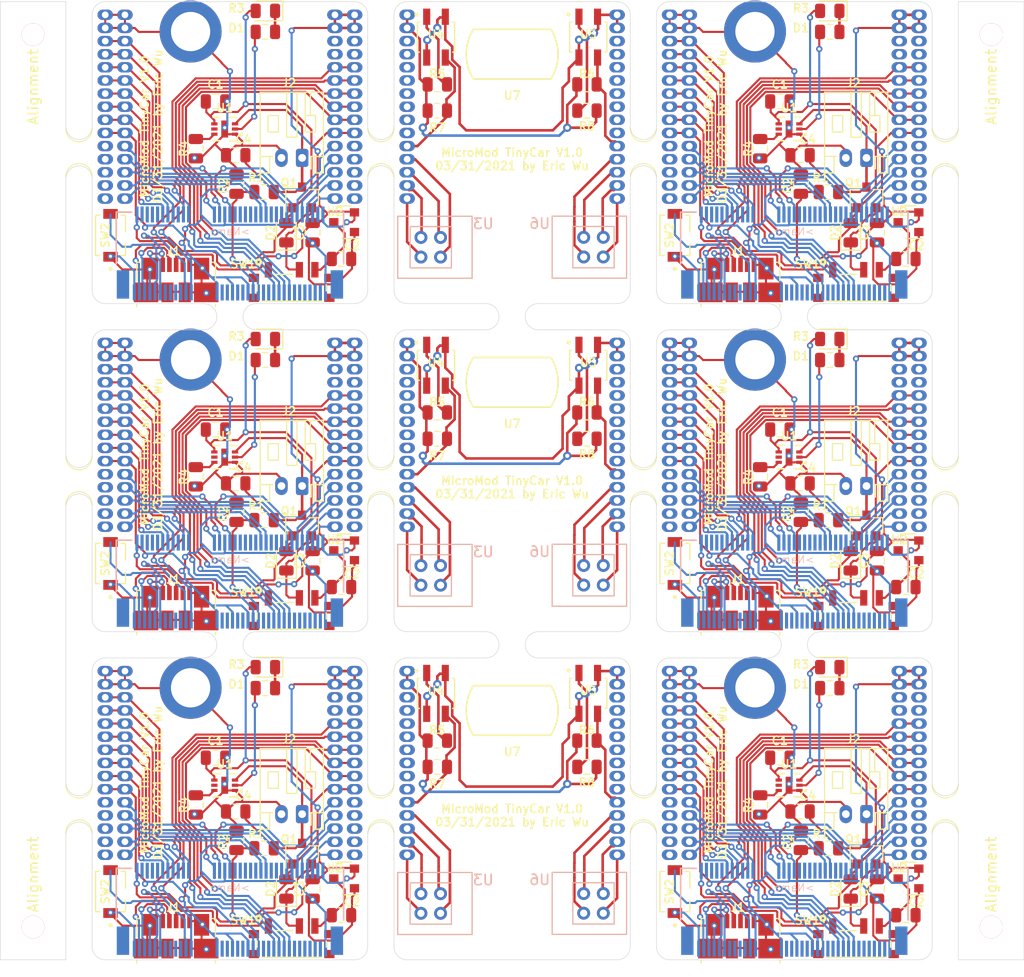
<source format=kicad_pcb>
(kicad_pcb (version 20171130) (host pcbnew "(5.1.2)-2")
  (layers (0 F.Cu signal) (31 B.Cu signal) (34 B.Paste user) (35 F.Paste user) (36 B.SilkS user) (37 F.SilkS user) (38 B.Mask user hide) (39 F.Mask user hide) (44 Edge.Cuts user))
  (net 0 "")
  (module MicroMod_tinycar_footprint_library:paste-2.1mm (layer F.Cu) (at 100.965 45.085)
    (fp_text reference Alignment (at 0 5.08 90) (layer F.SilkS))
    (fp_text value paste-2.1mm)
    (pad 1 smd circle (at 0 0) (size 2.2 2.2) (layers F.Cu F.Paste F.Mask))
  )
  (module MicroMod_tinycar_footprint_library:paste-2.1mm (layer F.Cu) (at 100.965 131.445 180)
    (fp_text reference Alignment (at 0 5.08 90) (layer F.SilkS))
    (fp_text value paste-2.1mm)
    (pad 1 smd circle (at 0 0 180) (size 2.2 2.2) (layers F.Cu F.Paste F.Mask))
  )
  (module MicroMod_tinycar_footprint_library:paste-2.1mm (layer F.Cu) (at 193.675 131.445 180)
    (fp_text reference Alignment (at 0 5.08 90) (layer F.SilkS))
    (fp_text value paste-2.1mm)
    (pad 1 smd circle (at 0 0 180) (size 2.2 2.2) (layers F.Cu F.Paste F.Mask))
  )
  (module MicroMod_tinycar_footprint_library:paste-2.1mm (layer F.Cu) (at 193.675 45.085)
    (fp_text reference Alignment (at 0 5.08 90) (layer F.SilkS))
    (fp_text value paste-2.1mm)
    (pad 1 smd circle (at 0 0) (size 2.2 2.2) (layers F.Cu F.Paste F.Mask))
  )
  (module MicroMod_tinycar_footprint_library:Mini_Stepper (layer B.Cu) (at 139.446 129.17)
    (fp_text reference U3 (at 5.08 -2.275) (layer B.SilkS) (effects (justify mirror)))
    (fp_text value Stepper)
    (pad 4 thru_hole circle (at 0.95 -0.95) (size 1.25 1.25) (drill 0.7) (layers *.Cu *.Mask))
    (pad 3 thru_hole circle (at 0.95 0.95) (size 1.25 1.25) (drill 0.7) (layers *.Cu *.Mask))
    (pad 2 thru_hole circle (at -0.95 -0.95) (size 1.25 1.25) (drill 0.7) (layers *.Cu *.Mask))
    (pad 1 thru_hole circle (at -0.95 0.95) (size 1.25 1.25) (drill 0.7) (layers *.Cu *.Mask))
  )
  (module MicroMod_tinycar_footprint_library:Mini_Stepper (layer B.Cu) (at 139.446 97.42)
    (fp_text reference U3 (at 5.08 -2.275) (layer B.SilkS) (effects (justify mirror)))
    (fp_text value Stepper)
    (pad 4 thru_hole circle (at 0.95 -0.95) (size 1.25 1.25) (drill 0.7) (layers *.Cu *.Mask))
    (pad 3 thru_hole circle (at 0.95 0.95) (size 1.25 1.25) (drill 0.7) (layers *.Cu *.Mask))
    (pad 2 thru_hole circle (at -0.95 -0.95) (size 1.25 1.25) (drill 0.7) (layers *.Cu *.Mask))
    (pad 1 thru_hole circle (at -0.95 0.95) (size 1.25 1.25) (drill 0.7) (layers *.Cu *.Mask))
  )
  (module MicroMod_tinycar_footprint_library:Mini_Stepper (layer B.Cu) (at 139.446 65.67)
    (fp_text reference U3 (at 5.08 -2.275) (layer B.SilkS) (effects (justify mirror)))
    (fp_text value Stepper)
    (pad 4 thru_hole circle (at 0.95 -0.95) (size 1.25 1.25) (drill 0.7) (layers *.Cu *.Mask))
    (pad 3 thru_hole circle (at 0.95 0.95) (size 1.25 1.25) (drill 0.7) (layers *.Cu *.Mask))
    (pad 2 thru_hole circle (at -0.95 -0.95) (size 1.25 1.25) (drill 0.7) (layers *.Cu *.Mask))
    (pad 1 thru_hole circle (at -0.95 0.95) (size 1.25 1.25) (drill 0.7) (layers *.Cu *.Mask))
  )
  (module MicroMod_tinycar_footprint_library:Mini_Stepper (layer B.Cu) (at 155.194 129.159 180)
    (fp_text reference U6 (at 5.207 2.286) (layer B.SilkS) (effects (justify mirror)))
    (fp_text value Stepper)
    (pad 4 thru_hole circle (at 0.95 -0.95 180) (size 1.25 1.25) (drill 0.7) (layers *.Cu *.Mask))
    (pad 3 thru_hole circle (at 0.95 0.95 180) (size 1.25 1.25) (drill 0.7) (layers *.Cu *.Mask))
    (pad 2 thru_hole circle (at -0.95 -0.95 180) (size 1.25 1.25) (drill 0.7) (layers *.Cu *.Mask))
    (pad 1 thru_hole circle (at -0.95 0.95 180) (size 1.25 1.25) (drill 0.7) (layers *.Cu *.Mask))
  )
  (module MicroMod_tinycar_footprint_library:Mini_Stepper (layer B.Cu) (at 155.194 97.409 180)
    (fp_text reference U6 (at 5.207 2.286) (layer B.SilkS) (effects (justify mirror)))
    (fp_text value Stepper)
    (pad 4 thru_hole circle (at 0.95 -0.95 180) (size 1.25 1.25) (drill 0.7) (layers *.Cu *.Mask))
    (pad 3 thru_hole circle (at 0.95 0.95 180) (size 1.25 1.25) (drill 0.7) (layers *.Cu *.Mask))
    (pad 2 thru_hole circle (at -0.95 -0.95 180) (size 1.25 1.25) (drill 0.7) (layers *.Cu *.Mask))
    (pad 1 thru_hole circle (at -0.95 0.95 180) (size 1.25 1.25) (drill 0.7) (layers *.Cu *.Mask))
  )
  (module MicroMod_tinycar_footprint_library:Mini_Stepper (layer B.Cu) (at 155.194 65.659 180)
    (fp_text reference U6 (at 5.207 2.286) (layer B.SilkS) (effects (justify mirror)))
    (fp_text value Stepper)
    (pad 4 thru_hole circle (at 0.95 -0.95 180) (size 1.25 1.25) (drill 0.7) (layers *.Cu *.Mask))
    (pad 3 thru_hole circle (at 0.95 0.95 180) (size 1.25 1.25) (drill 0.7) (layers *.Cu *.Mask))
    (pad 2 thru_hole circle (at -0.95 -0.95 180) (size 1.25 1.25) (drill 0.7) (layers *.Cu *.Mask))
    (pad 1 thru_hole circle (at -0.95 0.95 180) (size 1.25 1.25) (drill 0.7) (layers *.Cu *.Mask))
  )
  (module MicroMod_tinycar_footprint_library:tiny_caster (layer F.Cu) (at 147.32 110.49)
    (fp_text reference U7 (at 0 4) (layer F.SilkS) (effects (font (size 0.8 0.8))))
    (fp_text value caster)
    (pad "" np_thru_hole circle (at 0 0) (size 2.5 2.5) (drill 2.5) (layers *.Cu *.Mask))
    (pad "" np_thru_hole circle (at 2.74828 0) (size 1.6 1.6) (drill 1.6) (layers *.Cu *.Mask))
    (pad "" np_thru_hole circle (at -2.75336 0) (size 1.6 1.6) (drill 1.6) (layers *.Cu *.Mask))
  )
  (module MicroMod_tinycar_footprint_library:tiny_caster (layer F.Cu) (at 147.32 78.74)
    (fp_text reference U7 (at 0 4) (layer F.SilkS) (effects (font (size 0.8 0.8))))
    (fp_text value caster)
    (pad "" np_thru_hole circle (at 0 0) (size 2.5 2.5) (drill 2.5) (layers *.Cu *.Mask))
    (pad "" np_thru_hole circle (at 2.74828 0) (size 1.6 1.6) (drill 1.6) (layers *.Cu *.Mask))
    (pad "" np_thru_hole circle (at -2.75336 0) (size 1.6 1.6) (drill 1.6) (layers *.Cu *.Mask))
  )
  (module MicroMod_tinycar_footprint_library:tiny_caster (layer F.Cu) (at 147.32 46.99)
    (fp_text reference U7 (at 0 4) (layer F.SilkS) (effects (font (size 0.8 0.8))))
    (fp_text value caster)
    (pad "" np_thru_hole circle (at 0 0) (size 2.5 2.5) (drill 2.5) (layers *.Cu *.Mask))
    (pad "" np_thru_hole circle (at 2.74828 0) (size 1.6 1.6) (drill 1.6) (layers *.Cu *.Mask))
    (pad "" np_thru_hole circle (at -2.75336 0) (size 1.6 1.6) (drill 1.6) (layers *.Cu *.Mask))
  )
  (module MicroMod_tinycar_footprint_library:M.2-CONNECTOR-E (layer B.Cu) (at 120.01374 64.76998 180)
    (fp_text reference J4 hide)
    (fp_text value MICROMOD-2222 hide)
    (fp_text user >Name (at 0 0.635) (layer B.SilkS) (effects (font (size 0.7239 0.7239) (thickness 0.06096)) (justify mirror)))
    (pad "" np_thru_hole circle (at 10 0 180) (size 1.1 1.1) (drill 1.1) (layers *.Cu *.Mask))
    (pad "" np_thru_hole circle (at -10 0 180) (size 1.6 1.6) (drill 1.6) (layers *.Cu *.Mask))
    (pad 1 smd rect (at 9.25 -5.275) (size 0.3 1.55) (layers B.Cu B.Mask))
    (pad A1 smd rect (at 10.35 -4.5) (size 1.2 2.75) (layers B.Cu B.Paste B.Mask))
    (pad A2 smd rect (at -10.35 -4.5) (size 1.2 2.75) (layers B.Cu B.Paste B.Mask))
    (pad 2 smd rect (at 9 2.275) (size 0.3 1.55) (layers B.Cu B.Mask))
    (pad 3 smd rect (at 8.75 -5.275) (size 0.3 1.55) (layers B.Cu B.Mask))
    (pad 4 smd rect (at 8.5 2.275) (size 0.3 1.55) (layers B.Cu B.Mask))
    (pad 5 smd rect (at 8.25 -5.275) (size 0.3 1.55) (layers B.Cu B.Mask))
    (pad 6 smd rect (at 8 2.275) (size 0.3 1.55) (layers B.Cu B.Mask))
    (pad 7 smd rect (at 7.75 -5.275) (size 0.3 1.55) (layers B.Cu B.Mask))
    (pad 8 smd rect (at 7.5 2.275) (size 0.3 1.55) (layers B.Cu B.Mask))
    (pad 9 smd rect (at 7.25 -5.275) (size 0.3 1.55) (layers B.Cu B.Mask))
    (pad 10 smd rect (at 7 2.275) (size 0.3 1.55) (layers B.Cu B.Mask))
    (pad 11 smd rect (at 6.75 -5.275) (size 0.3 1.55) (layers B.Cu B.Mask))
    (pad 12 smd rect (at 6.5 2.275) (size 0.3 1.55) (layers B.Cu B.Mask))
    (pad 13 smd rect (at 6.25 -5.275) (size 0.3 1.55) (layers B.Cu B.Mask))
    (pad 14 smd rect (at 6 2.275) (size 0.3 1.55) (layers B.Cu B.Mask))
    (pad 15 smd rect (at 5.75 -5.275) (size 0.3 1.55) (layers B.Cu B.Mask))
    (pad 16 smd rect (at 5.5 2.275) (size 0.3 1.55) (layers B.Cu B.Mask))
    (pad 17 smd rect (at 5.25 -5.275) (size 0.3 1.55) (layers B.Cu B.Mask))
    (pad 18 smd rect (at 5 2.275) (size 0.3 1.55) (layers B.Cu B.Mask))
    (pad 19 smd rect (at 4.75 -5.275) (size 0.3 1.55) (layers B.Cu B.Mask))
    (pad 20 smd rect (at 4.5 2.275) (size 0.3 1.55) (layers B.Cu B.Mask))
    (pad 21 smd rect (at 4.25 -5.275) (size 0.3 1.55) (layers B.Cu B.Mask))
    (pad 22 smd rect (at 4 2.275) (size 0.3 1.55) (layers B.Cu B.Mask))
    (pad 23 smd rect (at 3.75 -5.275) (size 0.3 1.55) (layers B.Cu B.Mask))
    (pad 32 smd rect (at 1.5 2.275) (size 0.3 1.55) (layers B.Cu B.Mask))
    (pad 33 smd rect (at 1.25 -5.275) (size 0.3 1.55) (layers B.Cu B.Mask))
    (pad 34 smd rect (at 1 2.275) (size 0.3 1.55) (layers B.Cu B.Mask))
    (pad 35 smd rect (at 0.75 -5.275) (size 0.3 1.55) (layers B.Cu B.Mask))
    (pad 36 smd rect (at 0.5 2.275) (size 0.3 1.55) (layers B.Cu B.Mask))
    (pad 37 smd rect (at 0.25 -5.275) (size 0.3 1.55) (layers B.Cu B.Mask))
    (pad 38 smd rect (at 0 2.275) (size 0.3 1.55) (layers B.Cu B.Mask))
    (pad 39 smd rect (at -0.25 -5.275) (size 0.3 1.55) (layers B.Cu B.Mask))
    (pad 40 smd rect (at -0.5 2.275) (size 0.3 1.55) (layers B.Cu B.Mask))
    (pad 41 smd rect (at -0.75 -5.275) (size 0.3 1.55) (layers B.Cu B.Mask))
    (pad 42 smd rect (at -1 2.275) (size 0.3 1.55) (layers B.Cu B.Mask))
    (pad 43 smd rect (at -1.25 -5.275) (size 0.3 1.55) (layers B.Cu B.Mask))
    (pad 44 smd rect (at -1.5 2.275) (size 0.3 1.55) (layers B.Cu B.Mask))
    (pad 45 smd rect (at -1.75 -5.275) (size 0.3 1.55) (layers B.Cu B.Mask))
    (pad 46 smd rect (at -2 2.275) (size 0.3 1.55) (layers B.Cu B.Mask))
    (pad 47 smd rect (at -2.25 -5.275) (size 0.3 1.55) (layers B.Cu B.Mask))
    (pad 48 smd rect (at -2.5 2.275) (size 0.3 1.55) (layers B.Cu B.Mask))
    (pad 49 smd rect (at -2.75 -5.275) (size 0.3 1.55) (layers B.Cu B.Mask))
    (pad 50 smd rect (at -3 2.275) (size 0.3 1.55) (layers B.Cu B.Mask))
    (pad 51 smd rect (at -3.25 -5.275) (size 0.3 1.55) (layers B.Cu B.Mask))
    (pad 52 smd rect (at -3.5 2.275) (size 0.3 1.55) (layers B.Cu B.Mask))
    (pad 53 smd rect (at -3.75 -5.275) (size 0.3 1.55) (layers B.Cu B.Mask))
    (pad 54 smd rect (at -4 2.275) (size 0.3 1.55) (layers B.Cu B.Mask))
    (pad 55 smd rect (at -4.25 -5.275) (size 0.3 1.55) (layers B.Cu B.Mask))
    (pad 56 smd rect (at -4.5 2.275) (size 0.3 1.55) (layers B.Cu B.Mask))
    (pad 57 smd rect (at -4.75 -5.275) (size 0.3 1.55) (layers B.Cu B.Mask))
    (pad 58 smd rect (at -5 2.275) (size 0.3 1.55) (layers B.Cu B.Mask))
    (pad 59 smd rect (at -5.25 -5.275) (size 0.3 1.55) (layers B.Cu B.Mask))
    (pad 60 smd rect (at -5.5 2.275) (size 0.3 1.55) (layers B.Cu B.Mask))
    (pad 61 smd rect (at -5.75 -5.275) (size 0.3 1.55) (layers B.Cu B.Mask))
    (pad 62 smd rect (at -6 2.275) (size 0.3 1.55) (layers B.Cu B.Mask))
    (pad 63 smd rect (at -6.25 -5.275) (size 0.3 1.55) (layers B.Cu B.Mask))
    (pad 64 smd rect (at -6.5 2.275) (size 0.3 1.55) (layers B.Cu B.Mask))
    (pad 65 smd rect (at -6.75 -5.275) (size 0.3 1.55) (layers B.Cu B.Mask))
    (pad 66 smd rect (at -7 2.275) (size 0.3 1.55) (layers B.Cu B.Mask))
    (pad 67 smd rect (at -7.25 -5.275) (size 0.3 1.55) (layers B.Cu B.Mask))
    (pad 68 smd rect (at -7.5 2.275) (size 0.3 1.55) (layers B.Cu B.Mask))
    (pad 69 smd rect (at -7.75 -5.275) (size 0.3 1.55) (layers B.Cu B.Mask))
    (pad 70 smd rect (at -8 2.275) (size 0.3 1.55) (layers B.Cu B.Mask))
    (pad 71 smd rect (at -8.25 -5.275) (size 0.3 1.55) (layers B.Cu B.Mask))
    (pad 72 smd rect (at -8.5 2.275) (size 0.3 1.55) (layers B.Cu B.Mask))
    (pad 73 smd rect (at -8.75 -5.275) (size 0.3 1.55) (layers B.Cu B.Mask))
    (pad 74 smd rect (at -9 2.275) (size 0.3 1.55) (layers B.Cu B.Mask))
    (pad 75 smd rect (at -9.25 -5.275) (size 0.3 1.55) (layers B.Cu B.Mask))
  )
  (module MicroMod_tinycar_footprint_library:M.2-CONNECTOR-E (layer B.Cu) (at 120.01374 96.51998 180)
    (fp_text reference J4 hide)
    (fp_text value MICROMOD-2222 hide)
    (fp_text user >Name (at 0 0.635) (layer B.SilkS) (effects (font (size 0.7239 0.7239) (thickness 0.06096)) (justify mirror)))
    (pad "" np_thru_hole circle (at 10 0 180) (size 1.1 1.1) (drill 1.1) (layers *.Cu *.Mask))
    (pad "" np_thru_hole circle (at -10 0 180) (size 1.6 1.6) (drill 1.6) (layers *.Cu *.Mask))
    (pad 1 smd rect (at 9.25 -5.275) (size 0.3 1.55) (layers B.Cu B.Mask))
    (pad A1 smd rect (at 10.35 -4.5) (size 1.2 2.75) (layers B.Cu B.Paste B.Mask))
    (pad A2 smd rect (at -10.35 -4.5) (size 1.2 2.75) (layers B.Cu B.Paste B.Mask))
    (pad 2 smd rect (at 9 2.275) (size 0.3 1.55) (layers B.Cu B.Mask))
    (pad 3 smd rect (at 8.75 -5.275) (size 0.3 1.55) (layers B.Cu B.Mask))
    (pad 4 smd rect (at 8.5 2.275) (size 0.3 1.55) (layers B.Cu B.Mask))
    (pad 5 smd rect (at 8.25 -5.275) (size 0.3 1.55) (layers B.Cu B.Mask))
    (pad 6 smd rect (at 8 2.275) (size 0.3 1.55) (layers B.Cu B.Mask))
    (pad 7 smd rect (at 7.75 -5.275) (size 0.3 1.55) (layers B.Cu B.Mask))
    (pad 8 smd rect (at 7.5 2.275) (size 0.3 1.55) (layers B.Cu B.Mask))
    (pad 9 smd rect (at 7.25 -5.275) (size 0.3 1.55) (layers B.Cu B.Mask))
    (pad 10 smd rect (at 7 2.275) (size 0.3 1.55) (layers B.Cu B.Mask))
    (pad 11 smd rect (at 6.75 -5.275) (size 0.3 1.55) (layers B.Cu B.Mask))
    (pad 12 smd rect (at 6.5 2.275) (size 0.3 1.55) (layers B.Cu B.Mask))
    (pad 13 smd rect (at 6.25 -5.275) (size 0.3 1.55) (layers B.Cu B.Mask))
    (pad 14 smd rect (at 6 2.275) (size 0.3 1.55) (layers B.Cu B.Mask))
    (pad 15 smd rect (at 5.75 -5.275) (size 0.3 1.55) (layers B.Cu B.Mask))
    (pad 16 smd rect (at 5.5 2.275) (size 0.3 1.55) (layers B.Cu B.Mask))
    (pad 17 smd rect (at 5.25 -5.275) (size 0.3 1.55) (layers B.Cu B.Mask))
    (pad 18 smd rect (at 5 2.275) (size 0.3 1.55) (layers B.Cu B.Mask))
    (pad 19 smd rect (at 4.75 -5.275) (size 0.3 1.55) (layers B.Cu B.Mask))
    (pad 20 smd rect (at 4.5 2.275) (size 0.3 1.55) (layers B.Cu B.Mask))
    (pad 21 smd rect (at 4.25 -5.275) (size 0.3 1.55) (layers B.Cu B.Mask))
    (pad 22 smd rect (at 4 2.275) (size 0.3 1.55) (layers B.Cu B.Mask))
    (pad 23 smd rect (at 3.75 -5.275) (size 0.3 1.55) (layers B.Cu B.Mask))
    (pad 32 smd rect (at 1.5 2.275) (size 0.3 1.55) (layers B.Cu B.Mask))
    (pad 33 smd rect (at 1.25 -5.275) (size 0.3 1.55) (layers B.Cu B.Mask))
    (pad 34 smd rect (at 1 2.275) (size 0.3 1.55) (layers B.Cu B.Mask))
    (pad 35 smd rect (at 0.75 -5.275) (size 0.3 1.55) (layers B.Cu B.Mask))
    (pad 36 smd rect (at 0.5 2.275) (size 0.3 1.55) (layers B.Cu B.Mask))
    (pad 37 smd rect (at 0.25 -5.275) (size 0.3 1.55) (layers B.Cu B.Mask))
    (pad 38 smd rect (at 0 2.275) (size 0.3 1.55) (layers B.Cu B.Mask))
    (pad 39 smd rect (at -0.25 -5.275) (size 0.3 1.55) (layers B.Cu B.Mask))
    (pad 40 smd rect (at -0.5 2.275) (size 0.3 1.55) (layers B.Cu B.Mask))
    (pad 41 smd rect (at -0.75 -5.275) (size 0.3 1.55) (layers B.Cu B.Mask))
    (pad 42 smd rect (at -1 2.275) (size 0.3 1.55) (layers B.Cu B.Mask))
    (pad 43 smd rect (at -1.25 -5.275) (size 0.3 1.55) (layers B.Cu B.Mask))
    (pad 44 smd rect (at -1.5 2.275) (size 0.3 1.55) (layers B.Cu B.Mask))
    (pad 45 smd rect (at -1.75 -5.275) (size 0.3 1.55) (layers B.Cu B.Mask))
    (pad 46 smd rect (at -2 2.275) (size 0.3 1.55) (layers B.Cu B.Mask))
    (pad 47 smd rect (at -2.25 -5.275) (size 0.3 1.55) (layers B.Cu B.Mask))
    (pad 48 smd rect (at -2.5 2.275) (size 0.3 1.55) (layers B.Cu B.Mask))
    (pad 49 smd rect (at -2.75 -5.275) (size 0.3 1.55) (layers B.Cu B.Mask))
    (pad 50 smd rect (at -3 2.275) (size 0.3 1.55) (layers B.Cu B.Mask))
    (pad 51 smd rect (at -3.25 -5.275) (size 0.3 1.55) (layers B.Cu B.Mask))
    (pad 52 smd rect (at -3.5 2.275) (size 0.3 1.55) (layers B.Cu B.Mask))
    (pad 53 smd rect (at -3.75 -5.275) (size 0.3 1.55) (layers B.Cu B.Mask))
    (pad 54 smd rect (at -4 2.275) (size 0.3 1.55) (layers B.Cu B.Mask))
    (pad 55 smd rect (at -4.25 -5.275) (size 0.3 1.55) (layers B.Cu B.Mask))
    (pad 56 smd rect (at -4.5 2.275) (size 0.3 1.55) (layers B.Cu B.Mask))
    (pad 57 smd rect (at -4.75 -5.275) (size 0.3 1.55) (layers B.Cu B.Mask))
    (pad 58 smd rect (at -5 2.275) (size 0.3 1.55) (layers B.Cu B.Mask))
    (pad 59 smd rect (at -5.25 -5.275) (size 0.3 1.55) (layers B.Cu B.Mask))
    (pad 60 smd rect (at -5.5 2.275) (size 0.3 1.55) (layers B.Cu B.Mask))
    (pad 61 smd rect (at -5.75 -5.275) (size 0.3 1.55) (layers B.Cu B.Mask))
    (pad 62 smd rect (at -6 2.275) (size 0.3 1.55) (layers B.Cu B.Mask))
    (pad 63 smd rect (at -6.25 -5.275) (size 0.3 1.55) (layers B.Cu B.Mask))
    (pad 64 smd rect (at -6.5 2.275) (size 0.3 1.55) (layers B.Cu B.Mask))
    (pad 65 smd rect (at -6.75 -5.275) (size 0.3 1.55) (layers B.Cu B.Mask))
    (pad 66 smd rect (at -7 2.275) (size 0.3 1.55) (layers B.Cu B.Mask))
    (pad 67 smd rect (at -7.25 -5.275) (size 0.3 1.55) (layers B.Cu B.Mask))
    (pad 68 smd rect (at -7.5 2.275) (size 0.3 1.55) (layers B.Cu B.Mask))
    (pad 69 smd rect (at -7.75 -5.275) (size 0.3 1.55) (layers B.Cu B.Mask))
    (pad 70 smd rect (at -8 2.275) (size 0.3 1.55) (layers B.Cu B.Mask))
    (pad 71 smd rect (at -8.25 -5.275) (size 0.3 1.55) (layers B.Cu B.Mask))
    (pad 72 smd rect (at -8.5 2.275) (size 0.3 1.55) (layers B.Cu B.Mask))
    (pad 73 smd rect (at -8.75 -5.275) (size 0.3 1.55) (layers B.Cu B.Mask))
    (pad 74 smd rect (at -9 2.275) (size 0.3 1.55) (layers B.Cu B.Mask))
    (pad 75 smd rect (at -9.25 -5.275) (size 0.3 1.55) (layers B.Cu B.Mask))
  )
  (module MicroMod_tinycar_footprint_library:M.2-CONNECTOR-E (layer B.Cu) (at 120.01374 128.26998 180)
    (fp_text reference J4 hide)
    (fp_text value MICROMOD-2222 hide)
    (fp_text user >Name (at 0 0.635) (layer B.SilkS) (effects (font (size 0.7239 0.7239) (thickness 0.06096)) (justify mirror)))
    (pad "" np_thru_hole circle (at 10 0 180) (size 1.1 1.1) (drill 1.1) (layers *.Cu *.Mask))
    (pad "" np_thru_hole circle (at -10 0 180) (size 1.6 1.6) (drill 1.6) (layers *.Cu *.Mask))
    (pad 1 smd rect (at 9.25 -5.275) (size 0.3 1.55) (layers B.Cu B.Mask))
    (pad A1 smd rect (at 10.35 -4.5) (size 1.2 2.75) (layers B.Cu B.Paste B.Mask))
    (pad A2 smd rect (at -10.35 -4.5) (size 1.2 2.75) (layers B.Cu B.Paste B.Mask))
    (pad 2 smd rect (at 9 2.275) (size 0.3 1.55) (layers B.Cu B.Mask))
    (pad 3 smd rect (at 8.75 -5.275) (size 0.3 1.55) (layers B.Cu B.Mask))
    (pad 4 smd rect (at 8.5 2.275) (size 0.3 1.55) (layers B.Cu B.Mask))
    (pad 5 smd rect (at 8.25 -5.275) (size 0.3 1.55) (layers B.Cu B.Mask))
    (pad 6 smd rect (at 8 2.275) (size 0.3 1.55) (layers B.Cu B.Mask))
    (pad 7 smd rect (at 7.75 -5.275) (size 0.3 1.55) (layers B.Cu B.Mask))
    (pad 8 smd rect (at 7.5 2.275) (size 0.3 1.55) (layers B.Cu B.Mask))
    (pad 9 smd rect (at 7.25 -5.275) (size 0.3 1.55) (layers B.Cu B.Mask))
    (pad 10 smd rect (at 7 2.275) (size 0.3 1.55) (layers B.Cu B.Mask))
    (pad 11 smd rect (at 6.75 -5.275) (size 0.3 1.55) (layers B.Cu B.Mask))
    (pad 12 smd rect (at 6.5 2.275) (size 0.3 1.55) (layers B.Cu B.Mask))
    (pad 13 smd rect (at 6.25 -5.275) (size 0.3 1.55) (layers B.Cu B.Mask))
    (pad 14 smd rect (at 6 2.275) (size 0.3 1.55) (layers B.Cu B.Mask))
    (pad 15 smd rect (at 5.75 -5.275) (size 0.3 1.55) (layers B.Cu B.Mask))
    (pad 16 smd rect (at 5.5 2.275) (size 0.3 1.55) (layers B.Cu B.Mask))
    (pad 17 smd rect (at 5.25 -5.275) (size 0.3 1.55) (layers B.Cu B.Mask))
    (pad 18 smd rect (at 5 2.275) (size 0.3 1.55) (layers B.Cu B.Mask))
    (pad 19 smd rect (at 4.75 -5.275) (size 0.3 1.55) (layers B.Cu B.Mask))
    (pad 20 smd rect (at 4.5 2.275) (size 0.3 1.55) (layers B.Cu B.Mask))
    (pad 21 smd rect (at 4.25 -5.275) (size 0.3 1.55) (layers B.Cu B.Mask))
    (pad 22 smd rect (at 4 2.275) (size 0.3 1.55) (layers B.Cu B.Mask))
    (pad 23 smd rect (at 3.75 -5.275) (size 0.3 1.55) (layers B.Cu B.Mask))
    (pad 32 smd rect (at 1.5 2.275) (size 0.3 1.55) (layers B.Cu B.Mask))
    (pad 33 smd rect (at 1.25 -5.275) (size 0.3 1.55) (layers B.Cu B.Mask))
    (pad 34 smd rect (at 1 2.275) (size 0.3 1.55) (layers B.Cu B.Mask))
    (pad 35 smd rect (at 0.75 -5.275) (size 0.3 1.55) (layers B.Cu B.Mask))
    (pad 36 smd rect (at 0.5 2.275) (size 0.3 1.55) (layers B.Cu B.Mask))
    (pad 37 smd rect (at 0.25 -5.275) (size 0.3 1.55) (layers B.Cu B.Mask))
    (pad 38 smd rect (at 0 2.275) (size 0.3 1.55) (layers B.Cu B.Mask))
    (pad 39 smd rect (at -0.25 -5.275) (size 0.3 1.55) (layers B.Cu B.Mask))
    (pad 40 smd rect (at -0.5 2.275) (size 0.3 1.55) (layers B.Cu B.Mask))
    (pad 41 smd rect (at -0.75 -5.275) (size 0.3 1.55) (layers B.Cu B.Mask))
    (pad 42 smd rect (at -1 2.275) (size 0.3 1.55) (layers B.Cu B.Mask))
    (pad 43 smd rect (at -1.25 -5.275) (size 0.3 1.55) (layers B.Cu B.Mask))
    (pad 44 smd rect (at -1.5 2.275) (size 0.3 1.55) (layers B.Cu B.Mask))
    (pad 45 smd rect (at -1.75 -5.275) (size 0.3 1.55) (layers B.Cu B.Mask))
    (pad 46 smd rect (at -2 2.275) (size 0.3 1.55) (layers B.Cu B.Mask))
    (pad 47 smd rect (at -2.25 -5.275) (size 0.3 1.55) (layers B.Cu B.Mask))
    (pad 48 smd rect (at -2.5 2.275) (size 0.3 1.55) (layers B.Cu B.Mask))
    (pad 49 smd rect (at -2.75 -5.275) (size 0.3 1.55) (layers B.Cu B.Mask))
    (pad 50 smd rect (at -3 2.275) (size 0.3 1.55) (layers B.Cu B.Mask))
    (pad 51 smd rect (at -3.25 -5.275) (size 0.3 1.55) (layers B.Cu B.Mask))
    (pad 52 smd rect (at -3.5 2.275) (size 0.3 1.55) (layers B.Cu B.Mask))
    (pad 53 smd rect (at -3.75 -5.275) (size 0.3 1.55) (layers B.Cu B.Mask))
    (pad 54 smd rect (at -4 2.275) (size 0.3 1.55) (layers B.Cu B.Mask))
    (pad 55 smd rect (at -4.25 -5.275) (size 0.3 1.55) (layers B.Cu B.Mask))
    (pad 56 smd rect (at -4.5 2.275) (size 0.3 1.55) (layers B.Cu B.Mask))
    (pad 57 smd rect (at -4.75 -5.275) (size 0.3 1.55) (layers B.Cu B.Mask))
    (pad 58 smd rect (at -5 2.275) (size 0.3 1.55) (layers B.Cu B.Mask))
    (pad 59 smd rect (at -5.25 -5.275) (size 0.3 1.55) (layers B.Cu B.Mask))
    (pad 60 smd rect (at -5.5 2.275) (size 0.3 1.55) (layers B.Cu B.Mask))
    (pad 61 smd rect (at -5.75 -5.275) (size 0.3 1.55) (layers B.Cu B.Mask))
    (pad 62 smd rect (at -6 2.275) (size 0.3 1.55) (layers B.Cu B.Mask))
    (pad 63 smd rect (at -6.25 -5.275) (size 0.3 1.55) (layers B.Cu B.Mask))
    (pad 64 smd rect (at -6.5 2.275) (size 0.3 1.55) (layers B.Cu B.Mask))
    (pad 65 smd rect (at -6.75 -5.275) (size 0.3 1.55) (layers B.Cu B.Mask))
    (pad 66 smd rect (at -7 2.275) (size 0.3 1.55) (layers B.Cu B.Mask))
    (pad 67 smd rect (at -7.25 -5.275) (size 0.3 1.55) (layers B.Cu B.Mask))
    (pad 68 smd rect (at -7.5 2.275) (size 0.3 1.55) (layers B.Cu B.Mask))
    (pad 69 smd rect (at -7.75 -5.275) (size 0.3 1.55) (layers B.Cu B.Mask))
    (pad 70 smd rect (at -8 2.275) (size 0.3 1.55) (layers B.Cu B.Mask))
    (pad 71 smd rect (at -8.25 -5.275) (size 0.3 1.55) (layers B.Cu B.Mask))
    (pad 72 smd rect (at -8.5 2.275) (size 0.3 1.55) (layers B.Cu B.Mask))
    (pad 73 smd rect (at -8.75 -5.275) (size 0.3 1.55) (layers B.Cu B.Mask))
    (pad 74 smd rect (at -9 2.275) (size 0.3 1.55) (layers B.Cu B.Mask))
    (pad 75 smd rect (at -9.25 -5.275) (size 0.3 1.55) (layers B.Cu B.Mask))
  )
  (module MicroMod_tinycar_footprint_library:M.2-CONNECTOR-E (layer B.Cu) (at 174.62374 64.76998 180)
    (fp_text reference J4 hide)
    (fp_text value MICROMOD-2222 hide)
    (fp_text user >Name (at 0 0.635) (layer B.SilkS) (effects (font (size 0.7239 0.7239) (thickness 0.06096)) (justify mirror)))
    (pad "" np_thru_hole circle (at 10 0 180) (size 1.1 1.1) (drill 1.1) (layers *.Cu *.Mask))
    (pad "" np_thru_hole circle (at -10 0 180) (size 1.6 1.6) (drill 1.6) (layers *.Cu *.Mask))
    (pad 1 smd rect (at 9.25 -5.275) (size 0.3 1.55) (layers B.Cu B.Mask))
    (pad A1 smd rect (at 10.35 -4.5) (size 1.2 2.75) (layers B.Cu B.Paste B.Mask))
    (pad A2 smd rect (at -10.35 -4.5) (size 1.2 2.75) (layers B.Cu B.Paste B.Mask))
    (pad 2 smd rect (at 9 2.275) (size 0.3 1.55) (layers B.Cu B.Mask))
    (pad 3 smd rect (at 8.75 -5.275) (size 0.3 1.55) (layers B.Cu B.Mask))
    (pad 4 smd rect (at 8.5 2.275) (size 0.3 1.55) (layers B.Cu B.Mask))
    (pad 5 smd rect (at 8.25 -5.275) (size 0.3 1.55) (layers B.Cu B.Mask))
    (pad 6 smd rect (at 8 2.275) (size 0.3 1.55) (layers B.Cu B.Mask))
    (pad 7 smd rect (at 7.75 -5.275) (size 0.3 1.55) (layers B.Cu B.Mask))
    (pad 8 smd rect (at 7.5 2.275) (size 0.3 1.55) (layers B.Cu B.Mask))
    (pad 9 smd rect (at 7.25 -5.275) (size 0.3 1.55) (layers B.Cu B.Mask))
    (pad 10 smd rect (at 7 2.275) (size 0.3 1.55) (layers B.Cu B.Mask))
    (pad 11 smd rect (at 6.75 -5.275) (size 0.3 1.55) (layers B.Cu B.Mask))
    (pad 12 smd rect (at 6.5 2.275) (size 0.3 1.55) (layers B.Cu B.Mask))
    (pad 13 smd rect (at 6.25 -5.275) (size 0.3 1.55) (layers B.Cu B.Mask))
    (pad 14 smd rect (at 6 2.275) (size 0.3 1.55) (layers B.Cu B.Mask))
    (pad 15 smd rect (at 5.75 -5.275) (size 0.3 1.55) (layers B.Cu B.Mask))
    (pad 16 smd rect (at 5.5 2.275) (size 0.3 1.55) (layers B.Cu B.Mask))
    (pad 17 smd rect (at 5.25 -5.275) (size 0.3 1.55) (layers B.Cu B.Mask))
    (pad 18 smd rect (at 5 2.275) (size 0.3 1.55) (layers B.Cu B.Mask))
    (pad 19 smd rect (at 4.75 -5.275) (size 0.3 1.55) (layers B.Cu B.Mask))
    (pad 20 smd rect (at 4.5 2.275) (size 0.3 1.55) (layers B.Cu B.Mask))
    (pad 21 smd rect (at 4.25 -5.275) (size 0.3 1.55) (layers B.Cu B.Mask))
    (pad 22 smd rect (at 4 2.275) (size 0.3 1.55) (layers B.Cu B.Mask))
    (pad 23 smd rect (at 3.75 -5.275) (size 0.3 1.55) (layers B.Cu B.Mask))
    (pad 32 smd rect (at 1.5 2.275) (size 0.3 1.55) (layers B.Cu B.Mask))
    (pad 33 smd rect (at 1.25 -5.275) (size 0.3 1.55) (layers B.Cu B.Mask))
    (pad 34 smd rect (at 1 2.275) (size 0.3 1.55) (layers B.Cu B.Mask))
    (pad 35 smd rect (at 0.75 -5.275) (size 0.3 1.55) (layers B.Cu B.Mask))
    (pad 36 smd rect (at 0.5 2.275) (size 0.3 1.55) (layers B.Cu B.Mask))
    (pad 37 smd rect (at 0.25 -5.275) (size 0.3 1.55) (layers B.Cu B.Mask))
    (pad 38 smd rect (at 0 2.275) (size 0.3 1.55) (layers B.Cu B.Mask))
    (pad 39 smd rect (at -0.25 -5.275) (size 0.3 1.55) (layers B.Cu B.Mask))
    (pad 40 smd rect (at -0.5 2.275) (size 0.3 1.55) (layers B.Cu B.Mask))
    (pad 41 smd rect (at -0.75 -5.275) (size 0.3 1.55) (layers B.Cu B.Mask))
    (pad 42 smd rect (at -1 2.275) (size 0.3 1.55) (layers B.Cu B.Mask))
    (pad 43 smd rect (at -1.25 -5.275) (size 0.3 1.55) (layers B.Cu B.Mask))
    (pad 44 smd rect (at -1.5 2.275) (size 0.3 1.55) (layers B.Cu B.Mask))
    (pad 45 smd rect (at -1.75 -5.275) (size 0.3 1.55) (layers B.Cu B.Mask))
    (pad 46 smd rect (at -2 2.275) (size 0.3 1.55) (layers B.Cu B.Mask))
    (pad 47 smd rect (at -2.25 -5.275) (size 0.3 1.55) (layers B.Cu B.Mask))
    (pad 48 smd rect (at -2.5 2.275) (size 0.3 1.55) (layers B.Cu B.Mask))
    (pad 49 smd rect (at -2.75 -5.275) (size 0.3 1.55) (layers B.Cu B.Mask))
    (pad 50 smd rect (at -3 2.275) (size 0.3 1.55) (layers B.Cu B.Mask))
    (pad 51 smd rect (at -3.25 -5.275) (size 0.3 1.55) (layers B.Cu B.Mask))
    (pad 52 smd rect (at -3.5 2.275) (size 0.3 1.55) (layers B.Cu B.Mask))
    (pad 53 smd rect (at -3.75 -5.275) (size 0.3 1.55) (layers B.Cu B.Mask))
    (pad 54 smd rect (at -4 2.275) (size 0.3 1.55) (layers B.Cu B.Mask))
    (pad 55 smd rect (at -4.25 -5.275) (size 0.3 1.55) (layers B.Cu B.Mask))
    (pad 56 smd rect (at -4.5 2.275) (size 0.3 1.55) (layers B.Cu B.Mask))
    (pad 57 smd rect (at -4.75 -5.275) (size 0.3 1.55) (layers B.Cu B.Mask))
    (pad 58 smd rect (at -5 2.275) (size 0.3 1.55) (layers B.Cu B.Mask))
    (pad 59 smd rect (at -5.25 -5.275) (size 0.3 1.55) (layers B.Cu B.Mask))
    (pad 60 smd rect (at -5.5 2.275) (size 0.3 1.55) (layers B.Cu B.Mask))
    (pad 61 smd rect (at -5.75 -5.275) (size 0.3 1.55) (layers B.Cu B.Mask))
    (pad 62 smd rect (at -6 2.275) (size 0.3 1.55) (layers B.Cu B.Mask))
    (pad 63 smd rect (at -6.25 -5.275) (size 0.3 1.55) (layers B.Cu B.Mask))
    (pad 64 smd rect (at -6.5 2.275) (size 0.3 1.55) (layers B.Cu B.Mask))
    (pad 65 smd rect (at -6.75 -5.275) (size 0.3 1.55) (layers B.Cu B.Mask))
    (pad 66 smd rect (at -7 2.275) (size 0.3 1.55) (layers B.Cu B.Mask))
    (pad 67 smd rect (at -7.25 -5.275) (size 0.3 1.55) (layers B.Cu B.Mask))
    (pad 68 smd rect (at -7.5 2.275) (size 0.3 1.55) (layers B.Cu B.Mask))
    (pad 69 smd rect (at -7.75 -5.275) (size 0.3 1.55) (layers B.Cu B.Mask))
    (pad 70 smd rect (at -8 2.275) (size 0.3 1.55) (layers B.Cu B.Mask))
    (pad 71 smd rect (at -8.25 -5.275) (size 0.3 1.55) (layers B.Cu B.Mask))
    (pad 72 smd rect (at -8.5 2.275) (size 0.3 1.55) (layers B.Cu B.Mask))
    (pad 73 smd rect (at -8.75 -5.275) (size 0.3 1.55) (layers B.Cu B.Mask))
    (pad 74 smd rect (at -9 2.275) (size 0.3 1.55) (layers B.Cu B.Mask))
    (pad 75 smd rect (at -9.25 -5.275) (size 0.3 1.55) (layers B.Cu B.Mask))
  )
  (module MicroMod_tinycar_footprint_library:M.2-CONNECTOR-E (layer B.Cu) (at 174.62374 96.51998 180)
    (fp_text reference J4 hide)
    (fp_text value MICROMOD-2222 hide)
    (fp_text user >Name (at 0 0.635) (layer B.SilkS) (effects (font (size 0.7239 0.7239) (thickness 0.06096)) (justify mirror)))
    (pad "" np_thru_hole circle (at 10 0 180) (size 1.1 1.1) (drill 1.1) (layers *.Cu *.Mask))
    (pad "" np_thru_hole circle (at -10 0 180) (size 1.6 1.6) (drill 1.6) (layers *.Cu *.Mask))
    (pad 1 smd rect (at 9.25 -5.275) (size 0.3 1.55) (layers B.Cu B.Mask))
    (pad A1 smd rect (at 10.35 -4.5) (size 1.2 2.75) (layers B.Cu B.Paste B.Mask))
    (pad A2 smd rect (at -10.35 -4.5) (size 1.2 2.75) (layers B.Cu B.Paste B.Mask))
    (pad 2 smd rect (at 9 2.275) (size 0.3 1.55) (layers B.Cu B.Mask))
    (pad 3 smd rect (at 8.75 -5.275) (size 0.3 1.55) (layers B.Cu B.Mask))
    (pad 4 smd rect (at 8.5 2.275) (size 0.3 1.55) (layers B.Cu B.Mask))
    (pad 5 smd rect (at 8.25 -5.275) (size 0.3 1.55) (layers B.Cu B.Mask))
    (pad 6 smd rect (at 8 2.275) (size 0.3 1.55) (layers B.Cu B.Mask))
    (pad 7 smd rect (at 7.75 -5.275) (size 0.3 1.55) (layers B.Cu B.Mask))
    (pad 8 smd rect (at 7.5 2.275) (size 0.3 1.55) (layers B.Cu B.Mask))
    (pad 9 smd rect (at 7.25 -5.275) (size 0.3 1.55) (layers B.Cu B.Mask))
    (pad 10 smd rect (at 7 2.275) (size 0.3 1.55) (layers B.Cu B.Mask))
    (pad 11 smd rect (at 6.75 -5.275) (size 0.3 1.55) (layers B.Cu B.Mask))
    (pad 12 smd rect (at 6.5 2.275) (size 0.3 1.55) (layers B.Cu B.Mask))
    (pad 13 smd rect (at 6.25 -5.275) (size 0.3 1.55) (layers B.Cu B.Mask))
    (pad 14 smd rect (at 6 2.275) (size 0.3 1.55) (layers B.Cu B.Mask))
    (pad 15 smd rect (at 5.75 -5.275) (size 0.3 1.55) (layers B.Cu B.Mask))
    (pad 16 smd rect (at 5.5 2.275) (size 0.3 1.55) (layers B.Cu B.Mask))
    (pad 17 smd rect (at 5.25 -5.275) (size 0.3 1.55) (layers B.Cu B.Mask))
    (pad 18 smd rect (at 5 2.275) (size 0.3 1.55) (layers B.Cu B.Mask))
    (pad 19 smd rect (at 4.75 -5.275) (size 0.3 1.55) (layers B.Cu B.Mask))
    (pad 20 smd rect (at 4.5 2.275) (size 0.3 1.55) (layers B.Cu B.Mask))
    (pad 21 smd rect (at 4.25 -5.275) (size 0.3 1.55) (layers B.Cu B.Mask))
    (pad 22 smd rect (at 4 2.275) (size 0.3 1.55) (layers B.Cu B.Mask))
    (pad 23 smd rect (at 3.75 -5.275) (size 0.3 1.55) (layers B.Cu B.Mask))
    (pad 32 smd rect (at 1.5 2.275) (size 0.3 1.55) (layers B.Cu B.Mask))
    (pad 33 smd rect (at 1.25 -5.275) (size 0.3 1.55) (layers B.Cu B.Mask))
    (pad 34 smd rect (at 1 2.275) (size 0.3 1.55) (layers B.Cu B.Mask))
    (pad 35 smd rect (at 0.75 -5.275) (size 0.3 1.55) (layers B.Cu B.Mask))
    (pad 36 smd rect (at 0.5 2.275) (size 0.3 1.55) (layers B.Cu B.Mask))
    (pad 37 smd rect (at 0.25 -5.275) (size 0.3 1.55) (layers B.Cu B.Mask))
    (pad 38 smd rect (at 0 2.275) (size 0.3 1.55) (layers B.Cu B.Mask))
    (pad 39 smd rect (at -0.25 -5.275) (size 0.3 1.55) (layers B.Cu B.Mask))
    (pad 40 smd rect (at -0.5 2.275) (size 0.3 1.55) (layers B.Cu B.Mask))
    (pad 41 smd rect (at -0.75 -5.275) (size 0.3 1.55) (layers B.Cu B.Mask))
    (pad 42 smd rect (at -1 2.275) (size 0.3 1.55) (layers B.Cu B.Mask))
    (pad 43 smd rect (at -1.25 -5.275) (size 0.3 1.55) (layers B.Cu B.Mask))
    (pad 44 smd rect (at -1.5 2.275) (size 0.3 1.55) (layers B.Cu B.Mask))
    (pad 45 smd rect (at -1.75 -5.275) (size 0.3 1.55) (layers B.Cu B.Mask))
    (pad 46 smd rect (at -2 2.275) (size 0.3 1.55) (layers B.Cu B.Mask))
    (pad 47 smd rect (at -2.25 -5.275) (size 0.3 1.55) (layers B.Cu B.Mask))
    (pad 48 smd rect (at -2.5 2.275) (size 0.3 1.55) (layers B.Cu B.Mask))
    (pad 49 smd rect (at -2.75 -5.275) (size 0.3 1.55) (layers B.Cu B.Mask))
    (pad 50 smd rect (at -3 2.275) (size 0.3 1.55) (layers B.Cu B.Mask))
    (pad 51 smd rect (at -3.25 -5.275) (size 0.3 1.55) (layers B.Cu B.Mask))
    (pad 52 smd rect (at -3.5 2.275) (size 0.3 1.55) (layers B.Cu B.Mask))
    (pad 53 smd rect (at -3.75 -5.275) (size 0.3 1.55) (layers B.Cu B.Mask))
    (pad 54 smd rect (at -4 2.275) (size 0.3 1.55) (layers B.Cu B.Mask))
    (pad 55 smd rect (at -4.25 -5.275) (size 0.3 1.55) (layers B.Cu B.Mask))
    (pad 56 smd rect (at -4.5 2.275) (size 0.3 1.55) (layers B.Cu B.Mask))
    (pad 57 smd rect (at -4.75 -5.275) (size 0.3 1.55) (layers B.Cu B.Mask))
    (pad 58 smd rect (at -5 2.275) (size 0.3 1.55) (layers B.Cu B.Mask))
    (pad 59 smd rect (at -5.25 -5.275) (size 0.3 1.55) (layers B.Cu B.Mask))
    (pad 60 smd rect (at -5.5 2.275) (size 0.3 1.55) (layers B.Cu B.Mask))
    (pad 61 smd rect (at -5.75 -5.275) (size 0.3 1.55) (layers B.Cu B.Mask))
    (pad 62 smd rect (at -6 2.275) (size 0.3 1.55) (layers B.Cu B.Mask))
    (pad 63 smd rect (at -6.25 -5.275) (size 0.3 1.55) (layers B.Cu B.Mask))
    (pad 64 smd rect (at -6.5 2.275) (size 0.3 1.55) (layers B.Cu B.Mask))
    (pad 65 smd rect (at -6.75 -5.275) (size 0.3 1.55) (layers B.Cu B.Mask))
    (pad 66 smd rect (at -7 2.275) (size 0.3 1.55) (layers B.Cu B.Mask))
    (pad 67 smd rect (at -7.25 -5.275) (size 0.3 1.55) (layers B.Cu B.Mask))
    (pad 68 smd rect (at -7.5 2.275) (size 0.3 1.55) (layers B.Cu B.Mask))
    (pad 69 smd rect (at -7.75 -5.275) (size 0.3 1.55) (layers B.Cu B.Mask))
    (pad 70 smd rect (at -8 2.275) (size 0.3 1.55) (layers B.Cu B.Mask))
    (pad 71 smd rect (at -8.25 -5.275) (size 0.3 1.55) (layers B.Cu B.Mask))
    (pad 72 smd rect (at -8.5 2.275) (size 0.3 1.55) (layers B.Cu B.Mask))
    (pad 73 smd rect (at -8.75 -5.275) (size 0.3 1.55) (layers B.Cu B.Mask))
    (pad 74 smd rect (at -9 2.275) (size 0.3 1.55) (layers B.Cu B.Mask))
    (pad 75 smd rect (at -9.25 -5.275) (size 0.3 1.55) (layers B.Cu B.Mask))
  )
  (module MicroMod_tinycar_footprint_library:M.2-CONNECTOR-E (layer B.Cu) (at 174.62374 128.26998 180)
    (fp_text reference J4 hide)
    (fp_text value MICROMOD-2222 hide)
    (fp_text user >Name (at 0 0.635) (layer B.SilkS) (effects (font (size 0.7239 0.7239) (thickness 0.06096)) (justify mirror)))
    (pad "" np_thru_hole circle (at 10 0 180) (size 1.1 1.1) (drill 1.1) (layers *.Cu *.Mask))
    (pad "" np_thru_hole circle (at -10 0 180) (size 1.6 1.6) (drill 1.6) (layers *.Cu *.Mask))
    (pad 1 smd rect (at 9.25 -5.275) (size 0.3 1.55) (layers B.Cu B.Mask))
    (pad A1 smd rect (at 10.35 -4.5) (size 1.2 2.75) (layers B.Cu B.Paste B.Mask))
    (pad A2 smd rect (at -10.35 -4.5) (size 1.2 2.75) (layers B.Cu B.Paste B.Mask))
    (pad 2 smd rect (at 9 2.275) (size 0.3 1.55) (layers B.Cu B.Mask))
    (pad 3 smd rect (at 8.75 -5.275) (size 0.3 1.55) (layers B.Cu B.Mask))
    (pad 4 smd rect (at 8.5 2.275) (size 0.3 1.55) (layers B.Cu B.Mask))
    (pad 5 smd rect (at 8.25 -5.275) (size 0.3 1.55) (layers B.Cu B.Mask))
    (pad 6 smd rect (at 8 2.275) (size 0.3 1.55) (layers B.Cu B.Mask))
    (pad 7 smd rect (at 7.75 -5.275) (size 0.3 1.55) (layers B.Cu B.Mask))
    (pad 8 smd rect (at 7.5 2.275) (size 0.3 1.55) (layers B.Cu B.Mask))
    (pad 9 smd rect (at 7.25 -5.275) (size 0.3 1.55) (layers B.Cu B.Mask))
    (pad 10 smd rect (at 7 2.275) (size 0.3 1.55) (layers B.Cu B.Mask))
    (pad 11 smd rect (at 6.75 -5.275) (size 0.3 1.55) (layers B.Cu B.Mask))
    (pad 12 smd rect (at 6.5 2.275) (size 0.3 1.55) (layers B.Cu B.Mask))
    (pad 13 smd rect (at 6.25 -5.275) (size 0.3 1.55) (layers B.Cu B.Mask))
    (pad 14 smd rect (at 6 2.275) (size 0.3 1.55) (layers B.Cu B.Mask))
    (pad 15 smd rect (at 5.75 -5.275) (size 0.3 1.55) (layers B.Cu B.Mask))
    (pad 16 smd rect (at 5.5 2.275) (size 0.3 1.55) (layers B.Cu B.Mask))
    (pad 17 smd rect (at 5.25 -5.275) (size 0.3 1.55) (layers B.Cu B.Mask))
    (pad 18 smd rect (at 5 2.275) (size 0.3 1.55) (layers B.Cu B.Mask))
    (pad 19 smd rect (at 4.75 -5.275) (size 0.3 1.55) (layers B.Cu B.Mask))
    (pad 20 smd rect (at 4.5 2.275) (size 0.3 1.55) (layers B.Cu B.Mask))
    (pad 21 smd rect (at 4.25 -5.275) (size 0.3 1.55) (layers B.Cu B.Mask))
    (pad 22 smd rect (at 4 2.275) (size 0.3 1.55) (layers B.Cu B.Mask))
    (pad 23 smd rect (at 3.75 -5.275) (size 0.3 1.55) (layers B.Cu B.Mask))
    (pad 32 smd rect (at 1.5 2.275) (size 0.3 1.55) (layers B.Cu B.Mask))
    (pad 33 smd rect (at 1.25 -5.275) (size 0.3 1.55) (layers B.Cu B.Mask))
    (pad 34 smd rect (at 1 2.275) (size 0.3 1.55) (layers B.Cu B.Mask))
    (pad 35 smd rect (at 0.75 -5.275) (size 0.3 1.55) (layers B.Cu B.Mask))
    (pad 36 smd rect (at 0.5 2.275) (size 0.3 1.55) (layers B.Cu B.Mask))
    (pad 37 smd rect (at 0.25 -5.275) (size 0.3 1.55) (layers B.Cu B.Mask))
    (pad 38 smd rect (at 0 2.275) (size 0.3 1.55) (layers B.Cu B.Mask))
    (pad 39 smd rect (at -0.25 -5.275) (size 0.3 1.55) (layers B.Cu B.Mask))
    (pad 40 smd rect (at -0.5 2.275) (size 0.3 1.55) (layers B.Cu B.Mask))
    (pad 41 smd rect (at -0.75 -5.275) (size 0.3 1.55) (layers B.Cu B.Mask))
    (pad 42 smd rect (at -1 2.275) (size 0.3 1.55) (layers B.Cu B.Mask))
    (pad 43 smd rect (at -1.25 -5.275) (size 0.3 1.55) (layers B.Cu B.Mask))
    (pad 44 smd rect (at -1.5 2.275) (size 0.3 1.55) (layers B.Cu B.Mask))
    (pad 45 smd rect (at -1.75 -5.275) (size 0.3 1.55) (layers B.Cu B.Mask))
    (pad 46 smd rect (at -2 2.275) (size 0.3 1.55) (layers B.Cu B.Mask))
    (pad 47 smd rect (at -2.25 -5.275) (size 0.3 1.55) (layers B.Cu B.Mask))
    (pad 48 smd rect (at -2.5 2.275) (size 0.3 1.55) (layers B.Cu B.Mask))
    (pad 49 smd rect (at -2.75 -5.275) (size 0.3 1.55) (layers B.Cu B.Mask))
    (pad 50 smd rect (at -3 2.275) (size 0.3 1.55) (layers B.Cu B.Mask))
    (pad 51 smd rect (at -3.25 -5.275) (size 0.3 1.55) (layers B.Cu B.Mask))
    (pad 52 smd rect (at -3.5 2.275) (size 0.3 1.55) (layers B.Cu B.Mask))
    (pad 53 smd rect (at -3.75 -5.275) (size 0.3 1.55) (layers B.Cu B.Mask))
    (pad 54 smd rect (at -4 2.275) (size 0.3 1.55) (layers B.Cu B.Mask))
    (pad 55 smd rect (at -4.25 -5.275) (size 0.3 1.55) (layers B.Cu B.Mask))
    (pad 56 smd rect (at -4.5 2.275) (size 0.3 1.55) (layers B.Cu B.Mask))
    (pad 57 smd rect (at -4.75 -5.275) (size 0.3 1.55) (layers B.Cu B.Mask))
    (pad 58 smd rect (at -5 2.275) (size 0.3 1.55) (layers B.Cu B.Mask))
    (pad 59 smd rect (at -5.25 -5.275) (size 0.3 1.55) (layers B.Cu B.Mask))
    (pad 60 smd rect (at -5.5 2.275) (size 0.3 1.55) (layers B.Cu B.Mask))
    (pad 61 smd rect (at -5.75 -5.275) (size 0.3 1.55) (layers B.Cu B.Mask))
    (pad 62 smd rect (at -6 2.275) (size 0.3 1.55) (layers B.Cu B.Mask))
    (pad 63 smd rect (at -6.25 -5.275) (size 0.3 1.55) (layers B.Cu B.Mask))
    (pad 64 smd rect (at -6.5 2.275) (size 0.3 1.55) (layers B.Cu B.Mask))
    (pad 65 smd rect (at -6.75 -5.275) (size 0.3 1.55) (layers B.Cu B.Mask))
    (pad 66 smd rect (at -7 2.275) (size 0.3 1.55) (layers B.Cu B.Mask))
    (pad 67 smd rect (at -7.25 -5.275) (size 0.3 1.55) (layers B.Cu B.Mask))
    (pad 68 smd rect (at -7.5 2.275) (size 0.3 1.55) (layers B.Cu B.Mask))
    (pad 69 smd rect (at -7.75 -5.275) (size 0.3 1.55) (layers B.Cu B.Mask))
    (pad 70 smd rect (at -8 2.275) (size 0.3 1.55) (layers B.Cu B.Mask))
    (pad 71 smd rect (at -8.25 -5.275) (size 0.3 1.55) (layers B.Cu B.Mask))
    (pad 72 smd rect (at -8.5 2.275) (size 0.3 1.55) (layers B.Cu B.Mask))
    (pad 73 smd rect (at -8.75 -5.275) (size 0.3 1.55) (layers B.Cu B.Mask))
    (pad 74 smd rect (at -9 2.275) (size 0.3 1.55) (layers B.Cu B.Mask))
    (pad 75 smd rect (at -9.25 -5.275) (size 0.3 1.55) (layers B.Cu B.Mask))
  )
  (module MicroMod_tinycar_footprint_library:C_0805_2012Metric (layer F.Cu) (at 185.42 130.302)
    (fp_text reference C2 (at 1.016 -1.27) (layer F.SilkS) (effects (font (size 0.8 0.8) (thickness 0.153))))
    (fp_text value 1μ)
    (pad 2 smd roundrect (at 0.9375 0) (size 0.975 1.4) (layers F.Cu F.Paste F.Mask))
    (pad 1 smd roundrect (at -0.9375 0) (size 0.975 1.4) (layers F.Cu F.Paste F.Mask))
  )
  (module MicroMod_tinycar_footprint_library:C_0805_2012Metric (layer F.Cu) (at 173.228 115.062)
    (fp_text reference C1 (at 0 -1.65) (layer F.SilkS) (effects (font (size 0.8 0.8))))
    (fp_text value 4.7μ)
    (pad 2 smd roundrect (at 0.9375 0) (size 0.975 1.4) (layers F.Cu F.Paste F.Mask))
    (pad 1 smd roundrect (at -0.9375 0) (size 0.975 1.4) (layers F.Cu F.Paste F.Mask))
  )
  (module MicroMod_tinycar_footprint_library:R_0805_2012Metric (layer F.Cu) (at 177.927 123.825)
    (fp_text reference R1 (at -0.762 -1.397) (layer F.SilkS) (effects (font (size 0.8 0.8))))
    (fp_text value 10K)
    (pad 2 smd roundrect (at 0.9375 0) (size 0.975 1.4) (layers F.Cu F.Paste F.Mask))
    (pad 1 smd roundrect (at -0.9375 0) (size 0.975 1.4) (layers F.Cu F.Paste F.Mask))
  )
  (module MicroMod_tinycar_footprint_library:C_0805_2012Metric (layer F.Cu) (at 182.626 127.762 270)
    (fp_text reference C3 (at 0 1.27 90) (layer F.SilkS) (effects (font (size 0.8 0.8) (thickness 0.153))))
    (fp_text value 1μ)
    (pad 2 smd roundrect (at 0.9375 0 270) (size 0.975 1.4) (layers F.Cu F.Paste F.Mask))
    (pad 1 smd roundrect (at -0.9375 0 270) (size 0.975 1.4) (layers F.Cu F.Paste F.Mask))
  )
  (module MicroMod_tinycar_footprint_library:JST_PH_S2B-PH-K_1x02_P2.00mm_Horizontal (layer F.Cu) (at 181.61 120.523 180)
    (fp_text reference J2 (at 1.27 7.239) (layer F.SilkS) (effects (font (size 0.8 0.8))))
    (fp_text value Conn_01x02)
    (pad 2 thru_hole oval (at 2 0 180) (size 1.2 1.75) (drill 0.75) (layers *.Cu *.Mask))
    (pad 1 thru_hole roundrect (at 0 0 180) (size 1.2 1.75) (drill 0.75) (layers *.Cu *.Mask) (roundrect_rratio 0.208333))
  )
  (module MicroMod_tinycar_footprint_library:C_0805_2012Metric (layer F.Cu) (at 175.1815 120.269 180)
    (fp_text reference C4 (at -0.762 1.524) (layer F.SilkS) (effects (font (size 0.8 0.8))))
    (fp_text value 4.7μ)
    (pad 2 smd roundrect (at 0.9375 0 180) (size 0.975 1.4) (layers F.Cu F.Paste F.Mask))
    (pad 1 smd roundrect (at -0.9375 0 180) (size 0.975 1.4) (layers F.Cu F.Paste F.Mask))
  )
  (module MicroMod_tinycar_footprint_library:LED_0805_2012Metric (layer F.Cu) (at 178.054 106.299 180)
    (fp_text reference D1 (at 2.794 -1.651) (layer F.SilkS) (effects (font (size 0.8 0.8))))
    (fp_text value R_LED)
    (pad 2 smd roundrect (at 0.9375 0 180) (size 0.975 1.4) (layers F.Cu F.Paste F.Mask))
    (pad 1 smd roundrect (at -0.9375 0 180) (size 0.975 1.4) (layers F.Cu F.Paste F.Mask))
  )
  (module MicroMod_tinycar_footprint_library:D_0805_2012Metric (layer F.Cu) (at 180.086 127.762 90)
    (fp_text reference D2 (at 0 -1.524 90) (layer F.SilkS) (effects (font (size 0.8 0.8) (thickness 0.153))))
    (fp_text value D_Schottky_Small)
    (pad 2 smd roundrect (at 0.9375 0 90) (size 0.975 1.4) (layers F.Cu F.Paste F.Mask))
    (pad 1 smd roundrect (at -0.9375 0 90) (size 0.975 1.4) (layers F.Cu F.Paste F.Mask))
  )
  (module MicroMod_tinycar_footprint_library:DMG2305UX_SOT-23 (layer F.Cu) (at 181.61 124.349 90)
    (fp_text reference Q1 (at 1.397 -1.27 180) (layer F.SilkS) (effects (font (size 0.8 0.8))))
    (fp_text value DMG2305UX-MicroMod_tinycar_symbol_library)
    (pad 3 smd rect (at 1 0 90) (size 0.9 0.8) (layers F.Cu F.Paste F.Mask))
    (pad 2 smd rect (at -1 0.95 90) (size 0.9 0.8) (layers F.Cu F.Paste F.Mask))
    (pad 1 smd rect (at -1 -0.95 90) (size 0.9 0.8) (layers F.Cu F.Paste F.Mask))
  )
  (module MicroMod_tinycar_footprint_library:AP7333_SOT-23 (layer F.Cu) (at 185.674 126.746 180)
    (fp_text reference U2 (at 0.889 1.016) (layer F.SilkS) (effects (font (size 0.8 0.8) (thickness 0.153))))
    (fp_text value AP7333-SOT23R)
    (pad 3 smd rect (at 1 0 180) (size 0.9 0.8) (layers F.Cu F.Paste F.Mask))
    (pad 2 smd rect (at -1 0.95 180) (size 0.9 0.8) (layers F.Cu F.Paste F.Mask))
    (pad 1 smd rect (at -1 -0.95 180) (size 0.9 0.8) (layers F.Cu F.Paste F.Mask))
  )
  (module MicroMod_tinycar_footprint_library:R_0805_2012Metric (layer F.Cu) (at 178.054 108.331 180)
    (fp_text reference R3 (at 2.794 2.286) (layer F.SilkS) (effects (font (size 0.8 0.8))))
    (fp_text value 470)
    (pad 2 smd roundrect (at 0.9375 0 180) (size 0.975 1.4) (layers F.Cu F.Paste F.Mask))
    (pad 1 smd roundrect (at -0.9375 0 180) (size 0.975 1.4) (layers F.Cu F.Paste F.Mask))
  )
  (module MicroMod_tinycar_footprint_library:R_0805_2012Metric (layer F.Cu) (at 171.323 119.634 270)
    (fp_text reference R4 (at 0 1.143 90) (layer F.SilkS) (effects (font (size 0.8 0.8))))
    (fp_text value 5K)
    (pad 2 smd roundrect (at 0.9375 0 270) (size 0.975 1.4) (layers F.Cu F.Paste F.Mask))
    (pad 1 smd roundrect (at -0.9375 0 270) (size 0.975 1.4) (layers F.Cu F.Paste F.Mask))
  )
  (module MicroMod_tinycar_footprint_library:Top_adapter (layer B.Cu) (at 174.62374 128.26998 180)
    (fp_text reference J5 hide)
    (fp_text value Conn_02x15_Counter_Clockwise hide)
    (pad 30 thru_hole oval (at 12.065 21.59 90) (size 1 1.5) (drill 0.65) (layers *.Cu *.Mask))
    (pad 29 thru_hole oval (at 12.065 20.32 90) (size 1 1.5) (drill 0.65) (layers *.Cu *.Mask))
    (pad 28 thru_hole oval (at 12.065 19.05 90) (size 1 1.5) (drill 0.65) (layers *.Cu *.Mask))
    (pad 27 thru_hole oval (at 12.065 17.78 90) (size 1 1.5) (drill 0.65) (layers *.Cu *.Mask))
    (pad 26 thru_hole oval (at 12.065 16.51 90) (size 1 1.5) (drill 0.65) (layers *.Cu *.Mask))
    (pad 25 thru_hole oval (at 12.065 15.24 90) (size 1 1.5) (drill 0.65) (layers *.Cu *.Mask))
    (pad 24 thru_hole oval (at 12.065 13.97 90) (size 1 1.5) (drill 0.65) (layers *.Cu *.Mask))
    (pad 23 thru_hole oval (at 12.065 12.7 90) (size 1 1.5) (drill 0.65) (layers *.Cu *.Mask))
    (pad 22 thru_hole oval (at 12.065 11.43 90) (size 1 1.5) (drill 0.65) (layers *.Cu *.Mask))
    (pad 21 thru_hole oval (at 12.065 10.16 90) (size 1 1.5) (drill 0.65) (layers *.Cu *.Mask))
    (pad 20 thru_hole oval (at 12.065 8.89 90) (size 1 1.5) (drill 0.65) (layers *.Cu *.Mask))
    (pad 19 thru_hole oval (at 12.065 7.62 90) (size 1 1.5) (drill 0.65) (layers *.Cu *.Mask))
    (pad 18 thru_hole oval (at 12.065 6.35 90) (size 1 1.5) (drill 0.65) (layers *.Cu *.Mask))
    (pad 17 thru_hole oval (at 12.065 5.08 90) (size 1 1.5) (drill 0.65) (layers *.Cu *.Mask))
    (pad 16 thru_hole oval (at 12.065 3.81 90) (size 1 1.5) (drill 0.65) (layers *.Cu *.Mask))
    (pad 15 thru_hole oval (at -12.065 3.81 90) (size 1 1.5) (drill 0.65) (layers *.Cu *.Mask))
    (pad 14 thru_hole oval (at -12.065 5.08 90) (size 1 1.5) (drill 0.65) (layers *.Cu *.Mask))
    (pad 13 thru_hole oval (at -12.065 6.35 90) (size 1 1.5) (drill 0.65) (layers *.Cu *.Mask))
    (pad 12 thru_hole oval (at -12.065 7.62 90) (size 1 1.5) (drill 0.65) (layers *.Cu *.Mask))
    (pad 11 thru_hole oval (at -12.065 8.89 90) (size 1 1.5) (drill 0.65) (layers *.Cu *.Mask))
    (pad 10 thru_hole oval (at -12.065 10.16 90) (size 1 1.5) (drill 0.65) (layers *.Cu *.Mask))
    (pad 9 thru_hole oval (at -12.065 11.43 90) (size 1 1.5) (drill 0.65) (layers *.Cu *.Mask))
    (pad 8 thru_hole oval (at -12.065 12.7 90) (size 1 1.5) (drill 0.65) (layers *.Cu *.Mask))
    (pad 7 thru_hole oval (at -12.065 13.97 90) (size 1 1.5) (drill 0.65) (layers *.Cu *.Mask))
    (pad 6 thru_hole oval (at -12.065 15.24 90) (size 1 1.5) (drill 0.65) (layers *.Cu *.Mask))
    (pad 5 thru_hole oval (at -12.065 16.51 90) (size 1 1.5) (drill 0.65) (layers *.Cu *.Mask))
    (pad 4 thru_hole oval (at -12.065 17.78 90) (size 1 1.5) (drill 0.65) (layers *.Cu *.Mask))
    (pad 3 thru_hole oval (at -12.065 19.05 90) (size 1 1.5) (drill 0.65) (layers *.Cu *.Mask))
    (pad 2 thru_hole oval (at -12.065 20.32 90) (size 1 1.5) (drill 0.65) (layers *.Cu *.Mask))
    (pad 1 thru_hole oval (at -12.065 21.59 90) (size 1 1.5) (drill 0.65) (layers *.Cu *.Mask))
  )
  (module MicroMod_tinycar_footprint_library:USB_Micro-B_Molex_47346-0001 (layer F.Cu) (at 169.418 132.334)
    (fp_text reference J1 (at -0.254 -2.794 180) (layer F.SilkS) (effects (font (size 0.8 0.8) (thickness 0.153))))
    (fp_text value USB_B_Micro)
    (pad 6 smd rect (at 0.84 1.2) (size 1.175 1.9) (layers F.Cu F.Paste F.Mask))
    (pad 6 smd rect (at -0.84 1.2) (size 1.175 1.9) (layers F.Cu F.Paste F.Mask))
    (pad 6 smd rect (at 2.91 1.2) (size 2.375 1.9) (layers F.Cu F.Paste F.Mask))
    (pad 6 smd rect (at -2.91 1.2) (size 2.375 1.9) (layers F.Cu F.Paste F.Mask))
    (pad 6 smd rect (at 2.4625 -1.1) (size 1.475 2.1) (layers F.Cu F.Paste F.Mask))
    (pad 6 smd rect (at -2.4625 -1.1) (size 1.475 2.1) (layers F.Cu F.Paste F.Mask))
    (pad 5 smd rect (at 1.3 -1.46) (size 0.45 1.38) (layers F.Cu F.Paste F.Mask))
    (pad 4 smd rect (at 0.65 -1.46) (size 0.45 1.38) (layers F.Cu F.Paste F.Mask))
    (pad 3 smd rect (at 0 -1.46) (size 0.45 1.38) (layers F.Cu F.Paste F.Mask))
    (pad 2 smd rect (at -0.65 -1.46) (size 0.45 1.38) (layers F.Cu F.Paste F.Mask))
    (pad 1 smd rect (at -1.3 -1.46) (size 0.45 1.38) (layers F.Cu F.Paste F.Mask))
  )
  (module MicroMod_tinycar_footprint_library:R_0805_2012Metric (layer F.Cu) (at 175.26 123.063 270)
    (fp_text reference R2 (at 0.127 1.27 90) (layer F.SilkS) (effects (font (size 0.8 0.8) (thickness 0.153))))
    (fp_text value 5K)
    (pad 2 smd roundrect (at 0.9375 0 270) (size 0.975 1.4) (layers F.Cu F.Paste F.Mask))
    (pad 1 smd roundrect (at -0.9375 0 270) (size 0.975 1.4) (layers F.Cu F.Paste F.Mask))
  )
  (module MicroMod_tinycar_footprint_library:Bottom_adapter (layer B.Cu) (at 174.625 128.27 180)
    (fp_text reference J3 hide)
    (fp_text value Conn_02x15_Counter_Clockwise hide)
    (pad 30 thru_hole oval (at 10.16 21.59 90) (size 1 1.5) (drill 0.65) (layers *.Cu *.Mask))
    (pad 29 thru_hole oval (at 10.16 20.32 90) (size 1 1.5) (drill 0.65) (layers *.Cu *.Mask))
    (pad 28 thru_hole oval (at 10.16 19.05 90) (size 1 1.5) (drill 0.65) (layers *.Cu *.Mask))
    (pad 27 thru_hole oval (at 10.16 17.78 90) (size 1 1.5) (drill 0.65) (layers *.Cu *.Mask))
    (pad 26 thru_hole oval (at 10.16 16.51 90) (size 1 1.5) (drill 0.65) (layers *.Cu *.Mask))
    (pad 25 thru_hole oval (at 10.16 15.24 90) (size 1 1.5) (drill 0.65) (layers *.Cu *.Mask))
    (pad 24 thru_hole oval (at 10.16 13.97 90) (size 1 1.5) (drill 0.65) (layers *.Cu *.Mask))
    (pad 23 thru_hole oval (at 10.16 12.7 90) (size 1 1.5) (drill 0.65) (layers *.Cu *.Mask))
    (pad 22 thru_hole oval (at 10.16 11.43 90) (size 1 1.5) (drill 0.65) (layers *.Cu *.Mask))
    (pad 21 thru_hole oval (at 10.16 10.16 90) (size 1 1.5) (drill 0.65) (layers *.Cu *.Mask))
    (pad 20 thru_hole oval (at 10.16 8.89 90) (size 1 1.5) (drill 0.65) (layers *.Cu *.Mask))
    (pad 19 thru_hole oval (at 10.16 7.62 90) (size 1 1.5) (drill 0.65) (layers *.Cu *.Mask))
    (pad 18 thru_hole oval (at 10.16 6.35 90) (size 1 1.5) (drill 0.65) (layers *.Cu *.Mask))
    (pad 17 thru_hole oval (at 10.16 5.08 90) (size 1 1.5) (drill 0.65) (layers *.Cu *.Mask))
    (pad 16 thru_hole oval (at 10.16 3.81 90) (size 1 1.5) (drill 0.65) (layers *.Cu *.Mask))
    (pad 15 thru_hole oval (at -10.16 3.81 90) (size 1 1.5) (drill 0.65) (layers *.Cu *.Mask))
    (pad 14 thru_hole oval (at -10.16 5.08 90) (size 1 1.5) (drill 0.65) (layers *.Cu *.Mask))
    (pad 13 thru_hole oval (at -10.16 6.35 90) (size 1 1.5) (drill 0.65) (layers *.Cu *.Mask))
    (pad 12 thru_hole oval (at -10.16 7.62 90) (size 1 1.5) (drill 0.65) (layers *.Cu *.Mask))
    (pad 11 thru_hole oval (at -10.16 8.89 90) (size 1 1.5) (drill 0.65) (layers *.Cu *.Mask))
    (pad 10 thru_hole oval (at -10.16 10.16 90) (size 1 1.5) (drill 0.65) (layers *.Cu *.Mask))
    (pad 9 thru_hole oval (at -10.16 11.43 90) (size 1 1.5) (drill 0.65) (layers *.Cu *.Mask))
    (pad 8 thru_hole oval (at -10.16 12.7 90) (size 1 1.5) (drill 0.65) (layers *.Cu *.Mask))
    (pad 7 thru_hole oval (at -10.16 13.97 90) (size 1 1.5) (drill 0.65) (layers *.Cu *.Mask))
    (pad 6 thru_hole oval (at -10.16 15.24 90) (size 1 1.5) (drill 0.65) (layers *.Cu *.Mask))
    (pad 5 thru_hole oval (at -10.16 16.51 90) (size 1 1.5) (drill 0.65) (layers *.Cu *.Mask))
    (pad 4 thru_hole oval (at -10.16 17.78 90) (size 1 1.5) (drill 0.65) (layers *.Cu *.Mask))
    (pad 3 thru_hole oval (at -10.16 19.05 90) (size 1 1.5) (drill 0.65) (layers *.Cu *.Mask))
    (pad 2 thru_hole oval (at -10.16 20.32 90) (size 1 1.5) (drill 0.65) (layers *.Cu *.Mask))
    (pad 1 thru_hole oval (at -10.16 21.59 90) (size 1 1.5) (drill 0.65) (layers *.Cu *.Mask))
  )
  (module MicroMod_tinycar_footprint_library:STAND-OFF-REFLOW-M2.5 (layer F.Cu) (at 170.81754 108.29798)
    (fp_text reference H1 hide)
    (fp_text value STAND-OFF-REFLOW2.5MM_TALL hide)
    (pad 1 thru_hole circle (at 0 0) (size 6 6) (drill 3.8) (layers *.Cu *.Mask))
  )
  (module MicroMod_tinycar_footprint_library:MCP73830LT-0AAI&slash_MYY (layer F.Cu) (at 174.117 117.729 180)
    (fp_text reference U1 (at 0 2.032) (layer F.SilkS) (effects (font (size 0.8 0.8))))
    (fp_text value MCP73830LT-0AAI_MYY hide)
    (pad 1 smd rect (at -1.000001 -0.499999 180) (size 0.6096 0.3048) (layers F.Cu F.Paste F.Mask))
    (pad 2 smd rect (at -1.000001 0 180) (size 0.6096 0.3048) (layers F.Cu F.Paste F.Mask))
    (pad 3 smd rect (at -1.000001 0.499999 180) (size 0.6096 0.3048) (layers F.Cu F.Paste F.Mask))
    (pad 4 smd rect (at 1.000001 0.499999 180) (size 0.6096 0.3048) (layers F.Cu F.Paste F.Mask))
    (pad 5 smd rect (at 1.000001 0 180) (size 0.6096 0.3048) (layers F.Cu F.Paste F.Mask))
    (pad 6 smd rect (at 1.000001 -0.499999 180) (size 0.6096 0.3048) (layers F.Cu F.Paste F.Mask))
    (pad 7 smd rect (at 0 0 180) (size 0.6604 1.651) (layers F.Cu F.Paste F.Mask))
  )
  (module MicroMod_tinycar_footprint_library:SW_TL1015AF160QG (layer F.Cu) (at 163.068 128.016 90)
    (fp_text reference SW2 (at 0 -0.508 90) (layer F.SilkS) (effects (font (size 0.8 0.8))))
    (fp_text value SW_Push)
    (pad 1 smd rect (at -2.075 0 90) (size 0.95 1.4) (layers F.Cu F.Paste F.Mask))
    (pad 2 smd rect (at 2.075 0 90) (size 0.95 1.4) (layers F.Cu F.Paste F.Mask))
  )
  (module MicroMod_tinycar_footprint_library:SW_PCM12SMTR (layer F.Cu) (at 180.594 133.096)
    (fp_text reference SW1 (at -4.699 -2.286) (layer F.SilkS) (effects (font (size 0.8 0.8))))
    (fp_text value SW_SPDT)
    (pad 2 smd rect (at 0.75 -1.75) (size 0.7 1.5) (layers F.Cu F.Paste F.Mask))
    (pad 1 smd rect (at -2.25 -1.75) (size 0.7 1.5) (layers F.Cu F.Paste F.Mask))
    (pad 3 smd rect (at 2.25 -1.75) (size 0.7 1.5) (layers F.Cu F.Paste F.Mask))
    (pad S2 smd rect (at -3.65 0.965) (size 1 0.8) (layers F.Cu F.Paste F.Mask))
    (pad S3 smd rect (at 3.65 0.965) (size 1 0.8) (layers F.Cu F.Paste F.Mask))
    (pad S1 smd rect (at -3.65 -0.965) (size 1 0.8) (layers F.Cu F.Paste F.Mask))
    (pad S4 smd rect (at 3.65 -0.965) (size 1 0.8) (layers F.Cu F.Paste F.Mask))
  )
  (module MicroMod_tinycar_footprint_library:C_0805_2012Metric (layer F.Cu) (at 185.42 98.552)
    (fp_text reference C2 (at 1.016 -1.27) (layer F.SilkS) (effects (font (size 0.8 0.8) (thickness 0.153))))
    (fp_text value 1μ)
    (pad 2 smd roundrect (at 0.9375 0) (size 0.975 1.4) (layers F.Cu F.Paste F.Mask))
    (pad 1 smd roundrect (at -0.9375 0) (size 0.975 1.4) (layers F.Cu F.Paste F.Mask))
  )
  (module MicroMod_tinycar_footprint_library:C_0805_2012Metric (layer F.Cu) (at 173.228 83.312)
    (fp_text reference C1 (at 0 -1.65) (layer F.SilkS) (effects (font (size 0.8 0.8))))
    (fp_text value 4.7μ)
    (pad 2 smd roundrect (at 0.9375 0) (size 0.975 1.4) (layers F.Cu F.Paste F.Mask))
    (pad 1 smd roundrect (at -0.9375 0) (size 0.975 1.4) (layers F.Cu F.Paste F.Mask))
  )
  (module MicroMod_tinycar_footprint_library:R_0805_2012Metric (layer F.Cu) (at 177.927 92.075)
    (fp_text reference R1 (at -0.762 -1.397) (layer F.SilkS) (effects (font (size 0.8 0.8))))
    (fp_text value 10K)
    (pad 2 smd roundrect (at 0.9375 0) (size 0.975 1.4) (layers F.Cu F.Paste F.Mask))
    (pad 1 smd roundrect (at -0.9375 0) (size 0.975 1.4) (layers F.Cu F.Paste F.Mask))
  )
  (module MicroMod_tinycar_footprint_library:C_0805_2012Metric (layer F.Cu) (at 182.626 96.012 270)
    (fp_text reference C3 (at 0 1.27 90) (layer F.SilkS) (effects (font (size 0.8 0.8) (thickness 0.153))))
    (fp_text value 1μ)
    (pad 2 smd roundrect (at 0.9375 0 270) (size 0.975 1.4) (layers F.Cu F.Paste F.Mask))
    (pad 1 smd roundrect (at -0.9375 0 270) (size 0.975 1.4) (layers F.Cu F.Paste F.Mask))
  )
  (module MicroMod_tinycar_footprint_library:JST_PH_S2B-PH-K_1x02_P2.00mm_Horizontal (layer F.Cu) (at 181.61 88.773 180)
    (fp_text reference J2 (at 1.27 7.239) (layer F.SilkS) (effects (font (size 0.8 0.8))))
    (fp_text value Conn_01x02)
    (pad 2 thru_hole oval (at 2 0 180) (size 1.2 1.75) (drill 0.75) (layers *.Cu *.Mask))
    (pad 1 thru_hole roundrect (at 0 0 180) (size 1.2 1.75) (drill 0.75) (layers *.Cu *.Mask) (roundrect_rratio 0.208333))
  )
  (module MicroMod_tinycar_footprint_library:C_0805_2012Metric (layer F.Cu) (at 175.1815 88.519 180)
    (fp_text reference C4 (at -0.762 1.524) (layer F.SilkS) (effects (font (size 0.8 0.8))))
    (fp_text value 4.7μ)
    (pad 2 smd roundrect (at 0.9375 0 180) (size 0.975 1.4) (layers F.Cu F.Paste F.Mask))
    (pad 1 smd roundrect (at -0.9375 0 180) (size 0.975 1.4) (layers F.Cu F.Paste F.Mask))
  )
  (module MicroMod_tinycar_footprint_library:LED_0805_2012Metric (layer F.Cu) (at 178.054 74.549 180)
    (fp_text reference D1 (at 2.794 -1.651) (layer F.SilkS) (effects (font (size 0.8 0.8))))
    (fp_text value R_LED)
    (pad 2 smd roundrect (at 0.9375 0 180) (size 0.975 1.4) (layers F.Cu F.Paste F.Mask))
    (pad 1 smd roundrect (at -0.9375 0 180) (size 0.975 1.4) (layers F.Cu F.Paste F.Mask))
  )
  (module MicroMod_tinycar_footprint_library:D_0805_2012Metric (layer F.Cu) (at 180.086 96.012 90)
    (fp_text reference D2 (at 0 -1.524 90) (layer F.SilkS) (effects (font (size 0.8 0.8) (thickness 0.153))))
    (fp_text value D_Schottky_Small)
    (pad 2 smd roundrect (at 0.9375 0 90) (size 0.975 1.4) (layers F.Cu F.Paste F.Mask))
    (pad 1 smd roundrect (at -0.9375 0 90) (size 0.975 1.4) (layers F.Cu F.Paste F.Mask))
  )
  (module MicroMod_tinycar_footprint_library:DMG2305UX_SOT-23 (layer F.Cu) (at 181.61 92.599 90)
    (fp_text reference Q1 (at 1.397 -1.27 180) (layer F.SilkS) (effects (font (size 0.8 0.8))))
    (fp_text value DMG2305UX-MicroMod_tinycar_symbol_library)
    (pad 3 smd rect (at 1 0 90) (size 0.9 0.8) (layers F.Cu F.Paste F.Mask))
    (pad 2 smd rect (at -1 0.95 90) (size 0.9 0.8) (layers F.Cu F.Paste F.Mask))
    (pad 1 smd rect (at -1 -0.95 90) (size 0.9 0.8) (layers F.Cu F.Paste F.Mask))
  )
  (module MicroMod_tinycar_footprint_library:AP7333_SOT-23 (layer F.Cu) (at 185.674 94.996 180)
    (fp_text reference U2 (at 0.889 1.016) (layer F.SilkS) (effects (font (size 0.8 0.8) (thickness 0.153))))
    (fp_text value AP7333-SOT23R)
    (pad 3 smd rect (at 1 0 180) (size 0.9 0.8) (layers F.Cu F.Paste F.Mask))
    (pad 2 smd rect (at -1 0.95 180) (size 0.9 0.8) (layers F.Cu F.Paste F.Mask))
    (pad 1 smd rect (at -1 -0.95 180) (size 0.9 0.8) (layers F.Cu F.Paste F.Mask))
  )
  (module MicroMod_tinycar_footprint_library:R_0805_2012Metric (layer F.Cu) (at 178.054 76.581 180)
    (fp_text reference R3 (at 2.794 2.286) (layer F.SilkS) (effects (font (size 0.8 0.8))))
    (fp_text value 470)
    (pad 2 smd roundrect (at 0.9375 0 180) (size 0.975 1.4) (layers F.Cu F.Paste F.Mask))
    (pad 1 smd roundrect (at -0.9375 0 180) (size 0.975 1.4) (layers F.Cu F.Paste F.Mask))
  )
  (module MicroMod_tinycar_footprint_library:R_0805_2012Metric (layer F.Cu) (at 171.323 87.884 270)
    (fp_text reference R4 (at 0 1.143 90) (layer F.SilkS) (effects (font (size 0.8 0.8))))
    (fp_text value 5K)
    (pad 2 smd roundrect (at 0.9375 0 270) (size 0.975 1.4) (layers F.Cu F.Paste F.Mask))
    (pad 1 smd roundrect (at -0.9375 0 270) (size 0.975 1.4) (layers F.Cu F.Paste F.Mask))
  )
  (module MicroMod_tinycar_footprint_library:Top_adapter (layer B.Cu) (at 174.62374 96.51998 180)
    (fp_text reference J5 hide)
    (fp_text value Conn_02x15_Counter_Clockwise hide)
    (pad 30 thru_hole oval (at 12.065 21.59 90) (size 1 1.5) (drill 0.65) (layers *.Cu *.Mask))
    (pad 29 thru_hole oval (at 12.065 20.32 90) (size 1 1.5) (drill 0.65) (layers *.Cu *.Mask))
    (pad 28 thru_hole oval (at 12.065 19.05 90) (size 1 1.5) (drill 0.65) (layers *.Cu *.Mask))
    (pad 27 thru_hole oval (at 12.065 17.78 90) (size 1 1.5) (drill 0.65) (layers *.Cu *.Mask))
    (pad 26 thru_hole oval (at 12.065 16.51 90) (size 1 1.5) (drill 0.65) (layers *.Cu *.Mask))
    (pad 25 thru_hole oval (at 12.065 15.24 90) (size 1 1.5) (drill 0.65) (layers *.Cu *.Mask))
    (pad 24 thru_hole oval (at 12.065 13.97 90) (size 1 1.5) (drill 0.65) (layers *.Cu *.Mask))
    (pad 23 thru_hole oval (at 12.065 12.7 90) (size 1 1.5) (drill 0.65) (layers *.Cu *.Mask))
    (pad 22 thru_hole oval (at 12.065 11.43 90) (size 1 1.5) (drill 0.65) (layers *.Cu *.Mask))
    (pad 21 thru_hole oval (at 12.065 10.16 90) (size 1 1.5) (drill 0.65) (layers *.Cu *.Mask))
    (pad 20 thru_hole oval (at 12.065 8.89 90) (size 1 1.5) (drill 0.65) (layers *.Cu *.Mask))
    (pad 19 thru_hole oval (at 12.065 7.62 90) (size 1 1.5) (drill 0.65) (layers *.Cu *.Mask))
    (pad 18 thru_hole oval (at 12.065 6.35 90) (size 1 1.5) (drill 0.65) (layers *.Cu *.Mask))
    (pad 17 thru_hole oval (at 12.065 5.08 90) (size 1 1.5) (drill 0.65) (layers *.Cu *.Mask))
    (pad 16 thru_hole oval (at 12.065 3.81 90) (size 1 1.5) (drill 0.65) (layers *.Cu *.Mask))
    (pad 15 thru_hole oval (at -12.065 3.81 90) (size 1 1.5) (drill 0.65) (layers *.Cu *.Mask))
    (pad 14 thru_hole oval (at -12.065 5.08 90) (size 1 1.5) (drill 0.65) (layers *.Cu *.Mask))
    (pad 13 thru_hole oval (at -12.065 6.35 90) (size 1 1.5) (drill 0.65) (layers *.Cu *.Mask))
    (pad 12 thru_hole oval (at -12.065 7.62 90) (size 1 1.5) (drill 0.65) (layers *.Cu *.Mask))
    (pad 11 thru_hole oval (at -12.065 8.89 90) (size 1 1.5) (drill 0.65) (layers *.Cu *.Mask))
    (pad 10 thru_hole oval (at -12.065 10.16 90) (size 1 1.5) (drill 0.65) (layers *.Cu *.Mask))
    (pad 9 thru_hole oval (at -12.065 11.43 90) (size 1 1.5) (drill 0.65) (layers *.Cu *.Mask))
    (pad 8 thru_hole oval (at -12.065 12.7 90) (size 1 1.5) (drill 0.65) (layers *.Cu *.Mask))
    (pad 7 thru_hole oval (at -12.065 13.97 90) (size 1 1.5) (drill 0.65) (layers *.Cu *.Mask))
    (pad 6 thru_hole oval (at -12.065 15.24 90) (size 1 1.5) (drill 0.65) (layers *.Cu *.Mask))
    (pad 5 thru_hole oval (at -12.065 16.51 90) (size 1 1.5) (drill 0.65) (layers *.Cu *.Mask))
    (pad 4 thru_hole oval (at -12.065 17.78 90) (size 1 1.5) (drill 0.65) (layers *.Cu *.Mask))
    (pad 3 thru_hole oval (at -12.065 19.05 90) (size 1 1.5) (drill 0.65) (layers *.Cu *.Mask))
    (pad 2 thru_hole oval (at -12.065 20.32 90) (size 1 1.5) (drill 0.65) (layers *.Cu *.Mask))
    (pad 1 thru_hole oval (at -12.065 21.59 90) (size 1 1.5) (drill 0.65) (layers *.Cu *.Mask))
  )
  (module MicroMod_tinycar_footprint_library:USB_Micro-B_Molex_47346-0001 (layer F.Cu) (at 169.418 100.584)
    (fp_text reference J1 (at -0.254 -2.794 180) (layer F.SilkS) (effects (font (size 0.8 0.8) (thickness 0.153))))
    (fp_text value USB_B_Micro)
    (pad 6 smd rect (at 0.84 1.2) (size 1.175 1.9) (layers F.Cu F.Paste F.Mask))
    (pad 6 smd rect (at -0.84 1.2) (size 1.175 1.9) (layers F.Cu F.Paste F.Mask))
    (pad 6 smd rect (at 2.91 1.2) (size 2.375 1.9) (layers F.Cu F.Paste F.Mask))
    (pad 6 smd rect (at -2.91 1.2) (size 2.375 1.9) (layers F.Cu F.Paste F.Mask))
    (pad 6 smd rect (at 2.4625 -1.1) (size 1.475 2.1) (layers F.Cu F.Paste F.Mask))
    (pad 6 smd rect (at -2.4625 -1.1) (size 1.475 2.1) (layers F.Cu F.Paste F.Mask))
    (pad 5 smd rect (at 1.3 -1.46) (size 0.45 1.38) (layers F.Cu F.Paste F.Mask))
    (pad 4 smd rect (at 0.65 -1.46) (size 0.45 1.38) (layers F.Cu F.Paste F.Mask))
    (pad 3 smd rect (at 0 -1.46) (size 0.45 1.38) (layers F.Cu F.Paste F.Mask))
    (pad 2 smd rect (at -0.65 -1.46) (size 0.45 1.38) (layers F.Cu F.Paste F.Mask))
    (pad 1 smd rect (at -1.3 -1.46) (size 0.45 1.38) (layers F.Cu F.Paste F.Mask))
  )
  (module MicroMod_tinycar_footprint_library:R_0805_2012Metric (layer F.Cu) (at 175.26 91.313 270)
    (fp_text reference R2 (at 0.127 1.27 90) (layer F.SilkS) (effects (font (size 0.8 0.8) (thickness 0.153))))
    (fp_text value 5K)
    (pad 2 smd roundrect (at 0.9375 0 270) (size 0.975 1.4) (layers F.Cu F.Paste F.Mask))
    (pad 1 smd roundrect (at -0.9375 0 270) (size 0.975 1.4) (layers F.Cu F.Paste F.Mask))
  )
  (module MicroMod_tinycar_footprint_library:Bottom_adapter (layer B.Cu) (at 174.625 96.52 180)
    (fp_text reference J3 hide)
    (fp_text value Conn_02x15_Counter_Clockwise hide)
    (pad 30 thru_hole oval (at 10.16 21.59 90) (size 1 1.5) (drill 0.65) (layers *.Cu *.Mask))
    (pad 29 thru_hole oval (at 10.16 20.32 90) (size 1 1.5) (drill 0.65) (layers *.Cu *.Mask))
    (pad 28 thru_hole oval (at 10.16 19.05 90) (size 1 1.5) (drill 0.65) (layers *.Cu *.Mask))
    (pad 27 thru_hole oval (at 10.16 17.78 90) (size 1 1.5) (drill 0.65) (layers *.Cu *.Mask))
    (pad 26 thru_hole oval (at 10.16 16.51 90) (size 1 1.5) (drill 0.65) (layers *.Cu *.Mask))
    (pad 25 thru_hole oval (at 10.16 15.24 90) (size 1 1.5) (drill 0.65) (layers *.Cu *.Mask))
    (pad 24 thru_hole oval (at 10.16 13.97 90) (size 1 1.5) (drill 0.65) (layers *.Cu *.Mask))
    (pad 23 thru_hole oval (at 10.16 12.7 90) (size 1 1.5) (drill 0.65) (layers *.Cu *.Mask))
    (pad 22 thru_hole oval (at 10.16 11.43 90) (size 1 1.5) (drill 0.65) (layers *.Cu *.Mask))
    (pad 21 thru_hole oval (at 10.16 10.16 90) (size 1 1.5) (drill 0.65) (layers *.Cu *.Mask))
    (pad 20 thru_hole oval (at 10.16 8.89 90) (size 1 1.5) (drill 0.65) (layers *.Cu *.Mask))
    (pad 19 thru_hole oval (at 10.16 7.62 90) (size 1 1.5) (drill 0.65) (layers *.Cu *.Mask))
    (pad 18 thru_hole oval (at 10.16 6.35 90) (size 1 1.5) (drill 0.65) (layers *.Cu *.Mask))
    (pad 17 thru_hole oval (at 10.16 5.08 90) (size 1 1.5) (drill 0.65) (layers *.Cu *.Mask))
    (pad 16 thru_hole oval (at 10.16 3.81 90) (size 1 1.5) (drill 0.65) (layers *.Cu *.Mask))
    (pad 15 thru_hole oval (at -10.16 3.81 90) (size 1 1.5) (drill 0.65) (layers *.Cu *.Mask))
    (pad 14 thru_hole oval (at -10.16 5.08 90) (size 1 1.5) (drill 0.65) (layers *.Cu *.Mask))
    (pad 13 thru_hole oval (at -10.16 6.35 90) (size 1 1.5) (drill 0.65) (layers *.Cu *.Mask))
    (pad 12 thru_hole oval (at -10.16 7.62 90) (size 1 1.5) (drill 0.65) (layers *.Cu *.Mask))
    (pad 11 thru_hole oval (at -10.16 8.89 90) (size 1 1.5) (drill 0.65) (layers *.Cu *.Mask))
    (pad 10 thru_hole oval (at -10.16 10.16 90) (size 1 1.5) (drill 0.65) (layers *.Cu *.Mask))
    (pad 9 thru_hole oval (at -10.16 11.43 90) (size 1 1.5) (drill 0.65) (layers *.Cu *.Mask))
    (pad 8 thru_hole oval (at -10.16 12.7 90) (size 1 1.5) (drill 0.65) (layers *.Cu *.Mask))
    (pad 7 thru_hole oval (at -10.16 13.97 90) (size 1 1.5) (drill 0.65) (layers *.Cu *.Mask))
    (pad 6 thru_hole oval (at -10.16 15.24 90) (size 1 1.5) (drill 0.65) (layers *.Cu *.Mask))
    (pad 5 thru_hole oval (at -10.16 16.51 90) (size 1 1.5) (drill 0.65) (layers *.Cu *.Mask))
    (pad 4 thru_hole oval (at -10.16 17.78 90) (size 1 1.5) (drill 0.65) (layers *.Cu *.Mask))
    (pad 3 thru_hole oval (at -10.16 19.05 90) (size 1 1.5) (drill 0.65) (layers *.Cu *.Mask))
    (pad 2 thru_hole oval (at -10.16 20.32 90) (size 1 1.5) (drill 0.65) (layers *.Cu *.Mask))
    (pad 1 thru_hole oval (at -10.16 21.59 90) (size 1 1.5) (drill 0.65) (layers *.Cu *.Mask))
  )
  (module MicroMod_tinycar_footprint_library:STAND-OFF-REFLOW-M2.5 (layer F.Cu) (at 170.81754 76.54798)
    (fp_text reference H1 hide)
    (fp_text value STAND-OFF-REFLOW2.5MM_TALL hide)
    (pad 1 thru_hole circle (at 0 0) (size 6 6) (drill 3.8) (layers *.Cu *.Mask))
  )
  (module MicroMod_tinycar_footprint_library:MCP73830LT-0AAI&slash_MYY (layer F.Cu) (at 174.117 85.979 180)
    (fp_text reference U1 (at 0 2.032) (layer F.SilkS) (effects (font (size 0.8 0.8))))
    (fp_text value MCP73830LT-0AAI_MYY hide)
    (pad 1 smd rect (at -1.000001 -0.499999 180) (size 0.6096 0.3048) (layers F.Cu F.Paste F.Mask))
    (pad 2 smd rect (at -1.000001 0 180) (size 0.6096 0.3048) (layers F.Cu F.Paste F.Mask))
    (pad 3 smd rect (at -1.000001 0.499999 180) (size 0.6096 0.3048) (layers F.Cu F.Paste F.Mask))
    (pad 4 smd rect (at 1.000001 0.499999 180) (size 0.6096 0.3048) (layers F.Cu F.Paste F.Mask))
    (pad 5 smd rect (at 1.000001 0 180) (size 0.6096 0.3048) (layers F.Cu F.Paste F.Mask))
    (pad 6 smd rect (at 1.000001 -0.499999 180) (size 0.6096 0.3048) (layers F.Cu F.Paste F.Mask))
    (pad 7 smd rect (at 0 0 180) (size 0.6604 1.651) (layers F.Cu F.Paste F.Mask))
  )
  (module MicroMod_tinycar_footprint_library:SW_TL1015AF160QG (layer F.Cu) (at 163.068 96.266 90)
    (fp_text reference SW2 (at 0 -0.508 90) (layer F.SilkS) (effects (font (size 0.8 0.8))))
    (fp_text value SW_Push)
    (pad 1 smd rect (at -2.075 0 90) (size 0.95 1.4) (layers F.Cu F.Paste F.Mask))
    (pad 2 smd rect (at 2.075 0 90) (size 0.95 1.4) (layers F.Cu F.Paste F.Mask))
  )
  (module MicroMod_tinycar_footprint_library:SW_PCM12SMTR (layer F.Cu) (at 180.594 101.346)
    (fp_text reference SW1 (at -4.699 -2.286) (layer F.SilkS) (effects (font (size 0.8 0.8))))
    (fp_text value SW_SPDT)
    (pad 2 smd rect (at 0.75 -1.75) (size 0.7 1.5) (layers F.Cu F.Paste F.Mask))
    (pad 1 smd rect (at -2.25 -1.75) (size 0.7 1.5) (layers F.Cu F.Paste F.Mask))
    (pad 3 smd rect (at 2.25 -1.75) (size 0.7 1.5) (layers F.Cu F.Paste F.Mask))
    (pad S2 smd rect (at -3.65 0.965) (size 1 0.8) (layers F.Cu F.Paste F.Mask))
    (pad S3 smd rect (at 3.65 0.965) (size 1 0.8) (layers F.Cu F.Paste F.Mask))
    (pad S1 smd rect (at -3.65 -0.965) (size 1 0.8) (layers F.Cu F.Paste F.Mask))
    (pad S4 smd rect (at 3.65 -0.965) (size 1 0.8) (layers F.Cu F.Paste F.Mask))
  )
  (module MicroMod_tinycar_footprint_library:C_0805_2012Metric (layer F.Cu) (at 185.42 66.802)
    (fp_text reference C2 (at 1.016 -1.27) (layer F.SilkS) (effects (font (size 0.8 0.8) (thickness 0.153))))
    (fp_text value 1μ)
    (pad 2 smd roundrect (at 0.9375 0) (size 0.975 1.4) (layers F.Cu F.Paste F.Mask))
    (pad 1 smd roundrect (at -0.9375 0) (size 0.975 1.4) (layers F.Cu F.Paste F.Mask))
  )
  (module MicroMod_tinycar_footprint_library:C_0805_2012Metric (layer F.Cu) (at 173.228 51.562)
    (fp_text reference C1 (at 0 -1.65) (layer F.SilkS) (effects (font (size 0.8 0.8))))
    (fp_text value 4.7μ)
    (pad 2 smd roundrect (at 0.9375 0) (size 0.975 1.4) (layers F.Cu F.Paste F.Mask))
    (pad 1 smd roundrect (at -0.9375 0) (size 0.975 1.4) (layers F.Cu F.Paste F.Mask))
  )
  (module MicroMod_tinycar_footprint_library:R_0805_2012Metric (layer F.Cu) (at 177.927 60.325)
    (fp_text reference R1 (at -0.762 -1.397) (layer F.SilkS) (effects (font (size 0.8 0.8))))
    (fp_text value 10K)
    (pad 2 smd roundrect (at 0.9375 0) (size 0.975 1.4) (layers F.Cu F.Paste F.Mask))
    (pad 1 smd roundrect (at -0.9375 0) (size 0.975 1.4) (layers F.Cu F.Paste F.Mask))
  )
  (module MicroMod_tinycar_footprint_library:C_0805_2012Metric (layer F.Cu) (at 182.626 64.262 270)
    (fp_text reference C3 (at 0 1.27 90) (layer F.SilkS) (effects (font (size 0.8 0.8) (thickness 0.153))))
    (fp_text value 1μ)
    (pad 2 smd roundrect (at 0.9375 0 270) (size 0.975 1.4) (layers F.Cu F.Paste F.Mask))
    (pad 1 smd roundrect (at -0.9375 0 270) (size 0.975 1.4) (layers F.Cu F.Paste F.Mask))
  )
  (module MicroMod_tinycar_footprint_library:JST_PH_S2B-PH-K_1x02_P2.00mm_Horizontal (layer F.Cu) (at 181.61 57.023 180)
    (fp_text reference J2 (at 1.27 7.239) (layer F.SilkS) (effects (font (size 0.8 0.8))))
    (fp_text value Conn_01x02)
    (pad 2 thru_hole oval (at 2 0 180) (size 1.2 1.75) (drill 0.75) (layers *.Cu *.Mask))
    (pad 1 thru_hole roundrect (at 0 0 180) (size 1.2 1.75) (drill 0.75) (layers *.Cu *.Mask) (roundrect_rratio 0.208333))
  )
  (module MicroMod_tinycar_footprint_library:C_0805_2012Metric (layer F.Cu) (at 175.1815 56.769 180)
    (fp_text reference C4 (at -0.762 1.524) (layer F.SilkS) (effects (font (size 0.8 0.8))))
    (fp_text value 4.7μ)
    (pad 2 smd roundrect (at 0.9375 0 180) (size 0.975 1.4) (layers F.Cu F.Paste F.Mask))
    (pad 1 smd roundrect (at -0.9375 0 180) (size 0.975 1.4) (layers F.Cu F.Paste F.Mask))
  )
  (module MicroMod_tinycar_footprint_library:LED_0805_2012Metric (layer F.Cu) (at 178.054 42.799 180)
    (fp_text reference D1 (at 2.794 -1.651) (layer F.SilkS) (effects (font (size 0.8 0.8))))
    (fp_text value R_LED)
    (pad 2 smd roundrect (at 0.9375 0 180) (size 0.975 1.4) (layers F.Cu F.Paste F.Mask))
    (pad 1 smd roundrect (at -0.9375 0 180) (size 0.975 1.4) (layers F.Cu F.Paste F.Mask))
  )
  (module MicroMod_tinycar_footprint_library:D_0805_2012Metric (layer F.Cu) (at 180.086 64.262 90)
    (fp_text reference D2 (at 0 -1.524 90) (layer F.SilkS) (effects (font (size 0.8 0.8) (thickness 0.153))))
    (fp_text value D_Schottky_Small)
    (pad 2 smd roundrect (at 0.9375 0 90) (size 0.975 1.4) (layers F.Cu F.Paste F.Mask))
    (pad 1 smd roundrect (at -0.9375 0 90) (size 0.975 1.4) (layers F.Cu F.Paste F.Mask))
  )
  (module MicroMod_tinycar_footprint_library:DMG2305UX_SOT-23 (layer F.Cu) (at 181.61 60.849 90)
    (fp_text reference Q1 (at 1.397 -1.27 180) (layer F.SilkS) (effects (font (size 0.8 0.8))))
    (fp_text value DMG2305UX-MicroMod_tinycar_symbol_library)
    (pad 3 smd rect (at 1 0 90) (size 0.9 0.8) (layers F.Cu F.Paste F.Mask))
    (pad 2 smd rect (at -1 0.95 90) (size 0.9 0.8) (layers F.Cu F.Paste F.Mask))
    (pad 1 smd rect (at -1 -0.95 90) (size 0.9 0.8) (layers F.Cu F.Paste F.Mask))
  )
  (module MicroMod_tinycar_footprint_library:AP7333_SOT-23 (layer F.Cu) (at 185.674 63.246 180)
    (fp_text reference U2 (at 0.889 1.016) (layer F.SilkS) (effects (font (size 0.8 0.8) (thickness 0.153))))
    (fp_text value AP7333-SOT23R)
    (pad 3 smd rect (at 1 0 180) (size 0.9 0.8) (layers F.Cu F.Paste F.Mask))
    (pad 2 smd rect (at -1 0.95 180) (size 0.9 0.8) (layers F.Cu F.Paste F.Mask))
    (pad 1 smd rect (at -1 -0.95 180) (size 0.9 0.8) (layers F.Cu F.Paste F.Mask))
  )
  (module MicroMod_tinycar_footprint_library:R_0805_2012Metric (layer F.Cu) (at 178.054 44.831 180)
    (fp_text reference R3 (at 2.794 2.286) (layer F.SilkS) (effects (font (size 0.8 0.8))))
    (fp_text value 470)
    (pad 2 smd roundrect (at 0.9375 0 180) (size 0.975 1.4) (layers F.Cu F.Paste F.Mask))
    (pad 1 smd roundrect (at -0.9375 0 180) (size 0.975 1.4) (layers F.Cu F.Paste F.Mask))
  )
  (module MicroMod_tinycar_footprint_library:R_0805_2012Metric (layer F.Cu) (at 171.323 56.134 270)
    (fp_text reference R4 (at 0 1.143 90) (layer F.SilkS) (effects (font (size 0.8 0.8))))
    (fp_text value 5K)
    (pad 2 smd roundrect (at 0.9375 0 270) (size 0.975 1.4) (layers F.Cu F.Paste F.Mask))
    (pad 1 smd roundrect (at -0.9375 0 270) (size 0.975 1.4) (layers F.Cu F.Paste F.Mask))
  )
  (module MicroMod_tinycar_footprint_library:Top_adapter (layer B.Cu) (at 174.62374 64.76998 180)
    (fp_text reference J5 hide)
    (fp_text value Conn_02x15_Counter_Clockwise hide)
    (pad 30 thru_hole oval (at 12.065 21.59 90) (size 1 1.5) (drill 0.65) (layers *.Cu *.Mask))
    (pad 29 thru_hole oval (at 12.065 20.32 90) (size 1 1.5) (drill 0.65) (layers *.Cu *.Mask))
    (pad 28 thru_hole oval (at 12.065 19.05 90) (size 1 1.5) (drill 0.65) (layers *.Cu *.Mask))
    (pad 27 thru_hole oval (at 12.065 17.78 90) (size 1 1.5) (drill 0.65) (layers *.Cu *.Mask))
    (pad 26 thru_hole oval (at 12.065 16.51 90) (size 1 1.5) (drill 0.65) (layers *.Cu *.Mask))
    (pad 25 thru_hole oval (at 12.065 15.24 90) (size 1 1.5) (drill 0.65) (layers *.Cu *.Mask))
    (pad 24 thru_hole oval (at 12.065 13.97 90) (size 1 1.5) (drill 0.65) (layers *.Cu *.Mask))
    (pad 23 thru_hole oval (at 12.065 12.7 90) (size 1 1.5) (drill 0.65) (layers *.Cu *.Mask))
    (pad 22 thru_hole oval (at 12.065 11.43 90) (size 1 1.5) (drill 0.65) (layers *.Cu *.Mask))
    (pad 21 thru_hole oval (at 12.065 10.16 90) (size 1 1.5) (drill 0.65) (layers *.Cu *.Mask))
    (pad 20 thru_hole oval (at 12.065 8.89 90) (size 1 1.5) (drill 0.65) (layers *.Cu *.Mask))
    (pad 19 thru_hole oval (at 12.065 7.62 90) (size 1 1.5) (drill 0.65) (layers *.Cu *.Mask))
    (pad 18 thru_hole oval (at 12.065 6.35 90) (size 1 1.5) (drill 0.65) (layers *.Cu *.Mask))
    (pad 17 thru_hole oval (at 12.065 5.08 90) (size 1 1.5) (drill 0.65) (layers *.Cu *.Mask))
    (pad 16 thru_hole oval (at 12.065 3.81 90) (size 1 1.5) (drill 0.65) (layers *.Cu *.Mask))
    (pad 15 thru_hole oval (at -12.065 3.81 90) (size 1 1.5) (drill 0.65) (layers *.Cu *.Mask))
    (pad 14 thru_hole oval (at -12.065 5.08 90) (size 1 1.5) (drill 0.65) (layers *.Cu *.Mask))
    (pad 13 thru_hole oval (at -12.065 6.35 90) (size 1 1.5) (drill 0.65) (layers *.Cu *.Mask))
    (pad 12 thru_hole oval (at -12.065 7.62 90) (size 1 1.5) (drill 0.65) (layers *.Cu *.Mask))
    (pad 11 thru_hole oval (at -12.065 8.89 90) (size 1 1.5) (drill 0.65) (layers *.Cu *.Mask))
    (pad 10 thru_hole oval (at -12.065 10.16 90) (size 1 1.5) (drill 0.65) (layers *.Cu *.Mask))
    (pad 9 thru_hole oval (at -12.065 11.43 90) (size 1 1.5) (drill 0.65) (layers *.Cu *.Mask))
    (pad 8 thru_hole oval (at -12.065 12.7 90) (size 1 1.5) (drill 0.65) (layers *.Cu *.Mask))
    (pad 7 thru_hole oval (at -12.065 13.97 90) (size 1 1.5) (drill 0.65) (layers *.Cu *.Mask))
    (pad 6 thru_hole oval (at -12.065 15.24 90) (size 1 1.5) (drill 0.65) (layers *.Cu *.Mask))
    (pad 5 thru_hole oval (at -12.065 16.51 90) (size 1 1.5) (drill 0.65) (layers *.Cu *.Mask))
    (pad 4 thru_hole oval (at -12.065 17.78 90) (size 1 1.5) (drill 0.65) (layers *.Cu *.Mask))
    (pad 3 thru_hole oval (at -12.065 19.05 90) (size 1 1.5) (drill 0.65) (layers *.Cu *.Mask))
    (pad 2 thru_hole oval (at -12.065 20.32 90) (size 1 1.5) (drill 0.65) (layers *.Cu *.Mask))
    (pad 1 thru_hole oval (at -12.065 21.59 90) (size 1 1.5) (drill 0.65) (layers *.Cu *.Mask))
  )
  (module MicroMod_tinycar_footprint_library:USB_Micro-B_Molex_47346-0001 (layer F.Cu) (at 169.418 68.834)
    (fp_text reference J1 (at -0.254 -2.794 180) (layer F.SilkS) (effects (font (size 0.8 0.8) (thickness 0.153))))
    (fp_text value USB_B_Micro)
    (pad 6 smd rect (at 0.84 1.2) (size 1.175 1.9) (layers F.Cu F.Paste F.Mask))
    (pad 6 smd rect (at -0.84 1.2) (size 1.175 1.9) (layers F.Cu F.Paste F.Mask))
    (pad 6 smd rect (at 2.91 1.2) (size 2.375 1.9) (layers F.Cu F.Paste F.Mask))
    (pad 6 smd rect (at -2.91 1.2) (size 2.375 1.9) (layers F.Cu F.Paste F.Mask))
    (pad 6 smd rect (at 2.4625 -1.1) (size 1.475 2.1) (layers F.Cu F.Paste F.Mask))
    (pad 6 smd rect (at -2.4625 -1.1) (size 1.475 2.1) (layers F.Cu F.Paste F.Mask))
    (pad 5 smd rect (at 1.3 -1.46) (size 0.45 1.38) (layers F.Cu F.Paste F.Mask))
    (pad 4 smd rect (at 0.65 -1.46) (size 0.45 1.38) (layers F.Cu F.Paste F.Mask))
    (pad 3 smd rect (at 0 -1.46) (size 0.45 1.38) (layers F.Cu F.Paste F.Mask))
    (pad 2 smd rect (at -0.65 -1.46) (size 0.45 1.38) (layers F.Cu F.Paste F.Mask))
    (pad 1 smd rect (at -1.3 -1.46) (size 0.45 1.38) (layers F.Cu F.Paste F.Mask))
  )
  (module MicroMod_tinycar_footprint_library:R_0805_2012Metric (layer F.Cu) (at 175.26 59.563 270)
    (fp_text reference R2 (at 0.127 1.27 90) (layer F.SilkS) (effects (font (size 0.8 0.8) (thickness 0.153))))
    (fp_text value 5K)
    (pad 2 smd roundrect (at 0.9375 0 270) (size 0.975 1.4) (layers F.Cu F.Paste F.Mask))
    (pad 1 smd roundrect (at -0.9375 0 270) (size 0.975 1.4) (layers F.Cu F.Paste F.Mask))
  )
  (module MicroMod_tinycar_footprint_library:Bottom_adapter (layer B.Cu) (at 174.625 64.77 180)
    (fp_text reference J3 hide)
    (fp_text value Conn_02x15_Counter_Clockwise hide)
    (pad 30 thru_hole oval (at 10.16 21.59 90) (size 1 1.5) (drill 0.65) (layers *.Cu *.Mask))
    (pad 29 thru_hole oval (at 10.16 20.32 90) (size 1 1.5) (drill 0.65) (layers *.Cu *.Mask))
    (pad 28 thru_hole oval (at 10.16 19.05 90) (size 1 1.5) (drill 0.65) (layers *.Cu *.Mask))
    (pad 27 thru_hole oval (at 10.16 17.78 90) (size 1 1.5) (drill 0.65) (layers *.Cu *.Mask))
    (pad 26 thru_hole oval (at 10.16 16.51 90) (size 1 1.5) (drill 0.65) (layers *.Cu *.Mask))
    (pad 25 thru_hole oval (at 10.16 15.24 90) (size 1 1.5) (drill 0.65) (layers *.Cu *.Mask))
    (pad 24 thru_hole oval (at 10.16 13.97 90) (size 1 1.5) (drill 0.65) (layers *.Cu *.Mask))
    (pad 23 thru_hole oval (at 10.16 12.7 90) (size 1 1.5) (drill 0.65) (layers *.Cu *.Mask))
    (pad 22 thru_hole oval (at 10.16 11.43 90) (size 1 1.5) (drill 0.65) (layers *.Cu *.Mask))
    (pad 21 thru_hole oval (at 10.16 10.16 90) (size 1 1.5) (drill 0.65) (layers *.Cu *.Mask))
    (pad 20 thru_hole oval (at 10.16 8.89 90) (size 1 1.5) (drill 0.65) (layers *.Cu *.Mask))
    (pad 19 thru_hole oval (at 10.16 7.62 90) (size 1 1.5) (drill 0.65) (layers *.Cu *.Mask))
    (pad 18 thru_hole oval (at 10.16 6.35 90) (size 1 1.5) (drill 0.65) (layers *.Cu *.Mask))
    (pad 17 thru_hole oval (at 10.16 5.08 90) (size 1 1.5) (drill 0.65) (layers *.Cu *.Mask))
    (pad 16 thru_hole oval (at 10.16 3.81 90) (size 1 1.5) (drill 0.65) (layers *.Cu *.Mask))
    (pad 15 thru_hole oval (at -10.16 3.81 90) (size 1 1.5) (drill 0.65) (layers *.Cu *.Mask))
    (pad 14 thru_hole oval (at -10.16 5.08 90) (size 1 1.5) (drill 0.65) (layers *.Cu *.Mask))
    (pad 13 thru_hole oval (at -10.16 6.35 90) (size 1 1.5) (drill 0.65) (layers *.Cu *.Mask))
    (pad 12 thru_hole oval (at -10.16 7.62 90) (size 1 1.5) (drill 0.65) (layers *.Cu *.Mask))
    (pad 11 thru_hole oval (at -10.16 8.89 90) (size 1 1.5) (drill 0.65) (layers *.Cu *.Mask))
    (pad 10 thru_hole oval (at -10.16 10.16 90) (size 1 1.5) (drill 0.65) (layers *.Cu *.Mask))
    (pad 9 thru_hole oval (at -10.16 11.43 90) (size 1 1.5) (drill 0.65) (layers *.Cu *.Mask))
    (pad 8 thru_hole oval (at -10.16 12.7 90) (size 1 1.5) (drill 0.65) (layers *.Cu *.Mask))
    (pad 7 thru_hole oval (at -10.16 13.97 90) (size 1 1.5) (drill 0.65) (layers *.Cu *.Mask))
    (pad 6 thru_hole oval (at -10.16 15.24 90) (size 1 1.5) (drill 0.65) (layers *.Cu *.Mask))
    (pad 5 thru_hole oval (at -10.16 16.51 90) (size 1 1.5) (drill 0.65) (layers *.Cu *.Mask))
    (pad 4 thru_hole oval (at -10.16 17.78 90) (size 1 1.5) (drill 0.65) (layers *.Cu *.Mask))
    (pad 3 thru_hole oval (at -10.16 19.05 90) (size 1 1.5) (drill 0.65) (layers *.Cu *.Mask))
    (pad 2 thru_hole oval (at -10.16 20.32 90) (size 1 1.5) (drill 0.65) (layers *.Cu *.Mask))
    (pad 1 thru_hole oval (at -10.16 21.59 90) (size 1 1.5) (drill 0.65) (layers *.Cu *.Mask))
  )
  (module MicroMod_tinycar_footprint_library:STAND-OFF-REFLOW-M2.5 (layer F.Cu) (at 170.81754 44.79798)
    (fp_text reference H1 hide)
    (fp_text value STAND-OFF-REFLOW2.5MM_TALL hide)
    (pad 1 thru_hole circle (at 0 0) (size 6 6) (drill 3.8) (layers *.Cu *.Mask))
  )
  (module MicroMod_tinycar_footprint_library:MCP73830LT-0AAI&slash_MYY (layer F.Cu) (at 174.117 54.229 180)
    (fp_text reference U1 (at 0 2.032) (layer F.SilkS) (effects (font (size 0.8 0.8))))
    (fp_text value MCP73830LT-0AAI_MYY hide)
    (pad 1 smd rect (at -1.000001 -0.499999 180) (size 0.6096 0.3048) (layers F.Cu F.Paste F.Mask))
    (pad 2 smd rect (at -1.000001 0 180) (size 0.6096 0.3048) (layers F.Cu F.Paste F.Mask))
    (pad 3 smd rect (at -1.000001 0.499999 180) (size 0.6096 0.3048) (layers F.Cu F.Paste F.Mask))
    (pad 4 smd rect (at 1.000001 0.499999 180) (size 0.6096 0.3048) (layers F.Cu F.Paste F.Mask))
    (pad 5 smd rect (at 1.000001 0 180) (size 0.6096 0.3048) (layers F.Cu F.Paste F.Mask))
    (pad 6 smd rect (at 1.000001 -0.499999 180) (size 0.6096 0.3048) (layers F.Cu F.Paste F.Mask))
    (pad 7 smd rect (at 0 0 180) (size 0.6604 1.651) (layers F.Cu F.Paste F.Mask))
  )
  (module MicroMod_tinycar_footprint_library:SW_TL1015AF160QG (layer F.Cu) (at 163.068 64.516 90)
    (fp_text reference SW2 (at 0 -0.508 90) (layer F.SilkS) (effects (font (size 0.8 0.8))))
    (fp_text value SW_Push)
    (pad 1 smd rect (at -2.075 0 90) (size 0.95 1.4) (layers F.Cu F.Paste F.Mask))
    (pad 2 smd rect (at 2.075 0 90) (size 0.95 1.4) (layers F.Cu F.Paste F.Mask))
  )
  (module MicroMod_tinycar_footprint_library:SW_PCM12SMTR (layer F.Cu) (at 180.594 69.596)
    (fp_text reference SW1 (at -4.699 -2.286) (layer F.SilkS) (effects (font (size 0.8 0.8))))
    (fp_text value SW_SPDT)
    (pad 2 smd rect (at 0.75 -1.75) (size 0.7 1.5) (layers F.Cu F.Paste F.Mask))
    (pad 1 smd rect (at -2.25 -1.75) (size 0.7 1.5) (layers F.Cu F.Paste F.Mask))
    (pad 3 smd rect (at 2.25 -1.75) (size 0.7 1.5) (layers F.Cu F.Paste F.Mask))
    (pad S2 smd rect (at -3.65 0.965) (size 1 0.8) (layers F.Cu F.Paste F.Mask))
    (pad S3 smd rect (at 3.65 0.965) (size 1 0.8) (layers F.Cu F.Paste F.Mask))
    (pad S1 smd rect (at -3.65 -0.965) (size 1 0.8) (layers F.Cu F.Paste F.Mask))
    (pad S4 smd rect (at 3.65 -0.965) (size 1 0.8) (layers F.Cu F.Paste F.Mask))
  )
  (module MicroMod_tinycar_footprint_library:C_0805_2012Metric (layer F.Cu) (at 130.81 130.302)
    (fp_text reference C2 (at 1.016 -1.27) (layer F.SilkS) (effects (font (size 0.8 0.8) (thickness 0.153))))
    (fp_text value 1μ)
    (pad 2 smd roundrect (at 0.9375 0) (size 0.975 1.4) (layers F.Cu F.Paste F.Mask))
    (pad 1 smd roundrect (at -0.9375 0) (size 0.975 1.4) (layers F.Cu F.Paste F.Mask))
  )
  (module MicroMod_tinycar_footprint_library:C_0805_2012Metric (layer F.Cu) (at 118.618 115.062)
    (fp_text reference C1 (at 0 -1.65) (layer F.SilkS) (effects (font (size 0.8 0.8))))
    (fp_text value 4.7μ)
    (pad 2 smd roundrect (at 0.9375 0) (size 0.975 1.4) (layers F.Cu F.Paste F.Mask))
    (pad 1 smd roundrect (at -0.9375 0) (size 0.975 1.4) (layers F.Cu F.Paste F.Mask))
  )
  (module MicroMod_tinycar_footprint_library:R_0805_2012Metric (layer F.Cu) (at 123.317 123.825)
    (fp_text reference R1 (at -0.762 -1.397) (layer F.SilkS) (effects (font (size 0.8 0.8))))
    (fp_text value 10K)
    (pad 2 smd roundrect (at 0.9375 0) (size 0.975 1.4) (layers F.Cu F.Paste F.Mask))
    (pad 1 smd roundrect (at -0.9375 0) (size 0.975 1.4) (layers F.Cu F.Paste F.Mask))
  )
  (module MicroMod_tinycar_footprint_library:C_0805_2012Metric (layer F.Cu) (at 128.016 127.762 270)
    (fp_text reference C3 (at 0 1.27 90) (layer F.SilkS) (effects (font (size 0.8 0.8) (thickness 0.153))))
    (fp_text value 1μ)
    (pad 2 smd roundrect (at 0.9375 0 270) (size 0.975 1.4) (layers F.Cu F.Paste F.Mask))
    (pad 1 smd roundrect (at -0.9375 0 270) (size 0.975 1.4) (layers F.Cu F.Paste F.Mask))
  )
  (module MicroMod_tinycar_footprint_library:JST_PH_S2B-PH-K_1x02_P2.00mm_Horizontal (layer F.Cu) (at 127 120.523 180)
    (fp_text reference J2 (at 1.27 7.239) (layer F.SilkS) (effects (font (size 0.8 0.8))))
    (fp_text value Conn_01x02)
    (pad 2 thru_hole oval (at 2 0 180) (size 1.2 1.75) (drill 0.75) (layers *.Cu *.Mask))
    (pad 1 thru_hole roundrect (at 0 0 180) (size 1.2 1.75) (drill 0.75) (layers *.Cu *.Mask) (roundrect_rratio 0.208333))
  )
  (module MicroMod_tinycar_footprint_library:R_0805_2012Metric (layer F.Cu) (at 140.081 115.951 180)
    (fp_text reference R7 (at 0 -1.65) (layer F.SilkS) (effects (font (size 0.8 0.8))))
    (fp_text value 10K)
    (pad 2 smd roundrect (at 0.9375 0 180) (size 0.975 1.4) (layers F.Cu F.Paste F.Mask))
    (pad 1 smd roundrect (at -0.9375 0 180) (size 0.975 1.4) (layers F.Cu F.Paste F.Mask))
  )
  (module MicroMod_tinycar_footprint_library:C_0805_2012Metric (layer F.Cu) (at 120.5715 120.269 180)
    (fp_text reference C4 (at -0.762 1.524) (layer F.SilkS) (effects (font (size 0.8 0.8))))
    (fp_text value 4.7μ)
    (pad 2 smd roundrect (at 0.9375 0 180) (size 0.975 1.4) (layers F.Cu F.Paste F.Mask))
    (pad 1 smd roundrect (at -0.9375 0 180) (size 0.975 1.4) (layers F.Cu F.Paste F.Mask))
  )
  (module MicroMod_tinycar_footprint_library:LED_0805_2012Metric (layer F.Cu) (at 123.444 106.299 180)
    (fp_text reference D1 (at 2.794 -1.651) (layer F.SilkS) (effects (font (size 0.8 0.8))))
    (fp_text value R_LED)
    (pad 2 smd roundrect (at 0.9375 0 180) (size 0.975 1.4) (layers F.Cu F.Paste F.Mask))
    (pad 1 smd roundrect (at -0.9375 0 180) (size 0.975 1.4) (layers F.Cu F.Paste F.Mask))
  )
  (module MicroMod_tinycar_footprint_library:D_0805_2012Metric (layer F.Cu) (at 125.476 127.762 90)
    (fp_text reference D2 (at 0 -1.524 90) (layer F.SilkS) (effects (font (size 0.8 0.8) (thickness 0.153))))
    (fp_text value D_Schottky_Small)
    (pad 2 smd roundrect (at 0.9375 0 90) (size 0.975 1.4) (layers F.Cu F.Paste F.Mask))
    (pad 1 smd roundrect (at -0.9375 0 90) (size 0.975 1.4) (layers F.Cu F.Paste F.Mask))
  )
  (module MicroMod_tinycar_footprint_library:DMG2305UX_SOT-23 (layer F.Cu) (at 127 124.349 90)
    (fp_text reference Q1 (at 1.397 -1.27 180) (layer F.SilkS) (effects (font (size 0.8 0.8))))
    (fp_text value DMG2305UX-MicroMod_tinycar_symbol_library)
    (pad 3 smd rect (at 1 0 90) (size 0.9 0.8) (layers F.Cu F.Paste F.Mask))
    (pad 2 smd rect (at -1 0.95 90) (size 0.9 0.8) (layers F.Cu F.Paste F.Mask))
    (pad 1 smd rect (at -1 -0.95 90) (size 0.9 0.8) (layers F.Cu F.Paste F.Mask))
  )
  (module MicroMod_tinycar_footprint_library:AP7333_SOT-23 (layer F.Cu) (at 131.064 126.746 180)
    (fp_text reference U2 (at 0.889 1.016) (layer F.SilkS) (effects (font (size 0.8 0.8) (thickness 0.153))))
    (fp_text value AP7333-SOT23R)
    (pad 3 smd rect (at 1 0 180) (size 0.9 0.8) (layers F.Cu F.Paste F.Mask))
    (pad 2 smd rect (at -1 0.95 180) (size 0.9 0.8) (layers F.Cu F.Paste F.Mask))
    (pad 1 smd rect (at -1 -0.95 180) (size 0.9 0.8) (layers F.Cu F.Paste F.Mask))
  )
  (module MicroMod_tinycar_footprint_library:R_0805_2012Metric (layer F.Cu) (at 123.444 108.331 180)
    (fp_text reference R3 (at 2.794 2.286) (layer F.SilkS) (effects (font (size 0.8 0.8))))
    (fp_text value 470)
    (pad 2 smd roundrect (at 0.9375 0 180) (size 0.975 1.4) (layers F.Cu F.Paste F.Mask))
    (pad 1 smd roundrect (at -0.9375 0 180) (size 0.975 1.4) (layers F.Cu F.Paste F.Mask))
  )
  (module MicroMod_tinycar_footprint_library:R_0805_2012Metric (layer F.Cu) (at 116.713 119.634 270)
    (fp_text reference R4 (at 0 1.143 90) (layer F.SilkS) (effects (font (size 0.8 0.8))))
    (fp_text value 5K)
    (pad 2 smd roundrect (at 0.9375 0 270) (size 0.975 1.4) (layers F.Cu F.Paste F.Mask))
    (pad 1 smd roundrect (at -0.9375 0 270) (size 0.975 1.4) (layers F.Cu F.Paste F.Mask))
  )
  (module MicroMod_tinycar_footprint_library:R_0805_2012Metric (layer F.Cu) (at 140.081 113.411 180)
    (fp_text reference R5 (at 0 1.016) (layer F.SilkS) (effects (font (size 0.8 0.8))))
    (fp_text value 100)
    (pad 2 smd roundrect (at 0.9375 0 180) (size 0.975 1.4) (layers F.Cu F.Paste F.Mask))
    (pad 1 smd roundrect (at -0.9375 0 180) (size 0.975 1.4) (layers F.Cu F.Paste F.Mask))
  )
  (module MicroMod_tinycar_footprint_library:R_0805_2012Metric (layer F.Cu) (at 154.559 113.411 180)
    (fp_text reference R6 (at 0 1.016) (layer F.SilkS) (effects (font (size 0.8 0.8))))
    (fp_text value 10K)
    (pad 2 smd roundrect (at 0.9375 0 180) (size 0.975 1.4) (layers F.Cu F.Paste F.Mask))
    (pad 1 smd roundrect (at -0.9375 0 180) (size 0.975 1.4) (layers F.Cu F.Paste F.Mask))
  )
  (module MicroMod_tinycar_footprint_library:R_0805_2012Metric (layer F.Cu) (at 154.559 115.951)
    (fp_text reference R8 (at 0 1.524) (layer F.SilkS) (effects (font (size 0.8 0.8))))
    (fp_text value 100)
    (pad 2 smd roundrect (at 0.9375 0) (size 0.975 1.4) (layers F.Cu F.Paste F.Mask))
    (pad 1 smd roundrect (at -0.9375 0) (size 0.975 1.4) (layers F.Cu F.Paste F.Mask))
  )
  (module MicroMod_tinycar_footprint_library:QRE1113GR (layer F.Cu) (at 139.954 108.839)
    (fp_text reference U4 (at 0 -0.254) (layer F.SilkS) (effects (font (size 0.8 0.8))))
    (fp_text value QRE1113GR)
    (pad 4 smd rect (at 0.9 -1.975) (size 0.69 1.57) (layers F.Cu F.Paste F.Mask))
    (pad 1 smd rect (at -0.9 -1.975) (size 0.69 1.57) (layers F.Cu F.Paste F.Mask))
    (pad 3 smd rect (at 0.9 1.975) (size 0.69 1.57) (layers F.Cu F.Paste F.Mask))
    (pad 2 smd rect (at -0.9 1.975) (size 0.69 1.57) (layers F.Cu F.Paste F.Mask))
  )
  (module MicroMod_tinycar_footprint_library:Top_adapter (layer B.Cu) (at 120.01374 128.26998 180)
    (fp_text reference J5 hide)
    (fp_text value Conn_02x15_Counter_Clockwise hide)
    (pad 30 thru_hole oval (at 12.065 21.59 90) (size 1 1.5) (drill 0.65) (layers *.Cu *.Mask))
    (pad 29 thru_hole oval (at 12.065 20.32 90) (size 1 1.5) (drill 0.65) (layers *.Cu *.Mask))
    (pad 28 thru_hole oval (at 12.065 19.05 90) (size 1 1.5) (drill 0.65) (layers *.Cu *.Mask))
    (pad 27 thru_hole oval (at 12.065 17.78 90) (size 1 1.5) (drill 0.65) (layers *.Cu *.Mask))
    (pad 26 thru_hole oval (at 12.065 16.51 90) (size 1 1.5) (drill 0.65) (layers *.Cu *.Mask))
    (pad 25 thru_hole oval (at 12.065 15.24 90) (size 1 1.5) (drill 0.65) (layers *.Cu *.Mask))
    (pad 24 thru_hole oval (at 12.065 13.97 90) (size 1 1.5) (drill 0.65) (layers *.Cu *.Mask))
    (pad 23 thru_hole oval (at 12.065 12.7 90) (size 1 1.5) (drill 0.65) (layers *.Cu *.Mask))
    (pad 22 thru_hole oval (at 12.065 11.43 90) (size 1 1.5) (drill 0.65) (layers *.Cu *.Mask))
    (pad 21 thru_hole oval (at 12.065 10.16 90) (size 1 1.5) (drill 0.65) (layers *.Cu *.Mask))
    (pad 20 thru_hole oval (at 12.065 8.89 90) (size 1 1.5) (drill 0.65) (layers *.Cu *.Mask))
    (pad 19 thru_hole oval (at 12.065 7.62 90) (size 1 1.5) (drill 0.65) (layers *.Cu *.Mask))
    (pad 18 thru_hole oval (at 12.065 6.35 90) (size 1 1.5) (drill 0.65) (layers *.Cu *.Mask))
    (pad 17 thru_hole oval (at 12.065 5.08 90) (size 1 1.5) (drill 0.65) (layers *.Cu *.Mask))
    (pad 16 thru_hole oval (at 12.065 3.81 90) (size 1 1.5) (drill 0.65) (layers *.Cu *.Mask))
    (pad 15 thru_hole oval (at -12.065 3.81 90) (size 1 1.5) (drill 0.65) (layers *.Cu *.Mask))
    (pad 14 thru_hole oval (at -12.065 5.08 90) (size 1 1.5) (drill 0.65) (layers *.Cu *.Mask))
    (pad 13 thru_hole oval (at -12.065 6.35 90) (size 1 1.5) (drill 0.65) (layers *.Cu *.Mask))
    (pad 12 thru_hole oval (at -12.065 7.62 90) (size 1 1.5) (drill 0.65) (layers *.Cu *.Mask))
    (pad 11 thru_hole oval (at -12.065 8.89 90) (size 1 1.5) (drill 0.65) (layers *.Cu *.Mask))
    (pad 10 thru_hole oval (at -12.065 10.16 90) (size 1 1.5) (drill 0.65) (layers *.Cu *.Mask))
    (pad 9 thru_hole oval (at -12.065 11.43 90) (size 1 1.5) (drill 0.65) (layers *.Cu *.Mask))
    (pad 8 thru_hole oval (at -12.065 12.7 90) (size 1 1.5) (drill 0.65) (layers *.Cu *.Mask))
    (pad 7 thru_hole oval (at -12.065 13.97 90) (size 1 1.5) (drill 0.65) (layers *.Cu *.Mask))
    (pad 6 thru_hole oval (at -12.065 15.24 90) (size 1 1.5) (drill 0.65) (layers *.Cu *.Mask))
    (pad 5 thru_hole oval (at -12.065 16.51 90) (size 1 1.5) (drill 0.65) (layers *.Cu *.Mask))
    (pad 4 thru_hole oval (at -12.065 17.78 90) (size 1 1.5) (drill 0.65) (layers *.Cu *.Mask))
    (pad 3 thru_hole oval (at -12.065 19.05 90) (size 1 1.5) (drill 0.65) (layers *.Cu *.Mask))
    (pad 2 thru_hole oval (at -12.065 20.32 90) (size 1 1.5) (drill 0.65) (layers *.Cu *.Mask))
    (pad 1 thru_hole oval (at -12.065 21.59 90) (size 1 1.5) (drill 0.65) (layers *.Cu *.Mask))
  )
  (module MicroMod_tinycar_footprint_library:USB_Micro-B_Molex_47346-0001 (layer F.Cu) (at 114.808 132.334)
    (fp_text reference J1 (at -0.254 -2.794 180) (layer F.SilkS) (effects (font (size 0.8 0.8) (thickness 0.153))))
    (fp_text value USB_B_Micro)
    (pad 6 smd rect (at 0.84 1.2) (size 1.175 1.9) (layers F.Cu F.Paste F.Mask))
    (pad 6 smd rect (at -0.84 1.2) (size 1.175 1.9) (layers F.Cu F.Paste F.Mask))
    (pad 6 smd rect (at 2.91 1.2) (size 2.375 1.9) (layers F.Cu F.Paste F.Mask))
    (pad 6 smd rect (at -2.91 1.2) (size 2.375 1.9) (layers F.Cu F.Paste F.Mask))
    (pad 6 smd rect (at 2.4625 -1.1) (size 1.475 2.1) (layers F.Cu F.Paste F.Mask))
    (pad 6 smd rect (at -2.4625 -1.1) (size 1.475 2.1) (layers F.Cu F.Paste F.Mask))
    (pad 5 smd rect (at 1.3 -1.46) (size 0.45 1.38) (layers F.Cu F.Paste F.Mask))
    (pad 4 smd rect (at 0.65 -1.46) (size 0.45 1.38) (layers F.Cu F.Paste F.Mask))
    (pad 3 smd rect (at 0 -1.46) (size 0.45 1.38) (layers F.Cu F.Paste F.Mask))
    (pad 2 smd rect (at -0.65 -1.46) (size 0.45 1.38) (layers F.Cu F.Paste F.Mask))
    (pad 1 smd rect (at -1.3 -1.46) (size 0.45 1.38) (layers F.Cu F.Paste F.Mask))
  )
  (module MicroMod_tinycar_footprint_library:R_0805_2012Metric (layer F.Cu) (at 120.65 123.063 270)
    (fp_text reference R2 (at 0.127 1.27 90) (layer F.SilkS) (effects (font (size 0.8 0.8) (thickness 0.153))))
    (fp_text value 5K)
    (pad 2 smd roundrect (at 0.9375 0 270) (size 0.975 1.4) (layers F.Cu F.Paste F.Mask))
    (pad 1 smd roundrect (at -0.9375 0 270) (size 0.975 1.4) (layers F.Cu F.Paste F.Mask))
  )
  (module MicroMod_tinycar_footprint_library:QRE1113GR (layer F.Cu) (at 154.686 108.839)
    (fp_text reference U5 (at 0 -0.254) (layer F.SilkS) (effects (font (size 0.8 0.8))))
    (fp_text value QRE1113GR)
    (pad 4 smd rect (at 0.9 -1.975) (size 0.69 1.57) (layers F.Cu F.Paste F.Mask))
    (pad 1 smd rect (at -0.9 -1.975) (size 0.69 1.57) (layers F.Cu F.Paste F.Mask))
    (pad 3 smd rect (at 0.9 1.975) (size 0.69 1.57) (layers F.Cu F.Paste F.Mask))
    (pad 2 smd rect (at -0.9 1.975) (size 0.69 1.57) (layers F.Cu F.Paste F.Mask))
  )
  (module MicroMod_tinycar_footprint_library:Bottom_adapter (layer B.Cu) (at 120.015 128.27 180)
    (fp_text reference J3 hide)
    (fp_text value Conn_02x15_Counter_Clockwise hide)
    (pad 30 thru_hole oval (at 10.16 21.59 90) (size 1 1.5) (drill 0.65) (layers *.Cu *.Mask))
    (pad 29 thru_hole oval (at 10.16 20.32 90) (size 1 1.5) (drill 0.65) (layers *.Cu *.Mask))
    (pad 28 thru_hole oval (at 10.16 19.05 90) (size 1 1.5) (drill 0.65) (layers *.Cu *.Mask))
    (pad 27 thru_hole oval (at 10.16 17.78 90) (size 1 1.5) (drill 0.65) (layers *.Cu *.Mask))
    (pad 26 thru_hole oval (at 10.16 16.51 90) (size 1 1.5) (drill 0.65) (layers *.Cu *.Mask))
    (pad 25 thru_hole oval (at 10.16 15.24 90) (size 1 1.5) (drill 0.65) (layers *.Cu *.Mask))
    (pad 24 thru_hole oval (at 10.16 13.97 90) (size 1 1.5) (drill 0.65) (layers *.Cu *.Mask))
    (pad 23 thru_hole oval (at 10.16 12.7 90) (size 1 1.5) (drill 0.65) (layers *.Cu *.Mask))
    (pad 22 thru_hole oval (at 10.16 11.43 90) (size 1 1.5) (drill 0.65) (layers *.Cu *.Mask))
    (pad 21 thru_hole oval (at 10.16 10.16 90) (size 1 1.5) (drill 0.65) (layers *.Cu *.Mask))
    (pad 20 thru_hole oval (at 10.16 8.89 90) (size 1 1.5) (drill 0.65) (layers *.Cu *.Mask))
    (pad 19 thru_hole oval (at 10.16 7.62 90) (size 1 1.5) (drill 0.65) (layers *.Cu *.Mask))
    (pad 18 thru_hole oval (at 10.16 6.35 90) (size 1 1.5) (drill 0.65) (layers *.Cu *.Mask))
    (pad 17 thru_hole oval (at 10.16 5.08 90) (size 1 1.5) (drill 0.65) (layers *.Cu *.Mask))
    (pad 16 thru_hole oval (at 10.16 3.81 90) (size 1 1.5) (drill 0.65) (layers *.Cu *.Mask))
    (pad 15 thru_hole oval (at -10.16 3.81 90) (size 1 1.5) (drill 0.65) (layers *.Cu *.Mask))
    (pad 14 thru_hole oval (at -10.16 5.08 90) (size 1 1.5) (drill 0.65) (layers *.Cu *.Mask))
    (pad 13 thru_hole oval (at -10.16 6.35 90) (size 1 1.5) (drill 0.65) (layers *.Cu *.Mask))
    (pad 12 thru_hole oval (at -10.16 7.62 90) (size 1 1.5) (drill 0.65) (layers *.Cu *.Mask))
    (pad 11 thru_hole oval (at -10.16 8.89 90) (size 1 1.5) (drill 0.65) (layers *.Cu *.Mask))
    (pad 10 thru_hole oval (at -10.16 10.16 90) (size 1 1.5) (drill 0.65) (layers *.Cu *.Mask))
    (pad 9 thru_hole oval (at -10.16 11.43 90) (size 1 1.5) (drill 0.65) (layers *.Cu *.Mask))
    (pad 8 thru_hole oval (at -10.16 12.7 90) (size 1 1.5) (drill 0.65) (layers *.Cu *.Mask))
    (pad 7 thru_hole oval (at -10.16 13.97 90) (size 1 1.5) (drill 0.65) (layers *.Cu *.Mask))
    (pad 6 thru_hole oval (at -10.16 15.24 90) (size 1 1.5) (drill 0.65) (layers *.Cu *.Mask))
    (pad 5 thru_hole oval (at -10.16 16.51 90) (size 1 1.5) (drill 0.65) (layers *.Cu *.Mask))
    (pad 4 thru_hole oval (at -10.16 17.78 90) (size 1 1.5) (drill 0.65) (layers *.Cu *.Mask))
    (pad 3 thru_hole oval (at -10.16 19.05 90) (size 1 1.5) (drill 0.65) (layers *.Cu *.Mask))
    (pad 2 thru_hole oval (at -10.16 20.32 90) (size 1 1.5) (drill 0.65) (layers *.Cu *.Mask))
    (pad 1 thru_hole oval (at -10.16 21.59 90) (size 1 1.5) (drill 0.65) (layers *.Cu *.Mask))
  )
  (module MicroMod_tinycar_footprint_library:STAND-OFF-REFLOW-M2.5 (layer F.Cu) (at 116.20754 108.29798)
    (fp_text reference H1 hide)
    (fp_text value STAND-OFF-REFLOW2.5MM_TALL hide)
    (pad 1 thru_hole circle (at 0 0) (size 6 6) (drill 3.8) (layers *.Cu *.Mask))
  )
  (module MicroMod_tinycar_footprint_library:Bottom_adapter (layer F.Cu) (at 147.32 128.27)
    (fp_text reference J6 hide)
    (fp_text value Conn_02x15_Counter_Clockwise hide)
    (pad 30 thru_hole oval (at 10.16 -21.59 90) (size 1 1.5) (drill 0.65) (layers *.Cu *.Mask))
    (pad 29 thru_hole oval (at 10.16 -20.32 90) (size 1 1.5) (drill 0.65) (layers *.Cu *.Mask))
    (pad 28 thru_hole oval (at 10.16 -19.05 90) (size 1 1.5) (drill 0.65) (layers *.Cu *.Mask))
    (pad 27 thru_hole oval (at 10.16 -17.78 90) (size 1 1.5) (drill 0.65) (layers *.Cu *.Mask))
    (pad 26 thru_hole oval (at 10.16 -16.51 90) (size 1 1.5) (drill 0.65) (layers *.Cu *.Mask))
    (pad 25 thru_hole oval (at 10.16 -15.24 90) (size 1 1.5) (drill 0.65) (layers *.Cu *.Mask))
    (pad 24 thru_hole oval (at 10.16 -13.97 90) (size 1 1.5) (drill 0.65) (layers *.Cu *.Mask))
    (pad 23 thru_hole oval (at 10.16 -12.7 90) (size 1 1.5) (drill 0.65) (layers *.Cu *.Mask))
    (pad 22 thru_hole oval (at 10.16 -11.43 90) (size 1 1.5) (drill 0.65) (layers *.Cu *.Mask))
    (pad 21 thru_hole oval (at 10.16 -10.16 90) (size 1 1.5) (drill 0.65) (layers *.Cu *.Mask))
    (pad 20 thru_hole oval (at 10.16 -8.89 90) (size 1 1.5) (drill 0.65) (layers *.Cu *.Mask))
    (pad 19 thru_hole oval (at 10.16 -7.62 90) (size 1 1.5) (drill 0.65) (layers *.Cu *.Mask))
    (pad 18 thru_hole oval (at 10.16 -6.35 90) (size 1 1.5) (drill 0.65) (layers *.Cu *.Mask))
    (pad 17 thru_hole oval (at 10.16 -5.08 90) (size 1 1.5) (drill 0.65) (layers *.Cu *.Mask))
    (pad 16 thru_hole oval (at 10.16 -3.81 90) (size 1 1.5) (drill 0.65) (layers *.Cu *.Mask))
    (pad 15 thru_hole oval (at -10.16 -3.81 90) (size 1 1.5) (drill 0.65) (layers *.Cu *.Mask))
    (pad 14 thru_hole oval (at -10.16 -5.08 90) (size 1 1.5) (drill 0.65) (layers *.Cu *.Mask))
    (pad 13 thru_hole oval (at -10.16 -6.35 90) (size 1 1.5) (drill 0.65) (layers *.Cu *.Mask))
    (pad 12 thru_hole oval (at -10.16 -7.62 90) (size 1 1.5) (drill 0.65) (layers *.Cu *.Mask))
    (pad 11 thru_hole oval (at -10.16 -8.89 90) (size 1 1.5) (drill 0.65) (layers *.Cu *.Mask))
    (pad 10 thru_hole oval (at -10.16 -10.16 90) (size 1 1.5) (drill 0.65) (layers *.Cu *.Mask))
    (pad 9 thru_hole oval (at -10.16 -11.43 90) (size 1 1.5) (drill 0.65) (layers *.Cu *.Mask))
    (pad 8 thru_hole oval (at -10.16 -12.7 90) (size 1 1.5) (drill 0.65) (layers *.Cu *.Mask))
    (pad 7 thru_hole oval (at -10.16 -13.97 90) (size 1 1.5) (drill 0.65) (layers *.Cu *.Mask))
    (pad 6 thru_hole oval (at -10.16 -15.24 90) (size 1 1.5) (drill 0.65) (layers *.Cu *.Mask))
    (pad 5 thru_hole oval (at -10.16 -16.51 90) (size 1 1.5) (drill 0.65) (layers *.Cu *.Mask))
    (pad 4 thru_hole oval (at -10.16 -17.78 90) (size 1 1.5) (drill 0.65) (layers *.Cu *.Mask))
    (pad 3 thru_hole oval (at -10.16 -19.05 90) (size 1 1.5) (drill 0.65) (layers *.Cu *.Mask))
    (pad 2 thru_hole oval (at -10.16 -20.32 90) (size 1 1.5) (drill 0.65) (layers *.Cu *.Mask))
    (pad 1 thru_hole oval (at -10.16 -21.59 90) (size 1 1.5) (drill 0.65) (layers *.Cu *.Mask))
  )
  (module MicroMod_tinycar_footprint_library:mouse-bite-2.54mm-slot (layer F.Cu) (at 134.62 120.015 90)
    (fp_text reference U8 hide)
    (fp_text value MouseBite hide)
    (pad "" np_thru_hole circle (at 0 -1.1 90) (size 0.5 0.5) (drill 0.5) (layers *.Cu *.Mask))
    (pad "" np_thru_hole circle (at 0 1.1 90) (size 0.5 0.5) (drill 0.5) (layers *.Cu *.Mask))
    (pad "" np_thru_hole circle (at 0.8 -1.1 90) (size 0.5 0.5) (drill 0.5) (layers *.Cu *.Mask))
    (pad "" np_thru_hole circle (at -0.8 -1.1 90) (size 0.5 0.5) (drill 0.5) (layers *.Cu *.Mask))
    (pad "" np_thru_hole circle (at -0.8 1.1 90) (size 0.5 0.5) (drill 0.5) (layers *.Cu *.Mask))
    (pad "" np_thru_hole circle (at 0.8 1.1 90) (size 0.5 0.5) (drill 0.5) (layers *.Cu *.Mask))
  )
  (module MicroMod_tinycar_footprint_library:MCP73830LT-0AAI&slash_MYY (layer F.Cu) (at 119.507 117.729 180)
    (fp_text reference U1 (at 0 2.032) (layer F.SilkS) (effects (font (size 0.8 0.8))))
    (fp_text value MCP73830LT-0AAI_MYY hide)
    (pad 1 smd rect (at -1.000001 -0.499999 180) (size 0.6096 0.3048) (layers F.Cu F.Paste F.Mask))
    (pad 2 smd rect (at -1.000001 0 180) (size 0.6096 0.3048) (layers F.Cu F.Paste F.Mask))
    (pad 3 smd rect (at -1.000001 0.499999 180) (size 0.6096 0.3048) (layers F.Cu F.Paste F.Mask))
    (pad 4 smd rect (at 1.000001 0.499999 180) (size 0.6096 0.3048) (layers F.Cu F.Paste F.Mask))
    (pad 5 smd rect (at 1.000001 0 180) (size 0.6096 0.3048) (layers F.Cu F.Paste F.Mask))
    (pad 6 smd rect (at 1.000001 -0.499999 180) (size 0.6096 0.3048) (layers F.Cu F.Paste F.Mask))
    (pad 7 smd rect (at 0 0 180) (size 0.6604 1.651) (layers F.Cu F.Paste F.Mask))
  )
  (module MicroMod_tinycar_footprint_library:SW_TL1015AF160QG (layer F.Cu) (at 108.458 128.016 90)
    (fp_text reference SW2 (at 0 -0.508 90) (layer F.SilkS) (effects (font (size 0.8 0.8))))
    (fp_text value SW_Push)
    (pad 1 smd rect (at -2.075 0 90) (size 0.95 1.4) (layers F.Cu F.Paste F.Mask))
    (pad 2 smd rect (at 2.075 0 90) (size 0.95 1.4) (layers F.Cu F.Paste F.Mask))
  )
  (module MicroMod_tinycar_footprint_library:SW_PCM12SMTR (layer F.Cu) (at 125.984 133.096)
    (fp_text reference SW1 (at -4.699 -2.286) (layer F.SilkS) (effects (font (size 0.8 0.8))))
    (fp_text value SW_SPDT)
    (pad 2 smd rect (at 0.75 -1.75) (size 0.7 1.5) (layers F.Cu F.Paste F.Mask))
    (pad 1 smd rect (at -2.25 -1.75) (size 0.7 1.5) (layers F.Cu F.Paste F.Mask))
    (pad 3 smd rect (at 2.25 -1.75) (size 0.7 1.5) (layers F.Cu F.Paste F.Mask))
    (pad S2 smd rect (at -3.65 0.965) (size 1 0.8) (layers F.Cu F.Paste F.Mask))
    (pad S3 smd rect (at 3.65 0.965) (size 1 0.8) (layers F.Cu F.Paste F.Mask))
    (pad S1 smd rect (at -3.65 -0.965) (size 1 0.8) (layers F.Cu F.Paste F.Mask))
    (pad S4 smd rect (at 3.65 -0.965) (size 1 0.8) (layers F.Cu F.Paste F.Mask))
  )
  (module MicroMod_tinycar_footprint_library:C_0805_2012Metric (layer F.Cu) (at 130.81 98.552)
    (fp_text reference C2 (at 1.016 -1.27) (layer F.SilkS) (effects (font (size 0.8 0.8) (thickness 0.153))))
    (fp_text value 1μ)
    (pad 2 smd roundrect (at 0.9375 0) (size 0.975 1.4) (layers F.Cu F.Paste F.Mask))
    (pad 1 smd roundrect (at -0.9375 0) (size 0.975 1.4) (layers F.Cu F.Paste F.Mask))
  )
  (module MicroMod_tinycar_footprint_library:C_0805_2012Metric (layer F.Cu) (at 118.618 83.312)
    (fp_text reference C1 (at 0 -1.65) (layer F.SilkS) (effects (font (size 0.8 0.8))))
    (fp_text value 4.7μ)
    (pad 2 smd roundrect (at 0.9375 0) (size 0.975 1.4) (layers F.Cu F.Paste F.Mask))
    (pad 1 smd roundrect (at -0.9375 0) (size 0.975 1.4) (layers F.Cu F.Paste F.Mask))
  )
  (module MicroMod_tinycar_footprint_library:R_0805_2012Metric (layer F.Cu) (at 123.317 92.075)
    (fp_text reference R1 (at -0.762 -1.397) (layer F.SilkS) (effects (font (size 0.8 0.8))))
    (fp_text value 10K)
    (pad 2 smd roundrect (at 0.9375 0) (size 0.975 1.4) (layers F.Cu F.Paste F.Mask))
    (pad 1 smd roundrect (at -0.9375 0) (size 0.975 1.4) (layers F.Cu F.Paste F.Mask))
  )
  (module MicroMod_tinycar_footprint_library:C_0805_2012Metric (layer F.Cu) (at 128.016 96.012 270)
    (fp_text reference C3 (at 0 1.27 90) (layer F.SilkS) (effects (font (size 0.8 0.8) (thickness 0.153))))
    (fp_text value 1μ)
    (pad 2 smd roundrect (at 0.9375 0 270) (size 0.975 1.4) (layers F.Cu F.Paste F.Mask))
    (pad 1 smd roundrect (at -0.9375 0 270) (size 0.975 1.4) (layers F.Cu F.Paste F.Mask))
  )
  (module MicroMod_tinycar_footprint_library:JST_PH_S2B-PH-K_1x02_P2.00mm_Horizontal (layer F.Cu) (at 127 88.773 180)
    (fp_text reference J2 (at 1.27 7.239) (layer F.SilkS) (effects (font (size 0.8 0.8))))
    (fp_text value Conn_01x02)
    (pad 2 thru_hole oval (at 2 0 180) (size 1.2 1.75) (drill 0.75) (layers *.Cu *.Mask))
    (pad 1 thru_hole roundrect (at 0 0 180) (size 1.2 1.75) (drill 0.75) (layers *.Cu *.Mask) (roundrect_rratio 0.208333))
  )
  (module MicroMod_tinycar_footprint_library:R_0805_2012Metric (layer F.Cu) (at 140.081 84.201 180)
    (fp_text reference R7 (at 0 -1.65) (layer F.SilkS) (effects (font (size 0.8 0.8))))
    (fp_text value 10K)
    (pad 2 smd roundrect (at 0.9375 0 180) (size 0.975 1.4) (layers F.Cu F.Paste F.Mask))
    (pad 1 smd roundrect (at -0.9375 0 180) (size 0.975 1.4) (layers F.Cu F.Paste F.Mask))
  )
  (module MicroMod_tinycar_footprint_library:C_0805_2012Metric (layer F.Cu) (at 120.5715 88.519 180)
    (fp_text reference C4 (at -0.762 1.524) (layer F.SilkS) (effects (font (size 0.8 0.8))))
    (fp_text value 4.7μ)
    (pad 2 smd roundrect (at 0.9375 0 180) (size 0.975 1.4) (layers F.Cu F.Paste F.Mask))
    (pad 1 smd roundrect (at -0.9375 0 180) (size 0.975 1.4) (layers F.Cu F.Paste F.Mask))
  )
  (module MicroMod_tinycar_footprint_library:LED_0805_2012Metric (layer F.Cu) (at 123.444 74.549 180)
    (fp_text reference D1 (at 2.794 -1.651) (layer F.SilkS) (effects (font (size 0.8 0.8))))
    (fp_text value R_LED)
    (pad 2 smd roundrect (at 0.9375 0 180) (size 0.975 1.4) (layers F.Cu F.Paste F.Mask))
    (pad 1 smd roundrect (at -0.9375 0 180) (size 0.975 1.4) (layers F.Cu F.Paste F.Mask))
  )
  (module MicroMod_tinycar_footprint_library:D_0805_2012Metric (layer F.Cu) (at 125.476 96.012 90)
    (fp_text reference D2 (at 0 -1.524 90) (layer F.SilkS) (effects (font (size 0.8 0.8) (thickness 0.153))))
    (fp_text value D_Schottky_Small)
    (pad 2 smd roundrect (at 0.9375 0 90) (size 0.975 1.4) (layers F.Cu F.Paste F.Mask))
    (pad 1 smd roundrect (at -0.9375 0 90) (size 0.975 1.4) (layers F.Cu F.Paste F.Mask))
  )
  (module MicroMod_tinycar_footprint_library:DMG2305UX_SOT-23 (layer F.Cu) (at 127 92.599 90)
    (fp_text reference Q1 (at 1.397 -1.27 180) (layer F.SilkS) (effects (font (size 0.8 0.8))))
    (fp_text value DMG2305UX-MicroMod_tinycar_symbol_library)
    (pad 3 smd rect (at 1 0 90) (size 0.9 0.8) (layers F.Cu F.Paste F.Mask))
    (pad 2 smd rect (at -1 0.95 90) (size 0.9 0.8) (layers F.Cu F.Paste F.Mask))
    (pad 1 smd rect (at -1 -0.95 90) (size 0.9 0.8) (layers F.Cu F.Paste F.Mask))
  )
  (module MicroMod_tinycar_footprint_library:AP7333_SOT-23 (layer F.Cu) (at 131.064 94.996 180)
    (fp_text reference U2 (at 0.889 1.016) (layer F.SilkS) (effects (font (size 0.8 0.8) (thickness 0.153))))
    (fp_text value AP7333-SOT23R)
    (pad 3 smd rect (at 1 0 180) (size 0.9 0.8) (layers F.Cu F.Paste F.Mask))
    (pad 2 smd rect (at -1 0.95 180) (size 0.9 0.8) (layers F.Cu F.Paste F.Mask))
    (pad 1 smd rect (at -1 -0.95 180) (size 0.9 0.8) (layers F.Cu F.Paste F.Mask))
  )
  (module MicroMod_tinycar_footprint_library:R_0805_2012Metric (layer F.Cu) (at 123.444 76.581 180)
    (fp_text reference R3 (at 2.794 2.286) (layer F.SilkS) (effects (font (size 0.8 0.8))))
    (fp_text value 470)
    (pad 2 smd roundrect (at 0.9375 0 180) (size 0.975 1.4) (layers F.Cu F.Paste F.Mask))
    (pad 1 smd roundrect (at -0.9375 0 180) (size 0.975 1.4) (layers F.Cu F.Paste F.Mask))
  )
  (module MicroMod_tinycar_footprint_library:R_0805_2012Metric (layer F.Cu) (at 116.713 87.884 270)
    (fp_text reference R4 (at 0 1.143 90) (layer F.SilkS) (effects (font (size 0.8 0.8))))
    (fp_text value 5K)
    (pad 2 smd roundrect (at 0.9375 0 270) (size 0.975 1.4) (layers F.Cu F.Paste F.Mask))
    (pad 1 smd roundrect (at -0.9375 0 270) (size 0.975 1.4) (layers F.Cu F.Paste F.Mask))
  )
  (module MicroMod_tinycar_footprint_library:R_0805_2012Metric (layer F.Cu) (at 140.081 81.661 180)
    (fp_text reference R5 (at 0 1.016) (layer F.SilkS) (effects (font (size 0.8 0.8))))
    (fp_text value 100)
    (pad 2 smd roundrect (at 0.9375 0 180) (size 0.975 1.4) (layers F.Cu F.Paste F.Mask))
    (pad 1 smd roundrect (at -0.9375 0 180) (size 0.975 1.4) (layers F.Cu F.Paste F.Mask))
  )
  (module MicroMod_tinycar_footprint_library:R_0805_2012Metric (layer F.Cu) (at 154.559 81.661 180)
    (fp_text reference R6 (at 0 1.016) (layer F.SilkS) (effects (font (size 0.8 0.8))))
    (fp_text value 10K)
    (pad 2 smd roundrect (at 0.9375 0 180) (size 0.975 1.4) (layers F.Cu F.Paste F.Mask))
    (pad 1 smd roundrect (at -0.9375 0 180) (size 0.975 1.4) (layers F.Cu F.Paste F.Mask))
  )
  (module MicroMod_tinycar_footprint_library:R_0805_2012Metric (layer F.Cu) (at 154.559 84.201)
    (fp_text reference R8 (at 0 1.524) (layer F.SilkS) (effects (font (size 0.8 0.8))))
    (fp_text value 100)
    (pad 2 smd roundrect (at 0.9375 0) (size 0.975 1.4) (layers F.Cu F.Paste F.Mask))
    (pad 1 smd roundrect (at -0.9375 0) (size 0.975 1.4) (layers F.Cu F.Paste F.Mask))
  )
  (module MicroMod_tinycar_footprint_library:QRE1113GR (layer F.Cu) (at 139.954 77.089)
    (fp_text reference U4 (at 0 -0.254) (layer F.SilkS) (effects (font (size 0.8 0.8))))
    (fp_text value QRE1113GR)
    (pad 4 smd rect (at 0.9 -1.975) (size 0.69 1.57) (layers F.Cu F.Paste F.Mask))
    (pad 1 smd rect (at -0.9 -1.975) (size 0.69 1.57) (layers F.Cu F.Paste F.Mask))
    (pad 3 smd rect (at 0.9 1.975) (size 0.69 1.57) (layers F.Cu F.Paste F.Mask))
    (pad 2 smd rect (at -0.9 1.975) (size 0.69 1.57) (layers F.Cu F.Paste F.Mask))
  )
  (module MicroMod_tinycar_footprint_library:Top_adapter (layer B.Cu) (at 120.01374 96.51998 180)
    (fp_text reference J5 hide)
    (fp_text value Conn_02x15_Counter_Clockwise hide)
    (pad 30 thru_hole oval (at 12.065 21.59 90) (size 1 1.5) (drill 0.65) (layers *.Cu *.Mask))
    (pad 29 thru_hole oval (at 12.065 20.32 90) (size 1 1.5) (drill 0.65) (layers *.Cu *.Mask))
    (pad 28 thru_hole oval (at 12.065 19.05 90) (size 1 1.5) (drill 0.65) (layers *.Cu *.Mask))
    (pad 27 thru_hole oval (at 12.065 17.78 90) (size 1 1.5) (drill 0.65) (layers *.Cu *.Mask))
    (pad 26 thru_hole oval (at 12.065 16.51 90) (size 1 1.5) (drill 0.65) (layers *.Cu *.Mask))
    (pad 25 thru_hole oval (at 12.065 15.24 90) (size 1 1.5) (drill 0.65) (layers *.Cu *.Mask))
    (pad 24 thru_hole oval (at 12.065 13.97 90) (size 1 1.5) (drill 0.65) (layers *.Cu *.Mask))
    (pad 23 thru_hole oval (at 12.065 12.7 90) (size 1 1.5) (drill 0.65) (layers *.Cu *.Mask))
    (pad 22 thru_hole oval (at 12.065 11.43 90) (size 1 1.5) (drill 0.65) (layers *.Cu *.Mask))
    (pad 21 thru_hole oval (at 12.065 10.16 90) (size 1 1.5) (drill 0.65) (layers *.Cu *.Mask))
    (pad 20 thru_hole oval (at 12.065 8.89 90) (size 1 1.5) (drill 0.65) (layers *.Cu *.Mask))
    (pad 19 thru_hole oval (at 12.065 7.62 90) (size 1 1.5) (drill 0.65) (layers *.Cu *.Mask))
    (pad 18 thru_hole oval (at 12.065 6.35 90) (size 1 1.5) (drill 0.65) (layers *.Cu *.Mask))
    (pad 17 thru_hole oval (at 12.065 5.08 90) (size 1 1.5) (drill 0.65) (layers *.Cu *.Mask))
    (pad 16 thru_hole oval (at 12.065 3.81 90) (size 1 1.5) (drill 0.65) (layers *.Cu *.Mask))
    (pad 15 thru_hole oval (at -12.065 3.81 90) (size 1 1.5) (drill 0.65) (layers *.Cu *.Mask))
    (pad 14 thru_hole oval (at -12.065 5.08 90) (size 1 1.5) (drill 0.65) (layers *.Cu *.Mask))
    (pad 13 thru_hole oval (at -12.065 6.35 90) (size 1 1.5) (drill 0.65) (layers *.Cu *.Mask))
    (pad 12 thru_hole oval (at -12.065 7.62 90) (size 1 1.5) (drill 0.65) (layers *.Cu *.Mask))
    (pad 11 thru_hole oval (at -12.065 8.89 90) (size 1 1.5) (drill 0.65) (layers *.Cu *.Mask))
    (pad 10 thru_hole oval (at -12.065 10.16 90) (size 1 1.5) (drill 0.65) (layers *.Cu *.Mask))
    (pad 9 thru_hole oval (at -12.065 11.43 90) (size 1 1.5) (drill 0.65) (layers *.Cu *.Mask))
    (pad 8 thru_hole oval (at -12.065 12.7 90) (size 1 1.5) (drill 0.65) (layers *.Cu *.Mask))
    (pad 7 thru_hole oval (at -12.065 13.97 90) (size 1 1.5) (drill 0.65) (layers *.Cu *.Mask))
    (pad 6 thru_hole oval (at -12.065 15.24 90) (size 1 1.5) (drill 0.65) (layers *.Cu *.Mask))
    (pad 5 thru_hole oval (at -12.065 16.51 90) (size 1 1.5) (drill 0.65) (layers *.Cu *.Mask))
    (pad 4 thru_hole oval (at -12.065 17.78 90) (size 1 1.5) (drill 0.65) (layers *.Cu *.Mask))
    (pad 3 thru_hole oval (at -12.065 19.05 90) (size 1 1.5) (drill 0.65) (layers *.Cu *.Mask))
    (pad 2 thru_hole oval (at -12.065 20.32 90) (size 1 1.5) (drill 0.65) (layers *.Cu *.Mask))
    (pad 1 thru_hole oval (at -12.065 21.59 90) (size 1 1.5) (drill 0.65) (layers *.Cu *.Mask))
  )
  (module MicroMod_tinycar_footprint_library:USB_Micro-B_Molex_47346-0001 (layer F.Cu) (at 114.808 100.584)
    (fp_text reference J1 (at -0.254 -2.794 180) (layer F.SilkS) (effects (font (size 0.8 0.8) (thickness 0.153))))
    (fp_text value USB_B_Micro)
    (pad 6 smd rect (at 0.84 1.2) (size 1.175 1.9) (layers F.Cu F.Paste F.Mask))
    (pad 6 smd rect (at -0.84 1.2) (size 1.175 1.9) (layers F.Cu F.Paste F.Mask))
    (pad 6 smd rect (at 2.91 1.2) (size 2.375 1.9) (layers F.Cu F.Paste F.Mask))
    (pad 6 smd rect (at -2.91 1.2) (size 2.375 1.9) (layers F.Cu F.Paste F.Mask))
    (pad 6 smd rect (at 2.4625 -1.1) (size 1.475 2.1) (layers F.Cu F.Paste F.Mask))
    (pad 6 smd rect (at -2.4625 -1.1) (size 1.475 2.1) (layers F.Cu F.Paste F.Mask))
    (pad 5 smd rect (at 1.3 -1.46) (size 0.45 1.38) (layers F.Cu F.Paste F.Mask))
    (pad 4 smd rect (at 0.65 -1.46) (size 0.45 1.38) (layers F.Cu F.Paste F.Mask))
    (pad 3 smd rect (at 0 -1.46) (size 0.45 1.38) (layers F.Cu F.Paste F.Mask))
    (pad 2 smd rect (at -0.65 -1.46) (size 0.45 1.38) (layers F.Cu F.Paste F.Mask))
    (pad 1 smd rect (at -1.3 -1.46) (size 0.45 1.38) (layers F.Cu F.Paste F.Mask))
  )
  (module MicroMod_tinycar_footprint_library:R_0805_2012Metric (layer F.Cu) (at 120.65 91.313 270)
    (fp_text reference R2 (at 0.127 1.27 90) (layer F.SilkS) (effects (font (size 0.8 0.8) (thickness 0.153))))
    (fp_text value 5K)
    (pad 2 smd roundrect (at 0.9375 0 270) (size 0.975 1.4) (layers F.Cu F.Paste F.Mask))
    (pad 1 smd roundrect (at -0.9375 0 270) (size 0.975 1.4) (layers F.Cu F.Paste F.Mask))
  )
  (module MicroMod_tinycar_footprint_library:QRE1113GR (layer F.Cu) (at 154.686 77.089)
    (fp_text reference U5 (at 0 -0.254) (layer F.SilkS) (effects (font (size 0.8 0.8))))
    (fp_text value QRE1113GR)
    (pad 4 smd rect (at 0.9 -1.975) (size 0.69 1.57) (layers F.Cu F.Paste F.Mask))
    (pad 1 smd rect (at -0.9 -1.975) (size 0.69 1.57) (layers F.Cu F.Paste F.Mask))
    (pad 3 smd rect (at 0.9 1.975) (size 0.69 1.57) (layers F.Cu F.Paste F.Mask))
    (pad 2 smd rect (at -0.9 1.975) (size 0.69 1.57) (layers F.Cu F.Paste F.Mask))
  )
  (module MicroMod_tinycar_footprint_library:Bottom_adapter (layer B.Cu) (at 120.015 96.52 180)
    (fp_text reference J3 hide)
    (fp_text value Conn_02x15_Counter_Clockwise hide)
    (pad 30 thru_hole oval (at 10.16 21.59 90) (size 1 1.5) (drill 0.65) (layers *.Cu *.Mask))
    (pad 29 thru_hole oval (at 10.16 20.32 90) (size 1 1.5) (drill 0.65) (layers *.Cu *.Mask))
    (pad 28 thru_hole oval (at 10.16 19.05 90) (size 1 1.5) (drill 0.65) (layers *.Cu *.Mask))
    (pad 27 thru_hole oval (at 10.16 17.78 90) (size 1 1.5) (drill 0.65) (layers *.Cu *.Mask))
    (pad 26 thru_hole oval (at 10.16 16.51 90) (size 1 1.5) (drill 0.65) (layers *.Cu *.Mask))
    (pad 25 thru_hole oval (at 10.16 15.24 90) (size 1 1.5) (drill 0.65) (layers *.Cu *.Mask))
    (pad 24 thru_hole oval (at 10.16 13.97 90) (size 1 1.5) (drill 0.65) (layers *.Cu *.Mask))
    (pad 23 thru_hole oval (at 10.16 12.7 90) (size 1 1.5) (drill 0.65) (layers *.Cu *.Mask))
    (pad 22 thru_hole oval (at 10.16 11.43 90) (size 1 1.5) (drill 0.65) (layers *.Cu *.Mask))
    (pad 21 thru_hole oval (at 10.16 10.16 90) (size 1 1.5) (drill 0.65) (layers *.Cu *.Mask))
    (pad 20 thru_hole oval (at 10.16 8.89 90) (size 1 1.5) (drill 0.65) (layers *.Cu *.Mask))
    (pad 19 thru_hole oval (at 10.16 7.62 90) (size 1 1.5) (drill 0.65) (layers *.Cu *.Mask))
    (pad 18 thru_hole oval (at 10.16 6.35 90) (size 1 1.5) (drill 0.65) (layers *.Cu *.Mask))
    (pad 17 thru_hole oval (at 10.16 5.08 90) (size 1 1.5) (drill 0.65) (layers *.Cu *.Mask))
    (pad 16 thru_hole oval (at 10.16 3.81 90) (size 1 1.5) (drill 0.65) (layers *.Cu *.Mask))
    (pad 15 thru_hole oval (at -10.16 3.81 90) (size 1 1.5) (drill 0.65) (layers *.Cu *.Mask))
    (pad 14 thru_hole oval (at -10.16 5.08 90) (size 1 1.5) (drill 0.65) (layers *.Cu *.Mask))
    (pad 13 thru_hole oval (at -10.16 6.35 90) (size 1 1.5) (drill 0.65) (layers *.Cu *.Mask))
    (pad 12 thru_hole oval (at -10.16 7.62 90) (size 1 1.5) (drill 0.65) (layers *.Cu *.Mask))
    (pad 11 thru_hole oval (at -10.16 8.89 90) (size 1 1.5) (drill 0.65) (layers *.Cu *.Mask))
    (pad 10 thru_hole oval (at -10.16 10.16 90) (size 1 1.5) (drill 0.65) (layers *.Cu *.Mask))
    (pad 9 thru_hole oval (at -10.16 11.43 90) (size 1 1.5) (drill 0.65) (layers *.Cu *.Mask))
    (pad 8 thru_hole oval (at -10.16 12.7 90) (size 1 1.5) (drill 0.65) (layers *.Cu *.Mask))
    (pad 7 thru_hole oval (at -10.16 13.97 90) (size 1 1.5) (drill 0.65) (layers *.Cu *.Mask))
    (pad 6 thru_hole oval (at -10.16 15.24 90) (size 1 1.5) (drill 0.65) (layers *.Cu *.Mask))
    (pad 5 thru_hole oval (at -10.16 16.51 90) (size 1 1.5) (drill 0.65) (layers *.Cu *.Mask))
    (pad 4 thru_hole oval (at -10.16 17.78 90) (size 1 1.5) (drill 0.65) (layers *.Cu *.Mask))
    (pad 3 thru_hole oval (at -10.16 19.05 90) (size 1 1.5) (drill 0.65) (layers *.Cu *.Mask))
    (pad 2 thru_hole oval (at -10.16 20.32 90) (size 1 1.5) (drill 0.65) (layers *.Cu *.Mask))
    (pad 1 thru_hole oval (at -10.16 21.59 90) (size 1 1.5) (drill 0.65) (layers *.Cu *.Mask))
  )
  (module MicroMod_tinycar_footprint_library:STAND-OFF-REFLOW-M2.5 (layer F.Cu) (at 116.20754 76.54798)
    (fp_text reference H1 hide)
    (fp_text value STAND-OFF-REFLOW2.5MM_TALL hide)
    (pad 1 thru_hole circle (at 0 0) (size 6 6) (drill 3.8) (layers *.Cu *.Mask))
  )
  (module MicroMod_tinycar_footprint_library:Bottom_adapter (layer F.Cu) (at 147.32 96.52)
    (fp_text reference J6 hide)
    (fp_text value Conn_02x15_Counter_Clockwise hide)
    (pad 30 thru_hole oval (at 10.16 -21.59 90) (size 1 1.5) (drill 0.65) (layers *.Cu *.Mask))
    (pad 29 thru_hole oval (at 10.16 -20.32 90) (size 1 1.5) (drill 0.65) (layers *.Cu *.Mask))
    (pad 28 thru_hole oval (at 10.16 -19.05 90) (size 1 1.5) (drill 0.65) (layers *.Cu *.Mask))
    (pad 27 thru_hole oval (at 10.16 -17.78 90) (size 1 1.5) (drill 0.65) (layers *.Cu *.Mask))
    (pad 26 thru_hole oval (at 10.16 -16.51 90) (size 1 1.5) (drill 0.65) (layers *.Cu *.Mask))
    (pad 25 thru_hole oval (at 10.16 -15.24 90) (size 1 1.5) (drill 0.65) (layers *.Cu *.Mask))
    (pad 24 thru_hole oval (at 10.16 -13.97 90) (size 1 1.5) (drill 0.65) (layers *.Cu *.Mask))
    (pad 23 thru_hole oval (at 10.16 -12.7 90) (size 1 1.5) (drill 0.65) (layers *.Cu *.Mask))
    (pad 22 thru_hole oval (at 10.16 -11.43 90) (size 1 1.5) (drill 0.65) (layers *.Cu *.Mask))
    (pad 21 thru_hole oval (at 10.16 -10.16 90) (size 1 1.5) (drill 0.65) (layers *.Cu *.Mask))
    (pad 20 thru_hole oval (at 10.16 -8.89 90) (size 1 1.5) (drill 0.65) (layers *.Cu *.Mask))
    (pad 19 thru_hole oval (at 10.16 -7.62 90) (size 1 1.5) (drill 0.65) (layers *.Cu *.Mask))
    (pad 18 thru_hole oval (at 10.16 -6.35 90) (size 1 1.5) (drill 0.65) (layers *.Cu *.Mask))
    (pad 17 thru_hole oval (at 10.16 -5.08 90) (size 1 1.5) (drill 0.65) (layers *.Cu *.Mask))
    (pad 16 thru_hole oval (at 10.16 -3.81 90) (size 1 1.5) (drill 0.65) (layers *.Cu *.Mask))
    (pad 15 thru_hole oval (at -10.16 -3.81 90) (size 1 1.5) (drill 0.65) (layers *.Cu *.Mask))
    (pad 14 thru_hole oval (at -10.16 -5.08 90) (size 1 1.5) (drill 0.65) (layers *.Cu *.Mask))
    (pad 13 thru_hole oval (at -10.16 -6.35 90) (size 1 1.5) (drill 0.65) (layers *.Cu *.Mask))
    (pad 12 thru_hole oval (at -10.16 -7.62 90) (size 1 1.5) (drill 0.65) (layers *.Cu *.Mask))
    (pad 11 thru_hole oval (at -10.16 -8.89 90) (size 1 1.5) (drill 0.65) (layers *.Cu *.Mask))
    (pad 10 thru_hole oval (at -10.16 -10.16 90) (size 1 1.5) (drill 0.65) (layers *.Cu *.Mask))
    (pad 9 thru_hole oval (at -10.16 -11.43 90) (size 1 1.5) (drill 0.65) (layers *.Cu *.Mask))
    (pad 8 thru_hole oval (at -10.16 -12.7 90) (size 1 1.5) (drill 0.65) (layers *.Cu *.Mask))
    (pad 7 thru_hole oval (at -10.16 -13.97 90) (size 1 1.5) (drill 0.65) (layers *.Cu *.Mask))
    (pad 6 thru_hole oval (at -10.16 -15.24 90) (size 1 1.5) (drill 0.65) (layers *.Cu *.Mask))
    (pad 5 thru_hole oval (at -10.16 -16.51 90) (size 1 1.5) (drill 0.65) (layers *.Cu *.Mask))
    (pad 4 thru_hole oval (at -10.16 -17.78 90) (size 1 1.5) (drill 0.65) (layers *.Cu *.Mask))
    (pad 3 thru_hole oval (at -10.16 -19.05 90) (size 1 1.5) (drill 0.65) (layers *.Cu *.Mask))
    (pad 2 thru_hole oval (at -10.16 -20.32 90) (size 1 1.5) (drill 0.65) (layers *.Cu *.Mask))
    (pad 1 thru_hole oval (at -10.16 -21.59 90) (size 1 1.5) (drill 0.65) (layers *.Cu *.Mask))
  )
  (module MicroMod_tinycar_footprint_library:mouse-bite-2.54mm-slot (layer F.Cu) (at 134.62 88.265 90)
    (fp_text reference U8 hide)
    (fp_text value MouseBite hide)
    (pad "" np_thru_hole circle (at 0 -1.1 90) (size 0.5 0.5) (drill 0.5) (layers *.Cu *.Mask))
    (pad "" np_thru_hole circle (at 0 1.1 90) (size 0.5 0.5) (drill 0.5) (layers *.Cu *.Mask))
    (pad "" np_thru_hole circle (at 0.8 -1.1 90) (size 0.5 0.5) (drill 0.5) (layers *.Cu *.Mask))
    (pad "" np_thru_hole circle (at -0.8 -1.1 90) (size 0.5 0.5) (drill 0.5) (layers *.Cu *.Mask))
    (pad "" np_thru_hole circle (at -0.8 1.1 90) (size 0.5 0.5) (drill 0.5) (layers *.Cu *.Mask))
    (pad "" np_thru_hole circle (at 0.8 1.1 90) (size 0.5 0.5) (drill 0.5) (layers *.Cu *.Mask))
  )
  (module MicroMod_tinycar_footprint_library:MCP73830LT-0AAI&slash_MYY (layer F.Cu) (at 119.507 85.979 180)
    (fp_text reference U1 (at 0 2.032) (layer F.SilkS) (effects (font (size 0.8 0.8))))
    (fp_text value MCP73830LT-0AAI_MYY hide)
    (pad 1 smd rect (at -1.000001 -0.499999 180) (size 0.6096 0.3048) (layers F.Cu F.Paste F.Mask))
    (pad 2 smd rect (at -1.000001 0 180) (size 0.6096 0.3048) (layers F.Cu F.Paste F.Mask))
    (pad 3 smd rect (at -1.000001 0.499999 180) (size 0.6096 0.3048) (layers F.Cu F.Paste F.Mask))
    (pad 4 smd rect (at 1.000001 0.499999 180) (size 0.6096 0.3048) (layers F.Cu F.Paste F.Mask))
    (pad 5 smd rect (at 1.000001 0 180) (size 0.6096 0.3048) (layers F.Cu F.Paste F.Mask))
    (pad 6 smd rect (at 1.000001 -0.499999 180) (size 0.6096 0.3048) (layers F.Cu F.Paste F.Mask))
    (pad 7 smd rect (at 0 0 180) (size 0.6604 1.651) (layers F.Cu F.Paste F.Mask))
  )
  (module MicroMod_tinycar_footprint_library:SW_TL1015AF160QG (layer F.Cu) (at 108.458 96.266 90)
    (fp_text reference SW2 (at 0 -0.508 90) (layer F.SilkS) (effects (font (size 0.8 0.8))))
    (fp_text value SW_Push)
    (pad 1 smd rect (at -2.075 0 90) (size 0.95 1.4) (layers F.Cu F.Paste F.Mask))
    (pad 2 smd rect (at 2.075 0 90) (size 0.95 1.4) (layers F.Cu F.Paste F.Mask))
  )
  (module MicroMod_tinycar_footprint_library:SW_PCM12SMTR (layer F.Cu) (at 125.984 101.346)
    (fp_text reference SW1 (at -4.699 -2.286) (layer F.SilkS) (effects (font (size 0.8 0.8))))
    (fp_text value SW_SPDT)
    (pad 2 smd rect (at 0.75 -1.75) (size 0.7 1.5) (layers F.Cu F.Paste F.Mask))
    (pad 1 smd rect (at -2.25 -1.75) (size 0.7 1.5) (layers F.Cu F.Paste F.Mask))
    (pad 3 smd rect (at 2.25 -1.75) (size 0.7 1.5) (layers F.Cu F.Paste F.Mask))
    (pad S2 smd rect (at -3.65 0.965) (size 1 0.8) (layers F.Cu F.Paste F.Mask))
    (pad S3 smd rect (at 3.65 0.965) (size 1 0.8) (layers F.Cu F.Paste F.Mask))
    (pad S1 smd rect (at -3.65 -0.965) (size 1 0.8) (layers F.Cu F.Paste F.Mask))
    (pad S4 smd rect (at 3.65 -0.965) (size 1 0.8) (layers F.Cu F.Paste F.Mask))
  )
  (module MicroMod_tinycar_footprint_library:C_0805_2012Metric (layer F.Cu) (at 130.81 66.802)
    (fp_text reference C2 (at 1.016 -1.27) (layer F.SilkS) (effects (font (size 0.8 0.8) (thickness 0.153))))
    (fp_text value 1μ)
    (pad 2 smd roundrect (at 0.9375 0) (size 0.975 1.4) (layers F.Cu F.Paste F.Mask))
    (pad 1 smd roundrect (at -0.9375 0) (size 0.975 1.4) (layers F.Cu F.Paste F.Mask))
  )
  (module MicroMod_tinycar_footprint_library:C_0805_2012Metric (layer F.Cu) (at 118.618 51.562)
    (fp_text reference C1 (at 0 -1.65) (layer F.SilkS) (effects (font (size 0.8 0.8))))
    (fp_text value 4.7μ)
    (pad 2 smd roundrect (at 0.9375 0) (size 0.975 1.4) (layers F.Cu F.Paste F.Mask))
    (pad 1 smd roundrect (at -0.9375 0) (size 0.975 1.4) (layers F.Cu F.Paste F.Mask))
  )
  (module MicroMod_tinycar_footprint_library:R_0805_2012Metric (layer F.Cu) (at 123.317 60.325)
    (fp_text reference R1 (at -0.762 -1.397) (layer F.SilkS) (effects (font (size 0.8 0.8))))
    (fp_text value 10K)
    (pad 2 smd roundrect (at 0.9375 0) (size 0.975 1.4) (layers F.Cu F.Paste F.Mask))
    (pad 1 smd roundrect (at -0.9375 0) (size 0.975 1.4) (layers F.Cu F.Paste F.Mask))
  )
  (module MicroMod_tinycar_footprint_library:C_0805_2012Metric (layer F.Cu) (at 128.016 64.262 270)
    (fp_text reference C3 (at 0 1.27 90) (layer F.SilkS) (effects (font (size 0.8 0.8) (thickness 0.153))))
    (fp_text value 1μ)
    (pad 2 smd roundrect (at 0.9375 0 270) (size 0.975 1.4) (layers F.Cu F.Paste F.Mask))
    (pad 1 smd roundrect (at -0.9375 0 270) (size 0.975 1.4) (layers F.Cu F.Paste F.Mask))
  )
  (module MicroMod_tinycar_footprint_library:JST_PH_S2B-PH-K_1x02_P2.00mm_Horizontal (layer F.Cu) (at 127 57.023 180)
    (fp_text reference J2 (at 1.27 7.239) (layer F.SilkS) (effects (font (size 0.8 0.8))))
    (fp_text value Conn_01x02)
    (pad 2 thru_hole oval (at 2 0 180) (size 1.2 1.75) (drill 0.75) (layers *.Cu *.Mask))
    (pad 1 thru_hole roundrect (at 0 0 180) (size 1.2 1.75) (drill 0.75) (layers *.Cu *.Mask) (roundrect_rratio 0.208333))
  )
  (module MicroMod_tinycar_footprint_library:R_0805_2012Metric (layer F.Cu) (at 140.081 52.451 180)
    (fp_text reference R7 (at 0 -1.65) (layer F.SilkS) (effects (font (size 0.8 0.8))))
    (fp_text value 10K)
    (pad 2 smd roundrect (at 0.9375 0 180) (size 0.975 1.4) (layers F.Cu F.Paste F.Mask))
    (pad 1 smd roundrect (at -0.9375 0 180) (size 0.975 1.4) (layers F.Cu F.Paste F.Mask))
  )
  (module MicroMod_tinycar_footprint_library:C_0805_2012Metric (layer F.Cu) (at 120.5715 56.769 180)
    (fp_text reference C4 (at -0.762 1.524) (layer F.SilkS) (effects (font (size 0.8 0.8))))
    (fp_text value 4.7μ)
    (pad 2 smd roundrect (at 0.9375 0 180) (size 0.975 1.4) (layers F.Cu F.Paste F.Mask))
    (pad 1 smd roundrect (at -0.9375 0 180) (size 0.975 1.4) (layers F.Cu F.Paste F.Mask))
  )
  (module MicroMod_tinycar_footprint_library:LED_0805_2012Metric (layer F.Cu) (at 123.444 42.799 180)
    (fp_text reference D1 (at 2.794 -1.651) (layer F.SilkS) (effects (font (size 0.8 0.8))))
    (fp_text value R_LED)
    (pad 2 smd roundrect (at 0.9375 0 180) (size 0.975 1.4) (layers F.Cu F.Paste F.Mask))
    (pad 1 smd roundrect (at -0.9375 0 180) (size 0.975 1.4) (layers F.Cu F.Paste F.Mask))
  )
  (module MicroMod_tinycar_footprint_library:D_0805_2012Metric (layer F.Cu) (at 125.476 64.262 90)
    (fp_text reference D2 (at 0 -1.524 90) (layer F.SilkS) (effects (font (size 0.8 0.8) (thickness 0.153))))
    (fp_text value D_Schottky_Small)
    (pad 2 smd roundrect (at 0.9375 0 90) (size 0.975 1.4) (layers F.Cu F.Paste F.Mask))
    (pad 1 smd roundrect (at -0.9375 0 90) (size 0.975 1.4) (layers F.Cu F.Paste F.Mask))
  )
  (module MicroMod_tinycar_footprint_library:DMG2305UX_SOT-23 (layer F.Cu) (at 127 60.849 90)
    (fp_text reference Q1 (at 1.397 -1.27 180) (layer F.SilkS) (effects (font (size 0.8 0.8))))
    (fp_text value DMG2305UX-MicroMod_tinycar_symbol_library)
    (pad 3 smd rect (at 1 0 90) (size 0.9 0.8) (layers F.Cu F.Paste F.Mask))
    (pad 2 smd rect (at -1 0.95 90) (size 0.9 0.8) (layers F.Cu F.Paste F.Mask))
    (pad 1 smd rect (at -1 -0.95 90) (size 0.9 0.8) (layers F.Cu F.Paste F.Mask))
  )
  (module MicroMod_tinycar_footprint_library:AP7333_SOT-23 (layer F.Cu) (at 131.064 63.246 180)
    (fp_text reference U2 (at 0.889 1.016) (layer F.SilkS) (effects (font (size 0.8 0.8) (thickness 0.153))))
    (fp_text value AP7333-SOT23R)
    (pad 3 smd rect (at 1 0 180) (size 0.9 0.8) (layers F.Cu F.Paste F.Mask))
    (pad 2 smd rect (at -1 0.95 180) (size 0.9 0.8) (layers F.Cu F.Paste F.Mask))
    (pad 1 smd rect (at -1 -0.95 180) (size 0.9 0.8) (layers F.Cu F.Paste F.Mask))
  )
  (module MicroMod_tinycar_footprint_library:R_0805_2012Metric (layer F.Cu) (at 123.444 44.831 180)
    (fp_text reference R3 (at 2.794 2.286) (layer F.SilkS) (effects (font (size 0.8 0.8))))
    (fp_text value 470)
    (pad 2 smd roundrect (at 0.9375 0 180) (size 0.975 1.4) (layers F.Cu F.Paste F.Mask))
    (pad 1 smd roundrect (at -0.9375 0 180) (size 0.975 1.4) (layers F.Cu F.Paste F.Mask))
  )
  (module MicroMod_tinycar_footprint_library:R_0805_2012Metric (layer F.Cu) (at 116.713 56.134 270)
    (fp_text reference R4 (at 0 1.143 90) (layer F.SilkS) (effects (font (size 0.8 0.8))))
    (fp_text value 5K)
    (pad 2 smd roundrect (at 0.9375 0 270) (size 0.975 1.4) (layers F.Cu F.Paste F.Mask))
    (pad 1 smd roundrect (at -0.9375 0 270) (size 0.975 1.4) (layers F.Cu F.Paste F.Mask))
  )
  (module MicroMod_tinycar_footprint_library:R_0805_2012Metric (layer F.Cu) (at 140.081 49.911 180)
    (fp_text reference R5 (at 0 1.016) (layer F.SilkS) (effects (font (size 0.8 0.8))))
    (fp_text value 100)
    (pad 2 smd roundrect (at 0.9375 0 180) (size 0.975 1.4) (layers F.Cu F.Paste F.Mask))
    (pad 1 smd roundrect (at -0.9375 0 180) (size 0.975 1.4) (layers F.Cu F.Paste F.Mask))
  )
  (module MicroMod_tinycar_footprint_library:R_0805_2012Metric (layer F.Cu) (at 154.559 49.911 180)
    (fp_text reference R6 (at 0 1.016) (layer F.SilkS) (effects (font (size 0.8 0.8))))
    (fp_text value 10K)
    (pad 2 smd roundrect (at 0.9375 0 180) (size 0.975 1.4) (layers F.Cu F.Paste F.Mask))
    (pad 1 smd roundrect (at -0.9375 0 180) (size 0.975 1.4) (layers F.Cu F.Paste F.Mask))
  )
  (module MicroMod_tinycar_footprint_library:R_0805_2012Metric (layer F.Cu) (at 154.559 52.451)
    (fp_text reference R8 (at 0 1.524) (layer F.SilkS) (effects (font (size 0.8 0.8))))
    (fp_text value 100)
    (pad 2 smd roundrect (at 0.9375 0) (size 0.975 1.4) (layers F.Cu F.Paste F.Mask))
    (pad 1 smd roundrect (at -0.9375 0) (size 0.975 1.4) (layers F.Cu F.Paste F.Mask))
  )
  (module MicroMod_tinycar_footprint_library:QRE1113GR (layer F.Cu) (at 139.954 45.339)
    (fp_text reference U4 (at 0 -0.254) (layer F.SilkS) (effects (font (size 0.8 0.8))))
    (fp_text value QRE1113GR)
    (pad 4 smd rect (at 0.9 -1.975) (size 0.69 1.57) (layers F.Cu F.Paste F.Mask))
    (pad 1 smd rect (at -0.9 -1.975) (size 0.69 1.57) (layers F.Cu F.Paste F.Mask))
    (pad 3 smd rect (at 0.9 1.975) (size 0.69 1.57) (layers F.Cu F.Paste F.Mask))
    (pad 2 smd rect (at -0.9 1.975) (size 0.69 1.57) (layers F.Cu F.Paste F.Mask))
  )
  (module MicroMod_tinycar_footprint_library:Top_adapter (layer B.Cu) (at 120.01374 64.76998 180)
    (fp_text reference J5 hide)
    (fp_text value Conn_02x15_Counter_Clockwise hide)
    (pad 30 thru_hole oval (at 12.065 21.59 90) (size 1 1.5) (drill 0.65) (layers *.Cu *.Mask))
    (pad 29 thru_hole oval (at 12.065 20.32 90) (size 1 1.5) (drill 0.65) (layers *.Cu *.Mask))
    (pad 28 thru_hole oval (at 12.065 19.05 90) (size 1 1.5) (drill 0.65) (layers *.Cu *.Mask))
    (pad 27 thru_hole oval (at 12.065 17.78 90) (size 1 1.5) (drill 0.65) (layers *.Cu *.Mask))
    (pad 26 thru_hole oval (at 12.065 16.51 90) (size 1 1.5) (drill 0.65) (layers *.Cu *.Mask))
    (pad 25 thru_hole oval (at 12.065 15.24 90) (size 1 1.5) (drill 0.65) (layers *.Cu *.Mask))
    (pad 24 thru_hole oval (at 12.065 13.97 90) (size 1 1.5) (drill 0.65) (layers *.Cu *.Mask))
    (pad 23 thru_hole oval (at 12.065 12.7 90) (size 1 1.5) (drill 0.65) (layers *.Cu *.Mask))
    (pad 22 thru_hole oval (at 12.065 11.43 90) (size 1 1.5) (drill 0.65) (layers *.Cu *.Mask))
    (pad 21 thru_hole oval (at 12.065 10.16 90) (size 1 1.5) (drill 0.65) (layers *.Cu *.Mask))
    (pad 20 thru_hole oval (at 12.065 8.89 90) (size 1 1.5) (drill 0.65) (layers *.Cu *.Mask))
    (pad 19 thru_hole oval (at 12.065 7.62 90) (size 1 1.5) (drill 0.65) (layers *.Cu *.Mask))
    (pad 18 thru_hole oval (at 12.065 6.35 90) (size 1 1.5) (drill 0.65) (layers *.Cu *.Mask))
    (pad 17 thru_hole oval (at 12.065 5.08 90) (size 1 1.5) (drill 0.65) (layers *.Cu *.Mask))
    (pad 16 thru_hole oval (at 12.065 3.81 90) (size 1 1.5) (drill 0.65) (layers *.Cu *.Mask))
    (pad 15 thru_hole oval (at -12.065 3.81 90) (size 1 1.5) (drill 0.65) (layers *.Cu *.Mask))
    (pad 14 thru_hole oval (at -12.065 5.08 90) (size 1 1.5) (drill 0.65) (layers *.Cu *.Mask))
    (pad 13 thru_hole oval (at -12.065 6.35 90) (size 1 1.5) (drill 0.65) (layers *.Cu *.Mask))
    (pad 12 thru_hole oval (at -12.065 7.62 90) (size 1 1.5) (drill 0.65) (layers *.Cu *.Mask))
    (pad 11 thru_hole oval (at -12.065 8.89 90) (size 1 1.5) (drill 0.65) (layers *.Cu *.Mask))
    (pad 10 thru_hole oval (at -12.065 10.16 90) (size 1 1.5) (drill 0.65) (layers *.Cu *.Mask))
    (pad 9 thru_hole oval (at -12.065 11.43 90) (size 1 1.5) (drill 0.65) (layers *.Cu *.Mask))
    (pad 8 thru_hole oval (at -12.065 12.7 90) (size 1 1.5) (drill 0.65) (layers *.Cu *.Mask))
    (pad 7 thru_hole oval (at -12.065 13.97 90) (size 1 1.5) (drill 0.65) (layers *.Cu *.Mask))
    (pad 6 thru_hole oval (at -12.065 15.24 90) (size 1 1.5) (drill 0.65) (layers *.Cu *.Mask))
    (pad 5 thru_hole oval (at -12.065 16.51 90) (size 1 1.5) (drill 0.65) (layers *.Cu *.Mask))
    (pad 4 thru_hole oval (at -12.065 17.78 90) (size 1 1.5) (drill 0.65) (layers *.Cu *.Mask))
    (pad 3 thru_hole oval (at -12.065 19.05 90) (size 1 1.5) (drill 0.65) (layers *.Cu *.Mask))
    (pad 2 thru_hole oval (at -12.065 20.32 90) (size 1 1.5) (drill 0.65) (layers *.Cu *.Mask))
    (pad 1 thru_hole oval (at -12.065 21.59 90) (size 1 1.5) (drill 0.65) (layers *.Cu *.Mask))
  )
  (module MicroMod_tinycar_footprint_library:USB_Micro-B_Molex_47346-0001 (layer F.Cu) (at 114.808 68.834)
    (fp_text reference J1 (at -0.254 -2.794 180) (layer F.SilkS) (effects (font (size 0.8 0.8) (thickness 0.153))))
    (fp_text value USB_B_Micro)
    (pad 6 smd rect (at 0.84 1.2) (size 1.175 1.9) (layers F.Cu F.Paste F.Mask))
    (pad 6 smd rect (at -0.84 1.2) (size 1.175 1.9) (layers F.Cu F.Paste F.Mask))
    (pad 6 smd rect (at 2.91 1.2) (size 2.375 1.9) (layers F.Cu F.Paste F.Mask))
    (pad 6 smd rect (at -2.91 1.2) (size 2.375 1.9) (layers F.Cu F.Paste F.Mask))
    (pad 6 smd rect (at 2.4625 -1.1) (size 1.475 2.1) (layers F.Cu F.Paste F.Mask))
    (pad 6 smd rect (at -2.4625 -1.1) (size 1.475 2.1) (layers F.Cu F.Paste F.Mask))
    (pad 5 smd rect (at 1.3 -1.46) (size 0.45 1.38) (layers F.Cu F.Paste F.Mask))
    (pad 4 smd rect (at 0.65 -1.46) (size 0.45 1.38) (layers F.Cu F.Paste F.Mask))
    (pad 3 smd rect (at 0 -1.46) (size 0.45 1.38) (layers F.Cu F.Paste F.Mask))
    (pad 2 smd rect (at -0.65 -1.46) (size 0.45 1.38) (layers F.Cu F.Paste F.Mask))
    (pad 1 smd rect (at -1.3 -1.46) (size 0.45 1.38) (layers F.Cu F.Paste F.Mask))
  )
  (module MicroMod_tinycar_footprint_library:R_0805_2012Metric (layer F.Cu) (at 120.65 59.563 270)
    (fp_text reference R2 (at 0.127 1.27 90) (layer F.SilkS) (effects (font (size 0.8 0.8) (thickness 0.153))))
    (fp_text value 5K)
    (pad 2 smd roundrect (at 0.9375 0 270) (size 0.975 1.4) (layers F.Cu F.Paste F.Mask))
    (pad 1 smd roundrect (at -0.9375 0 270) (size 0.975 1.4) (layers F.Cu F.Paste F.Mask))
  )
  (module MicroMod_tinycar_footprint_library:QRE1113GR (layer F.Cu) (at 154.686 45.339)
    (fp_text reference U5 (at 0 -0.254) (layer F.SilkS) (effects (font (size 0.8 0.8))))
    (fp_text value QRE1113GR)
    (pad 4 smd rect (at 0.9 -1.975) (size 0.69 1.57) (layers F.Cu F.Paste F.Mask))
    (pad 1 smd rect (at -0.9 -1.975) (size 0.69 1.57) (layers F.Cu F.Paste F.Mask))
    (pad 3 smd rect (at 0.9 1.975) (size 0.69 1.57) (layers F.Cu F.Paste F.Mask))
    (pad 2 smd rect (at -0.9 1.975) (size 0.69 1.57) (layers F.Cu F.Paste F.Mask))
  )
  (module MicroMod_tinycar_footprint_library:Bottom_adapter (layer B.Cu) (at 120.015 64.77 180)
    (fp_text reference J3 hide)
    (fp_text value Conn_02x15_Counter_Clockwise hide)
    (pad 30 thru_hole oval (at 10.16 21.59 90) (size 1 1.5) (drill 0.65) (layers *.Cu *.Mask))
    (pad 29 thru_hole oval (at 10.16 20.32 90) (size 1 1.5) (drill 0.65) (layers *.Cu *.Mask))
    (pad 28 thru_hole oval (at 10.16 19.05 90) (size 1 1.5) (drill 0.65) (layers *.Cu *.Mask))
    (pad 27 thru_hole oval (at 10.16 17.78 90) (size 1 1.5) (drill 0.65) (layers *.Cu *.Mask))
    (pad 26 thru_hole oval (at 10.16 16.51 90) (size 1 1.5) (drill 0.65) (layers *.Cu *.Mask))
    (pad 25 thru_hole oval (at 10.16 15.24 90) (size 1 1.5) (drill 0.65) (layers *.Cu *.Mask))
    (pad 24 thru_hole oval (at 10.16 13.97 90) (size 1 1.5) (drill 0.65) (layers *.Cu *.Mask))
    (pad 23 thru_hole oval (at 10.16 12.7 90) (size 1 1.5) (drill 0.65) (layers *.Cu *.Mask))
    (pad 22 thru_hole oval (at 10.16 11.43 90) (size 1 1.5) (drill 0.65) (layers *.Cu *.Mask))
    (pad 21 thru_hole oval (at 10.16 10.16 90) (size 1 1.5) (drill 0.65) (layers *.Cu *.Mask))
    (pad 20 thru_hole oval (at 10.16 8.89 90) (size 1 1.5) (drill 0.65) (layers *.Cu *.Mask))
    (pad 19 thru_hole oval (at 10.16 7.62 90) (size 1 1.5) (drill 0.65) (layers *.Cu *.Mask))
    (pad 18 thru_hole oval (at 10.16 6.35 90) (size 1 1.5) (drill 0.65) (layers *.Cu *.Mask))
    (pad 17 thru_hole oval (at 10.16 5.08 90) (size 1 1.5) (drill 0.65) (layers *.Cu *.Mask))
    (pad 16 thru_hole oval (at 10.16 3.81 90) (size 1 1.5) (drill 0.65) (layers *.Cu *.Mask))
    (pad 15 thru_hole oval (at -10.16 3.81 90) (size 1 1.5) (drill 0.65) (layers *.Cu *.Mask))
    (pad 14 thru_hole oval (at -10.16 5.08 90) (size 1 1.5) (drill 0.65) (layers *.Cu *.Mask))
    (pad 13 thru_hole oval (at -10.16 6.35 90) (size 1 1.5) (drill 0.65) (layers *.Cu *.Mask))
    (pad 12 thru_hole oval (at -10.16 7.62 90) (size 1 1.5) (drill 0.65) (layers *.Cu *.Mask))
    (pad 11 thru_hole oval (at -10.16 8.89 90) (size 1 1.5) (drill 0.65) (layers *.Cu *.Mask))
    (pad 10 thru_hole oval (at -10.16 10.16 90) (size 1 1.5) (drill 0.65) (layers *.Cu *.Mask))
    (pad 9 thru_hole oval (at -10.16 11.43 90) (size 1 1.5) (drill 0.65) (layers *.Cu *.Mask))
    (pad 8 thru_hole oval (at -10.16 12.7 90) (size 1 1.5) (drill 0.65) (layers *.Cu *.Mask))
    (pad 7 thru_hole oval (at -10.16 13.97 90) (size 1 1.5) (drill 0.65) (layers *.Cu *.Mask))
    (pad 6 thru_hole oval (at -10.16 15.24 90) (size 1 1.5) (drill 0.65) (layers *.Cu *.Mask))
    (pad 5 thru_hole oval (at -10.16 16.51 90) (size 1 1.5) (drill 0.65) (layers *.Cu *.Mask))
    (pad 4 thru_hole oval (at -10.16 17.78 90) (size 1 1.5) (drill 0.65) (layers *.Cu *.Mask))
    (pad 3 thru_hole oval (at -10.16 19.05 90) (size 1 1.5) (drill 0.65) (layers *.Cu *.Mask))
    (pad 2 thru_hole oval (at -10.16 20.32 90) (size 1 1.5) (drill 0.65) (layers *.Cu *.Mask))
    (pad 1 thru_hole oval (at -10.16 21.59 90) (size 1 1.5) (drill 0.65) (layers *.Cu *.Mask))
  )
  (module MicroMod_tinycar_footprint_library:STAND-OFF-REFLOW-M2.5 (layer F.Cu) (at 116.20754 44.79798)
    (fp_text reference H1 hide)
    (fp_text value STAND-OFF-REFLOW2.5MM_TALL hide)
    (pad 1 thru_hole circle (at 0 0) (size 6 6) (drill 3.8) (layers *.Cu *.Mask))
  )
  (module MicroMod_tinycar_footprint_library:Bottom_adapter (layer F.Cu) (at 147.32 64.77)
    (fp_text reference J6 hide)
    (fp_text value Conn_02x15_Counter_Clockwise hide)
    (pad 30 thru_hole oval (at 10.16 -21.59 90) (size 1 1.5) (drill 0.65) (layers *.Cu *.Mask))
    (pad 29 thru_hole oval (at 10.16 -20.32 90) (size 1 1.5) (drill 0.65) (layers *.Cu *.Mask))
    (pad 28 thru_hole oval (at 10.16 -19.05 90) (size 1 1.5) (drill 0.65) (layers *.Cu *.Mask))
    (pad 27 thru_hole oval (at 10.16 -17.78 90) (size 1 1.5) (drill 0.65) (layers *.Cu *.Mask))
    (pad 26 thru_hole oval (at 10.16 -16.51 90) (size 1 1.5) (drill 0.65) (layers *.Cu *.Mask))
    (pad 25 thru_hole oval (at 10.16 -15.24 90) (size 1 1.5) (drill 0.65) (layers *.Cu *.Mask))
    (pad 24 thru_hole oval (at 10.16 -13.97 90) (size 1 1.5) (drill 0.65) (layers *.Cu *.Mask))
    (pad 23 thru_hole oval (at 10.16 -12.7 90) (size 1 1.5) (drill 0.65) (layers *.Cu *.Mask))
    (pad 22 thru_hole oval (at 10.16 -11.43 90) (size 1 1.5) (drill 0.65) (layers *.Cu *.Mask))
    (pad 21 thru_hole oval (at 10.16 -10.16 90) (size 1 1.5) (drill 0.65) (layers *.Cu *.Mask))
    (pad 20 thru_hole oval (at 10.16 -8.89 90) (size 1 1.5) (drill 0.65) (layers *.Cu *.Mask))
    (pad 19 thru_hole oval (at 10.16 -7.62 90) (size 1 1.5) (drill 0.65) (layers *.Cu *.Mask))
    (pad 18 thru_hole oval (at 10.16 -6.35 90) (size 1 1.5) (drill 0.65) (layers *.Cu *.Mask))
    (pad 17 thru_hole oval (at 10.16 -5.08 90) (size 1 1.5) (drill 0.65) (layers *.Cu *.Mask))
    (pad 16 thru_hole oval (at 10.16 -3.81 90) (size 1 1.5) (drill 0.65) (layers *.Cu *.Mask))
    (pad 15 thru_hole oval (at -10.16 -3.81 90) (size 1 1.5) (drill 0.65) (layers *.Cu *.Mask))
    (pad 14 thru_hole oval (at -10.16 -5.08 90) (size 1 1.5) (drill 0.65) (layers *.Cu *.Mask))
    (pad 13 thru_hole oval (at -10.16 -6.35 90) (size 1 1.5) (drill 0.65) (layers *.Cu *.Mask))
    (pad 12 thru_hole oval (at -10.16 -7.62 90) (size 1 1.5) (drill 0.65) (layers *.Cu *.Mask))
    (pad 11 thru_hole oval (at -10.16 -8.89 90) (size 1 1.5) (drill 0.65) (layers *.Cu *.Mask))
    (pad 10 thru_hole oval (at -10.16 -10.16 90) (size 1 1.5) (drill 0.65) (layers *.Cu *.Mask))
    (pad 9 thru_hole oval (at -10.16 -11.43 90) (size 1 1.5) (drill 0.65) (layers *.Cu *.Mask))
    (pad 8 thru_hole oval (at -10.16 -12.7 90) (size 1 1.5) (drill 0.65) (layers *.Cu *.Mask))
    (pad 7 thru_hole oval (at -10.16 -13.97 90) (size 1 1.5) (drill 0.65) (layers *.Cu *.Mask))
    (pad 6 thru_hole oval (at -10.16 -15.24 90) (size 1 1.5) (drill 0.65) (layers *.Cu *.Mask))
    (pad 5 thru_hole oval (at -10.16 -16.51 90) (size 1 1.5) (drill 0.65) (layers *.Cu *.Mask))
    (pad 4 thru_hole oval (at -10.16 -17.78 90) (size 1 1.5) (drill 0.65) (layers *.Cu *.Mask))
    (pad 3 thru_hole oval (at -10.16 -19.05 90) (size 1 1.5) (drill 0.65) (layers *.Cu *.Mask))
    (pad 2 thru_hole oval (at -10.16 -20.32 90) (size 1 1.5) (drill 0.65) (layers *.Cu *.Mask))
    (pad 1 thru_hole oval (at -10.16 -21.59 90) (size 1 1.5) (drill 0.65) (layers *.Cu *.Mask))
  )
  (module MicroMod_tinycar_footprint_library:mouse-bite-2.54mm-slot (layer F.Cu) (at 134.62 56.515 90)
    (fp_text reference U8 hide)
    (fp_text value MouseBite hide)
    (pad "" np_thru_hole circle (at 0 -1.1 90) (size 0.5 0.5) (drill 0.5) (layers *.Cu *.Mask))
    (pad "" np_thru_hole circle (at 0 1.1 90) (size 0.5 0.5) (drill 0.5) (layers *.Cu *.Mask))
    (pad "" np_thru_hole circle (at 0.8 -1.1 90) (size 0.5 0.5) (drill 0.5) (layers *.Cu *.Mask))
    (pad "" np_thru_hole circle (at -0.8 -1.1 90) (size 0.5 0.5) (drill 0.5) (layers *.Cu *.Mask))
    (pad "" np_thru_hole circle (at -0.8 1.1 90) (size 0.5 0.5) (drill 0.5) (layers *.Cu *.Mask))
    (pad "" np_thru_hole circle (at 0.8 1.1 90) (size 0.5 0.5) (drill 0.5) (layers *.Cu *.Mask))
  )
  (module MicroMod_tinycar_footprint_library:MCP73830LT-0AAI&slash_MYY (layer F.Cu) (at 119.507 54.229 180)
    (fp_text reference U1 (at 0 2.032) (layer F.SilkS) (effects (font (size 0.8 0.8))))
    (fp_text value MCP73830LT-0AAI_MYY hide)
    (pad 1 smd rect (at -1.000001 -0.499999 180) (size 0.6096 0.3048) (layers F.Cu F.Paste F.Mask))
    (pad 2 smd rect (at -1.000001 0 180) (size 0.6096 0.3048) (layers F.Cu F.Paste F.Mask))
    (pad 3 smd rect (at -1.000001 0.499999 180) (size 0.6096 0.3048) (layers F.Cu F.Paste F.Mask))
    (pad 4 smd rect (at 1.000001 0.499999 180) (size 0.6096 0.3048) (layers F.Cu F.Paste F.Mask))
    (pad 5 smd rect (at 1.000001 0 180) (size 0.6096 0.3048) (layers F.Cu F.Paste F.Mask))
    (pad 6 smd rect (at 1.000001 -0.499999 180) (size 0.6096 0.3048) (layers F.Cu F.Paste F.Mask))
    (pad 7 smd rect (at 0 0 180) (size 0.6604 1.651) (layers F.Cu F.Paste F.Mask))
  )
  (module MicroMod_tinycar_footprint_library:SW_TL1015AF160QG (layer F.Cu) (at 108.458 64.516 90)
    (fp_text reference SW2 (at 0 -0.508 90) (layer F.SilkS) (effects (font (size 0.8 0.8))))
    (fp_text value SW_Push)
    (pad 1 smd rect (at -2.075 0 90) (size 0.95 1.4) (layers F.Cu F.Paste F.Mask))
    (pad 2 smd rect (at 2.075 0 90) (size 0.95 1.4) (layers F.Cu F.Paste F.Mask))
  )
  (module MicroMod_tinycar_footprint_library:SW_PCM12SMTR (layer F.Cu) (at 125.984 69.596)
    (fp_text reference SW1 (at -4.699 -2.286) (layer F.SilkS) (effects (font (size 0.8 0.8))))
    (fp_text value SW_SPDT)
    (pad 2 smd rect (at 0.75 -1.75) (size 0.7 1.5) (layers F.Cu F.Paste F.Mask))
    (pad 1 smd rect (at -2.25 -1.75) (size 0.7 1.5) (layers F.Cu F.Paste F.Mask))
    (pad 3 smd rect (at 2.25 -1.75) (size 0.7 1.5) (layers F.Cu F.Paste F.Mask))
    (pad S2 smd rect (at -3.65 0.965) (size 1 0.8) (layers F.Cu F.Paste F.Mask))
    (pad S3 smd rect (at 3.65 0.965) (size 1 0.8) (layers F.Cu F.Paste F.Mask))
    (pad S1 smd rect (at -3.65 -0.965) (size 1 0.8) (layers F.Cu F.Paste F.Mask))
    (pad S4 smd rect (at 3.65 -0.965) (size 1 0.8) (layers F.Cu F.Paste F.Mask))
  )
  (module MountingHole:MountingHole_2.2mm_M2 (layer F.Cu) (at 193.675 131.445 180)
    (fp_text reference REF** hide)
    (fp_text value MountingHole_2.2mm_M2)
    (pad 1 np_thru_hole circle (at 0 0 180) (size 2.2 2.2) (drill 2.2) (layers *.Cu *.Mask))
  )
  (module MountingHole:MountingHole_2.2mm_M2 (layer F.Cu) (at 193.675 45.085 180)
    (fp_text reference REF** hide)
    (fp_text value MountingHole_2.2mm_M2)
    (pad 1 np_thru_hole circle (at 0 0 180) (size 2.2 2.2) (drill 2.2) (layers *.Cu *.Mask))
  )
  (module MountingHole:MountingHole_2.2mm_M2 (layer F.Cu) (at 100.965 131.445)
    (fp_text reference REF** hide)
    (fp_text value MountingHole_2.2mm_M2)
    (pad 1 np_thru_hole circle (at 0 0) (size 2.2 2.2) (drill 2.2) (layers *.Cu *.Mask))
  )
  (module MountingHole:MountingHole_2.2mm_M2 (layer F.Cu) (at 100.965 45.085)
    (fp_text reference REF** hide)
    (fp_text value MountingHole_2.2mm_M2)
    (pad 1 np_thru_hole circle (at 0 0) (size 2.2 2.2) (drill 2.2) (layers *.Cu *.Mask))
  )
  (module MicroMod_tinycar_footprint_library:mouse-bite-2.54mm-slot (layer F.Cu) (at 189.23 56.515 90)
    (fp_text reference U8 hide)
    (fp_text value MouseBite hide)
    (pad "" np_thru_hole circle (at 0 -1.1 90) (size 0.5 0.5) (drill 0.5) (layers *.Cu *.Mask))
    (pad "" np_thru_hole circle (at 0 1.1 90) (size 0.5 0.5) (drill 0.5) (layers *.Cu *.Mask))
    (pad "" np_thru_hole circle (at 0.8 -1.1 90) (size 0.5 0.5) (drill 0.5) (layers *.Cu *.Mask))
    (pad "" np_thru_hole circle (at -0.8 -1.1 90) (size 0.5 0.5) (drill 0.5) (layers *.Cu *.Mask))
    (pad "" np_thru_hole circle (at -0.8 1.1 90) (size 0.5 0.5) (drill 0.5) (layers *.Cu *.Mask))
    (pad "" np_thru_hole circle (at 0.8 1.1 90) (size 0.5 0.5) (drill 0.5) (layers *.Cu *.Mask))
  )
  (module MicroMod_tinycar_footprint_library:mouse-bite-2.54mm-slot (layer F.Cu) (at 189.23 88.265 90)
    (fp_text reference U8 hide)
    (fp_text value MouseBite hide)
    (pad "" np_thru_hole circle (at 0 -1.1 90) (size 0.5 0.5) (drill 0.5) (layers *.Cu *.Mask))
    (pad "" np_thru_hole circle (at 0 1.1 90) (size 0.5 0.5) (drill 0.5) (layers *.Cu *.Mask))
    (pad "" np_thru_hole circle (at 0.8 -1.1 90) (size 0.5 0.5) (drill 0.5) (layers *.Cu *.Mask))
    (pad "" np_thru_hole circle (at -0.8 -1.1 90) (size 0.5 0.5) (drill 0.5) (layers *.Cu *.Mask))
    (pad "" np_thru_hole circle (at -0.8 1.1 90) (size 0.5 0.5) (drill 0.5) (layers *.Cu *.Mask))
    (pad "" np_thru_hole circle (at 0.8 1.1 90) (size 0.5 0.5) (drill 0.5) (layers *.Cu *.Mask))
  )
  (module MicroMod_tinycar_footprint_library:mouse-bite-2.54mm-slot (layer F.Cu) (at 189.23 120.015 90)
    (fp_text reference U8 hide)
    (fp_text value MouseBite hide)
    (pad "" np_thru_hole circle (at 0 -1.1 90) (size 0.5 0.5) (drill 0.5) (layers *.Cu *.Mask))
    (pad "" np_thru_hole circle (at 0 1.1 90) (size 0.5 0.5) (drill 0.5) (layers *.Cu *.Mask))
    (pad "" np_thru_hole circle (at 0.8 -1.1 90) (size 0.5 0.5) (drill 0.5) (layers *.Cu *.Mask))
    (pad "" np_thru_hole circle (at -0.8 -1.1 90) (size 0.5 0.5) (drill 0.5) (layers *.Cu *.Mask))
    (pad "" np_thru_hole circle (at -0.8 1.1 90) (size 0.5 0.5) (drill 0.5) (layers *.Cu *.Mask))
    (pad "" np_thru_hole circle (at 0.8 1.1 90) (size 0.5 0.5) (drill 0.5) (layers *.Cu *.Mask))
  )
  (module MicroMod_tinycar_footprint_library:mouse-bite-2.54mm-slot (layer F.Cu) (at 105.41 120.015 90)
    (fp_text reference mouse-bite-2.54mm-slot hide)
    (fp_text value VAL** hide)
    (pad "" np_thru_hole circle (at 0 -1.1 90) (size 0.5 0.5) (drill 0.5) (layers *.Cu *.Mask))
    (pad "" np_thru_hole circle (at 0 1.1 90) (size 0.5 0.5) (drill 0.5) (layers *.Cu *.Mask))
    (pad "" np_thru_hole circle (at 0.8 -1.1 90) (size 0.5 0.5) (drill 0.5) (layers *.Cu *.Mask))
    (pad "" np_thru_hole circle (at -0.8 -1.1 90) (size 0.5 0.5) (drill 0.5) (layers *.Cu *.Mask))
    (pad "" np_thru_hole circle (at -0.8 1.1 90) (size 0.5 0.5) (drill 0.5) (layers *.Cu *.Mask))
    (pad "" np_thru_hole circle (at 0.8 1.1 90) (size 0.5 0.5) (drill 0.5) (layers *.Cu *.Mask))
  )
  (module MicroMod_tinycar_footprint_library:mouse-bite-2.54mm-slot (layer F.Cu) (at 160.02 120.015 90)
    (fp_text reference mouse-bite-2.54mm-slot hide)
    (fp_text value VAL** hide)
    (pad "" np_thru_hole circle (at 0 -1.1 90) (size 0.5 0.5) (drill 0.5) (layers *.Cu *.Mask))
    (pad "" np_thru_hole circle (at 0 1.1 90) (size 0.5 0.5) (drill 0.5) (layers *.Cu *.Mask))
    (pad "" np_thru_hole circle (at 0.8 -1.1 90) (size 0.5 0.5) (drill 0.5) (layers *.Cu *.Mask))
    (pad "" np_thru_hole circle (at -0.8 -1.1 90) (size 0.5 0.5) (drill 0.5) (layers *.Cu *.Mask))
    (pad "" np_thru_hole circle (at -0.8 1.1 90) (size 0.5 0.5) (drill 0.5) (layers *.Cu *.Mask))
    (pad "" np_thru_hole circle (at 0.8 1.1 90) (size 0.5 0.5) (drill 0.5) (layers *.Cu *.Mask))
  )
  (module MicroMod_tinycar_footprint_library:mouse-bite-2.54mm-slot (layer F.Cu) (at 105.41 88.265 90)
    (fp_text reference mouse-bite-2.54mm-slot hide)
    (fp_text value VAL** hide)
    (pad "" np_thru_hole circle (at 0 -1.1 90) (size 0.5 0.5) (drill 0.5) (layers *.Cu *.Mask))
    (pad "" np_thru_hole circle (at 0 1.1 90) (size 0.5 0.5) (drill 0.5) (layers *.Cu *.Mask))
    (pad "" np_thru_hole circle (at 0.8 -1.1 90) (size 0.5 0.5) (drill 0.5) (layers *.Cu *.Mask))
    (pad "" np_thru_hole circle (at -0.8 -1.1 90) (size 0.5 0.5) (drill 0.5) (layers *.Cu *.Mask))
    (pad "" np_thru_hole circle (at -0.8 1.1 90) (size 0.5 0.5) (drill 0.5) (layers *.Cu *.Mask))
    (pad "" np_thru_hole circle (at 0.8 1.1 90) (size 0.5 0.5) (drill 0.5) (layers *.Cu *.Mask))
  )
  (module MicroMod_tinycar_footprint_library:mouse-bite-2.54mm-slot (layer F.Cu) (at 160.02 88.265 90)
    (fp_text reference mouse-bite-2.54mm-slot hide)
    (fp_text value VAL** hide)
    (pad "" np_thru_hole circle (at 0 -1.1 90) (size 0.5 0.5) (drill 0.5) (layers *.Cu *.Mask))
    (pad "" np_thru_hole circle (at 0 1.1 90) (size 0.5 0.5) (drill 0.5) (layers *.Cu *.Mask))
    (pad "" np_thru_hole circle (at 0.8 -1.1 90) (size 0.5 0.5) (drill 0.5) (layers *.Cu *.Mask))
    (pad "" np_thru_hole circle (at -0.8 -1.1 90) (size 0.5 0.5) (drill 0.5) (layers *.Cu *.Mask))
    (pad "" np_thru_hole circle (at -0.8 1.1 90) (size 0.5 0.5) (drill 0.5) (layers *.Cu *.Mask))
    (pad "" np_thru_hole circle (at 0.8 1.1 90) (size 0.5 0.5) (drill 0.5) (layers *.Cu *.Mask))
  )
  (module MicroMod_tinycar_footprint_library:mouse-bite-2.54mm-slot (layer F.Cu) (at 105.41 56.515 90)
    (fp_text reference mouse-bite-2.54mm-slot hide)
    (fp_text value VAL** hide)
    (pad "" np_thru_hole circle (at 0 -1.1 90) (size 0.5 0.5) (drill 0.5) (layers *.Cu *.Mask))
    (pad "" np_thru_hole circle (at 0 1.1 90) (size 0.5 0.5) (drill 0.5) (layers *.Cu *.Mask))
    (pad "" np_thru_hole circle (at 0.8 -1.1 90) (size 0.5 0.5) (drill 0.5) (layers *.Cu *.Mask))
    (pad "" np_thru_hole circle (at -0.8 -1.1 90) (size 0.5 0.5) (drill 0.5) (layers *.Cu *.Mask))
    (pad "" np_thru_hole circle (at -0.8 1.1 90) (size 0.5 0.5) (drill 0.5) (layers *.Cu *.Mask))
    (pad "" np_thru_hole circle (at 0.8 1.1 90) (size 0.5 0.5) (drill 0.5) (layers *.Cu *.Mask))
  )
  (module MicroMod_tinycar_footprint_library:mouse-bite-2.54mm-slot (layer F.Cu) (at 160.02 56.515 90)
    (fp_text reference mouse-bite-2.54mm-slot hide)
    (fp_text value VAL** hide)
    (pad "" np_thru_hole circle (at 0 -1.1 90) (size 0.5 0.5) (drill 0.5) (layers *.Cu *.Mask))
    (pad "" np_thru_hole circle (at 0 1.1 90) (size 0.5 0.5) (drill 0.5) (layers *.Cu *.Mask))
    (pad "" np_thru_hole circle (at 0.8 -1.1 90) (size 0.5 0.5) (drill 0.5) (layers *.Cu *.Mask))
    (pad "" np_thru_hole circle (at -0.8 -1.1 90) (size 0.5 0.5) (drill 0.5) (layers *.Cu *.Mask))
    (pad "" np_thru_hole circle (at -0.8 1.1 90) (size 0.5 0.5) (drill 0.5) (layers *.Cu *.Mask))
    (pad "" np_thru_hole circle (at 0.8 1.1 90) (size 0.5 0.5) (drill 0.5) (layers *.Cu *.Mask))
  )
  (gr_text "MicroMod TinyCar V1.0\n03/31/2021 by Eric Wu" (at 167.005 117.475 90) (layer F.SilkS) (effects (font (size 0.8 0.8))))
  (gr_text "MicroMod TinyCar V1.0\n03/31/2021 by Eric Wu" (at 167.005 85.725 90) (layer F.SilkS) (effects (font (size 0.8 0.8))))
  (gr_text "MicroMod TinyCar V1.0\n03/31/2021 by Eric Wu" (at 167.005 53.975 90) (layer F.SilkS) (effects (font (size 0.8 0.8))))
  (gr_text "MicroMod TinyCar V1.0\n03/31/2021 by Eric Wu" (at 112.395 53.975 90) (layer F.SilkS) (effects (font (size 0.8 0.8))))
  (gr_text "MicroMod TinyCar V1.0\n03/31/2021 by Eric Wu" (at 112.395 85.725 90) (layer F.SilkS) (effects (font (size 0.8 0.8))))
  (gr_text "MicroMod TinyCar V1.0\n03/31/2021 by Eric Wu" (at 112.395 117.475 90) (layer F.SilkS) (effects (font (size 0.8 0.8))))
  (gr_text "MicroMod TinyCar V1.0\n03/31/2021 by Eric Wu" (at 147.32 120.65) (layer F.SilkS) (effects (font (size 0.8 0.8))))
  (gr_text "MicroMod TinyCar V1.0\n03/31/2021 by Eric Wu" (at 147.32 88.9) (layer F.SilkS) (effects (font (size 0.8 0.8))))
  (gr_text "MicroMod TinyCar V1.0\n03/31/2021 by Eric Wu" (at 147.32 57.15) (layer F.SilkS) (effects (font (size 0.8 0.8))))
  (gr_line (start 161.29 101.6) (end 161.29 90.805) (layer Edge.Cuts) (width 0.05))
  (gr_line (start 106.68 117.475) (end 106.68 106.68) (layer Edge.Cuts) (width 0.05))
  (gr_line (start 161.29 53.975) (end 161.29 43.18) (layer Edge.Cuts) (width 0.05))
  (gr_line (start 161.29 133.35) (end 161.29 122.555) (layer Edge.Cuts) (width 0.05))
  (gr_line (start 106.68 69.85) (end 106.68 59.055) (layer Edge.Cuts) (width 0.05))
  (gr_line (start 106.68 101.6) (end 106.68 90.805) (layer Edge.Cuts) (width 0.05))
  (gr_line (start 190.5 134.62) (end 196.85 134.62) (layer Edge.Cuts) (width 0.05))
  (gr_line (start 196.85 134.62) (end 196.85 41.91) (layer Edge.Cuts) (width 0.05))
  (gr_line (start 190.5 122.555) (end 190.5 134.62) (layer Edge.Cuts) (width 0.05))
  (gr_line (start 190.5 59.055) (end 190.5 85.725) (layer Edge.Cuts) (width 0.05))
  (gr_line (start 190.5 90.805) (end 190.5 117.475) (layer Edge.Cuts) (width 0.05))
  (gr_line (start 196.85 41.91) (end 190.5 41.91) (layer Edge.Cuts) (width 0.05))
  (gr_line (start 190.5 41.91) (end 190.5 53.975) (layer Edge.Cuts) (width 0.05))
  (gr_line (start 104.14 85.725) (end 104.14 59.055) (layer Edge.Cuts) (width 0.05))
  (gr_line (start 104.14 117.475) (end 104.14 90.805) (layer Edge.Cuts) (width 0.05))
  (gr_line (start 104.14 134.62) (end 104.14 122.555) (layer Edge.Cuts) (width 0.05))
  (gr_line (start 97.79 134.62) (end 104.14 134.62) (layer Edge.Cuts) (width 0.05))
  (gr_line (start 97.79 41.91) (end 97.79 134.62) (layer Edge.Cuts) (width 0.05))
  (gr_line (start 104.14 41.91) (end 97.79 41.91) (layer Edge.Cuts) (width 0.05))
  (gr_line (start 104.14 53.975) (end 104.14 41.91) (layer Edge.Cuts) (width 0.05))
  (gr_arc (start 177.165 104.14) (end 177.165 102.87) (angle -180) (layer Edge.Cuts) (width 0.05))
  (gr_arc (start 172.085 104.14) (end 172.085 105.41) (angle -180) (layer Edge.Cuts) (width 0.05))
  (gr_line (start 177.165 105.41) (end 186.69 105.41) (layer Edge.Cuts) (width 0.05))
  (gr_arc (start 189.23 122.555) (end 190.5 122.555) (angle -180) (layer Edge.Cuts) (width 0.05))
  (gr_arc (start 162.56 133.35) (end 161.29 133.35) (angle -90) (layer Edge.Cuts) (width 0.05))
  (gr_line (start 187.96 106.68) (end 187.96 117.475) (layer Edge.Cuts) (width 0.05))
  (gr_line (start 161.29 117.475) (end 161.29 106.68) (layer Edge.Cuts) (width 0.05))
  (gr_arc (start 186.69 133.35) (end 186.69 134.62) (angle -90) (layer Edge.Cuts) (width 0.05))
  (gr_line (start 172.085 134.62) (end 162.56 134.62) (layer Edge.Cuts) (width 0.05))
  (gr_line (start 187.96 122.555) (end 187.96 133.35) (layer Edge.Cuts) (width 0.05))
  (gr_arc (start 186.69 106.68) (end 187.96 106.68) (angle -90) (layer Edge.Cuts) (width 0.05))
  (gr_arc (start 162.56 106.68) (end 162.56 105.41) (angle -90) (layer Edge.Cuts) (width 0.05))
  (gr_arc (start 189.23 117.475) (end 187.96 117.475) (angle -180) (layer Edge.Cuts) (width 0.05))
  (gr_line (start 162.56 105.41) (end 172.085 105.41) (layer Edge.Cuts) (width 0.05))
  (gr_line (start 177.165 73.66) (end 186.69 73.66) (layer Edge.Cuts) (width 0.05))
  (gr_line (start 186.69 102.87) (end 177.165 102.87) (layer Edge.Cuts) (width 0.05))
  (gr_arc (start 172.085 72.39) (end 172.085 73.66) (angle -180) (layer Edge.Cuts) (width 0.05))
  (gr_arc (start 177.165 72.39) (end 177.165 71.12) (angle -180) (layer Edge.Cuts) (width 0.05))
  (gr_arc (start 162.56 74.93) (end 162.56 73.66) (angle -90) (layer Edge.Cuts) (width 0.05))
  (gr_arc (start 189.23 85.725) (end 187.96 85.725) (angle -180) (layer Edge.Cuts) (width 0.05))
  (gr_arc (start 186.69 74.93) (end 187.96 74.93) (angle -90) (layer Edge.Cuts) (width 0.05))
  (gr_arc (start 162.56 101.6) (end 161.29 101.6) (angle -90) (layer Edge.Cuts) (width 0.05))
  (gr_arc (start 189.23 90.805) (end 190.5 90.805) (angle -180) (layer Edge.Cuts) (width 0.05))
  (gr_line (start 187.96 74.93) (end 187.96 85.725) (layer Edge.Cuts) (width 0.05))
  (gr_line (start 161.29 85.725) (end 161.29 74.93) (layer Edge.Cuts) (width 0.05))
  (gr_line (start 187.96 90.805) (end 187.96 101.6) (layer Edge.Cuts) (width 0.05))
  (gr_arc (start 186.69 101.6) (end 186.69 102.87) (angle -90) (layer Edge.Cuts) (width 0.05))
  (gr_line (start 172.085 102.87) (end 162.56 102.87) (layer Edge.Cuts) (width 0.05))
  (gr_line (start 162.56 73.66) (end 172.085 73.66) (layer Edge.Cuts) (width 0.05))
  (gr_arc (start 162.56 43.18) (end 162.56 41.91) (angle -90) (layer Edge.Cuts) (width 0.05))
  (gr_line (start 177.8 41.91) (end 186.69 41.91) (layer Edge.Cuts) (width 0.05))
  (gr_arc (start 162.56 69.85) (end 161.29 69.85) (angle -90) (layer Edge.Cuts) (width 0.05))
  (gr_line (start 186.69 71.12) (end 177.165 71.12) (layer Edge.Cuts) (width 0.05))
  (gr_arc (start 186.69 43.18) (end 187.96 43.18) (angle -90) (layer Edge.Cuts) (width 0.05))
  (gr_arc (start 186.69 69.85) (end 186.69 71.12) (angle -90) (layer Edge.Cuts) (width 0.05))
  (gr_arc (start 189.23 59.055) (end 190.5 59.055) (angle -180) (layer Edge.Cuts) (width 0.05))
  (gr_arc (start 189.23 53.975) (end 187.96 53.975) (angle -180) (layer Edge.Cuts) (width 0.05))
  (gr_line (start 172.085 71.12) (end 162.56 71.12) (layer Edge.Cuts) (width 0.05))
  (gr_line (start 187.96 59.055) (end 187.96 69.85) (layer Edge.Cuts) (width 0.05))
  (gr_line (start 162.56 41.91) (end 177.8 41.91) (layer Edge.Cuts) (width 0.05))
  (gr_line (start 187.96 43.18) (end 187.96 53.975) (layer Edge.Cuts) (width 0.05))
  (gr_line (start 161.29 69.85) (end 161.29 59.055) (layer Edge.Cuts) (width 0.05))
  (gr_line (start 186.69 134.62) (end 172.085 134.62) (layer Edge.Cuts) (width 0.05))
  (gr_arc (start 105.41 122.555) (end 106.68 122.555) (angle -180) (layer Edge.Cuts) (width 0.05))
  (gr_arc (start 122.555 104.14) (end 122.555 102.87) (angle -180) (layer Edge.Cuts) (width 0.05))
  (gr_line (start 158.75 133.35) (end 158.75 122.555) (layer Edge.Cuts) (width 0.05))
  (gr_line (start 122.555 105.41) (end 132.08 105.41) (layer Edge.Cuts) (width 0.05))
  (gr_line (start 144.78 134.62) (end 157.48 134.62) (layer Edge.Cuts) (width 0.05))
  (gr_line (start 157.48 105.41) (end 149.86 105.41) (layer Edge.Cuts) (width 0.05))
  (gr_arc (start 149.86 104.14) (end 149.86 102.87) (angle -180) (layer Edge.Cuts) (width 0.05))
  (gr_arc (start 144.78 104.14) (end 144.78 105.41) (angle -180) (layer Edge.Cuts) (width 0.05))
  (gr_arc (start 117.475 104.14) (end 117.475 105.41) (angle -180) (layer Edge.Cuts) (width 0.05))
  (gr_arc (start 105.41 117.475) (end 104.14 117.475) (angle -180) (layer Edge.Cuts) (width 0.05))
  (gr_arc (start 160.02 122.555) (end 161.29 122.555) (angle -180) (layer Edge.Cuts) (width 0.05))
  (gr_arc (start 160.02 117.475) (end 158.75 117.475) (angle -180) (layer Edge.Cuts) (width 0.05))
  (gr_line (start 135.89 122.555) (end 135.89 133.35) (layer Edge.Cuts) (width 0.05))
  (gr_line (start 132.08 134.62) (end 117.475 134.62) (layer Edge.Cuts) (width 0.05))
  (gr_arc (start 134.62 122.555) (end 135.89 122.555) (angle -180) (layer Edge.Cuts) (width 0.05))
  (gr_line (start 135.89 106.68) (end 135.89 117.475) (layer Edge.Cuts) (width 0.05))
  (gr_arc (start 157.48 133.35) (end 157.48 134.62) (angle -90) (layer Edge.Cuts) (width 0.05))
  (gr_arc (start 134.62 117.475) (end 133.35 117.475) (angle -180) (layer Edge.Cuts) (width 0.05))
  (gr_line (start 158.75 117.475) (end 158.75 106.68) (layer Edge.Cuts) (width 0.05))
  (gr_arc (start 107.95 106.68) (end 107.95 105.41) (angle -90) (layer Edge.Cuts) (width 0.05))
  (gr_arc (start 132.08 106.68) (end 133.35 106.68) (angle -90) (layer Edge.Cuts) (width 0.05))
  (gr_arc (start 107.95 133.35) (end 106.68 133.35) (angle -90) (layer Edge.Cuts) (width 0.05))
  (gr_arc (start 137.16 106.68) (end 137.16 105.41) (angle -90) (layer Edge.Cuts) (width 0.05))
  (gr_line (start 117.475 134.62) (end 107.95 134.62) (layer Edge.Cuts) (width 0.05))
  (gr_line (start 133.35 106.68) (end 133.35 117.475) (layer Edge.Cuts) (width 0.05))
  (gr_line (start 137.16 134.62) (end 144.78 134.62) (layer Edge.Cuts) (width 0.05))
  (gr_line (start 107.95 105.41) (end 117.475 105.41) (layer Edge.Cuts) (width 0.05))
  (gr_line (start 133.35 122.555) (end 133.35 133.35) (layer Edge.Cuts) (width 0.05))
  (gr_arc (start 137.16 133.35) (end 135.89 133.35) (angle -90) (layer Edge.Cuts) (width 0.05))
  (gr_line (start 106.68 133.35) (end 106.68 122.555) (layer Edge.Cuts) (width 0.05))
  (gr_arc (start 132.08 133.35) (end 132.08 134.62) (angle -90) (layer Edge.Cuts) (width 0.05))
  (gr_arc (start 157.48 106.68) (end 158.75 106.68) (angle -90) (layer Edge.Cuts) (width 0.05))
  (gr_line (start 144.78 105.41) (end 137.16 105.41) (layer Edge.Cuts) (width 0.05))
  (gr_arc (start 105.41 90.805) (end 106.68 90.805) (angle -180) (layer Edge.Cuts) (width 0.05))
  (gr_arc (start 122.555 72.39) (end 122.555 71.12) (angle -180) (layer Edge.Cuts) (width 0.05))
  (gr_line (start 158.75 101.6) (end 158.75 90.805) (layer Edge.Cuts) (width 0.05))
  (gr_line (start 122.555 73.66) (end 132.08 73.66) (layer Edge.Cuts) (width 0.05))
  (gr_line (start 149.86 102.87) (end 157.48 102.87) (layer Edge.Cuts) (width 0.05))
  (gr_line (start 157.48 73.66) (end 149.86 73.66) (layer Edge.Cuts) (width 0.05))
  (gr_arc (start 149.86 72.39) (end 149.86 71.12) (angle -180) (layer Edge.Cuts) (width 0.05))
  (gr_arc (start 144.78 72.39) (end 144.78 73.66) (angle -180) (layer Edge.Cuts) (width 0.05))
  (gr_arc (start 117.475 72.39) (end 117.475 73.66) (angle -180) (layer Edge.Cuts) (width 0.05))
  (gr_arc (start 105.41 85.725) (end 104.14 85.725) (angle -180) (layer Edge.Cuts) (width 0.05))
  (gr_arc (start 160.02 90.805) (end 161.29 90.805) (angle -180) (layer Edge.Cuts) (width 0.05))
  (gr_arc (start 160.02 85.725) (end 158.75 85.725) (angle -180) (layer Edge.Cuts) (width 0.05))
  (gr_line (start 135.89 90.805) (end 135.89 101.6) (layer Edge.Cuts) (width 0.05))
  (gr_line (start 132.08 102.87) (end 122.555 102.87) (layer Edge.Cuts) (width 0.05))
  (gr_arc (start 134.62 90.805) (end 135.89 90.805) (angle -180) (layer Edge.Cuts) (width 0.05))
  (gr_line (start 135.89 74.93) (end 135.89 85.725) (layer Edge.Cuts) (width 0.05))
  (gr_arc (start 157.48 101.6) (end 157.48 102.87) (angle -90) (layer Edge.Cuts) (width 0.05))
  (gr_arc (start 134.62 85.725) (end 133.35 85.725) (angle -180) (layer Edge.Cuts) (width 0.05))
  (gr_line (start 158.75 85.725) (end 158.75 74.93) (layer Edge.Cuts) (width 0.05))
  (gr_arc (start 107.95 74.93) (end 107.95 73.66) (angle -90) (layer Edge.Cuts) (width 0.05))
  (gr_arc (start 132.08 74.93) (end 133.35 74.93) (angle -90) (layer Edge.Cuts) (width 0.05))
  (gr_arc (start 107.95 101.6) (end 106.68 101.6) (angle -90) (layer Edge.Cuts) (width 0.05))
  (gr_arc (start 137.16 74.93) (end 137.16 73.66) (angle -90) (layer Edge.Cuts) (width 0.05))
  (gr_line (start 117.475 102.87) (end 107.95 102.87) (layer Edge.Cuts) (width 0.05))
  (gr_line (start 133.35 74.93) (end 133.35 85.725) (layer Edge.Cuts) (width 0.05))
  (gr_line (start 137.16 102.87) (end 144.78 102.87) (layer Edge.Cuts) (width 0.05))
  (gr_line (start 107.95 73.66) (end 117.475 73.66) (layer Edge.Cuts) (width 0.05))
  (gr_line (start 133.35 90.805) (end 133.35 101.6) (layer Edge.Cuts) (width 0.05))
  (gr_arc (start 137.16 101.6) (end 135.89 101.6) (angle -90) (layer Edge.Cuts) (width 0.05))
  (gr_line (start 106.68 85.725) (end 106.68 74.93) (layer Edge.Cuts) (width 0.05))
  (gr_arc (start 132.08 101.6) (end 132.08 102.87) (angle -90) (layer Edge.Cuts) (width 0.05))
  (gr_arc (start 157.48 74.93) (end 158.75 74.93) (angle -90) (layer Edge.Cuts) (width 0.05))
  (gr_line (start 144.78 73.66) (end 137.16 73.66) (layer Edge.Cuts) (width 0.05))
  (gr_line (start 117.475 41.91) (end 132.08 41.91) (layer Edge.Cuts) (width 0.05))
  (gr_arc (start 105.41 59.055) (end 106.68 59.055) (angle -180) (layer Edge.Cuts) (width 0.05))
  (gr_line (start 149.86 71.12) (end 157.48 71.12) (layer Edge.Cuts) (width 0.05))
  (gr_arc (start 105.41 53.975) (end 104.14 53.975) (angle -180) (layer Edge.Cuts) (width 0.05))
  (gr_line (start 158.75 69.85) (end 158.75 59.055) (layer Edge.Cuts) (width 0.05))
  (gr_line (start 157.48 41.91) (end 144.78 41.91) (layer Edge.Cuts) (width 0.05))
  (gr_line (start 132.08 71.12) (end 122.555 71.12) (layer Edge.Cuts) (width 0.05))
  (gr_arc (start 134.62 53.975) (end 133.35 53.975) (angle -180) (layer Edge.Cuts) (width 0.05))
  (gr_arc (start 107.95 43.18) (end 107.95 41.91) (angle -90) (layer Edge.Cuts) (width 0.05))
  (gr_arc (start 132.08 43.18) (end 133.35 43.18) (angle -90) (layer Edge.Cuts) (width 0.05))
  (gr_arc (start 107.95 69.85) (end 106.68 69.85) (angle -90) (layer Edge.Cuts) (width 0.05))
  (gr_arc (start 132.08 69.85) (end 132.08 71.12) (angle -90) (layer Edge.Cuts) (width 0.05))
  (gr_arc (start 137.16 43.18) (end 137.16 41.91) (angle -90) (layer Edge.Cuts) (width 0.05))
  (gr_arc (start 157.48 43.18) (end 158.75 43.18) (angle -90) (layer Edge.Cuts) (width 0.05))
  (gr_line (start 117.475 71.12) (end 107.95 71.12) (layer Edge.Cuts) (width 0.05))
  (gr_line (start 158.75 53.975) (end 158.75 43.18) (layer Edge.Cuts) (width 0.05))
  (gr_line (start 135.89 43.18) (end 135.89 53.975) (layer Edge.Cuts) (width 0.05))
  (gr_line (start 107.95 41.91) (end 117.475 41.91) (layer Edge.Cuts) (width 0.05))
  (gr_line (start 133.35 59.055) (end 133.35 69.85) (layer Edge.Cuts) (width 0.05))
  (gr_arc (start 157.48 69.85) (end 157.48 71.12) (angle -90) (layer Edge.Cuts) (width 0.05))
  (gr_arc (start 134.62 59.055) (end 135.89 59.055) (angle -180) (layer Edge.Cuts) (width 0.05))
  (gr_arc (start 137.16 69.85) (end 135.89 69.85) (angle -90) (layer Edge.Cuts) (width 0.05))
  (gr_line (start 133.35 43.18) (end 133.35 53.975) (layer Edge.Cuts) (width 0.05))
  (gr_line (start 144.78 41.91) (end 137.16 41.91) (layer Edge.Cuts) (width 0.05))
  (gr_line (start 106.68 53.975) (end 106.68 43.18) (layer Edge.Cuts) (width 0.05))
  (gr_line (start 137.16 71.12) (end 144.78 71.12) (layer Edge.Cuts) (width 0.05))
  (gr_line (start 135.89 59.055) (end 135.89 69.85) (layer Edge.Cuts) (width 0.05))
  (gr_arc (start 160.02 59.055) (end 161.29 59.055) (angle -180) (layer Edge.Cuts) (width 0.05))
  (gr_arc (start 160.02 53.975) (end 158.75 53.975) (angle -180) (layer Edge.Cuts) (width 0.05))
  (via (at 115.348376 65.245624) (size 0.6) (drill 0.3) (layers F.Cu B.Cu) (net 0))
  (via (at 128.016 65.278) (size 0.6) (drill 0.3) (layers F.Cu B.Cu) (net 0))
  (via (at 119.507 54.102) (size 0.6) (drill 0.3) (layers F.Cu B.Cu) (net 0))
  (via (at 119.38 60.086) (size 0.6) (drill 0.3) (layers F.Cu B.Cu) (net 0))
  (via (at 116.586 57.023) (size 0.6) (drill 0.3) (layers F.Cu B.Cu) (net 0))
  (via (at 108.458 66.548) (size 0.6) (drill 0.3) (layers F.Cu B.Cu) (net 0))
  (via (at 119.761 51.562) (size 0.6) (drill 0.3) (layers F.Cu B.Cu) (net 0))
  (via (at 120.015 48.641) (size 0.6) (drill 0.3) (layers F.Cu B.Cu) (net 0))
  (via (at 115.673965 63.892981) (size 0.6) (drill 0.3) (layers F.Cu B.Cu) (net 0))
  (via (at 117.729 70.104) (size 0.6) (drill 0.3) (layers F.Cu B.Cu) (net 0))
  (via (at 112.268 67.818) (size 0.6) (drill 0.3) (layers F.Cu B.Cu) (net 0))
  (via (at 117.348 67.691) (size 0.6) (drill 0.3) (layers F.Cu B.Cu) (net 0))
  (segment (start 120.015 51.308) (end 119.761 51.562) (width 0.2) (layer B.Cu) (net 0))
  (segment (start 110.805 44.45) (end 111.186 44.831) (width 0.2) (layer F.Cu) (net 0))
  (segment (start 119.664263 56.212763) (end 119.664263 56.164263) (width 0.2) (layer F.Cu) (net 0))
  (segment (start 116.20754 44.79798) (end 119.207539 47.797979) (width 0.2) (layer F.Cu) (net 0))
  (segment (start 119.507 54.737) (end 118.872 55.372) (width 0.2) (layer F.Cu) (net 0))
  (segment (start 120.2205 57.569) (end 120.65 57.9985) (width 0.2) (layer F.Cu) (net 0))
  (segment (start 119.207539 47.797979) (end 119.207539 47.833539) (width 0.2) (layer F.Cu) (net 0))
  (segment (start 119.207539 47.833539) (end 120.015 48.641) (width 0.2) (layer F.Cu) (net 0))
  (segment (start 107.94874 44.44998) (end 107.94874 43.18126) (width 0.2) (layer F.Cu) (net 0))
  (segment (start 109.855 44.45) (end 110.805 44.45) (width 0.2) (layer F.Cu) (net 0))
  (segment (start 124.51299 55.84199) (end 121.19601 55.84199) (width 0.2) (layer F.Cu) (net 0))
  (segment (start 119.9942 54.737) (end 119.507 54.737) (width 0.2) (layer F.Cu) (net 0))
  (segment (start 125 57.404) (end 125 56.329) (width 0.2) (layer F.Cu) (net 0))
  (segment (start 125 56.329) (end 124.51299 55.84199) (width 0.2) (layer F.Cu) (net 0))
  (segment (start 116.3305 70.034) (end 116.2735 69.977) (width 0.2) (layer F.Cu) (net 0))
  (segment (start 117.718 70.034) (end 116.3305 70.034) (width 0.2) (layer F.Cu) (net 0))
  (segment (start 109.855 43.18) (end 109.855 44.45) (width 0.2) (layer F.Cu) (net 0))
  (segment (start 116.2735 69.977) (end 112.014 69.977) (width 0.2) (layer F.Cu) (net 0))
  (segment (start 120.65 57.9985) (end 120.65 58.674) (width 0.2) (layer F.Cu) (net 0))
  (segment (start 111.186 44.831) (end 116.205 44.831) (width 0.2) (layer F.Cu) (net 0))
  (segment (start 107.94874 43.18126) (end 107.95 43.18) (width 0.2) (layer F.Cu) (net 0))
  (segment (start 120.002201 54.728999) (end 119.9942 54.737) (width 0.2) (layer F.Cu) (net 0))
  (segment (start 120.507001 54.728999) (end 120.002201 54.728999) (width 0.2) (layer F.Cu) (net 0))
  (segment (start 120.015 48.641) (end 120.015 51.308) (width 0.2) (layer B.Cu) (net 0))
  (segment (start 107.95 43.18) (end 109.855 43.18) (width 0.2) (layer F.Cu) (net 0))
  (segment (start 108.905 44.45) (end 107.95 44.45) (width 0.2) (layer F.Cu) (net 0))
  (segment (start 109.855 44.45) (end 108.905 44.45) (width 0.2) (layer F.Cu) (net 0))
  (segment (start 120.18 57.569) (end 119.634 57.023) (width 0.2) (layer F.Cu) (net 0))
  (segment (start 119.634 57.023) (end 119.634 56.769) (width 0.2) (layer F.Cu) (net 0))
  (segment (start 119.51374 63.46998) (end 119.540741 63.496981) (width 0.2) (layer B.Cu) (net 0))
  (segment (start 119.38 60.086) (end 118.013538 60.086) (width 0.2) (layer B.Cu) (net 0))
  (segment (start 116.716019 63.496981) (end 116.069965 63.496981) (width 0.2) (layer B.Cu) (net 0))
  (segment (start 119.634 56.769) (end 118.5545 55.6895) (width 0.2) (layer F.Cu) (net 0))
  (segment (start 119.632362 68.58) (end 120.269 69.216638) (width 0.2) (layer B.Cu) (net 0))
  (segment (start 118.872 55.372) (end 118.5545 55.6895) (width 0.2) (layer F.Cu) (net 0))
  (segment (start 118.5545 55.6895) (end 117.094 57.15) (width 0.2) (layer F.Cu) (net 0))
  (segment (start 132.064 64.196) (end 132.064 64.796) (width 0.2) (layer F.Cu) (net 0))
  (segment (start 128.137399 69.258001) (end 127.656999 68.777601) (width 0.2) (layer F.Cu) (net 0))
  (segment (start 132.064 64.796) (end 131.826 65.034) (width 0.2) (layer F.Cu) (net 0))
  (segment (start 131.826 65.034) (end 131.826 66.802) (width 0.2) (layer F.Cu) (net 0))
  (segment (start 131.826 67.747602) (end 130.315601 69.258001) (width 0.2) (layer F.Cu) (net 0))
  (segment (start 116.108 67.374) (end 117.031 67.374) (width 0.2) (layer F.Cu) (net 0))
  (segment (start 112.26374 70.04498) (end 112.26374 67.82226) (width 0.2) (layer B.Cu) (net 0))
  (segment (start 119.51374 62.49498) (end 119.51374 63.46998) (width 0.2) (layer B.Cu) (net 0))
  (segment (start 109.601 67.818) (end 108.458 66.675) (width 0.2) (layer F.Cu) (net 0))
  (segment (start 126.234981 63.496981) (end 128.016 65.278) (width 0.2) (layer B.Cu) (net 0))
  (segment (start 118.013538 60.086) (end 117.201999 60.897539) (width 0.2) (layer B.Cu) (net 0))
  (segment (start 116.069965 63.496981) (end 115.673965 63.892981) (width 0.2) (layer B.Cu) (net 0))
  (segment (start 119.761 53.848) (end 119.507 54.102) (width 0.2) (layer B.Cu) (net 0))
  (segment (start 110.76374 70.04498) (end 110.76374 67.986378) (width 0.2) (layer B.Cu) (net 0))
  (segment (start 117.449079 62.763921) (end 116.716019 63.496981) (width 0.2) (layer B.Cu) (net 0))
  (segment (start 127.656999 68.777601) (end 127.656999 65.637001) (width 0.2) (layer F.Cu) (net 0))
  (segment (start 117.201999 62.516841) (end 117.449079 62.763921) (width 0.2) (layer B.Cu) (net 0))
  (segment (start 115.673965 64.920035) (end 115.348376 65.245624) (width 0.2) (layer F.Cu) (net 0))
  (segment (start 117.048001 67.391001) (end 117.348 67.691) (width 0.2) (layer B.Cu) (net 0))
  (segment (start 112.014 69.977) (end 112.014 68.199) (width 0.2) (layer F.Cu) (net 0))
  (segment (start 112.014 68.199) (end 112.395 67.818) (width 0.2) (layer F.Cu) (net 0))
  (segment (start 119.540741 63.496981) (end 126.234981 63.496981) (width 0.2) (layer B.Cu) (net 0))
  (segment (start 115.648375 65.991375) (end 117.048001 67.391001) (width 0.2) (layer B.Cu) (net 0))
  (segment (start 117.031 67.374) (end 117.348 67.691) (width 0.2) (layer F.Cu) (net 0))
  (segment (start 115.673965 63.892981) (end 115.673965 64.920035) (width 0.2) (layer F.Cu) (net 0))
  (segment (start 115.348376 65.245624) (end 115.648375 65.545623) (width 0.2) (layer B.Cu) (net 0))
  (segment (start 112.26374 67.82226) (end 112.268 67.818) (width 0.2) (layer B.Cu) (net 0))
  (segment (start 118.745 69.088) (end 118.745 69.977) (width 0.2) (layer B.Cu) (net 0))
  (segment (start 118.235428 63.55027) (end 119.43345 63.55027) (width 0.2) (layer B.Cu) (net 0))
  (segment (start 118.237 68.58) (end 118.745 69.088) (width 0.2) (layer B.Cu) (net 0))
  (segment (start 117.348 67.691) (end 118.237 68.58) (width 0.2) (layer B.Cu) (net 0))
  (segment (start 127.656999 65.637001) (end 128.016 65.278) (width 0.2) (layer F.Cu) (net 0))
  (segment (start 112.395 67.818) (end 109.601 67.818) (width 0.2) (layer F.Cu) (net 0))
  (segment (start 131.826 66.802) (end 131.826 67.747602) (width 0.2) (layer F.Cu) (net 0))
  (segment (start 109.325362 66.548) (end 108.458 66.548) (width 0.2) (layer B.Cu) (net 0))
  (segment (start 110.76374 67.986378) (end 109.325362 66.548) (width 0.2) (layer B.Cu) (net 0))
  (segment (start 130.315601 69.258001) (end 128.137399 69.258001) (width 0.2) (layer F.Cu) (net 0))
  (segment (start 120.65 58.816) (end 119.38 60.086) (width 0.2) (layer F.Cu) (net 0))
  (segment (start 119.43345 63.55027) (end 119.51374 63.46998) (width 0.2) (layer B.Cu) (net 0))
  (segment (start 119.761 51.562) (end 119.761 53.848) (width 0.2) (layer B.Cu) (net 0))
  (segment (start 120.65 58.6255) (end 120.65 58.816) (width 0.2) (layer F.Cu) (net 0))
  (segment (start 117.2705 69.6455) (end 117.729 70.104) (width 0.2) (layer F.Cu) (net 0))
  (segment (start 120.269 69.216638) (end 120.269 69.977) (width 0.2) (layer B.Cu) (net 0))
  (segment (start 117.449079 62.763921) (end 118.235428 63.55027) (width 0.2) (layer B.Cu) (net 0))
  (segment (start 119.507 68.58) (end 119.632362 68.58) (width 0.2) (layer B.Cu) (net 0))
  (segment (start 118.237 68.58) (end 119.507 68.58) (width 0.2) (layer B.Cu) (net 0))
  (segment (start 115.648375 65.545623) (end 115.648375 65.991375) (width 0.2) (layer B.Cu) (net 0))
  (segment (start 117.201999 60.897539) (end 117.201999 62.516841) (width 0.2) (layer B.Cu) (net 0))
  (segment (start 121.132362 68.58) (end 121.793 69.240638) (width 0.2) (layer B.Cu) (net 0))
  (segment (start 121.793 69.240638) (end 121.793 70.104) (width 0.2) (layer B.Cu) (net 0))
  (segment (start 119.507 68.58) (end 121.132362 68.58) (width 0.2) (layer B.Cu) (net 0))
  (segment (start 117.2705 67.734) (end 117.2705 69.6455) (width 0.2) (layer F.Cu) (net 0))
  (segment (start 129.26374 66.52574) (end 128.016 65.278) (width 0.2) (layer B.Cu) (net 0))
  (segment (start 129.26374 70.04498) (end 129.26374 66.52574) (width 0.2) (layer B.Cu) (net 0))
  (segment (start 120.2205 57.569) (end 120.18 57.569) (width 0.2) (layer F.Cu) (net 0))
  (segment (start 121.19601 55.84199) (end 120.56101 55.84199) (width 0.2) (layer F.Cu) (net 0))
  (segment (start 121.19601 55.84199) (end 121.19601 55.41001) (width 0.2) (layer F.Cu) (net 0))
  (segment (start 120.56101 55.84199) (end 119.761 56.642) (width 0.2) (layer F.Cu) (net 0))
  (segment (start 121.19601 55.41001) (end 120.523 54.737) (width 0.2) (layer F.Cu) (net 0))
  (via (at 121.539 43.434) (size 0.6) (drill 0.3) (layers F.Cu B.Cu) (net 0))
  (via (at 112.276841 66.256998) (size 0.6) (drill 0.3) (layers F.Cu B.Cu) (net 0))
  (via (at 111.698442 64.548977) (size 0.6) (drill 0.3) (layers F.Cu B.Cu) (net 0))
  (via (at 121.539 51.816) (size 0.6) (drill 0.3) (layers F.Cu B.Cu) (net 0))
  (via (at 113.416734 66.294) (size 0.6) (drill 0.3) (layers F.Cu B.Cu) (net 0))
  (segment (start 118.5545 66.1035) (end 118.491 66.1035) (width 0.2) (layer F.Cu) (net 0))
  (segment (start 114.106428 64.748967) (end 111.898432 64.748967) (width 0.2) (layer F.Cu) (net 0))
  (segment (start 121.539 43.179) (end 121.539 43.434) (width 0.2) (layer F.Cu) (net 0))
  (segment (start 112.93673 68.92727) (end 112.93673 67.21673) (width 0.2) (layer B.Cu) (net 0))
  (segment (start 112.76374 70.04498) (end 112.76374 69.10026) (width 0.2) (layer B.Cu) (net 0))
  (segment (start 113.416734 65.843005) (end 113.416734 65.869736) (width 0.2) (layer B.Cu) (net 0))
  (segment (start 112.276841 66.556841) (end 112.276841 66.256998) (width 0.2) (layer B.Cu) (net 0))
  (segment (start 123.226309 66.14799) (end 124.226008 66.14799) (width 0.2) (layer F.Cu) (net 0))
  (segment (start 125.476 63.730506) (end 125.476 63.3245) (width 0.2) (layer F.Cu) (net 0))
  (segment (start 113.508 66.592034) (end 113.508 66.385266) (width 0.2) (layer F.Cu) (net 0))
  (segment (start 112.76374 69.10026) (end 112.93673 68.92727) (width 0.2) (layer B.Cu) (net 0))
  (segment (start 115.39746 66.04) (end 114.106428 64.748967) (width 0.2) (layer F.Cu) (net 0))
  (segment (start 132.07874 54.60998) (end 130.17502 54.60998) (width 0.2) (layer F.Cu) (net 0))
  (segment (start 129.390008 54.61) (end 127.900009 56.099999) (width 0.2) (layer F.Cu) (net 0))
  (segment (start 118.491 53.721) (end 118.491 53.776599) (width 0.2) (layer F.Cu) (net 0))
  (segment (start 121.539 43.434) (end 121.539 51.816) (width 0.2) (layer B.Cu) (net 0))
  (segment (start 127.900009 56.099999) (end 127.900009 54.30931) (width 0.2) (layer F.Cu) (net 0))
  (segment (start 124.226008 66.14799) (end 124.333 66.040998) (width 0.2) (layer F.Cu) (net 0))
  (segment (start 113.416734 66.294) (end 112.313843 66.294) (width 0.2) (layer F.Cu) (net 0))
  (segment (start 118.76401 66.31301) (end 118.618 66.167) (width 0.2) (layer F.Cu) (net 0))
  (segment (start 118.163199 53.032801) (end 117.729 52.598602) (width 0.2) (layer F.Cu) (net 0))
  (segment (start 122.5065 42.799) (end 121.919 42.799) (width 0.2) (layer F.Cu) (net 0))
  (segment (start 118.76401 67.07501) (end 119.10699 67.41799) (width 0.2) (layer F.Cu) (net 0))
  (segment (start 117.729 52.598602) (end 117.729 51.689) (width 0.2) (layer F.Cu) (net 0))
  (segment (start 118.618 66.167) (end 118.5545 66.1035) (width 0.2) (layer F.Cu) (net 0))
  (segment (start 112.93673 67.21673) (end 112.276841 66.556841) (width 0.2) (layer B.Cu) (net 0))
  (segment (start 126.05 62.356) (end 125.476 62.93) (width 0.2) (layer F.Cu) (net 0))
  (segment (start 111.898432 64.748967) (end 111.698442 64.548977) (width 0.2) (layer F.Cu) (net 0))
  (segment (start 113.508 66.385266) (end 113.416734 66.294) (width 0.2) (layer F.Cu) (net 0))
  (segment (start 118.429963 66.1035) (end 118.366463 66.04) (width 0.2) (layer F.Cu) (net 0))
  (segment (start 126.05 61.706) (end 126.05 62.356) (width 0.2) (layer F.Cu) (net 0))
  (segment (start 125.476 62.93) (end 125.476 63.373) (width 0.2) (layer F.Cu) (net 0))
  (segment (start 118.491 66.1035) (end 118.429963 66.1035) (width 0.2) (layer F.Cu) (net 0))
  (segment (start 127.900009 59.941993) (end 127.900009 60.064593) (width 0.2) (layer F.Cu) (net 0))
  (segment (start 113.416734 65.869736) (end 113.416734 66.294) (width 0.2) (layer B.Cu) (net 0))
  (segment (start 126.242602 61.722) (end 126.238 61.722) (width 0.2) (layer F.Cu) (net 0))
  (segment (start 119.10699 67.41799) (end 122.44701 67.41799) (width 0.2) (layer F.Cu) (net 0))
  (segment (start 122.66299 67.20201) (end 122.66299 66.711309) (width 0.2) (layer F.Cu) (net 0))
  (segment (start 122.44701 67.41799) (end 122.66299 67.20201) (width 0.2) (layer F.Cu) (net 0))
  (segment (start 124.333 64.873506) (end 125.476 63.730506) (width 0.2) (layer F.Cu) (net 0))
  (segment (start 127.900009 56.099999) (end 127.900009 59.941993) (width 0.2) (layer F.Cu) (net 0))
  (segment (start 130.175 54.61) (end 129.390008 54.61) (width 0.2) (layer F.Cu) (net 0))
  (segment (start 127.900009 54.30931) (end 125.406699 51.816) (width 0.2) (layer F.Cu) (net 0))
  (segment (start 118.163199 52.905801) (end 118.491 52.578) (width 0.2) (layer F.Cu) (net 0))
  (segment (start 118.506999 53.376601) (end 118.163199 53.032801) (width 0.2) (layer F.Cu) (net 0))
  (segment (start 122.66299 66.711309) (end 123.226309 66.14799) (width 0.2) (layer F.Cu) (net 0))
  (segment (start 118.506999 53.729001) (end 118.506999 53.376601) (width 0.2) (layer F.Cu) (net 0))
  (segment (start 118.491 52.578) (end 120.777 52.578) (width 0.2) (layer F.Cu) (net 0))
  (segment (start 124.333 66.040998) (end 124.333 64.873506) (width 0.2) (layer F.Cu) (net 0))
  (segment (start 112.313843 66.294) (end 112.276841 66.256998) (width 0.2) (layer F.Cu) (net 0))
  (segment (start 118.76401 66.334309) (end 118.76401 66.31301) (width 0.2) (layer F.Cu) (net 0))
  (segment (start 118.366463 66.04) (end 115.39746 66.04) (width 0.2) (layer F.Cu) (net 0))
  (segment (start 112.122706 64.548977) (end 113.416734 65.843005) (width 0.2) (layer B.Cu) (net 0))
  (segment (start 118.163199 53.032801) (end 118.163199 52.905801) (width 0.2) (layer F.Cu) (net 0))
  (segment (start 111.698442 64.548977) (end 112.122706 64.548977) (width 0.2) (layer B.Cu) (net 0))
  (segment (start 118.76401 66.334309) (end 118.76401 67.07501) (width 0.2) (layer F.Cu) (net 0))
  (segment (start 113.508 67.374) (end 113.508 66.592034) (width 0.2) (layer F.Cu) (net 0))
  (segment (start 121.919 42.799) (end 121.539 43.179) (width 0.2) (layer F.Cu) (net 0))
  (segment (start 125.406699 51.816) (end 121.539 51.816) (width 0.2) (layer F.Cu) (net 0))
  (segment (start 120.777 52.578) (end 121.539 51.816) (width 0.2) (layer F.Cu) (net 0))
  (segment (start 127.900009 60.064593) (end 127.900009 60.207593) (width 0.2) (layer F.Cu) (net 0))
  (segment (start 126.258602 61.849) (end 126.111 61.849) (width 0.2) (layer F.Cu) (net 0))
  (segment (start 127.900009 60.207593) (end 126.258602 61.849) (width 0.2) (layer F.Cu) (net 0))
  (segment (start 126.238 61.722) (end 126.111 61.722) (width 0.2) (layer F.Cu) (net 0))
  (segment (start 128.784 67.846) (end 129.828 66.802) (width 0.2) (layer F.Cu) (net 0))
  (segment (start 131.113741 64.311741) (end 130.048 63.246) (width 0.2) (layer F.Cu) (net 0))
  (segment (start 129.8725 66.802) (end 131.113741 65.560759) (width 0.2) (layer F.Cu) (net 0))
  (segment (start 128.234 67.846) (end 128.784 67.846) (width 0.2) (layer F.Cu) (net 0))
  (segment (start 129.828 66.802) (end 129.794 66.802) (width 0.2) (layer F.Cu) (net 0))
  (segment (start 131.113741 65.560759) (end 131.113741 64.311741) (width 0.2) (layer F.Cu) (net 0))
  (via (at 131.318 63.246) (size 0.6) (drill 0.3) (layers F.Cu B.Cu) (net 0))
  (via (at 110.998 63.754) (size 0.6) (drill 0.3) (layers F.Cu B.Cu) (net 0))
  (via (at 125.984 44.704) (size 0.6) (drill 0.3) (layers F.Cu B.Cu) (net 0))
  (via (at 128.50001 56.388) (size 0.6) (drill 0.3) (layers F.Cu B.Cu) (net 0))
  (via (at 126.229534 66.516222) (size 0.6) (drill 0.3) (layers F.Cu B.Cu) (net 0))
  (via (at 124.714 66.548) (size 0.6) (drill 0.3) (layers F.Cu B.Cu) (net 0))
  (segment (start 111.303977 65.075977) (end 110.998 64.77) (width 0.2) (layer F.Cu) (net 0))
  (segment (start 118.872 67.818) (end 118.364 67.31) (width 0.2) (layer F.Cu) (net 0))
  (segment (start 111.01374 62.49498) (end 111.01374 63.73826) (width 0.2) (layer B.Cu) (net 0))
  (segment (start 131.318 63.246) (end 130.894021 63.669979) (width 0.2) (layer B.Cu) (net 0))
  (segment (start 126.238 44.45) (end 125.984 44.704) (width 0.2) (layer F.Cu) (net 0))
  (segment (start 128.50001 60.666394) (end 128.651 60.817384) (width 0.2) (layer F.Cu) (net 0))
  (segment (start 126.229534 66.516222) (end 126.229534 66.516222) (width 0.2) (layer B.Cu) (net 0))
  (segment (start 123.063 66.876998) (end 123.063 67.564) (width 0.2) (layer F.Cu) (net 0))
  (segment (start 113.970977 65.075977) (end 111.303977 65.075977) (width 0.2) (layer F.Cu) (net 0))
  (segment (start 132.064 63.008) (end 131.826 63.246) (width 0.2) (layer F.Cu) (net 0))
  (segment (start 130.175 43.18) (end 131.175 43.18) (width 0.25) (layer F.Cu) (net 0))
  (segment (start 130.175 43.18) (end 130.175 43.93) (width 0.25) (layer F.Cu) (net 0))
  (segment (start 128.016 63.3245) (end 127.01599 64.32451) (width 0.2) (layer F.Cu) (net 0))
  (segment (start 118.364 67.31) (end 118.364 66.499998) (width 0.2) (layer F.Cu) (net 0))
  (segment (start 124.714 66.548) (end 123.391998 66.548) (width 0.2) (layer F.Cu) (net 0))
  (segment (start 125.984 53.87199) (end 128.50001 56.388) (width 0.2) (layer B.Cu) (net 0))
  (segment (start 127.01599 64.32451) (end 127.01599 65.729766) (width 0.2) (layer F.Cu) (net 0))
  (segment (start 111.01374 63.73826) (end 110.998 63.754) (width 0.2) (layer B.Cu) (net 0))
  (segment (start 124.714 66.548) (end 124.714 66.548) (width 0.2) (layer B.Cu) (net 0))
  (segment (start 128.572237 63.347761) (end 129.487999 62.431999) (width 0.2) (layer F.Cu) (net 0))
  (segment (start 131.175 43.18) (end 132.08 43.18) (width 0.25) (layer F.Cu) (net 0))
  (segment (start 130.894021 63.669979) (end 130.541741 63.669979) (width 0.2) (layer B.Cu) (net 0))
  (segment (start 124.745778 66.516222) (end 124.714 66.548) (width 0.2) (layer B.Cu) (net 0))
  (segment (start 125.984 44.704) (end 125.984 52.832) (width 0.2) (layer B.Cu) (net 0))
  (segment (start 132.08 43.18) (end 132.08 44.323) (width 0.25) (layer F.Cu) (net 0))
  (segment (start 132.08 44.45) (end 130.175 44.45) (width 0.25) (layer F.Cu) (net 0))
  (segment (start 123.391998 66.548) (end 123.063 66.876998) (width 0.2) (layer F.Cu) (net 0))
  (segment (start 130.175 43.93) (end 130.175 44.323) (width 0.25) (layer F.Cu) (net 0))
  (segment (start 127.01599 65.729766) (end 126.229534 66.516222) (width 0.2) (layer F.Cu) (net 0))
  (segment (start 131.826 62.23) (end 132.08 62.23) (width 0.2) (layer F.Cu) (net 0))
  (segment (start 128.651 60.817384) (end 128.651 61.595) (width 0.2) (layer F.Cu) (net 0))
  (segment (start 129.487999 62.431999) (end 129.689998 62.23) (width 0.2) (layer F.Cu) (net 0))
  (segment (start 131.826 63.246) (end 131.318 63.246) (width 0.2) (layer F.Cu) (net 0))
  (segment (start 132.064 62.296) (end 132.064 63.008) (width 0.2) (layer F.Cu) (net 0))
  (segment (start 128.50001 56.388) (end 128.50001 60.666394) (width 0.2) (layer F.Cu) (net 0))
  (segment (start 131.318 63.246) (end 131.318 63.246) (width 0.2) (layer B.Cu) (net 0))
  (segment (start 129.455979 63.669979) (end 129.032 63.246) (width 0.2) (layer B.Cu) (net 0))
  (segment (start 129.032 63.246) (end 129.032 62.738) (width 0.2) (layer B.Cu) (net 0))
  (segment (start 129.689998 62.23) (end 131.826 62.23) (width 0.2) (layer F.Cu) (net 0))
  (segment (start 132.064 62.296) (end 132.064 62.5) (width 0.2) (layer F.Cu) (net 0))
  (segment (start 125.984 52.832) (end 125.984 53.87199) (width 0.2) (layer B.Cu) (net 0))
  (segment (start 132.08 44.323) (end 132.08 44.45) (width 0.25) (layer F.Cu) (net 0))
  (segment (start 110.998 64.143954) (end 110.998 63.754) (width 0.2) (layer F.Cu) (net 0))
  (segment (start 130.541741 63.669979) (end 129.455979 63.669979) (width 0.2) (layer B.Cu) (net 0))
  (segment (start 126.229534 66.516222) (end 124.745778 66.516222) (width 0.2) (layer B.Cu) (net 0))
  (segment (start 128.651 61.595) (end 129.487999 62.431999) (width 0.2) (layer F.Cu) (net 0))
  (segment (start 118.364 66.499998) (end 118.248001 66.383999) (width 0.2) (layer F.Cu) (net 0))
  (segment (start 118.248001 66.383999) (end 115.278999 66.383999) (width 0.2) (layer F.Cu) (net 0))
  (segment (start 110.998 64.77) (end 110.998 64.143954) (width 0.2) (layer F.Cu) (net 0))
  (segment (start 115.278999 66.383999) (end 113.970977 65.075977) (width 0.2) (layer F.Cu) (net 0))
  (segment (start 123.063 67.564) (end 122.809 67.818) (width 0.2) (layer F.Cu) (net 0))
  (segment (start 122.809 67.818) (end 118.872 67.818) (width 0.2) (layer F.Cu) (net 0))
  (segment (start 130.175 44.45) (end 126.238 44.45) (width 0.2) (layer F.Cu) (net 0))
  (segment (start 127 57.404) (end 127 59.436) (width 0.25) (layer F.Cu) (net 0))
  (segment (start 125.527 60.325) (end 124.333 60.325) (width 0.2) (layer F.Cu) (net 0))
  (segment (start 126.365 60.325) (end 126.873 59.817) (width 0.2) (layer F.Cu) (net 0))
  (segment (start 127 55.753) (end 127 57.404) (width 0.2) (layer F.Cu) (net 0))
  (segment (start 125.527 60.325) (end 126.365 60.325) (width 0.2) (layer F.Cu) (net 0))
  (segment (start 127 53.975) (end 127 55.753) (width 0.2) (layer F.Cu) (net 0))
  (segment (start 122.0955 58.0875) (end 121.666 57.658) (width 0.2) (layer F.Cu) (net 0))
  (segment (start 122.0955 58.0875) (end 124.333 60.325) (width 0.2) (layer F.Cu) (net 0))
  (segment (start 121.8565 52.3875) (end 125.4125 52.3875) (width 0.2) (layer F.Cu) (net 0))
  (segment (start 125.4125 52.3875) (end 127 53.975) (width 0.2) (layer F.Cu) (net 0))
  (segment (start 126.873 59.817) (end 127 59.817) (width 0.2) (layer F.Cu) (net 0))
  (segment (start 125.527 60.325) (end 125.527 60.274) (width 0.2) (layer F.Cu) (net 0))
  (segment (start 120.507001 53.729001) (end 120.514999 53.729001) (width 0.2) (layer F.Cu) (net 0))
  (segment (start 127 55.245) (end 127 55.753) (width 0.2) (layer F.Cu) (net 0))
  (segment (start 120.514999 53.729001) (end 121.8565 52.3875) (width 0.2) (layer F.Cu) (net 0))
  (segment (start 121.666 57.658) (end 121.539 57.531) (width 0.2) (layer F.Cu) (net 0))
  (segment (start 121.539 57.531) (end 121.539 56.769) (width 0.2) (layer F.Cu) (net 0))
  (segment (start 124.3815 42.8475) (end 124.333 42.799) (width 0.25) (layer F.Cu) (net 0))
  (segment (start 124.3815 44.031) (end 124.3815 42.8475) (width 0.25) (layer F.Cu) (net 0))
  (segment (start 124.3815 44.831) (end 124.3815 44.031) (width 0.2) (layer F.Cu) (net 0))
  (segment (start 125.476 67.564) (end 125.73 67.818) (width 0.2) (layer F.Cu) (net 0))
  (segment (start 127.334516 62.53699) (end 126.47601 63.395496) (width 0.2) (layer F.Cu) (net 0))
  (segment (start 127.95 62.296) (end 127.70901 62.53699) (width 0.2) (layer F.Cu) (net 0))
  (segment (start 127.70901 62.53699) (end 127.334516 62.53699) (width 0.2) (layer F.Cu) (net 0))
  (segment (start 125.73 67.818) (end 126.492 67.818) (width 0.2) (layer F.Cu) (net 0))
  (segment (start 126.007494 64.262) (end 125.73 64.262) (width 0.2) (layer F.Cu) (net 0))
  (segment (start 126.47601 63.793484) (end 126.007494 64.262) (width 0.2) (layer F.Cu) (net 0))
  (segment (start 126.5705 67.564) (end 126.746 67.564) (width 0.2) (layer F.Cu) (net 0))
  (segment (start 125.73 64.262) (end 125.476 64.516) (width 0.2) (layer F.Cu) (net 0))
  (segment (start 127.95 62.102) (end 127.95 62.296) (width 0.2) (layer F.Cu) (net 0))
  (segment (start 125.476 64.516) (end 125.476 65.278) (width 0.2) (layer F.Cu) (net 0))
  (segment (start 126.47601 63.395496) (end 126.47601 63.793484) (width 0.2) (layer F.Cu) (net 0))
  (segment (start 125.476 65.278) (end 125.476 67.564) (width 0.2) (layer F.Cu) (net 0))
  (via (at 111.4425 66.2305) (size 0.6) (drill 0.3) (layers F.Cu B.Cu) (net 0))
  (segment (start 113.632693 65.729997) (end 112.02388 65.729997) (width 0.2) (layer F.Cu) (net 0))
  (segment (start 112.02388 65.729997) (end 111.523377 66.2305) (width 0.2) (layer F.Cu) (net 0))
  (segment (start 111.540751 68.995751) (end 111.540751 66.753015) (width 0.2) (layer B.Cu) (net 0))
  (segment (start 111.4425 66.654764) (end 111.4425 66.2305) (width 0.2) (layer B.Cu) (net 0))
  (segment (start 111.76374 69.21874) (end 111.540751 68.995751) (width 0.2) (layer B.Cu) (net 0))
  (segment (start 111.76374 70.04498) (end 111.76374 69.21874) (width 0.2) (layer B.Cu) (net 0))
  (segment (start 114.158 66.7235) (end 113.943735 66.509235) (width 0.2) (layer F.Cu) (net 0))
  (segment (start 114.158 67.374) (end 114.158 66.7235) (width 0.2) (layer F.Cu) (net 0))
  (segment (start 111.523377 66.2305) (end 111.4425 66.2305) (width 0.2) (layer F.Cu) (net 0))
  (segment (start 111.540751 66.753015) (end 111.4425 66.654764) (width 0.2) (layer B.Cu) (net 0))
  (segment (start 113.943735 66.509235) (end 113.943735 66.041039) (width 0.2) (layer F.Cu) (net 0))
  (segment (start 113.943735 66.041039) (end 113.632693 65.729997) (width 0.2) (layer F.Cu) (net 0))
  (via (at 110.90275 66.96075) (size 0.6) (drill 0.3) (layers F.Cu B.Cu) (net 0))
  (segment (start 113.768144 65.402987) (end 111.490051 65.402987) (width 0.2) (layer F.Cu) (net 0))
  (segment (start 110.915499 65.977539) (end 110.915499 66.948001) (width 0.2) (layer F.Cu) (net 0))
  (segment (start 111.213741 70.319741) (end 111.213741 67.271741) (width 0.2) (layer B.Cu) (net 0))
  (segment (start 111.213741 67.271741) (end 110.90275 66.96075) (width 0.2) (layer B.Cu) (net 0))
  (segment (start 110.915499 66.948001) (end 110.90275 66.96075) (width 0.2) (layer F.Cu) (net 0))
  (segment (start 111.490051 65.402987) (end 110.915499 65.977539) (width 0.2) (layer F.Cu) (net 0))
  (segment (start 114.808 67.374) (end 114.808 66.442846) (width 0.2) (layer F.Cu) (net 0))
  (segment (start 114.808 66.442846) (end 113.768144 65.402987) (width 0.2) (layer F.Cu) (net 0))
  (via (at 119.38 58.039001) (size 0.6) (drill 0.3) (layers F.Cu B.Cu) (net 0))
  (via (at 119.545961 61.109487) (size 0.6) (drill 0.3) (layers F.Cu B.Cu) (net 0))
  (segment (start 120.01374 62.49498) (end 120.01374 61.577266) (width 0.2) (layer B.Cu) (net 0))
  (segment (start 128.72372 58.22028) (end 128.72372 57.08) (width 0.2) (layer B.Cu) (net 0))
  (segment (start 128.72372 57.08) (end 129.92374 55.87998) (width 0.2) (layer B.Cu) (net 0))
  (segment (start 129.92374 55.87998) (end 130.17374 55.87998) (width 0.2) (layer B.Cu) (net 0))
  (segment (start 120.01374 61.577266) (end 119.545961 61.109487) (width 0.2) (layer B.Cu) (net 0))
  (segment (start 118.745 58.674) (end 118.618 58.801) (width 0.2) (layer F.Cu) (net 0))
  (segment (start 118.618 60.181526) (end 119.545961 61.109487) (width 0.2) (layer F.Cu) (net 0))
  (segment (start 118.618 58.801) (end 118.618 60.181526) (width 0.2) (layer F.Cu) (net 0))
  (segment (start 118.745 58.674) (end 118.745001 58.674) (width 0.2) (layer F.Cu) (net 0))
  (segment (start 118.745001 58.674) (end 119.38 58.039001) (width 0.2) (layer F.Cu) (net 0))
  (segment (start 126.873 60.071) (end 128.72372 58.22028) (width 0.2) (layer B.Cu) (net 0))
  (segment (start 125.186159 60.071) (end 126.873 60.071) (width 0.2) (layer B.Cu) (net 0))
  (segment (start 119.38 58.039001) (end 123.190001 58.039001) (width 0.2) (layer B.Cu) (net 0))
  (segment (start 123.190001 58.039001) (end 124.714 59.563) (width 0.2) (layer B.Cu) (net 0))
  (segment (start 124.714 59.598841) (end 125.186159 60.071) (width 0.2) (layer B.Cu) (net 0))
  (segment (start 124.714 59.563) (end 124.714 59.598841) (width 0.2) (layer B.Cu) (net 0))
  (segment (start 122.876773 58.893011) (end 123.812881 59.829119) (width 0.2) (layer B.Cu) (net 0))
  (segment (start 123.812881 59.829119) (end 125.476 61.492238) (width 0.2) (layer B.Cu) (net 0))
  (segment (start 125.476 61.492238) (end 125.476 62.357) (width 0.2) (layer B.Cu) (net 0))
  (segment (start 109.855 58.42) (end 111.014538 58.42) (width 0.2) (layer B.Cu) (net 0))
  (segment (start 109.85374 58.41998) (end 109.965124 58.41998) (width 0.2) (layer B.Cu) (net 0))
  (segment (start 111.014538 58.42) (end 111.487548 58.893011) (width 0.2) (layer B.Cu) (net 0))
  (segment (start 111.487548 58.893011) (end 122.876773 58.893011) (width 0.2) (layer B.Cu) (net 0))
  (segment (start 123.693228 59.709466) (end 123.812881 59.829119) (width 0.2) (layer B.Cu) (net 0))
  (segment (start 125.984 62.357) (end 125.984 61.434539) (width 0.2) (layer B.Cu) (net 0))
  (segment (start 123.873481 59.324019) (end 123.825013 59.275552) (width 0.2) (layer B.Cu) (net 0))
  (segment (start 109.85374 57.14998) (end 110.23598 57.14998) (width 0.2) (layer B.Cu) (net 0))
  (segment (start 123.159962 58.6105) (end 123.873481 59.324019) (width 0.2) (layer B.Cu) (net 0))
  (segment (start 111.622999 58.566001) (end 123.115463 58.566001) (width 0.2) (layer B.Cu) (net 0))
  (segment (start 110.206998 57.15) (end 111.622999 58.566001) (width 0.2) (layer B.Cu) (net 0))
  (segment (start 125.984 61.434539) (end 123.873481 59.324019) (width 0.2) (layer B.Cu) (net 0))
  (segment (start 110.10374 57.14998) (end 109.85374 57.14998) (width 0.2) (layer B.Cu) (net 0))
  (segment (start 109.855 57.15) (end 110.206998 57.15) (width 0.2) (layer B.Cu) (net 0))
  (segment (start 125.963741 62.377259) (end 125.984 62.357) (width 0.2) (layer B.Cu) (net 0))
  (segment (start 123.115463 58.566001) (end 123.159962 58.6105) (width 0.2) (layer B.Cu) (net 0))
  (segment (start 110.805 59.69) (end 111.274979 59.220021) (width 0.2) (layer B.Cu) (net 0))
  (segment (start 109.85374 59.68998) (end 109.965124 59.68998) (width 0.2) (layer B.Cu) (net 0))
  (segment (start 111.274979 59.220021) (end 121.253719 59.220021) (width 0.2) (layer B.Cu) (net 0))
  (segment (start 121.253719 59.220021) (end 122.266349 60.232651) (width 0.2) (layer B.Cu) (net 0))
  (segment (start 122.593668 60.55997) (end 122.609431 60.55997) (width 0.2) (layer B.Cu) (net 0))
  (segment (start 123.463741 61.41428) (end 123.463741 61.479979) (width 0.2) (layer B.Cu) (net 0))
  (segment (start 122.609431 60.55997) (end 123.463741 61.41428) (width 0.2) (layer B.Cu) (net 0))
  (segment (start 123.463741 61.479979) (end 123.463741 61.995741) (width 0.2) (layer B.Cu) (net 0))
  (segment (start 109.855 59.69) (end 110.105 59.69) (width 0.2) (layer B.Cu) (net 0))
  (segment (start 109.855 59.69) (end 110.805 59.69) (width 0.2) (layer B.Cu) (net 0))
  (segment (start 122.266349 60.232651) (end 122.593668 60.55997) (width 0.2) (layer B.Cu) (net 0))
  (segment (start 122.143174 60.109476) (end 122.266349 60.232651) (width 0.2) (layer B.Cu) (net 0))
  (segment (start 120.5905 59.559) (end 120.602469 59.547031) (width 0.2) (layer B.Cu) (net 0))
  (segment (start 109.855 60.96) (end 110.105 60.96) (width 0.2) (layer B.Cu) (net 0))
  (segment (start 111.506 59.559) (end 120.5905 59.559) (width 0.2) (layer B.Cu) (net 0))
  (segment (start 120.602469 59.547031) (end 121.015031 59.547031) (width 0.2) (layer B.Cu) (net 0))
  (segment (start 110.105 60.96) (end 111.506 59.559) (width 0.2) (layer B.Cu) (net 0))
  (segment (start 121.015031 59.547031) (end 122.42798 60.95998) (width 0.2) (layer B.Cu) (net 0))
  (segment (start 122.443742 60.95998) (end 122.963741 61.479979) (width 0.2) (layer B.Cu) (net 0))
  (segment (start 122.963741 61.479979) (end 122.963741 62.738) (width 0.2) (layer B.Cu) (net 0))
  (segment (start 122.42798 60.95998) (end 122.443742 60.95998) (width 0.2) (layer B.Cu) (net 0))
  (segment (start 129.92374 57.14998) (end 129.12373 57.94999) (width 0.2) (layer B.Cu) (net 0))
  (segment (start 126.907651 60.740651) (end 126.563739 61.084563) (width 0.2) (layer B.Cu) (net 0))
  (segment (start 129.12373 57.94999) (end 129.12373 58.524572) (width 0.2) (layer B.Cu) (net 0))
  (segment (start 130.17374 57.14998) (end 129.92374 57.14998) (width 0.2) (layer B.Cu) (net 0))
  (segment (start 129.12373 58.524572) (end 126.907651 60.740651) (width 0.2) (layer B.Cu) (net 0))
  (segment (start 126.563739 61.084563) (end 126.563739 61.479979) (width 0.2) (layer B.Cu) (net 0))
  (segment (start 126.563739 61.479979) (end 126.563739 62.158261) (width 0.2) (layer B.Cu) (net 0))
  (segment (start 127 61.214) (end 127 62.357) (width 0.2) (layer B.Cu) (net 0))
  (segment (start 130.17374 58.41998) (end 129.79402 58.41998) (width 0.2) (layer B.Cu) (net 0))
  (segment (start 129.79402 58.41998) (end 127 61.214) (width 0.2) (layer B.Cu) (net 0))
  (segment (start 130.17374 60.95998) (end 128.583738 60.95998) (width 0.2) (layer B.Cu) (net 0))
  (segment (start 128.583738 60.95998) (end 128.016 61.527718) (width 0.2) (layer B.Cu) (net 0))
  (segment (start 128.016 61.527718) (end 128.016 62.484) (width 0.2) (layer B.Cu) (net 0))
  (segment (start 129.28804 59.68998) (end 127.508 61.47002) (width 0.2) (layer B.Cu) (net 0))
  (segment (start 130.17374 59.68998) (end 129.28804 59.68998) (width 0.2) (layer B.Cu) (net 0))
  (segment (start 127.508 61.47002) (end 127.508 62.357) (width 0.2) (layer B.Cu) (net 0))
  (via (at 117.348 58.039) (size 0.6) (drill 0.3) (layers F.Cu B.Cu) (net 0))
  (via (at 118.582972 61.109486) (size 0.6) (drill 0.3) (layers F.Cu B.Cu) (net 0))
  (segment (start 118.903741 61.419979) (end 118.999 61.515238) (width 0.2) (layer B.Cu) (net 0))
  (segment (start 118.999 61.515238) (end 118.999 61.976) (width 0.2) (layer B.Cu) (net 0))
  (segment (start 109.85374 56.00574) (end 110.19797 56.34997) (width 0.2) (layer B.Cu) (net 0))
  (segment (start 109.85374 55.87998) (end 109.85374 56.00574) (width 0.2) (layer B.Cu) (net 0))
  (segment (start 110.19797 56.34997) (end 110.435114 56.34997) (width 0.2) (layer B.Cu) (net 0))
  (segment (start 118.893465 61.419979) (end 118.582972 61.109486) (width 0.2) (layer B.Cu) (net 0))
  (segment (start 110.90375 57.384292) (end 111.563979 58.044521) (width 0.2) (layer B.Cu) (net 0))
  (segment (start 118.21799 60.347215) (end 118.582972 60.712196) (width 0.2) (layer F.Cu) (net 0))
  (segment (start 111.5695 58.039) (end 111.563979 58.044521) (width 0.2) (layer B.Cu) (net 0))
  (segment (start 118.21799 58.90899) (end 118.21799 60.347215) (width 0.2) (layer F.Cu) (net 0))
  (segment (start 118.582972 60.712196) (end 118.582972 61.109486) (width 0.2) (layer F.Cu) (net 0))
  (segment (start 117.983 58.674) (end 118.21799 58.90899) (width 0.2) (layer F.Cu) (net 0))
  (segment (start 118.903741 61.419979) (end 118.893465 61.419979) (width 0.2) (layer B.Cu) (net 0))
  (segment (start 117.983 58.674) (end 117.348 58.039) (width 0.2) (layer F.Cu) (net 0))
  (segment (start 117.348 58.039) (end 111.5695 58.039) (width 0.2) (layer B.Cu) (net 0))
  (segment (start 110.435114 56.34997) (end 110.90375 56.818606) (width 0.2) (layer B.Cu) (net 0))
  (segment (start 110.90375 56.818606) (end 110.90375 57.384292) (width 0.2) (layer B.Cu) (net 0))
  (via (at 118.560515 64.23997) (size 0.6) (drill 0.3) (layers F.Cu B.Cu) (net 0))
  (segment (start 121.818481 64.937622) (end 119.779416 64.937622) (width 0.2) (layer B.Cu) (net 0))
  (segment (start 119.368897 64.527103) (end 119.081764 64.23997) (width 0.2) (layer B.Cu) (net 0))
  (segment (start 129.925 52.07) (end 128.16298 50.30798) (width 0.2) (layer F.Cu) (net 0))
  (segment (start 125.76374 68.882883) (end 121.818481 64.937622) (width 0.2) (layer B.Cu) (net 0))
  (segment (start 125.76374 70.04498) (end 125.76374 68.882883) (width 0.2) (layer B.Cu) (net 0))
  (segment (start 117.201999 59.388715) (end 117.201999 62.881453) (width 0.2) (layer F.Cu) (net 0))
  (segment (start 117.201999 62.881453) (end 117.266773 62.946227) (width 0.2) (layer F.Cu) (net 0))
  (segment (start 119.779416 64.937622) (end 119.368897 64.527103) (width 0.2) (layer B.Cu) (net 0))
  (segment (start 117.106303 50.30798) (end 115.43349 51.980793) (width 0.2) (layer F.Cu) (net 0))
  (segment (start 130.175 52.07) (end 129.925 52.07) (width 0.2) (layer F.Cu) (net 0))
  (segment (start 115.43349 57.620206) (end 117.201999 59.388715) (width 0.2) (layer F.Cu) (net 0))
  (segment (start 119.081764 64.23997) (end 118.560515 64.23997) (width 0.2) (layer B.Cu) (net 0))
  (segment (start 115.43349 51.980793) (end 115.43349 57.620206) (width 0.2) (layer F.Cu) (net 0))
  (segment (start 118.560515 64.23997) (end 117.266773 62.946227) (width 0.2) (layer F.Cu) (net 0))
  (segment (start 132.07874 52.06998) (end 130.17502 52.06998) (width 0.2) (layer F.Cu) (net 0))
  (segment (start 128.16298 50.30798) (end 117.106303 50.30798) (width 0.2) (layer F.Cu) (net 0))
  (via (at 117.798385 64.569514) (size 0.6) (drill 0.3) (layers F.Cu B.Cu) (net 0))
  (segment (start 119.613726 65.337632) (end 119.116065 64.83997) (width 0.2) (layer B.Cu) (net 0))
  (segment (start 117.839331 64.83997) (end 117.839331 64.61046) (width 0.2) (layer B.Cu) (net 0))
  (segment (start 115.10648 51.845342) (end 115.10648 57.755657) (width 0.2) (layer F.Cu) (net 0))
  (segment (start 116.874989 59.524165) (end 116.874989 63.355123) (width 0.2) (layer F.Cu) (net 0))
  (segment (start 116.874989 63.355123) (end 116.961683 63.441817) (width 0.2) (layer F.Cu) (net 0))
  (segment (start 117.798385 64.278519) (end 116.961683 63.441817) (width 0.2) (layer F.Cu) (net 0))
  (segment (start 130.175 50.8) (end 129.11746 50.8) (width 0.2) (layer F.Cu) (net 0))
  (segment (start 125.26374 68.948581) (end 125.163748 68.848589) (width 0.2) (layer B.Cu) (net 0))
  (segment (start 128.298431 49.98097) (end 116.970852 49.98097) (width 0.2) (layer F.Cu) (net 0))
  (segment (start 115.10648 57.755657) (end 116.874989 59.524165) (width 0.2) (layer F.Cu) (net 0))
  (segment (start 116.970852 49.98097) (end 115.10648 51.845342) (width 0.2) (layer F.Cu) (net 0))
  (segment (start 123.153579 66.83842) (end 121.652792 65.337632) (width 0.2) (layer B.Cu) (net 0))
  (segment (start 129.11746 50.8) (end 128.298431 49.98097) (width 0.2) (layer F.Cu) (net 0))
  (segment (start 121.652792 65.337632) (end 119.613726 65.337632) (width 0.2) (layer B.Cu) (net 0))
  (segment (start 123.725079 67.40992) (end 123.153579 66.83842) (width 0.2) (layer B.Cu) (net 0))
  (segment (start 117.798385 64.569514) (end 117.798385 64.278519) (width 0.2) (layer F.Cu) (net 0))
  (segment (start 130.175 50.8) (end 132.08 50.8) (width 0.2) (layer F.Cu) (net 0))
  (segment (start 119.116065 64.83997) (end 117.839331 64.83997) (width 0.2) (layer B.Cu) (net 0))
  (segment (start 125.26374 70.04498) (end 125.26374 68.948581) (width 0.2) (layer B.Cu) (net 0))
  (segment (start 125.163748 68.848589) (end 123.725079 67.40992) (width 0.2) (layer B.Cu) (net 0))
  (segment (start 117.839331 64.61046) (end 117.798385 64.569514) (width 0.2) (layer B.Cu) (net 0))
  (via (at 117.151349 65.03999) (size 0.6) (drill 0.3) (layers F.Cu B.Cu) (net 0))
  (segment (start 124.76374 70.04498) (end 124.76374 69.014279) (width 0.2) (layer B.Cu) (net 0))
  (segment (start 117.351339 65.23998) (end 117.151349 65.03999) (width 0.2) (layer B.Cu) (net 0))
  (segment (start 121.487103 65.737642) (end 119.448038 65.737642) (width 0.2) (layer B.Cu) (net 0))
  (segment (start 124.76374 69.014279) (end 121.487103 65.737642) (width 0.2) (layer B.Cu) (net 0))
  (segment (start 119.448038 65.737642) (end 118.950376 65.23998) (width 0.2) (layer B.Cu) (net 0))
  (segment (start 118.950376 65.23998) (end 117.351339 65.23998) (width 0.2) (layer B.Cu) (net 0))
  (segment (start 114.77947 57.891108) (end 114.77947 57.68653) (width 0.2) (layer F.Cu) (net 0))
  (segment (start 129.225 49.53) (end 129.10104 49.65396) (width 0.2) (layer F.Cu) (net 0))
  (segment (start 132.07874 49.52998) (end 130.17502 49.52998) (width 0.2) (layer F.Cu) (net 0))
  (segment (start 116.547979 59.659617) (end 114.77947 57.891108) (width 0.2) (layer F.Cu) (net 0))
  (segment (start 116.804431 49.684931) (end 114.77947 51.709891) (width 0.2) (layer F.Cu) (net 0))
  (segment (start 116.647084 63.692916) (end 116.547979 63.593811) (width 0.2) (layer F.Cu) (net 0))
  (segment (start 116.835402 49.65396) (end 116.804431 49.684931) (width 0.2) (layer F.Cu) (net 0))
  (segment (start 117.151349 64.197181) (end 116.647084 63.692916) (width 0.2) (layer F.Cu) (net 0))
  (segment (start 130.175 49.53) (end 129.225 49.53) (width 0.2) (layer F.Cu) (net 0))
  (segment (start 116.547979 63.593811) (end 116.547979 59.659617) (width 0.2) (layer F.Cu) (net 0))
  (segment (start 114.77947 51.709891) (end 114.77947 57.68653) (width 0.2) (layer F.Cu) (net 0))
  (segment (start 129.10104 49.65396) (end 116.835402 49.65396) (width 0.2) (layer F.Cu) (net 0))
  (segment (start 117.151349 65.03999) (end 117.151349 64.197181) (width 0.2) (layer F.Cu) (net 0))
  (via (at 116.369688 64.160812) (size 0.6) (drill 0.3) (layers F.Cu B.Cu) (net 0))
  (segment (start 119.282348 66.137652) (end 118.784687 65.63999) (width 0.2) (layer B.Cu) (net 0))
  (segment (start 129.925 48.26) (end 130.175 48.26) (width 0.2) (layer F.Cu) (net 0))
  (segment (start 116.369688 64.160812) (end 116.459 64.0715) (width 0.2) (layer F.Cu) (net 0))
  (segment (start 116.1415 59.715599) (end 114.45246 58.026559) (width 0.2) (layer F.Cu) (net 0))
  (segment (start 116.751688 65.63999) (end 116.551349 65.439651) (width 0.2) (layer B.Cu) (net 0))
  (segment (start 124.26374 69.079978) (end 121.321414 66.137652) (width 0.2) (layer B.Cu) (net 0))
  (segment (start 116.699951 49.32695) (end 128.85805 49.32695) (width 0.2) (layer F.Cu) (net 0))
  (segment (start 130.175 48.26) (end 132.08 48.26) (width 0.2) (layer F.Cu) (net 0))
  (segment (start 116.1415 63.649792) (end 116.1415 59.715599) (width 0.2) (layer F.Cu) (net 0))
  (segment (start 114.45246 58.026559) (end 114.45246 51.57444) (width 0.2) (layer F.Cu) (net 0))
  (segment (start 116.551349 64.485183) (end 116.551349 64.342473) (width 0.2) (layer B.Cu) (net 0))
  (segment (start 130.175 48.26) (end 129.921 48.26) (width 0.2) (layer F.Cu) (net 0))
  (segment (start 114.45246 51.57444) (end 116.699951 49.32695) (width 0.2) (layer F.Cu) (net 0))
  (segment (start 116.459 64.0715) (end 116.459 63.967292) (width 0.2) (layer F.Cu) (net 0))
  (segment (start 118.784687 65.63999) (end 116.751688 65.63999) (width 0.2) (layer B.Cu) (net 0))
  (segment (start 128.85805 49.32695) (end 129.925 48.26) (width 0.2) (layer F.Cu) (net 0))
  (segment (start 116.551349 65.439651) (end 116.551349 64.485183) (width 0.2) (layer B.Cu) (net 0))
  (segment (start 116.459 63.967292) (end 116.1415 63.649792) (width 0.2) (layer F.Cu) (net 0))
  (segment (start 116.551349 64.342473) (end 116.369688 64.160812) (width 0.2) (layer B.Cu) (net 0))
  (segment (start 124.26374 70.04498) (end 124.26374 69.079978) (width 0.2) (layer B.Cu) (net 0))
  (segment (start 121.321414 66.137652) (end 119.282348 66.137652) (width 0.2) (layer B.Cu) (net 0))
  (via (at 120.269 66.802) (size 0.6) (drill 0.3) (layers F.Cu B.Cu) (net 0))
  (segment (start 121.0795 60.325) (end 122.301 60.325) (width 0.2) (layer F.Cu) (net 0))
  (segment (start 120.65 60.5005) (end 120.65 61.088) (width 0.2) (layer F.Cu) (net 0))
  (segment (start 120.568999 67.101999) (end 120.269 66.802) (width 0.2) (layer B.Cu) (net 0))
  (segment (start 120.65 61.088) (end 120.269 61.469) (width 0.2) (layer F.Cu) (net 0))
  (segment (start 120.269 66.802) (end 120.269 64.897) (width 0.2) (layer F.Cu) (net 0))
  (segment (start 120.269 64.897) (end 120.269 64.77) (width 0.2) (layer F.Cu) (net 0))
  (segment (start 120.269 61.469) (end 120.269 64.897) (width 0.2) (layer F.Cu) (net 0))
  (segment (start 122.713741 70.104) (end 122.713741 68.611741) (width 0.2) (layer B.Cu) (net 0))
  (segment (start 121.203999 67.101999) (end 120.568999 67.101999) (width 0.2) (layer B.Cu) (net 0))
  (segment (start 122.713741 68.611741) (end 121.203999 67.101999) (width 0.2) (layer B.Cu) (net 0))
  (segment (start 122.301 60.325) (end 122.428 60.325) (width 0.2) (layer F.Cu) (net 0))
  (via (at 111.797917 63.76563) (size 0.6) (drill 0.3) (layers F.Cu B.Cu) (net 0))
  (segment (start 122.26374 68.92374) (end 122.26374 70.04498) (width 0.2) (layer B.Cu) (net 0))
  (segment (start 116.032819 65.069181) (end 115.983219 65.069181) (width 0.2) (layer B.Cu) (net 0))
  (segment (start 111.944019 63.569981) (end 114.484019 63.569981) (width 0.2) (layer B.Cu) (net 0))
  (segment (start 109.855 54.61) (end 107.696 54.61) (width 0.2) (layer F.Cu) (net 0))
  (segment (start 122.26374 69.68574) (end 122.238741 69.660741) (width 0.25) (layer B.Cu) (net 0))
  (segment (start 110.90501 62.577723) (end 110.90501 55.41001) (width 0.2) (layer F.Cu) (net 0))
  (segment (start 111.797917 63.47063) (end 111.797917 63.76563) (width 0.2) (layer F.Cu) (net 0))
  (segment (start 120.904 67.564) (end 122.26374 68.92374) (width 0.2) (layer B.Cu) (net 0))
  (segment (start 120.142998 67.564) (end 120.904 67.564) (width 0.2) (layer B.Cu) (net 0))
  (segment (start 118.618998 66.04) (end 120.142998 67.564) (width 0.2) (layer B.Cu) (net 0))
  (segment (start 111.797917 63.716083) (end 111.944019 63.569981) (width 0.2) (layer B.Cu) (net 0))
  (segment (start 111.797917 63.76563) (end 111.797917 63.716083) (width 0.2) (layer B.Cu) (net 0))
  (segment (start 111.252 62.924713) (end 111.797917 63.47063) (width 0.2) (layer F.Cu) (net 0))
  (segment (start 122.26374 70.04498) (end 122.26374 69.68574) (width 0.25) (layer B.Cu) (net 0))
  (segment (start 111.252 62.924713) (end 110.90501 62.577723) (width 0.2) (layer F.Cu) (net 0))
  (segment (start 116.032819 65.486819) (end 116.586 66.04) (width 0.2) (layer B.Cu) (net 0))
  (segment (start 110.90501 55.41001) (end 110.105 54.61) (width 0.2) (layer F.Cu) (net 0))
  (segment (start 115.983219 65.069181) (end 114.484019 63.569981) (width 0.2) (layer B.Cu) (net 0))
  (segment (start 116.586 66.04) (end 118.618998 66.04) (width 0.2) (layer B.Cu) (net 0))
  (segment (start 116.032819 65.069181) (end 116.032819 65.486819) (width 0.2) (layer B.Cu) (net 0))
  (via (at 117.729 61.1505) (size 0.6) (drill 0.3) (layers F.Cu B.Cu) (net 0))
  (segment (start 115.7605 52.116244) (end 117.241754 50.63499) (width 0.2) (layer F.Cu) (net 0))
  (segment (start 127.34299 50.63499) (end 130.1115 53.4035) (width 0.2) (layer F.Cu) (net 0))
  (segment (start 117.729 61.1505) (end 117.729 59.436) (width 0.2) (layer F.Cu) (net 0))
  (segment (start 115.7605 57.484756) (end 115.7605 52.116244) (width 0.2) (layer F.Cu) (net 0))
  (segment (start 118.51374 62.49498) (end 118.51374 63.22326) (width 0.2) (layer B.Cu) (net 0))
  (segment (start 130.1115 53.4035) (end 130.1115 53.34) (width 0.2) (layer F.Cu) (net 0))
  (segment (start 117.729 59.436) (end 117.711744 59.436) (width 0.2) (layer F.Cu) (net 0))
  (segment (start 117.711744 59.436) (end 115.7605 57.484756) (width 0.2) (layer F.Cu) (net 0))
  (segment (start 117.241754 50.63499) (end 127.34299 50.63499) (width 0.2) (layer F.Cu) (net 0))
  (segment (start 117.729 61.2775) (end 117.729 61.1505) (width 0.2) (layer B.Cu) (net 0))
  (segment (start 118.51374 62.49498) (end 118.51374 62.06224) (width 0.2) (layer B.Cu) (net 0))
  (segment (start 130.175 53.34) (end 132.08 53.34) (width 0.2) (layer F.Cu) (net 0))
  (segment (start 118.51374 62.06224) (end 117.729 61.2775) (width 0.2) (layer B.Cu) (net 0))
  (via (at 113.375592 64.197557) (size 0.6) (drill 0.3) (layers F.Cu B.Cu) (net 0))
  (segment (start 115.523386 62.049763) (end 115.523386 59.689857) (width 0.2) (layer F.Cu) (net 0))
  (segment (start 116.26374 70.04498) (end 116.26374 67.085705) (width 0.2) (layer B.Cu) (net 0))
  (segment (start 115.523386 59.689857) (end 114.713998 58.880469) (width 0.2) (layer F.Cu) (net 0))
  (segment (start 113.375592 64.197557) (end 115.523386 62.049763) (width 0.2) (layer F.Cu) (net 0))
  (segment (start 114.713998 58.880469) (end 113.363469 58.880469) (width 0.2) (layer F.Cu) (net 0))
  (segment (start 116.26374 67.085705) (end 113.375592 64.197557) (width 0.2) (layer B.Cu) (net 0))
  (segment (start 113.19408 48.80908) (end 110.105 45.72) (width 0.2) (layer F.Cu) (net 0))
  (segment (start 113.363469 58.880469) (end 113.19408 58.71108) (width 0.2) (layer F.Cu) (net 0))
  (segment (start 113.19408 58.71108) (end 113.19408 48.80908) (width 0.2) (layer F.Cu) (net 0))
  (segment (start 110.105 45.72) (end 109.855 45.72) (width 0.2) (layer F.Cu) (net 0))
  (segment (start 109.855 45.72) (end 107.95 45.72) (width 0.2) (layer F.Cu) (net 0))
  (via (at 112.649 64.221967) (size 0.6) (drill 0.3) (layers F.Cu B.Cu) (net 0))
  (segment (start 115.196376 61.250327) (end 115.196376 59.825308) (width 0.2) (layer F.Cu) (net 0))
  (segment (start 112.649 64.221967) (end 112.649 63.797703) (width 0.2) (layer F.Cu) (net 0))
  (segment (start 107.94874 46.98998) (end 109.85498 46.98998) (width 0.2) (layer F.Cu) (net 0))
  (segment (start 112.649 63.797703) (end 115.196376 61.250327) (width 0.2) (layer F.Cu) (net 0))
  (segment (start 113.118979 59.207479) (end 112.86707 58.95557) (width 0.2) (layer F.Cu) (net 0))
  (segment (start 115.640741 69.031741) (end 115.640741 67.213708) (width 0.2) (layer B.Cu) (net 0))
  (segment (start 115.76374 70.04498) (end 115.76374 69.15474) (width 0.2) (layer B.Cu) (net 0))
  (segment (start 115.196376 59.825308) (end 114.578547 59.207479) (width 0.2) (layer F.Cu) (net 0))
  (segment (start 112.86707 58.95557) (end 112.86707 49.75207) (width 0.2) (layer F.Cu) (net 0))
  (segment (start 115.76374 69.15474) (end 115.640741 69.031741) (width 0.2) (layer B.Cu) (net 0))
  (segment (start 112.86707 49.75207) (end 110.105 46.99) (width 0.2) (layer F.Cu) (net 0))
  (segment (start 114.578547 59.207479) (end 113.118979 59.207479) (width 0.2) (layer F.Cu) (net 0))
  (segment (start 115.640741 67.213708) (end 112.649 64.221967) (width 0.2) (layer B.Cu) (net 0))
  (via (at 113.928026 60.188974) (size 0.6) (drill 0.3) (layers F.Cu B.Cu) (net 0))
  (segment (start 115.016552 61.2775) (end 113.928026 60.188974) (width 0.2) (layer B.Cu) (net 0))
  (segment (start 112.21305 51.63805) (end 110.105 49.53) (width 0.2) (layer F.Cu) (net 0))
  (segment (start 107.94874 49.52998) (end 109.85498 49.52998) (width 0.2) (layer F.Cu) (net 0))
  (segment (start 115.27126 61.2775) (end 115.016552 61.2775) (width 0.2) (layer B.Cu) (net 0))
  (segment (start 113.600551 59.861499) (end 112.566499 59.861499) (width 0.2) (layer F.Cu) (net 0))
  (segment (start 115.51374 62.49498) (end 115.51374 61.51998) (width 0.2) (layer B.Cu) (net 0))
  (segment (start 110.105 49.53) (end 109.855 49.53) (width 0.2) (layer F.Cu) (net 0))
  (segment (start 113.928026 60.188974) (end 113.600551 59.861499) (width 0.2) (layer F.Cu) (net 0))
  (segment (start 112.21305 59.50805) (end 112.21305 51.63805) (width 0.2) (layer F.Cu) (net 0))
  (segment (start 112.566499 59.861499) (end 112.21305 59.50805) (width 0.2) (layer F.Cu) (net 0))
  (segment (start 115.51374 61.51998) (end 115.27126 61.2775) (width 0.2) (layer B.Cu) (net 0))
  (via (at 114.669375 60.185032) (size 0.6) (drill 0.3) (layers F.Cu B.Cu) (net 0))
  (segment (start 116.01374 61.51998) (end 114.678792 60.185032) (width 0.2) (layer B.Cu) (net 0))
  (segment (start 116.01374 62.49498) (end 116.01374 61.51998) (width 0.2) (layer B.Cu) (net 0))
  (segment (start 114.669375 60.185032) (end 114.669375 59.760768) (width 0.2) (layer F.Cu) (net 0))
  (segment (start 114.669375 59.760768) (end 114.443096 59.534489) (width 0.2) (layer F.Cu) (net 0))
  (segment (start 112.54006 50.69506) (end 110.1685 48.3235) (width 0.2) (layer F.Cu) (net 0))
  (segment (start 112.868011 59.534489) (end 112.847109 59.534489) (width 0.2) (layer F.Cu) (net 0))
  (segment (start 113.736002 59.534489) (end 112.868011 59.534489) (width 0.2) (layer F.Cu) (net 0))
  (segment (start 109.855 48.26) (end 107.95 48.26) (width 0.2) (layer F.Cu) (net 0))
  (segment (start 114.443096 59.534489) (end 113.736002 59.534489) (width 0.2) (layer F.Cu) (net 0))
  (segment (start 112.847109 59.534489) (end 112.54006 59.22744) (width 0.2) (layer F.Cu) (net 0))
  (segment (start 112.54006 59.22744) (end 112.54006 50.69506) (width 0.2) (layer F.Cu) (net 0))
  (segment (start 114.678792 60.185032) (end 114.669375 60.185032) (width 0.2) (layer B.Cu) (net 0))
  (via (at 112.5855 60.3885) (size 0.6) (drill 0.3) (layers F.Cu B.Cu) (net 0))
  (segment (start 114.51374 62.49498) (end 114.51374 61.51998) (width 0.2) (layer B.Cu) (net 0))
  (segment (start 114.51374 61.51998) (end 113.38226 60.3885) (width 0.2) (layer B.Cu) (net 0))
  (segment (start 113.38226 60.3885) (end 112.5855 60.3885) (width 0.2) (layer B.Cu) (net 0))
  (segment (start 112.5855 60.3885) (end 112.141 60.3885) (width 0.2) (layer F.Cu) (net 0))
  (segment (start 111.88604 52.58104) (end 110.105 50.8) (width 0.2) (layer F.Cu) (net 0))
  (segment (start 110.105 50.8) (end 109.855 50.8) (width 0.2) (layer F.Cu) (net 0))
  (segment (start 107.94874 50.79998) (end 109.85498 50.79998) (width 0.2) (layer F.Cu) (net 0))
  (segment (start 111.88604 60.13354) (end 111.88604 52.58104) (width 0.2) (layer F.Cu) (net 0))
  (segment (start 112.141 60.3885) (end 111.88604 60.13354) (width 0.2) (layer F.Cu) (net 0))
  (via (at 112.104578 60.965979) (size 0.6) (drill 0.3) (layers F.Cu B.Cu) (net 0))
  (segment (start 111.55903 60.418655) (end 111.55903 53.52403) (width 0.2) (layer F.Cu) (net 0))
  (segment (start 113.7285 61.214) (end 113.480479 60.965979) (width 0.2) (layer B.Cu) (net 0))
  (segment (start 113.480479 60.965979) (end 112.104578 60.965979) (width 0.2) (layer B.Cu) (net 0))
  (segment (start 111.55903 53.52403) (end 110.105 52.07) (width 0.2) (layer F.Cu) (net 0))
  (segment (start 112.104578 60.965979) (end 111.804579 60.66598) (width 0.2) (layer F.Cu) (net 0))
  (segment (start 107.94874 52.06998) (end 109.85498 52.06998) (width 0.2) (layer F.Cu) (net 0))
  (segment (start 113.9825 61.468) (end 113.9825 61.9125) (width 0.2) (layer B.Cu) (net 0))
  (segment (start 113.8555 61.341) (end 113.7285 61.214) (width 0.2) (layer B.Cu) (net 0))
  (segment (start 111.804579 60.66598) (end 111.804579 60.664204) (width 0.2) (layer F.Cu) (net 0))
  (segment (start 111.804579 60.664204) (end 111.55903 60.418655) (width 0.2) (layer F.Cu) (net 0))
  (segment (start 110.105 52.07) (end 109.855 52.07) (width 0.2) (layer F.Cu) (net 0))
  (segment (start 113.9825 61.468) (end 113.8555 61.341) (width 0.2) (layer B.Cu) (net 0))
  (via (at 111.4425 61.2775) (size 0.6) (drill 0.3) (layers F.Cu B.Cu) (net 0))
  (segment (start 113.345341 61.492979) (end 112.229479 61.492979) (width 0.2) (layer B.Cu) (net 0))
  (segment (start 111.252 61.087) (end 111.4425 61.2775) (width 0.2) (layer F.Cu) (net 0))
  (segment (start 112.229479 61.492979) (end 111.657979 61.492979) (width 0.2) (layer B.Cu) (net 0))
  (segment (start 111.657979 61.492979) (end 111.4425 61.2775) (width 0.2) (layer B.Cu) (net 0))
  (segment (start 111.23202 55.13798) (end 111.23202 61.06702) (width 0.2) (layer F.Cu) (net 0))
  (segment (start 109.855 53.34) (end 107.95 53.34) (width 0.2) (layer F.Cu) (net 0))
  (segment (start 111.23202 54.46702) (end 110.105 53.34) (width 0.2) (layer F.Cu) (net 0))
  (segment (start 110.232 53.467) (end 109.855 53.467) (width 0.2) (layer F.Cu) (net 0))
  (segment (start 111.23202 55.13798) (end 111.23202 54.46702) (width 0.2) (layer F.Cu) (net 0))
  (segment (start 113.51374 62.49498) (end 113.51374 61.661378) (width 0.2) (layer B.Cu) (net 0))
  (segment (start 111.23202 61.06702) (end 111.252 61.087) (width 0.2) (layer F.Cu) (net 0))
  (segment (start 113.51374 61.661378) (end 113.345341 61.492979) (width 0.2) (layer B.Cu) (net 0))
  (segment (start 110.601723 65.439999) (end 110.421741 65.619981) (width 0.2) (layer B.Cu) (net 0))
  (segment (start 112.889734 66.604035) (end 113.26374 66.978041) (width 0.2) (layer B.Cu) (net 0))
  (segment (start 108.458 64.472242) (end 108.458 62.484) (width 0.2) (layer B.Cu) (net 0))
  (segment (start 113.26374 66.978041) (end 113.26374 69.06998) (width 0.2) (layer B.Cu) (net 0))
  (segment (start 112.522 65.45253) (end 112.44253 65.45253) (width 0.2) (layer B.Cu) (net 0))
  (segment (start 113.26374 69.06998) (end 113.26374 70.04498) (width 0.2) (layer B.Cu) (net 0))
  (segment (start 112.889734 65.820264) (end 112.889734 66.604035) (width 0.2) (layer B.Cu) (net 0))
  (segment (start 111.543531 65.443529) (end 111.540001 65.439999) (width 0.2) (layer B.Cu) (net 0))
  (segment (start 111.540001 65.439999) (end 110.601723 65.439999) (width 0.2) (layer B.Cu) (net 0))
  (segment (start 112.889734 65.820264) (end 112.522 65.45253) (width 0.2) (layer B.Cu) (net 0))
  (segment (start 109.605739 65.619981) (end 108.458 64.472242) (width 0.2) (layer B.Cu) (net 0))
  (segment (start 110.421741 65.619981) (end 109.605739 65.619981) (width 0.2) (layer B.Cu) (net 0))
  (segment (start 112.889734 65.820264) (end 112.512999 65.443529) (width 0.2) (layer B.Cu) (net 0))
  (segment (start 112.512999 65.443529) (end 111.543531 65.443529) (width 0.2) (layer B.Cu) (net 0))
  (segment (start 156.337 54.88374) (end 156.337 50.8) (width 0.25) (layer F.Cu) (net 0))
  (segment (start 157.48 55.626) (end 157.28901 55.43501) (width 0.25) (layer F.Cu) (net 0))
  (segment (start 157.28901 55.43501) (end 156.88827 55.43501) (width 0.25) (layer F.Cu) (net 0))
  (segment (start 156.337 50.8) (end 155.575 50.038) (width 0.25) (layer F.Cu) (net 0))
  (segment (start 156.88827 55.43501) (end 156.337 54.88374) (width 0.25) (layer F.Cu) (net 0))
  (segment (start 155.575 50.038) (end 155.575 47.244) (width 0.25) (layer F.Cu) (net 0))
  (segment (start 157.48 55.88) (end 157.48 55.626) (width 0.25) (layer F.Cu) (net 0))
  (segment (start 137.16 55.88) (end 138.16 55.88) (width 0.25) (layer F.Cu) (net 0))
  (segment (start 141.75801 48.28601) (end 140.843 47.371) (width 0.25) (layer F.Cu) (net 0))
  (segment (start 138.16 55.88) (end 140.97 53.07) (width 0.25) (layer F.Cu) (net 0))
  (segment (start 141.75801 50.572602) (end 141.75801 48.28601) (width 0.25) (layer F.Cu) (net 0))
  (segment (start 140.97 53.07) (end 140.97 51.33685) (width 0.25) (layer F.Cu) (net 0))
  (segment (start 140.97 51.33685) (end 140.993762 51.33685) (width 0.25) (layer F.Cu) (net 0))
  (segment (start 140.993762 51.33685) (end 141.75801 50.572602) (width 0.25) (layer F.Cu) (net 0))
  (via (at 122.3645 53.0225) (size 0.6) (drill 0.3) (layers F.Cu B.Cu) (net 0))
  (via (at 122.428 46.482) (size 0.6) (drill 0.3) (layers F.Cu B.Cu) (net 0))
  (segment (start 122.428 46.482) (end 122.428 44.958) (width 0.2) (layer F.Cu) (net 0))
  (segment (start 122.428 52.959) (end 122.3645 53.0225) (width 0.2) (layer B.Cu) (net 0))
  (segment (start 120.507001 54.229) (end 121.158 54.229) (width 0.2) (layer F.Cu) (net 0))
  (segment (start 122.428 46.482) (end 122.428 52.959) (width 0.2) (layer B.Cu) (net 0))
  (segment (start 121.158 54.229) (end 122.3645 53.0225) (width 0.2) (layer F.Cu) (net 0))
  (segment (start 122.3645 53.0225) (end 122.428 52.959) (width 0.2) (layer F.Cu) (net 0))
  (segment (start 118.0315 55.1965) (end 118.491 54.737) (width 0.2) (layer F.Cu) (net 0))
  (segment (start 118.0315 55.1965) (end 116.7615 55.1965) (width 0.2) (layer F.Cu) (net 0))
  (via (at 140.083857 44.447143) (size 0.8) (drill 0.4) (layers F.Cu B.Cu) (net 0))
  (via (at 139.108999 45.612692) (size 0.8) (drill 0.4) (layers F.Cu B.Cu) (net 0))
  (via (at 155.244617 44.932541) (size 0.8) (drill 0.4) (layers F.Cu B.Cu) (net 0))
  (via (at 153.797 45.593) (size 0.8) (drill 0.4) (layers F.Cu B.Cu) (net 0))
  (segment (start 141.524001 47.518829) (end 142.24 48.234828) (width 0.25) (layer F.Cu) (net 0))
  (segment (start 155.571002 43.434) (end 155.825002 43.18) (width 0.25) (layer F.Cu) (net 0))
  (segment (start 157.48 43.18) (end 157.48 44.323) (width 0.25) (layer F.Cu) (net 0))
  (segment (start 153.786 45.604) (end 153.797 45.593) (width 0.25) (layer F.Cu) (net 0))
  (segment (start 157.48 44.323) (end 157.48 44.45) (width 0.25) (layer F.Cu) (net 0))
  (segment (start 153.786 47.314) (end 153.786 45.604) (width 0.25) (layer F.Cu) (net 0))
  (segment (start 139.054 45.667691) (end 139.108999 45.612692) (width 0.25) (layer F.Cu) (net 0))
  (segment (start 154.584158 45.593) (end 155.244617 44.932541) (width 0.25) (layer B.Cu) (net 0))
  (segment (start 140.083857 43.881458) (end 140.081 43.878601) (width 0.25) (layer F.Cu) (net 0))
  (segment (start 152.20399 50.23401) (end 152.80899 49.62901) (width 0.25) (layer F.Cu) (net 0))
  (segment (start 155.825002 43.18) (end 157.353 43.18) (width 0.25) (layer F.Cu) (net 0))
  (segment (start 140.081 43.878601) (end 140.081 43.688) (width 0.25) (layer F.Cu) (net 0))
  (segment (start 152.20399 53.40901) (end 152.20399 50.23401) (width 0.25) (layer F.Cu) (net 0))
  (segment (start 140.854 43.364) (end 140.854 45.582) (width 0.25) (layer F.Cu) (net 0))
  (segment (start 153.797 45.593) (end 154.584158 45.593) (width 0.25) (layer B.Cu) (net 0))
  (segment (start 155.244617 44.932541) (end 155.644616 44.532542) (width 0.25) (layer F.Cu) (net 0))
  (segment (start 140.081 43.688) (end 140.335 43.434) (width 0.25) (layer F.Cu) (net 0))
  (segment (start 142.875 54.356) (end 151.257 54.356) (width 0.25) (layer F.Cu) (net 0))
  (segment (start 141.524001 46.252001) (end 141.524001 47.518829) (width 0.25) (layer F.Cu) (net 0))
  (segment (start 152.80899 48.35901) (end 153.797 47.371) (width 0.25) (layer F.Cu) (net 0))
  (segment (start 139.108999 45.422001) (end 140.083857 44.447143) (width 0.25) (layer B.Cu) (net 0))
  (segment (start 140.083857 44.447143) (end 140.083857 43.881458) (width 0.25) (layer F.Cu) (net 0))
  (segment (start 139.054 47.314) (end 139.054 45.667691) (width 0.25) (layer F.Cu) (net 0))
  (segment (start 142.24 53.721) (end 142.875 54.356) (width 0.25) (layer F.Cu) (net 0))
  (segment (start 140.854 45.582) (end 141.524001 46.252001) (width 0.25) (layer F.Cu) (net 0))
  (segment (start 142.24 48.234828) (end 142.24 53.721) (width 0.25) (layer F.Cu) (net 0))
  (segment (start 152.80899 49.62901) (end 152.80899 48.35901) (width 0.25) (layer F.Cu) (net 0))
  (segment (start 139.108999 45.612692) (end 139.108999 45.422001) (width 0.25) (layer B.Cu) (net 0))
  (segment (start 140.335 43.434) (end 140.716 43.434) (width 0.25) (layer F.Cu) (net 0))
  (segment (start 155.644616 44.532542) (end 155.644616 43.503616) (width 0.25) (layer F.Cu) (net 0))
  (segment (start 151.257 54.356) (end 152.20399 53.40901) (width 0.25) (layer F.Cu) (net 0))
  (via (at 152.654 54.102) (size 0.8) (drill 0.4) (layers F.Cu B.Cu) (net 0))
  (via (at 138.684 54.102) (size 0.8) (drill 0.4) (layers F.Cu B.Cu) (net 0))
  (segment (start 137.16 44.323) (end 137.16 44.45) (width 0.25) (layer F.Cu) (net 0))
  (segment (start 137.30674 44.45) (end 138.383999 45.527259) (width 0.25) (layer F.Cu) (net 0))
  (segment (start 151.892 54.864) (end 152.654 54.102) (width 0.25) (layer B.Cu) (net 0))
  (segment (start 139.1435 52.451) (end 139.1435 53.6425) (width 0.25) (layer F.Cu) (net 0))
  (segment (start 154.87099 54.102) (end 155.448 53.52499) (width 0.25) (layer F.Cu) (net 0))
  (segment (start 152.654 54.102) (end 154.87099 54.102) (width 0.25) (layer F.Cu) (net 0))
  (segment (start 153.543 51.02515) (end 153.543 49.911) (width 0.25) (layer F.Cu) (net 0))
  (segment (start 137.16 44.45) (end 137.30674 44.45) (width 0.25) (layer F.Cu) (net 0))
  (segment (start 138.684 54.667685) (end 138.880315 54.864) (width 0.25) (layer B.Cu) (net 0))
  (segment (start 138.880315 54.864) (end 151.892 54.864) (width 0.25) (layer B.Cu) (net 0))
  (segment (start 152.654 51.91415) (end 153.543 51.02515) (width 0.25) (layer F.Cu) (net 0))
  (segment (start 138.684 54.102) (end 138.684 54.667685) (width 0.25) (layer B.Cu) (net 0))
  (segment (start 138.938 49.911) (end 138.938 50.038) (width 0.25) (layer F.Cu) (net 0))
  (segment (start 139.1435 53.6425) (end 138.684 54.102) (width 0.25) (layer F.Cu) (net 0))
  (segment (start 152.654 54.102) (end 152.654 51.91415) (width 0.25) (layer F.Cu) (net 0))
  (segment (start 155.448 53.52499) (end 155.448 52.451) (width 0.25) (layer F.Cu) (net 0))
  (segment (start 138.383999 45.527259) (end 138.383999 49.356999) (width 0.25) (layer F.Cu) (net 0))
  (segment (start 138.383999 49.356999) (end 138.938 49.911) (width 0.25) (layer F.Cu) (net 0))
  (segment (start 139.0165 49.911) (end 139.0165 52.4025) (width 0.25) (layer F.Cu) (net 0))
  (segment (start 137.16 43.18) (end 137.16 44.323) (width 0.25) (layer F.Cu) (net 0))
  (segment (start 140.183999 45.572591) (end 140.183999 49.251999) (width 0.25) (layer F.Cu) (net 0))
  (segment (start 139.054 43.364) (end 139.054 44.442592) (width 0.25) (layer F.Cu) (net 0))
  (segment (start 140.183999 49.251999) (end 140.716 49.784) (width 0.25) (layer F.Cu) (net 0))
  (segment (start 139.054 44.442592) (end 140.183999 45.572591) (width 0.25) (layer F.Cu) (net 0))
  (segment (start 153.786 43.364) (end 153.786 44.399) (width 0.25) (layer F.Cu) (net 0))
  (segment (start 154.56101 51.68699) (end 153.797 52.451) (width 0.25) (layer F.Cu) (net 0))
  (segment (start 154.56101 45.17401) (end 154.56101 51.68699) (width 0.25) (layer F.Cu) (net 0))
  (segment (start 153.786 44.399) (end 154.56101 45.17401) (width 0.25) (layer F.Cu) (net 0))
  (segment (start 137.75173 60.13499) (end 138.557 60.94026) (width 0.25) (layer F.Cu) (net 0))
  (segment (start 137.35099 60.13499) (end 137.75173 60.13499) (width 0.25) (layer F.Cu) (net 0))
  (segment (start 137.16 59.69) (end 137.16 59.944) (width 0.25) (layer F.Cu) (net 0))
  (segment (start 138.557 62.23) (end 138.557 64.77) (width 0.25) (layer F.Cu) (net 0))
  (segment (start 138.557 60.94026) (end 138.557 62.23) (width 0.25) (layer F.Cu) (net 0))
  (segment (start 137.16 59.944) (end 137.35099 60.13499) (width 0.25) (layer F.Cu) (net 0))
  (segment (start 137.16 60.96) (end 137.16 62.738) (width 0.25) (layer F.Cu) (net 0))
  (segment (start 137.16 65.151) (end 138.557 66.548) (width 0.25) (layer F.Cu) (net 0))
  (segment (start 137.16 62.738) (end 137.16 65.151) (width 0.25) (layer F.Cu) (net 0))
  (segment (start 137.16 58.42) (end 137.414 58.42) (width 0.25) (layer F.Cu) (net 0))
  (segment (start 140.208 61.214) (end 140.208 62.103) (width 0.25) (layer F.Cu) (net 0))
  (segment (start 137.414 58.42) (end 138.303 59.309) (width 0.25) (layer F.Cu) (net 0))
  (segment (start 140.208 62.103) (end 140.208 64.516) (width 0.25) (layer F.Cu) (net 0))
  (segment (start 138.303 59.309) (end 140.208 61.214) (width 0.25) (layer F.Cu) (net 0))
  (segment (start 141.296001 60.524001) (end 141.296001 63.046999) (width 0.25) (layer F.Cu) (net 0))
  (segment (start 137.922 57.15) (end 141.296001 60.524001) (width 0.25) (layer F.Cu) (net 0))
  (segment (start 141.296001 63.046999) (end 141.296001 65.586999) (width 0.25) (layer F.Cu) (net 0))
  (segment (start 137.16 57.15) (end 137.922 57.15) (width 0.25) (layer F.Cu) (net 0))
  (segment (start 141.296001 65.586999) (end 140.335 66.548) (width 0.25) (layer F.Cu) (net 0))
  (segment (start 154.305 62.357) (end 154.305 64.77) (width 0.25) (layer F.Cu) (net 0))
  (segment (start 157.48 58.42) (end 156.972 58.42) (width 0.25) (layer F.Cu) (net 0))
  (segment (start 154.305 61.087) (end 154.305 62.357) (width 0.25) (layer F.Cu) (net 0))
  (segment (start 156.972 58.42) (end 154.305 61.087) (width 0.25) (layer F.Cu) (net 0))
  (segment (start 157.48 57.15) (end 156.972 57.15) (width 0.25) (layer F.Cu) (net 0))
  (segment (start 156.972 57.15) (end 153.3525 60.7695) (width 0.25) (layer F.Cu) (net 0))
  (segment (start 153.3525 60.7695) (end 153.3525 61.754498) (width 0.25) (layer F.Cu) (net 0))
  (segment (start 153.343999 65.459999) (end 154.305 66.421) (width 0.25) (layer F.Cu) (net 0))
  (segment (start 153.343999 61.762999) (end 153.343999 63.173999) (width 0.25) (layer F.Cu) (net 0))
  (segment (start 153.3525 61.754498) (end 153.343999 61.762999) (width 0.25) (layer F.Cu) (net 0))
  (segment (start 153.343999 63.173999) (end 153.3525 63.1825) (width 0.25) (layer F.Cu) (net 0))
  (segment (start 153.343999 63.173999) (end 153.343999 65.459999) (width 0.25) (layer F.Cu) (net 0))
  (segment (start 157.48 60.96) (end 157.48 62.611) (width 0.25) (layer F.Cu) (net 0))
  (segment (start 157.48 65.151) (end 156.083 66.548) (width 0.25) (layer F.Cu) (net 0))
  (segment (start 157.48 62.611) (end 157.48 64.670962) (width 0.25) (layer F.Cu) (net 0))
  (segment (start 157.48 64.670962) (end 157.48 65.151) (width 0.25) (layer F.Cu) (net 0))
  (segment (start 157.16201 60.13499) (end 156.88827 60.13499) (width 0.25) (layer F.Cu) (net 0))
  (segment (start 156.083 62.23) (end 156.083 64.77) (width 0.25) (layer F.Cu) (net 0))
  (segment (start 157.48 59.817) (end 157.16201 60.13499) (width 0.25) (layer F.Cu) (net 0))
  (segment (start 156.88827 60.13499) (end 156.083 60.94026) (width 0.25) (layer F.Cu) (net 0))
  (segment (start 156.083 60.94026) (end 156.083 62.23) (width 0.25) (layer F.Cu) (net 0))
  (segment (start 157.48 59.69) (end 157.48 59.817) (width 0.25) (layer F.Cu) (net 0))
  (segment (start 130.175 46.99) (end 129.925 46.99) (width 0.2) (layer F.Cu) (net 0))
  (via (at 115.348376 96.995624) (size 0.6) (drill 0.3) (layers F.Cu B.Cu) (net 0))
  (via (at 128.016 97.028) (size 0.6) (drill 0.3) (layers F.Cu B.Cu) (net 0))
  (via (at 119.507 85.852) (size 0.6) (drill 0.3) (layers F.Cu B.Cu) (net 0))
  (via (at 119.38 91.836) (size 0.6) (drill 0.3) (layers F.Cu B.Cu) (net 0))
  (via (at 116.586 88.773) (size 0.6) (drill 0.3) (layers F.Cu B.Cu) (net 0))
  (via (at 108.458 98.298) (size 0.6) (drill 0.3) (layers F.Cu B.Cu) (net 0))
  (via (at 119.761 83.312) (size 0.6) (drill 0.3) (layers F.Cu B.Cu) (net 0))
  (via (at 120.015 80.391) (size 0.6) (drill 0.3) (layers F.Cu B.Cu) (net 0))
  (via (at 115.673965 95.642981) (size 0.6) (drill 0.3) (layers F.Cu B.Cu) (net 0))
  (via (at 117.729 101.854) (size 0.6) (drill 0.3) (layers F.Cu B.Cu) (net 0))
  (via (at 112.268 99.568) (size 0.6) (drill 0.3) (layers F.Cu B.Cu) (net 0))
  (via (at 117.348 99.441) (size 0.6) (drill 0.3) (layers F.Cu B.Cu) (net 0))
  (segment (start 120.015 83.058) (end 119.761 83.312) (width 0.2) (layer B.Cu) (net 0))
  (segment (start 110.805 76.2) (end 111.186 76.581) (width 0.2) (layer F.Cu) (net 0))
  (segment (start 119.664263 87.962763) (end 119.664263 87.914263) (width 0.2) (layer F.Cu) (net 0))
  (segment (start 116.20754 76.54798) (end 119.207539 79.547979) (width 0.2) (layer F.Cu) (net 0))
  (segment (start 119.507 86.487) (end 118.872 87.122) (width 0.2) (layer F.Cu) (net 0))
  (segment (start 120.2205 89.319) (end 120.65 89.7485) (width 0.2) (layer F.Cu) (net 0))
  (segment (start 119.207539 79.547979) (end 119.207539 79.583539) (width 0.2) (layer F.Cu) (net 0))
  (segment (start 119.207539 79.583539) (end 120.015 80.391) (width 0.2) (layer F.Cu) (net 0))
  (segment (start 107.94874 76.19998) (end 107.94874 74.93126) (width 0.2) (layer F.Cu) (net 0))
  (segment (start 109.855 76.2) (end 110.805 76.2) (width 0.2) (layer F.Cu) (net 0))
  (segment (start 124.51299 87.59199) (end 121.19601 87.59199) (width 0.2) (layer F.Cu) (net 0))
  (segment (start 119.9942 86.487) (end 119.507 86.487) (width 0.2) (layer F.Cu) (net 0))
  (segment (start 125 89.154) (end 125 88.079) (width 0.2) (layer F.Cu) (net 0))
  (segment (start 125 88.079) (end 124.51299 87.59199) (width 0.2) (layer F.Cu) (net 0))
  (segment (start 116.3305 101.784) (end 116.2735 101.727) (width 0.2) (layer F.Cu) (net 0))
  (segment (start 117.718 101.784) (end 116.3305 101.784) (width 0.2) (layer F.Cu) (net 0))
  (segment (start 109.855 74.93) (end 109.855 76.2) (width 0.2) (layer F.Cu) (net 0))
  (segment (start 116.2735 101.727) (end 112.014 101.727) (width 0.2) (layer F.Cu) (net 0))
  (segment (start 120.65 89.7485) (end 120.65 90.424) (width 0.2) (layer F.Cu) (net 0))
  (segment (start 111.186 76.581) (end 116.205 76.581) (width 0.2) (layer F.Cu) (net 0))
  (segment (start 107.94874 74.93126) (end 107.95 74.93) (width 0.2) (layer F.Cu) (net 0))
  (segment (start 120.002201 86.478999) (end 119.9942 86.487) (width 0.2) (layer F.Cu) (net 0))
  (segment (start 120.507001 86.478999) (end 120.002201 86.478999) (width 0.2) (layer F.Cu) (net 0))
  (segment (start 120.015 80.391) (end 120.015 83.058) (width 0.2) (layer B.Cu) (net 0))
  (segment (start 107.95 74.93) (end 109.855 74.93) (width 0.2) (layer F.Cu) (net 0))
  (segment (start 108.905 76.2) (end 107.95 76.2) (width 0.2) (layer F.Cu) (net 0))
  (segment (start 109.855 76.2) (end 108.905 76.2) (width 0.2) (layer F.Cu) (net 0))
  (segment (start 120.18 89.319) (end 119.634 88.773) (width 0.2) (layer F.Cu) (net 0))
  (segment (start 119.634 88.773) (end 119.634 88.519) (width 0.2) (layer F.Cu) (net 0))
  (segment (start 119.51374 95.21998) (end 119.540741 95.246981) (width 0.2) (layer B.Cu) (net 0))
  (segment (start 119.38 91.836) (end 118.013538 91.836) (width 0.2) (layer B.Cu) (net 0))
  (segment (start 116.716019 95.246981) (end 116.069965 95.246981) (width 0.2) (layer B.Cu) (net 0))
  (segment (start 119.634 88.519) (end 118.5545 87.4395) (width 0.2) (layer F.Cu) (net 0))
  (segment (start 119.632362 100.33) (end 120.269 100.966638) (width 0.2) (layer B.Cu) (net 0))
  (segment (start 118.872 87.122) (end 118.5545 87.4395) (width 0.2) (layer F.Cu) (net 0))
  (segment (start 118.5545 87.4395) (end 117.094 88.9) (width 0.2) (layer F.Cu) (net 0))
  (segment (start 132.064 95.946) (end 132.064 96.546) (width 0.2) (layer F.Cu) (net 0))
  (segment (start 128.137399 101.008001) (end 127.656999 100.527601) (width 0.2) (layer F.Cu) (net 0))
  (segment (start 132.064 96.546) (end 131.826 96.784) (width 0.2) (layer F.Cu) (net 0))
  (segment (start 131.826 96.784) (end 131.826 98.552) (width 0.2) (layer F.Cu) (net 0))
  (segment (start 131.826 99.497602) (end 130.315601 101.008001) (width 0.2) (layer F.Cu) (net 0))
  (segment (start 116.108 99.124) (end 117.031 99.124) (width 0.2) (layer F.Cu) (net 0))
  (segment (start 112.26374 101.79498) (end 112.26374 99.57226) (width 0.2) (layer B.Cu) (net 0))
  (segment (start 119.51374 94.24498) (end 119.51374 95.21998) (width 0.2) (layer B.Cu) (net 0))
  (segment (start 109.601 99.568) (end 108.458 98.425) (width 0.2) (layer F.Cu) (net 0))
  (segment (start 126.234981 95.246981) (end 128.016 97.028) (width 0.2) (layer B.Cu) (net 0))
  (segment (start 118.013538 91.836) (end 117.201999 92.647539) (width 0.2) (layer B.Cu) (net 0))
  (segment (start 116.069965 95.246981) (end 115.673965 95.642981) (width 0.2) (layer B.Cu) (net 0))
  (segment (start 119.761 85.598) (end 119.507 85.852) (width 0.2) (layer B.Cu) (net 0))
  (segment (start 110.76374 101.79498) (end 110.76374 99.736378) (width 0.2) (layer B.Cu) (net 0))
  (segment (start 117.449079 94.513921) (end 116.716019 95.246981) (width 0.2) (layer B.Cu) (net 0))
  (segment (start 127.656999 100.527601) (end 127.656999 97.387001) (width 0.2) (layer F.Cu) (net 0))
  (segment (start 117.201999 94.266841) (end 117.449079 94.513921) (width 0.2) (layer B.Cu) (net 0))
  (segment (start 115.673965 96.670035) (end 115.348376 96.995624) (width 0.2) (layer F.Cu) (net 0))
  (segment (start 117.048001 99.141001) (end 117.348 99.441) (width 0.2) (layer B.Cu) (net 0))
  (segment (start 112.014 101.727) (end 112.014 99.949) (width 0.2) (layer F.Cu) (net 0))
  (segment (start 112.014 99.949) (end 112.395 99.568) (width 0.2) (layer F.Cu) (net 0))
  (segment (start 119.540741 95.246981) (end 126.234981 95.246981) (width 0.2) (layer B.Cu) (net 0))
  (segment (start 115.648375 97.741375) (end 117.048001 99.141001) (width 0.2) (layer B.Cu) (net 0))
  (segment (start 117.031 99.124) (end 117.348 99.441) (width 0.2) (layer F.Cu) (net 0))
  (segment (start 115.673965 95.642981) (end 115.673965 96.670035) (width 0.2) (layer F.Cu) (net 0))
  (segment (start 115.348376 96.995624) (end 115.648375 97.295623) (width 0.2) (layer B.Cu) (net 0))
  (segment (start 112.26374 99.57226) (end 112.268 99.568) (width 0.2) (layer B.Cu) (net 0))
  (segment (start 118.745 100.838) (end 118.745 101.727) (width 0.2) (layer B.Cu) (net 0))
  (segment (start 118.235428 95.30027) (end 119.43345 95.30027) (width 0.2) (layer B.Cu) (net 0))
  (segment (start 118.237 100.33) (end 118.745 100.838) (width 0.2) (layer B.Cu) (net 0))
  (segment (start 117.348 99.441) (end 118.237 100.33) (width 0.2) (layer B.Cu) (net 0))
  (segment (start 127.656999 97.387001) (end 128.016 97.028) (width 0.2) (layer F.Cu) (net 0))
  (segment (start 112.395 99.568) (end 109.601 99.568) (width 0.2) (layer F.Cu) (net 0))
  (segment (start 131.826 98.552) (end 131.826 99.497602) (width 0.2) (layer F.Cu) (net 0))
  (segment (start 109.325362 98.298) (end 108.458 98.298) (width 0.2) (layer B.Cu) (net 0))
  (segment (start 110.76374 99.736378) (end 109.325362 98.298) (width 0.2) (layer B.Cu) (net 0))
  (segment (start 130.315601 101.008001) (end 128.137399 101.008001) (width 0.2) (layer F.Cu) (net 0))
  (segment (start 120.65 90.566) (end 119.38 91.836) (width 0.2) (layer F.Cu) (net 0))
  (segment (start 119.43345 95.30027) (end 119.51374 95.21998) (width 0.2) (layer B.Cu) (net 0))
  (segment (start 119.761 83.312) (end 119.761 85.598) (width 0.2) (layer B.Cu) (net 0))
  (segment (start 120.65 90.3755) (end 120.65 90.566) (width 0.2) (layer F.Cu) (net 0))
  (segment (start 117.2705 101.3955) (end 117.729 101.854) (width 0.2) (layer F.Cu) (net 0))
  (segment (start 120.269 100.966638) (end 120.269 101.727) (width 0.2) (layer B.Cu) (net 0))
  (segment (start 117.449079 94.513921) (end 118.235428 95.30027) (width 0.2) (layer B.Cu) (net 0))
  (segment (start 119.507 100.33) (end 119.632362 100.33) (width 0.2) (layer B.Cu) (net 0))
  (segment (start 118.237 100.33) (end 119.507 100.33) (width 0.2) (layer B.Cu) (net 0))
  (segment (start 115.648375 97.295623) (end 115.648375 97.741375) (width 0.2) (layer B.Cu) (net 0))
  (segment (start 117.201999 92.647539) (end 117.201999 94.266841) (width 0.2) (layer B.Cu) (net 0))
  (segment (start 121.132362 100.33) (end 121.793 100.990638) (width 0.2) (layer B.Cu) (net 0))
  (segment (start 121.793 100.990638) (end 121.793 101.854) (width 0.2) (layer B.Cu) (net 0))
  (segment (start 119.507 100.33) (end 121.132362 100.33) (width 0.2) (layer B.Cu) (net 0))
  (segment (start 117.2705 99.484) (end 117.2705 101.3955) (width 0.2) (layer F.Cu) (net 0))
  (segment (start 129.26374 98.27574) (end 128.016 97.028) (width 0.2) (layer B.Cu) (net 0))
  (segment (start 129.26374 101.79498) (end 129.26374 98.27574) (width 0.2) (layer B.Cu) (net 0))
  (segment (start 120.2205 89.319) (end 120.18 89.319) (width 0.2) (layer F.Cu) (net 0))
  (segment (start 121.19601 87.59199) (end 120.56101 87.59199) (width 0.2) (layer F.Cu) (net 0))
  (segment (start 121.19601 87.59199) (end 121.19601 87.16001) (width 0.2) (layer F.Cu) (net 0))
  (segment (start 120.56101 87.59199) (end 119.761 88.392) (width 0.2) (layer F.Cu) (net 0))
  (segment (start 121.19601 87.16001) (end 120.523 86.487) (width 0.2) (layer F.Cu) (net 0))
  (via (at 121.539 75.184) (size 0.6) (drill 0.3) (layers F.Cu B.Cu) (net 0))
  (via (at 112.276841 98.006998) (size 0.6) (drill 0.3) (layers F.Cu B.Cu) (net 0))
  (via (at 111.698442 96.298977) (size 0.6) (drill 0.3) (layers F.Cu B.Cu) (net 0))
  (via (at 121.539 83.566) (size 0.6) (drill 0.3) (layers F.Cu B.Cu) (net 0))
  (via (at 113.416734 98.044) (size 0.6) (drill 0.3) (layers F.Cu B.Cu) (net 0))
  (segment (start 118.5545 97.8535) (end 118.491 97.8535) (width 0.2) (layer F.Cu) (net 0))
  (segment (start 114.106428 96.498967) (end 111.898432 96.498967) (width 0.2) (layer F.Cu) (net 0))
  (segment (start 121.539 74.929) (end 121.539 75.184) (width 0.2) (layer F.Cu) (net 0))
  (segment (start 112.93673 100.67727) (end 112.93673 98.96673) (width 0.2) (layer B.Cu) (net 0))
  (segment (start 112.76374 101.79498) (end 112.76374 100.85026) (width 0.2) (layer B.Cu) (net 0))
  (segment (start 113.416734 97.593005) (end 113.416734 97.619736) (width 0.2) (layer B.Cu) (net 0))
  (segment (start 112.276841 98.306841) (end 112.276841 98.006998) (width 0.2) (layer B.Cu) (net 0))
  (segment (start 123.226309 97.89799) (end 124.226008 97.89799) (width 0.2) (layer F.Cu) (net 0))
  (segment (start 125.476 95.480506) (end 125.476 95.0745) (width 0.2) (layer F.Cu) (net 0))
  (segment (start 113.508 98.342034) (end 113.508 98.135266) (width 0.2) (layer F.Cu) (net 0))
  (segment (start 112.76374 100.85026) (end 112.93673 100.67727) (width 0.2) (layer B.Cu) (net 0))
  (segment (start 115.39746 97.79) (end 114.106428 96.498967) (width 0.2) (layer F.Cu) (net 0))
  (segment (start 132.07874 86.35998) (end 130.17502 86.35998) (width 0.2) (layer F.Cu) (net 0))
  (segment (start 129.390008 86.36) (end 127.900009 87.849999) (width 0.2) (layer F.Cu) (net 0))
  (segment (start 118.491 85.471) (end 118.491 85.526599) (width 0.2) (layer F.Cu) (net 0))
  (segment (start 121.539 75.184) (end 121.539 83.566) (width 0.2) (layer B.Cu) (net 0))
  (segment (start 127.900009 87.849999) (end 127.900009 86.05931) (width 0.2) (layer F.Cu) (net 0))
  (segment (start 124.226008 97.89799) (end 124.333 97.790998) (width 0.2) (layer F.Cu) (net 0))
  (segment (start 113.416734 98.044) (end 112.313843 98.044) (width 0.2) (layer F.Cu) (net 0))
  (segment (start 118.76401 98.06301) (end 118.618 97.917) (width 0.2) (layer F.Cu) (net 0))
  (segment (start 118.163199 84.782801) (end 117.729 84.348602) (width 0.2) (layer F.Cu) (net 0))
  (segment (start 122.5065 74.549) (end 121.919 74.549) (width 0.2) (layer F.Cu) (net 0))
  (segment (start 118.76401 98.82501) (end 119.10699 99.16799) (width 0.2) (layer F.Cu) (net 0))
  (segment (start 117.729 84.348602) (end 117.729 83.439) (width 0.2) (layer F.Cu) (net 0))
  (segment (start 118.618 97.917) (end 118.5545 97.8535) (width 0.2) (layer F.Cu) (net 0))
  (segment (start 112.93673 98.96673) (end 112.276841 98.306841) (width 0.2) (layer B.Cu) (net 0))
  (segment (start 126.05 94.106) (end 125.476 94.68) (width 0.2) (layer F.Cu) (net 0))
  (segment (start 111.898432 96.498967) (end 111.698442 96.298977) (width 0.2) (layer F.Cu) (net 0))
  (segment (start 113.508 98.135266) (end 113.416734 98.044) (width 0.2) (layer F.Cu) (net 0))
  (segment (start 118.429963 97.8535) (end 118.366463 97.79) (width 0.2) (layer F.Cu) (net 0))
  (segment (start 126.05 93.456) (end 126.05 94.106) (width 0.2) (layer F.Cu) (net 0))
  (segment (start 125.476 94.68) (end 125.476 95.123) (width 0.2) (layer F.Cu) (net 0))
  (segment (start 118.491 97.8535) (end 118.429963 97.8535) (width 0.2) (layer F.Cu) (net 0))
  (segment (start 127.900009 91.691993) (end 127.900009 91.814593) (width 0.2) (layer F.Cu) (net 0))
  (segment (start 113.416734 97.619736) (end 113.416734 98.044) (width 0.2) (layer B.Cu) (net 0))
  (segment (start 126.242602 93.472) (end 126.238 93.472) (width 0.2) (layer F.Cu) (net 0))
  (segment (start 119.10699 99.16799) (end 122.44701 99.16799) (width 0.2) (layer F.Cu) (net 0))
  (segment (start 122.66299 98.95201) (end 122.66299 98.461309) (width 0.2) (layer F.Cu) (net 0))
  (segment (start 122.44701 99.16799) (end 122.66299 98.95201) (width 0.2) (layer F.Cu) (net 0))
  (segment (start 124.333 96.623506) (end 125.476 95.480506) (width 0.2) (layer F.Cu) (net 0))
  (segment (start 127.900009 87.849999) (end 127.900009 91.691993) (width 0.2) (layer F.Cu) (net 0))
  (segment (start 130.175 86.36) (end 129.390008 86.36) (width 0.2) (layer F.Cu) (net 0))
  (segment (start 127.900009 86.05931) (end 125.406699 83.566) (width 0.2) (layer F.Cu) (net 0))
  (segment (start 118.163199 84.655801) (end 118.491 84.328) (width 0.2) (layer F.Cu) (net 0))
  (segment (start 118.506999 85.126601) (end 118.163199 84.782801) (width 0.2) (layer F.Cu) (net 0))
  (segment (start 122.66299 98.461309) (end 123.226309 97.89799) (width 0.2) (layer F.Cu) (net 0))
  (segment (start 118.506999 85.479001) (end 118.506999 85.126601) (width 0.2) (layer F.Cu) (net 0))
  (segment (start 118.491 84.328) (end 120.777 84.328) (width 0.2) (layer F.Cu) (net 0))
  (segment (start 124.333 97.790998) (end 124.333 96.623506) (width 0.2) (layer F.Cu) (net 0))
  (segment (start 112.313843 98.044) (end 112.276841 98.006998) (width 0.2) (layer F.Cu) (net 0))
  (segment (start 118.76401 98.084309) (end 118.76401 98.06301) (width 0.2) (layer F.Cu) (net 0))
  (segment (start 118.366463 97.79) (end 115.39746 97.79) (width 0.2) (layer F.Cu) (net 0))
  (segment (start 112.122706 96.298977) (end 113.416734 97.593005) (width 0.2) (layer B.Cu) (net 0))
  (segment (start 118.163199 84.782801) (end 118.163199 84.655801) (width 0.2) (layer F.Cu) (net 0))
  (segment (start 111.698442 96.298977) (end 112.122706 96.298977) (width 0.2) (layer B.Cu) (net 0))
  (segment (start 118.76401 98.084309) (end 118.76401 98.82501) (width 0.2) (layer F.Cu) (net 0))
  (segment (start 113.508 99.124) (end 113.508 98.342034) (width 0.2) (layer F.Cu) (net 0))
  (segment (start 121.919 74.549) (end 121.539 74.929) (width 0.2) (layer F.Cu) (net 0))
  (segment (start 125.406699 83.566) (end 121.539 83.566) (width 0.2) (layer F.Cu) (net 0))
  (segment (start 120.777 84.328) (end 121.539 83.566) (width 0.2) (layer F.Cu) (net 0))
  (segment (start 127.900009 91.814593) (end 127.900009 91.957593) (width 0.2) (layer F.Cu) (net 0))
  (segment (start 126.258602 93.599) (end 126.111 93.599) (width 0.2) (layer F.Cu) (net 0))
  (segment (start 127.900009 91.957593) (end 126.258602 93.599) (width 0.2) (layer F.Cu) (net 0))
  (segment (start 126.238 93.472) (end 126.111 93.472) (width 0.2) (layer F.Cu) (net 0))
  (segment (start 128.784 99.596) (end 129.828 98.552) (width 0.2) (layer F.Cu) (net 0))
  (segment (start 131.113741 96.061741) (end 130.048 94.996) (width 0.2) (layer F.Cu) (net 0))
  (segment (start 129.8725 98.552) (end 131.113741 97.310759) (width 0.2) (layer F.Cu) (net 0))
  (segment (start 128.234 99.596) (end 128.784 99.596) (width 0.2) (layer F.Cu) (net 0))
  (segment (start 129.828 98.552) (end 129.794 98.552) (width 0.2) (layer F.Cu) (net 0))
  (segment (start 131.113741 97.310759) (end 131.113741 96.061741) (width 0.2) (layer F.Cu) (net 0))
  (via (at 131.318 94.996) (size 0.6) (drill 0.3) (layers F.Cu B.Cu) (net 0))
  (via (at 110.998 95.504) (size 0.6) (drill 0.3) (layers F.Cu B.Cu) (net 0))
  (via (at 125.984 76.454) (size 0.6) (drill 0.3) (layers F.Cu B.Cu) (net 0))
  (via (at 128.50001 88.138) (size 0.6) (drill 0.3) (layers F.Cu B.Cu) (net 0))
  (via (at 126.229534 98.266222) (size 0.6) (drill 0.3) (layers F.Cu B.Cu) (net 0))
  (via (at 124.714 98.298) (size 0.6) (drill 0.3) (layers F.Cu B.Cu) (net 0))
  (segment (start 111.303977 96.825977) (end 110.998 96.52) (width 0.2) (layer F.Cu) (net 0))
  (segment (start 118.872 99.568) (end 118.364 99.06) (width 0.2) (layer F.Cu) (net 0))
  (segment (start 111.01374 94.24498) (end 111.01374 95.48826) (width 0.2) (layer B.Cu) (net 0))
  (segment (start 131.318 94.996) (end 130.894021 95.419979) (width 0.2) (layer B.Cu) (net 0))
  (segment (start 126.238 76.2) (end 125.984 76.454) (width 0.2) (layer F.Cu) (net 0))
  (segment (start 128.50001 92.416394) (end 128.651 92.567384) (width 0.2) (layer F.Cu) (net 0))
  (segment (start 126.229534 98.266222) (end 126.229534 98.266222) (width 0.2) (layer B.Cu) (net 0))
  (segment (start 123.063 98.626998) (end 123.063 99.314) (width 0.2) (layer F.Cu) (net 0))
  (segment (start 113.970977 96.825977) (end 111.303977 96.825977) (width 0.2) (layer F.Cu) (net 0))
  (segment (start 132.064 94.758) (end 131.826 94.996) (width 0.2) (layer F.Cu) (net 0))
  (segment (start 130.175 74.93) (end 131.175 74.93) (width 0.25) (layer F.Cu) (net 0))
  (segment (start 130.175 74.93) (end 130.175 75.68) (width 0.25) (layer F.Cu) (net 0))
  (segment (start 128.016 95.0745) (end 127.01599 96.07451) (width 0.2) (layer F.Cu) (net 0))
  (segment (start 118.364 99.06) (end 118.364 98.249998) (width 0.2) (layer F.Cu) (net 0))
  (segment (start 124.714 98.298) (end 123.391998 98.298) (width 0.2) (layer F.Cu) (net 0))
  (segment (start 125.984 85.62199) (end 128.50001 88.138) (width 0.2) (layer B.Cu) (net 0))
  (segment (start 127.01599 96.07451) (end 127.01599 97.479766) (width 0.2) (layer F.Cu) (net 0))
  (segment (start 111.01374 95.48826) (end 110.998 95.504) (width 0.2) (layer B.Cu) (net 0))
  (segment (start 124.714 98.298) (end 124.714 98.298) (width 0.2) (layer B.Cu) (net 0))
  (segment (start 128.572237 95.097761) (end 129.487999 94.181999) (width 0.2) (layer F.Cu) (net 0))
  (segment (start 131.175 74.93) (end 132.08 74.93) (width 0.25) (layer F.Cu) (net 0))
  (segment (start 130.894021 95.419979) (end 130.541741 95.419979) (width 0.2) (layer B.Cu) (net 0))
  (segment (start 124.745778 98.266222) (end 124.714 98.298) (width 0.2) (layer B.Cu) (net 0))
  (segment (start 125.984 76.454) (end 125.984 84.582) (width 0.2) (layer B.Cu) (net 0))
  (segment (start 132.08 74.93) (end 132.08 76.073) (width 0.25) (layer F.Cu) (net 0))
  (segment (start 132.08 76.2) (end 130.175 76.2) (width 0.25) (layer F.Cu) (net 0))
  (segment (start 123.391998 98.298) (end 123.063 98.626998) (width 0.2) (layer F.Cu) (net 0))
  (segment (start 130.175 75.68) (end 130.175 76.073) (width 0.25) (layer F.Cu) (net 0))
  (segment (start 127.01599 97.479766) (end 126.229534 98.266222) (width 0.2) (layer F.Cu) (net 0))
  (segment (start 131.826 93.98) (end 132.08 93.98) (width 0.2) (layer F.Cu) (net 0))
  (segment (start 128.651 92.567384) (end 128.651 93.345) (width 0.2) (layer F.Cu) (net 0))
  (segment (start 129.487999 94.181999) (end 129.689998 93.98) (width 0.2) (layer F.Cu) (net 0))
  (segment (start 131.826 94.996) (end 131.318 94.996) (width 0.2) (layer F.Cu) (net 0))
  (segment (start 132.064 94.046) (end 132.064 94.758) (width 0.2) (layer F.Cu) (net 0))
  (segment (start 128.50001 88.138) (end 128.50001 92.416394) (width 0.2) (layer F.Cu) (net 0))
  (segment (start 131.318 94.996) (end 131.318 94.996) (width 0.2) (layer B.Cu) (net 0))
  (segment (start 129.455979 95.419979) (end 129.032 94.996) (width 0.2) (layer B.Cu) (net 0))
  (segment (start 129.032 94.996) (end 129.032 94.488) (width 0.2) (layer B.Cu) (net 0))
  (segment (start 129.689998 93.98) (end 131.826 93.98) (width 0.2) (layer F.Cu) (net 0))
  (segment (start 132.064 94.046) (end 132.064 94.25) (width 0.2) (layer F.Cu) (net 0))
  (segment (start 125.984 84.582) (end 125.984 85.62199) (width 0.2) (layer B.Cu) (net 0))
  (segment (start 132.08 76.073) (end 132.08 76.2) (width 0.25) (layer F.Cu) (net 0))
  (segment (start 110.998 95.893954) (end 110.998 95.504) (width 0.2) (layer F.Cu) (net 0))
  (segment (start 130.541741 95.419979) (end 129.455979 95.419979) (width 0.2) (layer B.Cu) (net 0))
  (segment (start 126.229534 98.266222) (end 124.745778 98.266222) (width 0.2) (layer B.Cu) (net 0))
  (segment (start 128.651 93.345) (end 129.487999 94.181999) (width 0.2) (layer F.Cu) (net 0))
  (segment (start 118.364 98.249998) (end 118.248001 98.133999) (width 0.2) (layer F.Cu) (net 0))
  (segment (start 118.248001 98.133999) (end 115.278999 98.133999) (width 0.2) (layer F.Cu) (net 0))
  (segment (start 110.998 96.52) (end 110.998 95.893954) (width 0.2) (layer F.Cu) (net 0))
  (segment (start 115.278999 98.133999) (end 113.970977 96.825977) (width 0.2) (layer F.Cu) (net 0))
  (segment (start 123.063 99.314) (end 122.809 99.568) (width 0.2) (layer F.Cu) (net 0))
  (segment (start 122.809 99.568) (end 118.872 99.568) (width 0.2) (layer F.Cu) (net 0))
  (segment (start 130.175 76.2) (end 126.238 76.2) (width 0.2) (layer F.Cu) (net 0))
  (segment (start 127 89.154) (end 127 91.186) (width 0.25) (layer F.Cu) (net 0))
  (segment (start 125.527 92.075) (end 124.333 92.075) (width 0.2) (layer F.Cu) (net 0))
  (segment (start 126.365 92.075) (end 126.873 91.567) (width 0.2) (layer F.Cu) (net 0))
  (segment (start 127 87.503) (end 127 89.154) (width 0.2) (layer F.Cu) (net 0))
  (segment (start 125.527 92.075) (end 126.365 92.075) (width 0.2) (layer F.Cu) (net 0))
  (segment (start 127 85.725) (end 127 87.503) (width 0.2) (layer F.Cu) (net 0))
  (segment (start 122.0955 89.8375) (end 121.666 89.408) (width 0.2) (layer F.Cu) (net 0))
  (segment (start 122.0955 89.8375) (end 124.333 92.075) (width 0.2) (layer F.Cu) (net 0))
  (segment (start 121.8565 84.1375) (end 125.4125 84.1375) (width 0.2) (layer F.Cu) (net 0))
  (segment (start 125.4125 84.1375) (end 127 85.725) (width 0.2) (layer F.Cu) (net 0))
  (segment (start 126.873 91.567) (end 127 91.567) (width 0.2) (layer F.Cu) (net 0))
  (segment (start 125.527 92.075) (end 125.527 92.024) (width 0.2) (layer F.Cu) (net 0))
  (segment (start 120.507001 85.479001) (end 120.514999 85.479001) (width 0.2) (layer F.Cu) (net 0))
  (segment (start 127 86.995) (end 127 87.503) (width 0.2) (layer F.Cu) (net 0))
  (segment (start 120.514999 85.479001) (end 121.8565 84.1375) (width 0.2) (layer F.Cu) (net 0))
  (segment (start 121.666 89.408) (end 121.539 89.281) (width 0.2) (layer F.Cu) (net 0))
  (segment (start 121.539 89.281) (end 121.539 88.519) (width 0.2) (layer F.Cu) (net 0))
  (segment (start 124.3815 74.5975) (end 124.333 74.549) (width 0.25) (layer F.Cu) (net 0))
  (segment (start 124.3815 75.781) (end 124.3815 74.5975) (width 0.25) (layer F.Cu) (net 0))
  (segment (start 124.3815 76.581) (end 124.3815 75.781) (width 0.2) (layer F.Cu) (net 0))
  (segment (start 125.476 99.314) (end 125.73 99.568) (width 0.2) (layer F.Cu) (net 0))
  (segment (start 127.334516 94.28699) (end 126.47601 95.145496) (width 0.2) (layer F.Cu) (net 0))
  (segment (start 127.95 94.046) (end 127.70901 94.28699) (width 0.2) (layer F.Cu) (net 0))
  (segment (start 127.70901 94.28699) (end 127.334516 94.28699) (width 0.2) (layer F.Cu) (net 0))
  (segment (start 125.73 99.568) (end 126.492 99.568) (width 0.2) (layer F.Cu) (net 0))
  (segment (start 126.007494 96.012) (end 125.73 96.012) (width 0.2) (layer F.Cu) (net 0))
  (segment (start 126.47601 95.543484) (end 126.007494 96.012) (width 0.2) (layer F.Cu) (net 0))
  (segment (start 126.5705 99.314) (end 126.746 99.314) (width 0.2) (layer F.Cu) (net 0))
  (segment (start 125.73 96.012) (end 125.476 96.266) (width 0.2) (layer F.Cu) (net 0))
  (segment (start 127.95 93.852) (end 127.95 94.046) (width 0.2) (layer F.Cu) (net 0))
  (segment (start 125.476 96.266) (end 125.476 97.028) (width 0.2) (layer F.Cu) (net 0))
  (segment (start 126.47601 95.145496) (end 126.47601 95.543484) (width 0.2) (layer F.Cu) (net 0))
  (segment (start 125.476 97.028) (end 125.476 99.314) (width 0.2) (layer F.Cu) (net 0))
  (via (at 111.4425 97.9805) (size 0.6) (drill 0.3) (layers F.Cu B.Cu) (net 0))
  (segment (start 113.632693 97.479997) (end 112.02388 97.479997) (width 0.2) (layer F.Cu) (net 0))
  (segment (start 112.02388 97.479997) (end 111.523377 97.9805) (width 0.2) (layer F.Cu) (net 0))
  (segment (start 111.540751 100.745751) (end 111.540751 98.503015) (width 0.2) (layer B.Cu) (net 0))
  (segment (start 111.4425 98.404764) (end 111.4425 97.9805) (width 0.2) (layer B.Cu) (net 0))
  (segment (start 111.76374 100.96874) (end 111.540751 100.745751) (width 0.2) (layer B.Cu) (net 0))
  (segment (start 111.76374 101.79498) (end 111.76374 100.96874) (width 0.2) (layer B.Cu) (net 0))
  (segment (start 114.158 98.4735) (end 113.943735 98.259235) (width 0.2) (layer F.Cu) (net 0))
  (segment (start 114.158 99.124) (end 114.158 98.4735) (width 0.2) (layer F.Cu) (net 0))
  (segment (start 111.523377 97.9805) (end 111.4425 97.9805) (width 0.2) (layer F.Cu) (net 0))
  (segment (start 111.540751 98.503015) (end 111.4425 98.404764) (width 0.2) (layer B.Cu) (net 0))
  (segment (start 113.943735 98.259235) (end 113.943735 97.791039) (width 0.2) (layer F.Cu) (net 0))
  (segment (start 113.943735 97.791039) (end 113.632693 97.479997) (width 0.2) (layer F.Cu) (net 0))
  (via (at 110.90275 98.71075) (size 0.6) (drill 0.3) (layers F.Cu B.Cu) (net 0))
  (segment (start 113.768144 97.152987) (end 111.490051 97.152987) (width 0.2) (layer F.Cu) (net 0))
  (segment (start 110.915499 97.727539) (end 110.915499 98.698001) (width 0.2) (layer F.Cu) (net 0))
  (segment (start 111.213741 102.069741) (end 111.213741 99.021741) (width 0.2) (layer B.Cu) (net 0))
  (segment (start 111.213741 99.021741) (end 110.90275 98.71075) (width 0.2) (layer B.Cu) (net 0))
  (segment (start 110.915499 98.698001) (end 110.90275 98.71075) (width 0.2) (layer F.Cu) (net 0))
  (segment (start 111.490051 97.152987) (end 110.915499 97.727539) (width 0.2) (layer F.Cu) (net 0))
  (segment (start 114.808 99.124) (end 114.808 98.192846) (width 0.2) (layer F.Cu) (net 0))
  (segment (start 114.808 98.192846) (end 113.768144 97.152987) (width 0.2) (layer F.Cu) (net 0))
  (via (at 119.38 89.789001) (size 0.6) (drill 0.3) (layers F.Cu B.Cu) (net 0))
  (via (at 119.545961 92.859487) (size 0.6) (drill 0.3) (layers F.Cu B.Cu) (net 0))
  (segment (start 120.01374 94.24498) (end 120.01374 93.327266) (width 0.2) (layer B.Cu) (net 0))
  (segment (start 128.72372 89.97028) (end 128.72372 88.83) (width 0.2) (layer B.Cu) (net 0))
  (segment (start 128.72372 88.83) (end 129.92374 87.62998) (width 0.2) (layer B.Cu) (net 0))
  (segment (start 129.92374 87.62998) (end 130.17374 87.62998) (width 0.2) (layer B.Cu) (net 0))
  (segment (start 120.01374 93.327266) (end 119.545961 92.859487) (width 0.2) (layer B.Cu) (net 0))
  (segment (start 118.745 90.424) (end 118.618 90.551) (width 0.2) (layer F.Cu) (net 0))
  (segment (start 118.618 91.931526) (end 119.545961 92.859487) (width 0.2) (layer F.Cu) (net 0))
  (segment (start 118.618 90.551) (end 118.618 91.931526) (width 0.2) (layer F.Cu) (net 0))
  (segment (start 118.745 90.424) (end 118.745001 90.424) (width 0.2) (layer F.Cu) (net 0))
  (segment (start 118.745001 90.424) (end 119.38 89.789001) (width 0.2) (layer F.Cu) (net 0))
  (segment (start 126.873 91.821) (end 128.72372 89.97028) (width 0.2) (layer B.Cu) (net 0))
  (segment (start 125.186159 91.821) (end 126.873 91.821) (width 0.2) (layer B.Cu) (net 0))
  (segment (start 119.38 89.789001) (end 123.190001 89.789001) (width 0.2) (layer B.Cu) (net 0))
  (segment (start 123.190001 89.789001) (end 124.714 91.313) (width 0.2) (layer B.Cu) (net 0))
  (segment (start 124.714 91.348841) (end 125.186159 91.821) (width 0.2) (layer B.Cu) (net 0))
  (segment (start 124.714 91.313) (end 124.714 91.348841) (width 0.2) (layer B.Cu) (net 0))
  (segment (start 122.876773 90.643011) (end 123.812881 91.579119) (width 0.2) (layer B.Cu) (net 0))
  (segment (start 123.812881 91.579119) (end 125.476 93.242238) (width 0.2) (layer B.Cu) (net 0))
  (segment (start 125.476 93.242238) (end 125.476 94.107) (width 0.2) (layer B.Cu) (net 0))
  (segment (start 109.855 90.17) (end 111.014538 90.17) (width 0.2) (layer B.Cu) (net 0))
  (segment (start 109.85374 90.16998) (end 109.965124 90.16998) (width 0.2) (layer B.Cu) (net 0))
  (segment (start 111.014538 90.17) (end 111.487548 90.643011) (width 0.2) (layer B.Cu) (net 0))
  (segment (start 111.487548 90.643011) (end 122.876773 90.643011) (width 0.2) (layer B.Cu) (net 0))
  (segment (start 123.693228 91.459466) (end 123.812881 91.579119) (width 0.2) (layer B.Cu) (net 0))
  (segment (start 125.984 94.107) (end 125.984 93.184539) (width 0.2) (layer B.Cu) (net 0))
  (segment (start 123.873481 91.074019) (end 123.825013 91.025552) (width 0.2) (layer B.Cu) (net 0))
  (segment (start 109.85374 88.89998) (end 110.23598 88.89998) (width 0.2) (layer B.Cu) (net 0))
  (segment (start 123.159962 90.3605) (end 123.873481 91.074019) (width 0.2) (layer B.Cu) (net 0))
  (segment (start 111.622999 90.316001) (end 123.115463 90.316001) (width 0.2) (layer B.Cu) (net 0))
  (segment (start 110.206998 88.9) (end 111.622999 90.316001) (width 0.2) (layer B.Cu) (net 0))
  (segment (start 125.984 93.184539) (end 123.873481 91.074019) (width 0.2) (layer B.Cu) (net 0))
  (segment (start 110.10374 88.89998) (end 109.85374 88.89998) (width 0.2) (layer B.Cu) (net 0))
  (segment (start 109.855 88.9) (end 110.206998 88.9) (width 0.2) (layer B.Cu) (net 0))
  (segment (start 125.963741 94.127259) (end 125.984 94.107) (width 0.2) (layer B.Cu) (net 0))
  (segment (start 123.115463 90.316001) (end 123.159962 90.3605) (width 0.2) (layer B.Cu) (net 0))
  (segment (start 110.805 91.44) (end 111.274979 90.970021) (width 0.2) (layer B.Cu) (net 0))
  (segment (start 109.85374 91.43998) (end 109.965124 91.43998) (width 0.2) (layer B.Cu) (net 0))
  (segment (start 111.274979 90.970021) (end 121.253719 90.970021) (width 0.2) (layer B.Cu) (net 0))
  (segment (start 121.253719 90.970021) (end 122.266349 91.982651) (width 0.2) (layer B.Cu) (net 0))
  (segment (start 122.593668 92.30997) (end 122.609431 92.30997) (width 0.2) (layer B.Cu) (net 0))
  (segment (start 123.463741 93.16428) (end 123.463741 93.229979) (width 0.2) (layer B.Cu) (net 0))
  (segment (start 122.609431 92.30997) (end 123.463741 93.16428) (width 0.2) (layer B.Cu) (net 0))
  (segment (start 123.463741 93.229979) (end 123.463741 93.745741) (width 0.2) (layer B.Cu) (net 0))
  (segment (start 109.855 91.44) (end 110.105 91.44) (width 0.2) (layer B.Cu) (net 0))
  (segment (start 109.855 91.44) (end 110.805 91.44) (width 0.2) (layer B.Cu) (net 0))
  (segment (start 122.266349 91.982651) (end 122.593668 92.30997) (width 0.2) (layer B.Cu) (net 0))
  (segment (start 122.143174 91.859476) (end 122.266349 91.982651) (width 0.2) (layer B.Cu) (net 0))
  (segment (start 120.5905 91.309) (end 120.602469 91.297031) (width 0.2) (layer B.Cu) (net 0))
  (segment (start 109.855 92.71) (end 110.105 92.71) (width 0.2) (layer B.Cu) (net 0))
  (segment (start 111.506 91.309) (end 120.5905 91.309) (width 0.2) (layer B.Cu) (net 0))
  (segment (start 120.602469 91.297031) (end 121.015031 91.297031) (width 0.2) (layer B.Cu) (net 0))
  (segment (start 110.105 92.71) (end 111.506 91.309) (width 0.2) (layer B.Cu) (net 0))
  (segment (start 121.015031 91.297031) (end 122.42798 92.70998) (width 0.2) (layer B.Cu) (net 0))
  (segment (start 122.443742 92.70998) (end 122.963741 93.229979) (width 0.2) (layer B.Cu) (net 0))
  (segment (start 122.963741 93.229979) (end 122.963741 94.488) (width 0.2) (layer B.Cu) (net 0))
  (segment (start 122.42798 92.70998) (end 122.443742 92.70998) (width 0.2) (layer B.Cu) (net 0))
  (segment (start 129.92374 88.89998) (end 129.12373 89.69999) (width 0.2) (layer B.Cu) (net 0))
  (segment (start 126.907651 92.490651) (end 126.563739 92.834563) (width 0.2) (layer B.Cu) (net 0))
  (segment (start 129.12373 89.69999) (end 129.12373 90.274572) (width 0.2) (layer B.Cu) (net 0))
  (segment (start 130.17374 88.89998) (end 129.92374 88.89998) (width 0.2) (layer B.Cu) (net 0))
  (segment (start 129.12373 90.274572) (end 126.907651 92.490651) (width 0.2) (layer B.Cu) (net 0))
  (segment (start 126.563739 92.834563) (end 126.563739 93.229979) (width 0.2) (layer B.Cu) (net 0))
  (segment (start 126.563739 93.229979) (end 126.563739 93.908261) (width 0.2) (layer B.Cu) (net 0))
  (segment (start 127 92.964) (end 127 94.107) (width 0.2) (layer B.Cu) (net 0))
  (segment (start 130.17374 90.16998) (end 129.79402 90.16998) (width 0.2) (layer B.Cu) (net 0))
  (segment (start 129.79402 90.16998) (end 127 92.964) (width 0.2) (layer B.Cu) (net 0))
  (segment (start 130.17374 92.70998) (end 128.583738 92.70998) (width 0.2) (layer B.Cu) (net 0))
  (segment (start 128.583738 92.70998) (end 128.016 93.277718) (width 0.2) (layer B.Cu) (net 0))
  (segment (start 128.016 93.277718) (end 128.016 94.234) (width 0.2) (layer B.Cu) (net 0))
  (segment (start 129.28804 91.43998) (end 127.508 93.22002) (width 0.2) (layer B.Cu) (net 0))
  (segment (start 130.17374 91.43998) (end 129.28804 91.43998) (width 0.2) (layer B.Cu) (net 0))
  (segment (start 127.508 93.22002) (end 127.508 94.107) (width 0.2) (layer B.Cu) (net 0))
  (via (at 117.348 89.789) (size 0.6) (drill 0.3) (layers F.Cu B.Cu) (net 0))
  (via (at 118.582972 92.859486) (size 0.6) (drill 0.3) (layers F.Cu B.Cu) (net 0))
  (segment (start 118.903741 93.169979) (end 118.999 93.265238) (width 0.2) (layer B.Cu) (net 0))
  (segment (start 118.999 93.265238) (end 118.999 93.726) (width 0.2) (layer B.Cu) (net 0))
  (segment (start 109.85374 87.75574) (end 110.19797 88.09997) (width 0.2) (layer B.Cu) (net 0))
  (segment (start 109.85374 87.62998) (end 109.85374 87.75574) (width 0.2) (layer B.Cu) (net 0))
  (segment (start 110.19797 88.09997) (end 110.435114 88.09997) (width 0.2) (layer B.Cu) (net 0))
  (segment (start 118.893465 93.169979) (end 118.582972 92.859486) (width 0.2) (layer B.Cu) (net 0))
  (segment (start 110.90375 89.134292) (end 111.563979 89.794521) (width 0.2) (layer B.Cu) (net 0))
  (segment (start 118.21799 92.097215) (end 118.582972 92.462196) (width 0.2) (layer F.Cu) (net 0))
  (segment (start 111.5695 89.789) (end 111.563979 89.794521) (width 0.2) (layer B.Cu) (net 0))
  (segment (start 118.21799 90.65899) (end 118.21799 92.097215) (width 0.2) (layer F.Cu) (net 0))
  (segment (start 118.582972 92.462196) (end 118.582972 92.859486) (width 0.2) (layer F.Cu) (net 0))
  (segment (start 117.983 90.424) (end 118.21799 90.65899) (width 0.2) (layer F.Cu) (net 0))
  (segment (start 118.903741 93.169979) (end 118.893465 93.169979) (width 0.2) (layer B.Cu) (net 0))
  (segment (start 117.983 90.424) (end 117.348 89.789) (width 0.2) (layer F.Cu) (net 0))
  (segment (start 117.348 89.789) (end 111.5695 89.789) (width 0.2) (layer B.Cu) (net 0))
  (segment (start 110.435114 88.09997) (end 110.90375 88.568606) (width 0.2) (layer B.Cu) (net 0))
  (segment (start 110.90375 88.568606) (end 110.90375 89.134292) (width 0.2) (layer B.Cu) (net 0))
  (via (at 118.560515 95.98997) (size 0.6) (drill 0.3) (layers F.Cu B.Cu) (net 0))
  (segment (start 121.818481 96.687622) (end 119.779416 96.687622) (width 0.2) (layer B.Cu) (net 0))
  (segment (start 119.368897 96.277103) (end 119.081764 95.98997) (width 0.2) (layer B.Cu) (net 0))
  (segment (start 129.925 83.82) (end 128.16298 82.05798) (width 0.2) (layer F.Cu) (net 0))
  (segment (start 125.76374 100.632883) (end 121.818481 96.687622) (width 0.2) (layer B.Cu) (net 0))
  (segment (start 125.76374 101.79498) (end 125.76374 100.632883) (width 0.2) (layer B.Cu) (net 0))
  (segment (start 117.201999 91.138715) (end 117.201999 94.631453) (width 0.2) (layer F.Cu) (net 0))
  (segment (start 117.201999 94.631453) (end 117.266773 94.696227) (width 0.2) (layer F.Cu) (net 0))
  (segment (start 119.779416 96.687622) (end 119.368897 96.277103) (width 0.2) (layer B.Cu) (net 0))
  (segment (start 117.106303 82.05798) (end 115.43349 83.730793) (width 0.2) (layer F.Cu) (net 0))
  (segment (start 130.175 83.82) (end 129.925 83.82) (width 0.2) (layer F.Cu) (net 0))
  (segment (start 115.43349 89.370206) (end 117.201999 91.138715) (width 0.2) (layer F.Cu) (net 0))
  (segment (start 119.081764 95.98997) (end 118.560515 95.98997) (width 0.2) (layer B.Cu) (net 0))
  (segment (start 115.43349 83.730793) (end 115.43349 89.370206) (width 0.2) (layer F.Cu) (net 0))
  (segment (start 118.560515 95.98997) (end 117.266773 94.696227) (width 0.2) (layer F.Cu) (net 0))
  (segment (start 132.07874 83.81998) (end 130.17502 83.81998) (width 0.2) (layer F.Cu) (net 0))
  (segment (start 128.16298 82.05798) (end 117.106303 82.05798) (width 0.2) (layer F.Cu) (net 0))
  (via (at 117.798385 96.319514) (size 0.6) (drill 0.3) (layers F.Cu B.Cu) (net 0))
  (segment (start 119.613726 97.087632) (end 119.116065 96.58997) (width 0.2) (layer B.Cu) (net 0))
  (segment (start 117.839331 96.58997) (end 117.839331 96.36046) (width 0.2) (layer B.Cu) (net 0))
  (segment (start 115.10648 83.595342) (end 115.10648 89.505657) (width 0.2) (layer F.Cu) (net 0))
  (segment (start 116.874989 91.274165) (end 116.874989 95.105123) (width 0.2) (layer F.Cu) (net 0))
  (segment (start 116.874989 95.105123) (end 116.961683 95.191817) (width 0.2) (layer F.Cu) (net 0))
  (segment (start 117.798385 96.028519) (end 116.961683 95.191817) (width 0.2) (layer F.Cu) (net 0))
  (segment (start 130.175 82.55) (end 129.11746 82.55) (width 0.2) (layer F.Cu) (net 0))
  (segment (start 125.26374 100.698581) (end 125.163748 100.598589) (width 0.2) (layer B.Cu) (net 0))
  (segment (start 128.298431 81.73097) (end 116.970852 81.73097) (width 0.2) (layer F.Cu) (net 0))
  (segment (start 115.10648 89.505657) (end 116.874989 91.274165) (width 0.2) (layer F.Cu) (net 0))
  (segment (start 116.970852 81.73097) (end 115.10648 83.595342) (width 0.2) (layer F.Cu) (net 0))
  (segment (start 123.153579 98.58842) (end 121.652792 97.087632) (width 0.2) (layer B.Cu) (net 0))
  (segment (start 129.11746 82.55) (end 128.298431 81.73097) (width 0.2) (layer F.Cu) (net 0))
  (segment (start 121.652792 97.087632) (end 119.613726 97.087632) (width 0.2) (layer B.Cu) (net 0))
  (segment (start 123.725079 99.15992) (end 123.153579 98.58842) (width 0.2) (layer B.Cu) (net 0))
  (segment (start 117.798385 96.319514) (end 117.798385 96.028519) (width 0.2) (layer F.Cu) (net 0))
  (segment (start 130.175 82.55) (end 132.08 82.55) (width 0.2) (layer F.Cu) (net 0))
  (segment (start 119.116065 96.58997) (end 117.839331 96.58997) (width 0.2) (layer B.Cu) (net 0))
  (segment (start 125.26374 101.79498) (end 125.26374 100.698581) (width 0.2) (layer B.Cu) (net 0))
  (segment (start 125.163748 100.598589) (end 123.725079 99.15992) (width 0.2) (layer B.Cu) (net 0))
  (segment (start 117.839331 96.36046) (end 117.798385 96.319514) (width 0.2) (layer B.Cu) (net 0))
  (via (at 117.151349 96.78999) (size 0.6) (drill 0.3) (layers F.Cu B.Cu) (net 0))
  (segment (start 124.76374 101.79498) (end 124.76374 100.764279) (width 0.2) (layer B.Cu) (net 0))
  (segment (start 117.351339 96.98998) (end 117.151349 96.78999) (width 0.2) (layer B.Cu) (net 0))
  (segment (start 121.487103 97.487642) (end 119.448038 97.487642) (width 0.2) (layer B.Cu) (net 0))
  (segment (start 124.76374 100.764279) (end 121.487103 97.487642) (width 0.2) (layer B.Cu) (net 0))
  (segment (start 119.448038 97.487642) (end 118.950376 96.98998) (width 0.2) (layer B.Cu) (net 0))
  (segment (start 118.950376 96.98998) (end 117.351339 96.98998) (width 0.2) (layer B.Cu) (net 0))
  (segment (start 114.77947 89.641108) (end 114.77947 89.43653) (width 0.2) (layer F.Cu) (net 0))
  (segment (start 129.225 81.28) (end 129.10104 81.40396) (width 0.2) (layer F.Cu) (net 0))
  (segment (start 132.07874 81.27998) (end 130.17502 81.27998) (width 0.2) (layer F.Cu) (net 0))
  (segment (start 116.547979 91.409617) (end 114.77947 89.641108) (width 0.2) (layer F.Cu) (net 0))
  (segment (start 116.804431 81.434931) (end 114.77947 83.459891) (width 0.2) (layer F.Cu) (net 0))
  (segment (start 116.647084 95.442916) (end 116.547979 95.343811) (width 0.2) (layer F.Cu) (net 0))
  (segment (start 116.835402 81.40396) (end 116.804431 81.434931) (width 0.2) (layer F.Cu) (net 0))
  (segment (start 117.151349 95.947181) (end 116.647084 95.442916) (width 0.2) (layer F.Cu) (net 0))
  (segment (start 130.175 81.28) (end 129.225 81.28) (width 0.2) (layer F.Cu) (net 0))
  (segment (start 116.547979 95.343811) (end 116.547979 91.409617) (width 0.2) (layer F.Cu) (net 0))
  (segment (start 114.77947 83.459891) (end 114.77947 89.43653) (width 0.2) (layer F.Cu) (net 0))
  (segment (start 129.10104 81.40396) (end 116.835402 81.40396) (width 0.2) (layer F.Cu) (net 0))
  (segment (start 117.151349 96.78999) (end 117.151349 95.947181) (width 0.2) (layer F.Cu) (net 0))
  (via (at 116.369688 95.910812) (size 0.6) (drill 0.3) (layers F.Cu B.Cu) (net 0))
  (segment (start 119.282348 97.887652) (end 118.784687 97.38999) (width 0.2) (layer B.Cu) (net 0))
  (segment (start 129.925 80.01) (end 130.175 80.01) (width 0.2) (layer F.Cu) (net 0))
  (segment (start 116.369688 95.910812) (end 116.459 95.8215) (width 0.2) (layer F.Cu) (net 0))
  (segment (start 116.1415 91.465599) (end 114.45246 89.776559) (width 0.2) (layer F.Cu) (net 0))
  (segment (start 116.751688 97.38999) (end 116.551349 97.189651) (width 0.2) (layer B.Cu) (net 0))
  (segment (start 124.26374 100.829978) (end 121.321414 97.887652) (width 0.2) (layer B.Cu) (net 0))
  (segment (start 116.699951 81.07695) (end 128.85805 81.07695) (width 0.2) (layer F.Cu) (net 0))
  (segment (start 130.175 80.01) (end 132.08 80.01) (width 0.2) (layer F.Cu) (net 0))
  (segment (start 116.1415 95.399792) (end 116.1415 91.465599) (width 0.2) (layer F.Cu) (net 0))
  (segment (start 114.45246 89.776559) (end 114.45246 83.32444) (width 0.2) (layer F.Cu) (net 0))
  (segment (start 116.551349 96.235183) (end 116.551349 96.092473) (width 0.2) (layer B.Cu) (net 0))
  (segment (start 130.175 80.01) (end 129.921 80.01) (width 0.2) (layer F.Cu) (net 0))
  (segment (start 114.45246 83.32444) (end 116.699951 81.07695) (width 0.2) (layer F.Cu) (net 0))
  (segment (start 116.459 95.8215) (end 116.459 95.717292) (width 0.2) (layer F.Cu) (net 0))
  (segment (start 118.784687 97.38999) (end 116.751688 97.38999) (width 0.2) (layer B.Cu) (net 0))
  (segment (start 128.85805 81.07695) (end 129.925 80.01) (width 0.2) (layer F.Cu) (net 0))
  (segment (start 116.551349 97.189651) (end 116.551349 96.235183) (width 0.2) (layer B.Cu) (net 0))
  (segment (start 116.459 95.717292) (end 116.1415 95.399792) (width 0.2) (layer F.Cu) (net 0))
  (segment (start 116.551349 96.092473) (end 116.369688 95.910812) (width 0.2) (layer B.Cu) (net 0))
  (segment (start 124.26374 101.79498) (end 124.26374 100.829978) (width 0.2) (layer B.Cu) (net 0))
  (segment (start 121.321414 97.887652) (end 119.282348 97.887652) (width 0.2) (layer B.Cu) (net 0))
  (via (at 120.269 98.552) (size 0.6) (drill 0.3) (layers F.Cu B.Cu) (net 0))
  (segment (start 121.0795 92.075) (end 122.301 92.075) (width 0.2) (layer F.Cu) (net 0))
  (segment (start 120.65 92.2505) (end 120.65 92.838) (width 0.2) (layer F.Cu) (net 0))
  (segment (start 120.568999 98.851999) (end 120.269 98.552) (width 0.2) (layer B.Cu) (net 0))
  (segment (start 120.65 92.838) (end 120.269 93.219) (width 0.2) (layer F.Cu) (net 0))
  (segment (start 120.269 98.552) (end 120.269 96.647) (width 0.2) (layer F.Cu) (net 0))
  (segment (start 120.269 96.647) (end 120.269 96.52) (width 0.2) (layer F.Cu) (net 0))
  (segment (start 120.269 93.219) (end 120.269 96.647) (width 0.2) (layer F.Cu) (net 0))
  (segment (start 122.713741 101.854) (end 122.713741 100.361741) (width 0.2) (layer B.Cu) (net 0))
  (segment (start 121.203999 98.851999) (end 120.568999 98.851999) (width 0.2) (layer B.Cu) (net 0))
  (segment (start 122.713741 100.361741) (end 121.203999 98.851999) (width 0.2) (layer B.Cu) (net 0))
  (segment (start 122.301 92.075) (end 122.428 92.075) (width 0.2) (layer F.Cu) (net 0))
  (via (at 111.797917 95.51563) (size 0.6) (drill 0.3) (layers F.Cu B.Cu) (net 0))
  (segment (start 122.26374 100.67374) (end 122.26374 101.79498) (width 0.2) (layer B.Cu) (net 0))
  (segment (start 116.032819 96.819181) (end 115.983219 96.819181) (width 0.2) (layer B.Cu) (net 0))
  (segment (start 111.944019 95.319981) (end 114.484019 95.319981) (width 0.2) (layer B.Cu) (net 0))
  (segment (start 109.855 86.36) (end 107.696 86.36) (width 0.2) (layer F.Cu) (net 0))
  (segment (start 122.26374 101.43574) (end 122.238741 101.410741) (width 0.25) (layer B.Cu) (net 0))
  (segment (start 110.90501 94.327723) (end 110.90501 87.16001) (width 0.2) (layer F.Cu) (net 0))
  (segment (start 111.797917 95.22063) (end 111.797917 95.51563) (width 0.2) (layer F.Cu) (net 0))
  (segment (start 120.904 99.314) (end 122.26374 100.67374) (width 0.2) (layer B.Cu) (net 0))
  (segment (start 120.142998 99.314) (end 120.904 99.314) (width 0.2) (layer B.Cu) (net 0))
  (segment (start 118.618998 97.79) (end 120.142998 99.314) (width 0.2) (layer B.Cu) (net 0))
  (segment (start 111.797917 95.466083) (end 111.944019 95.319981) (width 0.2) (layer B.Cu) (net 0))
  (segment (start 111.797917 95.51563) (end 111.797917 95.466083) (width 0.2) (layer B.Cu) (net 0))
  (segment (start 111.252 94.674713) (end 111.797917 95.22063) (width 0.2) (layer F.Cu) (net 0))
  (segment (start 122.26374 101.79498) (end 122.26374 101.43574) (width 0.25) (layer B.Cu) (net 0))
  (segment (start 111.252 94.674713) (end 110.90501 94.327723) (width 0.2) (layer F.Cu) (net 0))
  (segment (start 116.032819 97.236819) (end 116.586 97.79) (width 0.2) (layer B.Cu) (net 0))
  (segment (start 110.90501 87.16001) (end 110.105 86.36) (width 0.2) (layer F.Cu) (net 0))
  (segment (start 115.983219 96.819181) (end 114.484019 95.319981) (width 0.2) (layer B.Cu) (net 0))
  (segment (start 116.586 97.79) (end 118.618998 97.79) (width 0.2) (layer B.Cu) (net 0))
  (segment (start 116.032819 96.819181) (end 116.032819 97.236819) (width 0.2) (layer B.Cu) (net 0))
  (via (at 117.729 92.9005) (size 0.6) (drill 0.3) (layers F.Cu B.Cu) (net 0))
  (segment (start 115.7605 83.866244) (end 117.241754 82.38499) (width 0.2) (layer F.Cu) (net 0))
  (segment (start 127.34299 82.38499) (end 130.1115 85.1535) (width 0.2) (layer F.Cu) (net 0))
  (segment (start 117.729 92.9005) (end 117.729 91.186) (width 0.2) (layer F.Cu) (net 0))
  (segment (start 115.7605 89.234756) (end 115.7605 83.866244) (width 0.2) (layer F.Cu) (net 0))
  (segment (start 118.51374 94.24498) (end 118.51374 94.97326) (width 0.2) (layer B.Cu) (net 0))
  (segment (start 130.1115 85.1535) (end 130.1115 85.09) (width 0.2) (layer F.Cu) (net 0))
  (segment (start 117.729 91.186) (end 117.711744 91.186) (width 0.2) (layer F.Cu) (net 0))
  (segment (start 117.711744 91.186) (end 115.7605 89.234756) (width 0.2) (layer F.Cu) (net 0))
  (segment (start 117.241754 82.38499) (end 127.34299 82.38499) (width 0.2) (layer F.Cu) (net 0))
  (segment (start 117.729 93.0275) (end 117.729 92.9005) (width 0.2) (layer B.Cu) (net 0))
  (segment (start 118.51374 94.24498) (end 118.51374 93.81224) (width 0.2) (layer B.Cu) (net 0))
  (segment (start 130.175 85.09) (end 132.08 85.09) (width 0.2) (layer F.Cu) (net 0))
  (segment (start 118.51374 93.81224) (end 117.729 93.0275) (width 0.2) (layer B.Cu) (net 0))
  (via (at 113.375592 95.947557) (size 0.6) (drill 0.3) (layers F.Cu B.Cu) (net 0))
  (segment (start 115.523386 93.799763) (end 115.523386 91.439857) (width 0.2) (layer F.Cu) (net 0))
  (segment (start 116.26374 101.79498) (end 116.26374 98.835705) (width 0.2) (layer B.Cu) (net 0))
  (segment (start 115.523386 91.439857) (end 114.713998 90.630469) (width 0.2) (layer F.Cu) (net 0))
  (segment (start 113.375592 95.947557) (end 115.523386 93.799763) (width 0.2) (layer F.Cu) (net 0))
  (segment (start 114.713998 90.630469) (end 113.363469 90.630469) (width 0.2) (layer F.Cu) (net 0))
  (segment (start 116.26374 98.835705) (end 113.375592 95.947557) (width 0.2) (layer B.Cu) (net 0))
  (segment (start 113.19408 80.55908) (end 110.105 77.47) (width 0.2) (layer F.Cu) (net 0))
  (segment (start 113.363469 90.630469) (end 113.19408 90.46108) (width 0.2) (layer F.Cu) (net 0))
  (segment (start 113.19408 90.46108) (end 113.19408 80.55908) (width 0.2) (layer F.Cu) (net 0))
  (segment (start 110.105 77.47) (end 109.855 77.47) (width 0.2) (layer F.Cu) (net 0))
  (segment (start 109.855 77.47) (end 107.95 77.47) (width 0.2) (layer F.Cu) (net 0))
  (via (at 112.649 95.971967) (size 0.6) (drill 0.3) (layers F.Cu B.Cu) (net 0))
  (segment (start 115.196376 93.000327) (end 115.196376 91.575308) (width 0.2) (layer F.Cu) (net 0))
  (segment (start 112.649 95.971967) (end 112.649 95.547703) (width 0.2) (layer F.Cu) (net 0))
  (segment (start 107.94874 78.73998) (end 109.85498 78.73998) (width 0.2) (layer F.Cu) (net 0))
  (segment (start 112.649 95.547703) (end 115.196376 93.000327) (width 0.2) (layer F.Cu) (net 0))
  (segment (start 113.118979 90.957479) (end 112.86707 90.70557) (width 0.2) (layer F.Cu) (net 0))
  (segment (start 115.640741 100.781741) (end 115.640741 98.963708) (width 0.2) (layer B.Cu) (net 0))
  (segment (start 115.76374 101.79498) (end 115.76374 100.90474) (width 0.2) (layer B.Cu) (net 0))
  (segment (start 115.196376 91.575308) (end 114.578547 90.957479) (width 0.2) (layer F.Cu) (net 0))
  (segment (start 112.86707 90.70557) (end 112.86707 81.50207) (width 0.2) (layer F.Cu) (net 0))
  (segment (start 115.76374 100.90474) (end 115.640741 100.781741) (width 0.2) (layer B.Cu) (net 0))
  (segment (start 112.86707 81.50207) (end 110.105 78.74) (width 0.2) (layer F.Cu) (net 0))
  (segment (start 114.578547 90.957479) (end 113.118979 90.957479) (width 0.2) (layer F.Cu) (net 0))
  (segment (start 115.640741 98.963708) (end 112.649 95.971967) (width 0.2) (layer B.Cu) (net 0))
  (via (at 113.928026 91.938974) (size 0.6) (drill 0.3) (layers F.Cu B.Cu) (net 0))
  (segment (start 115.016552 93.0275) (end 113.928026 91.938974) (width 0.2) (layer B.Cu) (net 0))
  (segment (start 112.21305 83.38805) (end 110.105 81.28) (width 0.2) (layer F.Cu) (net 0))
  (segment (start 107.94874 81.27998) (end 109.85498 81.27998) (width 0.2) (layer F.Cu) (net 0))
  (segment (start 115.27126 93.0275) (end 115.016552 93.0275) (width 0.2) (layer B.Cu) (net 0))
  (segment (start 113.600551 91.611499) (end 112.566499 91.611499) (width 0.2) (layer F.Cu) (net 0))
  (segment (start 115.51374 94.24498) (end 115.51374 93.26998) (width 0.2) (layer B.Cu) (net 0))
  (segment (start 110.105 81.28) (end 109.855 81.28) (width 0.2) (layer F.Cu) (net 0))
  (segment (start 113.928026 91.938974) (end 113.600551 91.611499) (width 0.2) (layer F.Cu) (net 0))
  (segment (start 112.21305 91.25805) (end 112.21305 83.38805) (width 0.2) (layer F.Cu) (net 0))
  (segment (start 112.566499 91.611499) (end 112.21305 91.25805) (width 0.2) (layer F.Cu) (net 0))
  (segment (start 115.51374 93.26998) (end 115.27126 93.0275) (width 0.2) (layer B.Cu) (net 0))
  (via (at 114.669375 91.935032) (size 0.6) (drill 0.3) (layers F.Cu B.Cu) (net 0))
  (segment (start 116.01374 93.26998) (end 114.678792 91.935032) (width 0.2) (layer B.Cu) (net 0))
  (segment (start 116.01374 94.24498) (end 116.01374 93.26998) (width 0.2) (layer B.Cu) (net 0))
  (segment (start 114.669375 91.935032) (end 114.669375 91.510768) (width 0.2) (layer F.Cu) (net 0))
  (segment (start 114.669375 91.510768) (end 114.443096 91.284489) (width 0.2) (layer F.Cu) (net 0))
  (segment (start 112.54006 82.44506) (end 110.1685 80.0735) (width 0.2) (layer F.Cu) (net 0))
  (segment (start 112.868011 91.284489) (end 112.847109 91.284489) (width 0.2) (layer F.Cu) (net 0))
  (segment (start 113.736002 91.284489) (end 112.868011 91.284489) (width 0.2) (layer F.Cu) (net 0))
  (segment (start 109.855 80.01) (end 107.95 80.01) (width 0.2) (layer F.Cu) (net 0))
  (segment (start 114.443096 91.284489) (end 113.736002 91.284489) (width 0.2) (layer F.Cu) (net 0))
  (segment (start 112.847109 91.284489) (end 112.54006 90.97744) (width 0.2) (layer F.Cu) (net 0))
  (segment (start 112.54006 90.97744) (end 112.54006 82.44506) (width 0.2) (layer F.Cu) (net 0))
  (segment (start 114.678792 91.935032) (end 114.669375 91.935032) (width 0.2) (layer B.Cu) (net 0))
  (via (at 112.5855 92.1385) (size 0.6) (drill 0.3) (layers F.Cu B.Cu) (net 0))
  (segment (start 114.51374 94.24498) (end 114.51374 93.26998) (width 0.2) (layer B.Cu) (net 0))
  (segment (start 114.51374 93.26998) (end 113.38226 92.1385) (width 0.2) (layer B.Cu) (net 0))
  (segment (start 113.38226 92.1385) (end 112.5855 92.1385) (width 0.2) (layer B.Cu) (net 0))
  (segment (start 112.5855 92.1385) (end 112.141 92.1385) (width 0.2) (layer F.Cu) (net 0))
  (segment (start 111.88604 84.33104) (end 110.105 82.55) (width 0.2) (layer F.Cu) (net 0))
  (segment (start 110.105 82.55) (end 109.855 82.55) (width 0.2) (layer F.Cu) (net 0))
  (segment (start 107.94874 82.54998) (end 109.85498 82.54998) (width 0.2) (layer F.Cu) (net 0))
  (segment (start 111.88604 91.88354) (end 111.88604 84.33104) (width 0.2) (layer F.Cu) (net 0))
  (segment (start 112.141 92.1385) (end 111.88604 91.88354) (width 0.2) (layer F.Cu) (net 0))
  (via (at 112.104578 92.715979) (size 0.6) (drill 0.3) (layers F.Cu B.Cu) (net 0))
  (segment (start 111.55903 92.168655) (end 111.55903 85.27403) (width 0.2) (layer F.Cu) (net 0))
  (segment (start 113.7285 92.964) (end 113.480479 92.715979) (width 0.2) (layer B.Cu) (net 0))
  (segment (start 113.480479 92.715979) (end 112.104578 92.715979) (width 0.2) (layer B.Cu) (net 0))
  (segment (start 111.55903 85.27403) (end 110.105 83.82) (width 0.2) (layer F.Cu) (net 0))
  (segment (start 112.104578 92.715979) (end 111.804579 92.41598) (width 0.2) (layer F.Cu) (net 0))
  (segment (start 107.94874 83.81998) (end 109.85498 83.81998) (width 0.2) (layer F.Cu) (net 0))
  (segment (start 113.9825 93.218) (end 113.9825 93.6625) (width 0.2) (layer B.Cu) (net 0))
  (segment (start 113.8555 93.091) (end 113.7285 92.964) (width 0.2) (layer B.Cu) (net 0))
  (segment (start 111.804579 92.41598) (end 111.804579 92.414204) (width 0.2) (layer F.Cu) (net 0))
  (segment (start 111.804579 92.414204) (end 111.55903 92.168655) (width 0.2) (layer F.Cu) (net 0))
  (segment (start 110.105 83.82) (end 109.855 83.82) (width 0.2) (layer F.Cu) (net 0))
  (segment (start 113.9825 93.218) (end 113.8555 93.091) (width 0.2) (layer B.Cu) (net 0))
  (via (at 111.4425 93.0275) (size 0.6) (drill 0.3) (layers F.Cu B.Cu) (net 0))
  (segment (start 113.345341 93.242979) (end 112.229479 93.242979) (width 0.2) (layer B.Cu) (net 0))
  (segment (start 111.252 92.837) (end 111.4425 93.0275) (width 0.2) (layer F.Cu) (net 0))
  (segment (start 112.229479 93.242979) (end 111.657979 93.242979) (width 0.2) (layer B.Cu) (net 0))
  (segment (start 111.657979 93.242979) (end 111.4425 93.0275) (width 0.2) (layer B.Cu) (net 0))
  (segment (start 111.23202 86.88798) (end 111.23202 92.81702) (width 0.2) (layer F.Cu) (net 0))
  (segment (start 109.855 85.09) (end 107.95 85.09) (width 0.2) (layer F.Cu) (net 0))
  (segment (start 111.23202 86.21702) (end 110.105 85.09) (width 0.2) (layer F.Cu) (net 0))
  (segment (start 110.232 85.217) (end 109.855 85.217) (width 0.2) (layer F.Cu) (net 0))
  (segment (start 111.23202 86.88798) (end 111.23202 86.21702) (width 0.2) (layer F.Cu) (net 0))
  (segment (start 113.51374 94.24498) (end 113.51374 93.411378) (width 0.2) (layer B.Cu) (net 0))
  (segment (start 111.23202 92.81702) (end 111.252 92.837) (width 0.2) (layer F.Cu) (net 0))
  (segment (start 113.51374 93.411378) (end 113.345341 93.242979) (width 0.2) (layer B.Cu) (net 0))
  (segment (start 110.601723 97.189999) (end 110.421741 97.369981) (width 0.2) (layer B.Cu) (net 0))
  (segment (start 112.889734 98.354035) (end 113.26374 98.728041) (width 0.2) (layer B.Cu) (net 0))
  (segment (start 108.458 96.222242) (end 108.458 94.234) (width 0.2) (layer B.Cu) (net 0))
  (segment (start 113.26374 98.728041) (end 113.26374 100.81998) (width 0.2) (layer B.Cu) (net 0))
  (segment (start 112.522 97.20253) (end 112.44253 97.20253) (width 0.2) (layer B.Cu) (net 0))
  (segment (start 113.26374 100.81998) (end 113.26374 101.79498) (width 0.2) (layer B.Cu) (net 0))
  (segment (start 112.889734 97.570264) (end 112.889734 98.354035) (width 0.2) (layer B.Cu) (net 0))
  (segment (start 111.543531 97.193529) (end 111.540001 97.189999) (width 0.2) (layer B.Cu) (net 0))
  (segment (start 111.540001 97.189999) (end 110.601723 97.189999) (width 0.2) (layer B.Cu) (net 0))
  (segment (start 112.889734 97.570264) (end 112.522 97.20253) (width 0.2) (layer B.Cu) (net 0))
  (segment (start 109.605739 97.369981) (end 108.458 96.222242) (width 0.2) (layer B.Cu) (net 0))
  (segment (start 110.421741 97.369981) (end 109.605739 97.369981) (width 0.2) (layer B.Cu) (net 0))
  (segment (start 112.889734 97.570264) (end 112.512999 97.193529) (width 0.2) (layer B.Cu) (net 0))
  (segment (start 112.512999 97.193529) (end 111.543531 97.193529) (width 0.2) (layer B.Cu) (net 0))
  (segment (start 156.337 86.63374) (end 156.337 82.55) (width 0.25) (layer F.Cu) (net 0))
  (segment (start 157.48 87.376) (end 157.28901 87.18501) (width 0.25) (layer F.Cu) (net 0))
  (segment (start 157.28901 87.18501) (end 156.88827 87.18501) (width 0.25) (layer F.Cu) (net 0))
  (segment (start 156.337 82.55) (end 155.575 81.788) (width 0.25) (layer F.Cu) (net 0))
  (segment (start 156.88827 87.18501) (end 156.337 86.63374) (width 0.25) (layer F.Cu) (net 0))
  (segment (start 155.575 81.788) (end 155.575 78.994) (width 0.25) (layer F.Cu) (net 0))
  (segment (start 157.48 87.63) (end 157.48 87.376) (width 0.25) (layer F.Cu) (net 0))
  (segment (start 137.16 87.63) (end 138.16 87.63) (width 0.25) (layer F.Cu) (net 0))
  (segment (start 141.75801 80.03601) (end 140.843 79.121) (width 0.25) (layer F.Cu) (net 0))
  (segment (start 138.16 87.63) (end 140.97 84.82) (width 0.25) (layer F.Cu) (net 0))
  (segment (start 141.75801 82.322602) (end 141.75801 80.03601) (width 0.25) (layer F.Cu) (net 0))
  (segment (start 140.97 84.82) (end 140.97 83.08685) (width 0.25) (layer F.Cu) (net 0))
  (segment (start 140.97 83.08685) (end 140.993762 83.08685) (width 0.25) (layer F.Cu) (net 0))
  (segment (start 140.993762 83.08685) (end 141.75801 82.322602) (width 0.25) (layer F.Cu) (net 0))
  (via (at 122.3645 84.7725) (size 0.6) (drill 0.3) (layers F.Cu B.Cu) (net 0))
  (via (at 122.428 78.232) (size 0.6) (drill 0.3) (layers F.Cu B.Cu) (net 0))
  (segment (start 122.428 78.232) (end 122.428 76.708) (width 0.2) (layer F.Cu) (net 0))
  (segment (start 122.428 84.709) (end 122.3645 84.7725) (width 0.2) (layer B.Cu) (net 0))
  (segment (start 120.507001 85.979) (end 121.158 85.979) (width 0.2) (layer F.Cu) (net 0))
  (segment (start 122.428 78.232) (end 122.428 84.709) (width 0.2) (layer B.Cu) (net 0))
  (segment (start 121.158 85.979) (end 122.3645 84.7725) (width 0.2) (layer F.Cu) (net 0))
  (segment (start 122.3645 84.7725) (end 122.428 84.709) (width 0.2) (layer F.Cu) (net 0))
  (segment (start 118.0315 86.9465) (end 118.491 86.487) (width 0.2) (layer F.Cu) (net 0))
  (segment (start 118.0315 86.9465) (end 116.7615 86.9465) (width 0.2) (layer F.Cu) (net 0))
  (via (at 140.083857 76.197143) (size 0.8) (drill 0.4) (layers F.Cu B.Cu) (net 0))
  (via (at 139.108999 77.362692) (size 0.8) (drill 0.4) (layers F.Cu B.Cu) (net 0))
  (via (at 155.244617 76.682541) (size 0.8) (drill 0.4) (layers F.Cu B.Cu) (net 0))
  (via (at 153.797 77.343) (size 0.8) (drill 0.4) (layers F.Cu B.Cu) (net 0))
  (segment (start 141.524001 79.268829) (end 142.24 79.984828) (width 0.25) (layer F.Cu) (net 0))
  (segment (start 155.571002 75.184) (end 155.825002 74.93) (width 0.25) (layer F.Cu) (net 0))
  (segment (start 157.48 74.93) (end 157.48 76.073) (width 0.25) (layer F.Cu) (net 0))
  (segment (start 153.786 77.354) (end 153.797 77.343) (width 0.25) (layer F.Cu) (net 0))
  (segment (start 157.48 76.073) (end 157.48 76.2) (width 0.25) (layer F.Cu) (net 0))
  (segment (start 153.786 79.064) (end 153.786 77.354) (width 0.25) (layer F.Cu) (net 0))
  (segment (start 139.054 77.417691) (end 139.108999 77.362692) (width 0.25) (layer F.Cu) (net 0))
  (segment (start 154.584158 77.343) (end 155.244617 76.682541) (width 0.25) (layer B.Cu) (net 0))
  (segment (start 140.083857 75.631458) (end 140.081 75.628601) (width 0.25) (layer F.Cu) (net 0))
  (segment (start 152.20399 81.98401) (end 152.80899 81.37901) (width 0.25) (layer F.Cu) (net 0))
  (segment (start 155.825002 74.93) (end 157.353 74.93) (width 0.25) (layer F.Cu) (net 0))
  (segment (start 140.081 75.628601) (end 140.081 75.438) (width 0.25) (layer F.Cu) (net 0))
  (segment (start 152.20399 85.15901) (end 152.20399 81.98401) (width 0.25) (layer F.Cu) (net 0))
  (segment (start 140.854 75.114) (end 140.854 77.332) (width 0.25) (layer F.Cu) (net 0))
  (segment (start 153.797 77.343) (end 154.584158 77.343) (width 0.25) (layer B.Cu) (net 0))
  (segment (start 155.244617 76.682541) (end 155.644616 76.282542) (width 0.25) (layer F.Cu) (net 0))
  (segment (start 140.081 75.438) (end 140.335 75.184) (width 0.25) (layer F.Cu) (net 0))
  (segment (start 142.875 86.106) (end 151.257 86.106) (width 0.25) (layer F.Cu) (net 0))
  (segment (start 141.524001 78.002001) (end 141.524001 79.268829) (width 0.25) (layer F.Cu) (net 0))
  (segment (start 152.80899 80.10901) (end 153.797 79.121) (width 0.25) (layer F.Cu) (net 0))
  (segment (start 139.108999 77.172001) (end 140.083857 76.197143) (width 0.25) (layer B.Cu) (net 0))
  (segment (start 140.083857 76.197143) (end 140.083857 75.631458) (width 0.25) (layer F.Cu) (net 0))
  (segment (start 139.054 79.064) (end 139.054 77.417691) (width 0.25) (layer F.Cu) (net 0))
  (segment (start 142.24 85.471) (end 142.875 86.106) (width 0.25) (layer F.Cu) (net 0))
  (segment (start 140.854 77.332) (end 141.524001 78.002001) (width 0.25) (layer F.Cu) (net 0))
  (segment (start 142.24 79.984828) (end 142.24 85.471) (width 0.25) (layer F.Cu) (net 0))
  (segment (start 152.80899 81.37901) (end 152.80899 80.10901) (width 0.25) (layer F.Cu) (net 0))
  (segment (start 139.108999 77.362692) (end 139.108999 77.172001) (width 0.25) (layer B.Cu) (net 0))
  (segment (start 140.335 75.184) (end 140.716 75.184) (width 0.25) (layer F.Cu) (net 0))
  (segment (start 155.644616 76.282542) (end 155.644616 75.253616) (width 0.25) (layer F.Cu) (net 0))
  (segment (start 151.257 86.106) (end 152.20399 85.15901) (width 0.25) (layer F.Cu) (net 0))
  (via (at 152.654 85.852) (size 0.8) (drill 0.4) (layers F.Cu B.Cu) (net 0))
  (via (at 138.684 85.852) (size 0.8) (drill 0.4) (layers F.Cu B.Cu) (net 0))
  (segment (start 137.16 76.073) (end 137.16 76.2) (width 0.25) (layer F.Cu) (net 0))
  (segment (start 137.30674 76.2) (end 138.383999 77.277259) (width 0.25) (layer F.Cu) (net 0))
  (segment (start 151.892 86.614) (end 152.654 85.852) (width 0.25) (layer B.Cu) (net 0))
  (segment (start 139.1435 84.201) (end 139.1435 85.3925) (width 0.25) (layer F.Cu) (net 0))
  (segment (start 154.87099 85.852) (end 155.448 85.27499) (width 0.25) (layer F.Cu) (net 0))
  (segment (start 152.654 85.852) (end 154.87099 85.852) (width 0.25) (layer F.Cu) (net 0))
  (segment (start 153.543 82.77515) (end 153.543 81.661) (width 0.25) (layer F.Cu) (net 0))
  (segment (start 137.16 76.2) (end 137.30674 76.2) (width 0.25) (layer F.Cu) (net 0))
  (segment (start 138.684 86.417685) (end 138.880315 86.614) (width 0.25) (layer B.Cu) (net 0))
  (segment (start 138.880315 86.614) (end 151.892 86.614) (width 0.25) (layer B.Cu) (net 0))
  (segment (start 152.654 83.66415) (end 153.543 82.77515) (width 0.25) (layer F.Cu) (net 0))
  (segment (start 138.684 85.852) (end 138.684 86.417685) (width 0.25) (layer B.Cu) (net 0))
  (segment (start 138.938 81.661) (end 138.938 81.788) (width 0.25) (layer F.Cu) (net 0))
  (segment (start 139.1435 85.3925) (end 138.684 85.852) (width 0.25) (layer F.Cu) (net 0))
  (segment (start 152.654 85.852) (end 152.654 83.66415) (width 0.25) (layer F.Cu) (net 0))
  (segment (start 155.448 85.27499) (end 155.448 84.201) (width 0.25) (layer F.Cu) (net 0))
  (segment (start 138.383999 77.277259) (end 138.383999 81.106999) (width 0.25) (layer F.Cu) (net 0))
  (segment (start 138.383999 81.106999) (end 138.938 81.661) (width 0.25) (layer F.Cu) (net 0))
  (segment (start 139.0165 81.661) (end 139.0165 84.1525) (width 0.25) (layer F.Cu) (net 0))
  (segment (start 137.16 74.93) (end 137.16 76.073) (width 0.25) (layer F.Cu) (net 0))
  (segment (start 140.183999 77.322591) (end 140.183999 81.001999) (width 0.25) (layer F.Cu) (net 0))
  (segment (start 139.054 75.114) (end 139.054 76.192592) (width 0.25) (layer F.Cu) (net 0))
  (segment (start 140.183999 81.001999) (end 140.716 81.534) (width 0.25) (layer F.Cu) (net 0))
  (segment (start 139.054 76.192592) (end 140.183999 77.322591) (width 0.25) (layer F.Cu) (net 0))
  (segment (start 153.786 75.114) (end 153.786 76.149) (width 0.25) (layer F.Cu) (net 0))
  (segment (start 154.56101 83.43699) (end 153.797 84.201) (width 0.25) (layer F.Cu) (net 0))
  (segment (start 154.56101 76.92401) (end 154.56101 83.43699) (width 0.25) (layer F.Cu) (net 0))
  (segment (start 153.786 76.149) (end 154.56101 76.92401) (width 0.25) (layer F.Cu) (net 0))
  (segment (start 137.75173 91.88499) (end 138.557 92.69026) (width 0.25) (layer F.Cu) (net 0))
  (segment (start 137.35099 91.88499) (end 137.75173 91.88499) (width 0.25) (layer F.Cu) (net 0))
  (segment (start 137.16 91.44) (end 137.16 91.694) (width 0.25) (layer F.Cu) (net 0))
  (segment (start 138.557 93.98) (end 138.557 96.52) (width 0.25) (layer F.Cu) (net 0))
  (segment (start 138.557 92.69026) (end 138.557 93.98) (width 0.25) (layer F.Cu) (net 0))
  (segment (start 137.16 91.694) (end 137.35099 91.88499) (width 0.25) (layer F.Cu) (net 0))
  (segment (start 137.16 92.71) (end 137.16 94.488) (width 0.25) (layer F.Cu) (net 0))
  (segment (start 137.16 96.901) (end 138.557 98.298) (width 0.25) (layer F.Cu) (net 0))
  (segment (start 137.16 94.488) (end 137.16 96.901) (width 0.25) (layer F.Cu) (net 0))
  (segment (start 137.16 90.17) (end 137.414 90.17) (width 0.25) (layer F.Cu) (net 0))
  (segment (start 140.208 92.964) (end 140.208 93.853) (width 0.25) (layer F.Cu) (net 0))
  (segment (start 137.414 90.17) (end 138.303 91.059) (width 0.25) (layer F.Cu) (net 0))
  (segment (start 140.208 93.853) (end 140.208 96.266) (width 0.25) (layer F.Cu) (net 0))
  (segment (start 138.303 91.059) (end 140.208 92.964) (width 0.25) (layer F.Cu) (net 0))
  (segment (start 141.296001 92.274001) (end 141.296001 94.796999) (width 0.25) (layer F.Cu) (net 0))
  (segment (start 137.922 88.9) (end 141.296001 92.274001) (width 0.25) (layer F.Cu) (net 0))
  (segment (start 141.296001 94.796999) (end 141.296001 97.336999) (width 0.25) (layer F.Cu) (net 0))
  (segment (start 137.16 88.9) (end 137.922 88.9) (width 0.25) (layer F.Cu) (net 0))
  (segment (start 141.296001 97.336999) (end 140.335 98.298) (width 0.25) (layer F.Cu) (net 0))
  (segment (start 154.305 94.107) (end 154.305 96.52) (width 0.25) (layer F.Cu) (net 0))
  (segment (start 157.48 90.17) (end 156.972 90.17) (width 0.25) (layer F.Cu) (net 0))
  (segment (start 154.305 92.837) (end 154.305 94.107) (width 0.25) (layer F.Cu) (net 0))
  (segment (start 156.972 90.17) (end 154.305 92.837) (width 0.25) (layer F.Cu) (net 0))
  (segment (start 157.48 88.9) (end 156.972 88.9) (width 0.25) (layer F.Cu) (net 0))
  (segment (start 156.972 88.9) (end 153.3525 92.5195) (width 0.25) (layer F.Cu) (net 0))
  (segment (start 153.3525 92.5195) (end 153.3525 93.504498) (width 0.25) (layer F.Cu) (net 0))
  (segment (start 153.343999 97.209999) (end 154.305 98.171) (width 0.25) (layer F.Cu) (net 0))
  (segment (start 153.343999 93.512999) (end 153.343999 94.923999) (width 0.25) (layer F.Cu) (net 0))
  (segment (start 153.3525 93.504498) (end 153.343999 93.512999) (width 0.25) (layer F.Cu) (net 0))
  (segment (start 153.343999 94.923999) (end 153.3525 94.9325) (width 0.25) (layer F.Cu) (net 0))
  (segment (start 153.343999 94.923999) (end 153.343999 97.209999) (width 0.25) (layer F.Cu) (net 0))
  (segment (start 157.48 92.71) (end 157.48 94.361) (width 0.25) (layer F.Cu) (net 0))
  (segment (start 157.48 96.901) (end 156.083 98.298) (width 0.25) (layer F.Cu) (net 0))
  (segment (start 157.48 94.361) (end 157.48 96.420962) (width 0.25) (layer F.Cu) (net 0))
  (segment (start 157.48 96.420962) (end 157.48 96.901) (width 0.25) (layer F.Cu) (net 0))
  (segment (start 157.16201 91.88499) (end 156.88827 91.88499) (width 0.25) (layer F.Cu) (net 0))
  (segment (start 156.083 93.98) (end 156.083 96.52) (width 0.25) (layer F.Cu) (net 0))
  (segment (start 157.48 91.567) (end 157.16201 91.88499) (width 0.25) (layer F.Cu) (net 0))
  (segment (start 156.88827 91.88499) (end 156.083 92.69026) (width 0.25) (layer F.Cu) (net 0))
  (segment (start 156.083 92.69026) (end 156.083 93.98) (width 0.25) (layer F.Cu) (net 0))
  (segment (start 157.48 91.44) (end 157.48 91.567) (width 0.25) (layer F.Cu) (net 0))
  (segment (start 130.175 78.74) (end 129.925 78.74) (width 0.2) (layer F.Cu) (net 0))
  (via (at 115.348376 128.745624) (size 0.6) (drill 0.3) (layers F.Cu B.Cu) (net 0))
  (via (at 128.016 128.778) (size 0.6) (drill 0.3) (layers F.Cu B.Cu) (net 0))
  (via (at 119.507 117.602) (size 0.6) (drill 0.3) (layers F.Cu B.Cu) (net 0))
  (via (at 119.38 123.586) (size 0.6) (drill 0.3) (layers F.Cu B.Cu) (net 0))
  (via (at 116.586 120.523) (size 0.6) (drill 0.3) (layers F.Cu B.Cu) (net 0))
  (via (at 108.458 130.048) (size 0.6) (drill 0.3) (layers F.Cu B.Cu) (net 0))
  (via (at 119.761 115.062) (size 0.6) (drill 0.3) (layers F.Cu B.Cu) (net 0))
  (via (at 120.015 112.141) (size 0.6) (drill 0.3) (layers F.Cu B.Cu) (net 0))
  (via (at 115.673965 127.392981) (size 0.6) (drill 0.3) (layers F.Cu B.Cu) (net 0))
  (via (at 117.729 133.604) (size 0.6) (drill 0.3) (layers F.Cu B.Cu) (net 0))
  (via (at 112.268 131.318) (size 0.6) (drill 0.3) (layers F.Cu B.Cu) (net 0))
  (via (at 117.348 131.191) (size 0.6) (drill 0.3) (layers F.Cu B.Cu) (net 0))
  (segment (start 120.015 114.808) (end 119.761 115.062) (width 0.2) (layer B.Cu) (net 0))
  (segment (start 110.805 107.95) (end 111.186 108.331) (width 0.2) (layer F.Cu) (net 0))
  (segment (start 119.664263 119.712763) (end 119.664263 119.664263) (width 0.2) (layer F.Cu) (net 0))
  (segment (start 116.20754 108.29798) (end 119.207539 111.297979) (width 0.2) (layer F.Cu) (net 0))
  (segment (start 119.507 118.237) (end 118.872 118.872) (width 0.2) (layer F.Cu) (net 0))
  (segment (start 120.2205 121.069) (end 120.65 121.4985) (width 0.2) (layer F.Cu) (net 0))
  (segment (start 119.207539 111.297979) (end 119.207539 111.333539) (width 0.2) (layer F.Cu) (net 0))
  (segment (start 119.207539 111.333539) (end 120.015 112.141) (width 0.2) (layer F.Cu) (net 0))
  (segment (start 107.94874 107.94998) (end 107.94874 106.68126) (width 0.2) (layer F.Cu) (net 0))
  (segment (start 109.855 107.95) (end 110.805 107.95) (width 0.2) (layer F.Cu) (net 0))
  (segment (start 124.51299 119.34199) (end 121.19601 119.34199) (width 0.2) (layer F.Cu) (net 0))
  (segment (start 119.9942 118.237) (end 119.507 118.237) (width 0.2) (layer F.Cu) (net 0))
  (segment (start 125 120.904) (end 125 119.829) (width 0.2) (layer F.Cu) (net 0))
  (segment (start 125 119.829) (end 124.51299 119.34199) (width 0.2) (layer F.Cu) (net 0))
  (segment (start 116.3305 133.534) (end 116.2735 133.477) (width 0.2) (layer F.Cu) (net 0))
  (segment (start 117.718 133.534) (end 116.3305 133.534) (width 0.2) (layer F.Cu) (net 0))
  (segment (start 109.855 106.68) (end 109.855 107.95) (width 0.2) (layer F.Cu) (net 0))
  (segment (start 116.2735 133.477) (end 112.014 133.477) (width 0.2) (layer F.Cu) (net 0))
  (segment (start 120.65 121.4985) (end 120.65 122.174) (width 0.2) (layer F.Cu) (net 0))
  (segment (start 111.186 108.331) (end 116.205 108.331) (width 0.2) (layer F.Cu) (net 0))
  (segment (start 107.94874 106.68126) (end 107.95 106.68) (width 0.2) (layer F.Cu) (net 0))
  (segment (start 120.002201 118.228999) (end 119.9942 118.237) (width 0.2) (layer F.Cu) (net 0))
  (segment (start 120.507001 118.228999) (end 120.002201 118.228999) (width 0.2) (layer F.Cu) (net 0))
  (segment (start 120.015 112.141) (end 120.015 114.808) (width 0.2) (layer B.Cu) (net 0))
  (segment (start 107.95 106.68) (end 109.855 106.68) (width 0.2) (layer F.Cu) (net 0))
  (segment (start 108.905 107.95) (end 107.95 107.95) (width 0.2) (layer F.Cu) (net 0))
  (segment (start 109.855 107.95) (end 108.905 107.95) (width 0.2) (layer F.Cu) (net 0))
  (segment (start 120.18 121.069) (end 119.634 120.523) (width 0.2) (layer F.Cu) (net 0))
  (segment (start 119.634 120.523) (end 119.634 120.269) (width 0.2) (layer F.Cu) (net 0))
  (segment (start 119.51374 126.96998) (end 119.540741 126.996981) (width 0.2) (layer B.Cu) (net 0))
  (segment (start 119.38 123.586) (end 118.013538 123.586) (width 0.2) (layer B.Cu) (net 0))
  (segment (start 116.716019 126.996981) (end 116.069965 126.996981) (width 0.2) (layer B.Cu) (net 0))
  (segment (start 119.634 120.269) (end 118.5545 119.1895) (width 0.2) (layer F.Cu) (net 0))
  (segment (start 119.632362 132.08) (end 120.269 132.716638) (width 0.2) (layer B.Cu) (net 0))
  (segment (start 118.872 118.872) (end 118.5545 119.1895) (width 0.2) (layer F.Cu) (net 0))
  (segment (start 118.5545 119.1895) (end 117.094 120.65) (width 0.2) (layer F.Cu) (net 0))
  (segment (start 132.064 127.696) (end 132.064 128.296) (width 0.2) (layer F.Cu) (net 0))
  (segment (start 128.137399 132.758001) (end 127.656999 132.277601) (width 0.2) (layer F.Cu) (net 0))
  (segment (start 132.064 128.296) (end 131.826 128.534) (width 0.2) (layer F.Cu) (net 0))
  (segment (start 131.826 128.534) (end 131.826 130.302) (width 0.2) (layer F.Cu) (net 0))
  (segment (start 131.826 131.247602) (end 130.315601 132.758001) (width 0.2) (layer F.Cu) (net 0))
  (segment (start 116.108 130.874) (end 117.031 130.874) (width 0.2) (layer F.Cu) (net 0))
  (segment (start 112.26374 133.54498) (end 112.26374 131.32226) (width 0.2) (layer B.Cu) (net 0))
  (segment (start 119.51374 125.99498) (end 119.51374 126.96998) (width 0.2) (layer B.Cu) (net 0))
  (segment (start 109.601 131.318) (end 108.458 130.175) (width 0.2) (layer F.Cu) (net 0))
  (segment (start 126.234981 126.996981) (end 128.016 128.778) (width 0.2) (layer B.Cu) (net 0))
  (segment (start 118.013538 123.586) (end 117.201999 124.397539) (width 0.2) (layer B.Cu) (net 0))
  (segment (start 116.069965 126.996981) (end 115.673965 127.392981) (width 0.2) (layer B.Cu) (net 0))
  (segment (start 119.761 117.348) (end 119.507 117.602) (width 0.2) (layer B.Cu) (net 0))
  (segment (start 110.76374 133.54498) (end 110.76374 131.486378) (width 0.2) (layer B.Cu) (net 0))
  (segment (start 117.449079 126.263921) (end 116.716019 126.996981) (width 0.2) (layer B.Cu) (net 0))
  (segment (start 127.656999 132.277601) (end 127.656999 129.137001) (width 0.2) (layer F.Cu) (net 0))
  (segment (start 117.201999 126.016841) (end 117.449079 126.263921) (width 0.2) (layer B.Cu) (net 0))
  (segment (start 115.673965 128.420035) (end 115.348376 128.745624) (width 0.2) (layer F.Cu) (net 0))
  (segment (start 117.048001 130.891001) (end 117.348 131.191) (width 0.2) (layer B.Cu) (net 0))
  (segment (start 112.014 133.477) (end 112.014 131.699) (width 0.2) (layer F.Cu) (net 0))
  (segment (start 112.014 131.699) (end 112.395 131.318) (width 0.2) (layer F.Cu) (net 0))
  (segment (start 119.540741 126.996981) (end 126.234981 126.996981) (width 0.2) (layer B.Cu) (net 0))
  (segment (start 115.648375 129.491375) (end 117.048001 130.891001) (width 0.2) (layer B.Cu) (net 0))
  (segment (start 117.031 130.874) (end 117.348 131.191) (width 0.2) (layer F.Cu) (net 0))
  (segment (start 115.673965 127.392981) (end 115.673965 128.420035) (width 0.2) (layer F.Cu) (net 0))
  (segment (start 115.348376 128.745624) (end 115.648375 129.045623) (width 0.2) (layer B.Cu) (net 0))
  (segment (start 112.26374 131.32226) (end 112.268 131.318) (width 0.2) (layer B.Cu) (net 0))
  (segment (start 118.745 132.588) (end 118.745 133.477) (width 0.2) (layer B.Cu) (net 0))
  (segment (start 118.235428 127.05027) (end 119.43345 127.05027) (width 0.2) (layer B.Cu) (net 0))
  (segment (start 118.237 132.08) (end 118.745 132.588) (width 0.2) (layer B.Cu) (net 0))
  (segment (start 117.348 131.191) (end 118.237 132.08) (width 0.2) (layer B.Cu) (net 0))
  (segment (start 127.656999 129.137001) (end 128.016 128.778) (width 0.2) (layer F.Cu) (net 0))
  (segment (start 112.395 131.318) (end 109.601 131.318) (width 0.2) (layer F.Cu) (net 0))
  (segment (start 131.826 130.302) (end 131.826 131.247602) (width 0.2) (layer F.Cu) (net 0))
  (segment (start 109.325362 130.048) (end 108.458 130.048) (width 0.2) (layer B.Cu) (net 0))
  (segment (start 110.76374 131.486378) (end 109.325362 130.048) (width 0.2) (layer B.Cu) (net 0))
  (segment (start 130.315601 132.758001) (end 128.137399 132.758001) (width 0.2) (layer F.Cu) (net 0))
  (segment (start 120.65 122.316) (end 119.38 123.586) (width 0.2) (layer F.Cu) (net 0))
  (segment (start 119.43345 127.05027) (end 119.51374 126.96998) (width 0.2) (layer B.Cu) (net 0))
  (segment (start 119.761 115.062) (end 119.761 117.348) (width 0.2) (layer B.Cu) (net 0))
  (segment (start 120.65 122.1255) (end 120.65 122.316) (width 0.2) (layer F.Cu) (net 0))
  (segment (start 117.2705 133.1455) (end 117.729 133.604) (width 0.2) (layer F.Cu) (net 0))
  (segment (start 120.269 132.716638) (end 120.269 133.477) (width 0.2) (layer B.Cu) (net 0))
  (segment (start 117.449079 126.263921) (end 118.235428 127.05027) (width 0.2) (layer B.Cu) (net 0))
  (segment (start 119.507 132.08) (end 119.632362 132.08) (width 0.2) (layer B.Cu) (net 0))
  (segment (start 118.237 132.08) (end 119.507 132.08) (width 0.2) (layer B.Cu) (net 0))
  (segment (start 115.648375 129.045623) (end 115.648375 129.491375) (width 0.2) (layer B.Cu) (net 0))
  (segment (start 117.201999 124.397539) (end 117.201999 126.016841) (width 0.2) (layer B.Cu) (net 0))
  (segment (start 121.132362 132.08) (end 121.793 132.740638) (width 0.2) (layer B.Cu) (net 0))
  (segment (start 121.793 132.740638) (end 121.793 133.604) (width 0.2) (layer B.Cu) (net 0))
  (segment (start 119.507 132.08) (end 121.132362 132.08) (width 0.2) (layer B.Cu) (net 0))
  (segment (start 117.2705 131.234) (end 117.2705 133.1455) (width 0.2) (layer F.Cu) (net 0))
  (segment (start 129.26374 130.02574) (end 128.016 128.778) (width 0.2) (layer B.Cu) (net 0))
  (segment (start 129.26374 133.54498) (end 129.26374 130.02574) (width 0.2) (layer B.Cu) (net 0))
  (segment (start 120.2205 121.069) (end 120.18 121.069) (width 0.2) (layer F.Cu) (net 0))
  (segment (start 121.19601 119.34199) (end 120.56101 119.34199) (width 0.2) (layer F.Cu) (net 0))
  (segment (start 121.19601 119.34199) (end 121.19601 118.91001) (width 0.2) (layer F.Cu) (net 0))
  (segment (start 120.56101 119.34199) (end 119.761 120.142) (width 0.2) (layer F.Cu) (net 0))
  (segment (start 121.19601 118.91001) (end 120.523 118.237) (width 0.2) (layer F.Cu) (net 0))
  (via (at 121.539 106.934) (size 0.6) (drill 0.3) (layers F.Cu B.Cu) (net 0))
  (via (at 112.276841 129.756998) (size 0.6) (drill 0.3) (layers F.Cu B.Cu) (net 0))
  (via (at 111.698442 128.048977) (size 0.6) (drill 0.3) (layers F.Cu B.Cu) (net 0))
  (via (at 121.539 115.316) (size 0.6) (drill 0.3) (layers F.Cu B.Cu) (net 0))
  (via (at 113.416734 129.794) (size 0.6) (drill 0.3) (layers F.Cu B.Cu) (net 0))
  (segment (start 118.5545 129.6035) (end 118.491 129.6035) (width 0.2) (layer F.Cu) (net 0))
  (segment (start 114.106428 128.248967) (end 111.898432 128.248967) (width 0.2) (layer F.Cu) (net 0))
  (segment (start 121.539 106.679) (end 121.539 106.934) (width 0.2) (layer F.Cu) (net 0))
  (segment (start 112.93673 132.42727) (end 112.93673 130.71673) (width 0.2) (layer B.Cu) (net 0))
  (segment (start 112.76374 133.54498) (end 112.76374 132.60026) (width 0.2) (layer B.Cu) (net 0))
  (segment (start 113.416734 129.343005) (end 113.416734 129.369736) (width 0.2) (layer B.Cu) (net 0))
  (segment (start 112.276841 130.056841) (end 112.276841 129.756998) (width 0.2) (layer B.Cu) (net 0))
  (segment (start 123.226309 129.64799) (end 124.226008 129.64799) (width 0.2) (layer F.Cu) (net 0))
  (segment (start 125.476 127.230506) (end 125.476 126.8245) (width 0.2) (layer F.Cu) (net 0))
  (segment (start 113.508 130.092034) (end 113.508 129.885266) (width 0.2) (layer F.Cu) (net 0))
  (segment (start 112.76374 132.60026) (end 112.93673 132.42727) (width 0.2) (layer B.Cu) (net 0))
  (segment (start 115.39746 129.54) (end 114.106428 128.248967) (width 0.2) (layer F.Cu) (net 0))
  (segment (start 132.07874 118.10998) (end 130.17502 118.10998) (width 0.2) (layer F.Cu) (net 0))
  (segment (start 129.390008 118.11) (end 127.900009 119.599999) (width 0.2) (layer F.Cu) (net 0))
  (segment (start 118.491 117.221) (end 118.491 117.276599) (width 0.2) (layer F.Cu) (net 0))
  (segment (start 121.539 106.934) (end 121.539 115.316) (width 0.2) (layer B.Cu) (net 0))
  (segment (start 127.900009 119.599999) (end 127.900009 117.80931) (width 0.2) (layer F.Cu) (net 0))
  (segment (start 124.226008 129.64799) (end 124.333 129.540998) (width 0.2) (layer F.Cu) (net 0))
  (segment (start 113.416734 129.794) (end 112.313843 129.794) (width 0.2) (layer F.Cu) (net 0))
  (segment (start 118.76401 129.81301) (end 118.618 129.667) (width 0.2) (layer F.Cu) (net 0))
  (segment (start 118.163199 116.532801) (end 117.729 116.098602) (width 0.2) (layer F.Cu) (net 0))
  (segment (start 122.5065 106.299) (end 121.919 106.299) (width 0.2) (layer F.Cu) (net 0))
  (segment (start 118.76401 130.57501) (end 119.10699 130.91799) (width 0.2) (layer F.Cu) (net 0))
  (segment (start 117.729 116.098602) (end 117.729 115.189) (width 0.2) (layer F.Cu) (net 0))
  (segment (start 118.618 129.667) (end 118.5545 129.6035) (width 0.2) (layer F.Cu) (net 0))
  (segment (start 112.93673 130.71673) (end 112.276841 130.056841) (width 0.2) (layer B.Cu) (net 0))
  (segment (start 126.05 125.856) (end 125.476 126.43) (width 0.2) (layer F.Cu) (net 0))
  (segment (start 111.898432 128.248967) (end 111.698442 128.048977) (width 0.2) (layer F.Cu) (net 0))
  (segment (start 113.508 129.885266) (end 113.416734 129.794) (width 0.2) (layer F.Cu) (net 0))
  (segment (start 118.429963 129.6035) (end 118.366463 129.54) (width 0.2) (layer F.Cu) (net 0))
  (segment (start 126.05 125.206) (end 126.05 125.856) (width 0.2) (layer F.Cu) (net 0))
  (segment (start 125.476 126.43) (end 125.476 126.873) (width 0.2) (layer F.Cu) (net 0))
  (segment (start 118.491 129.6035) (end 118.429963 129.6035) (width 0.2) (layer F.Cu) (net 0))
  (segment (start 127.900009 123.441993) (end 127.900009 123.564593) (width 0.2) (layer F.Cu) (net 0))
  (segment (start 113.416734 129.369736) (end 113.416734 129.794) (width 0.2) (layer B.Cu) (net 0))
  (segment (start 126.242602 125.222) (end 126.238 125.222) (width 0.2) (layer F.Cu) (net 0))
  (segment (start 119.10699 130.91799) (end 122.44701 130.91799) (width 0.2) (layer F.Cu) (net 0))
  (segment (start 122.66299 130.70201) (end 122.66299 130.211309) (width 0.2) (layer F.Cu) (net 0))
  (segment (start 122.44701 130.91799) (end 122.66299 130.70201) (width 0.2) (layer F.Cu) (net 0))
  (segment (start 124.333 128.373506) (end 125.476 127.230506) (width 0.2) (layer F.Cu) (net 0))
  (segment (start 127.900009 119.599999) (end 127.900009 123.441993) (width 0.2) (layer F.Cu) (net 0))
  (segment (start 130.175 118.11) (end 129.390008 118.11) (width 0.2) (layer F.Cu) (net 0))
  (segment (start 127.900009 117.80931) (end 125.406699 115.316) (width 0.2) (layer F.Cu) (net 0))
  (segment (start 118.163199 116.405801) (end 118.491 116.078) (width 0.2) (layer F.Cu) (net 0))
  (segment (start 118.506999 116.876601) (end 118.163199 116.532801) (width 0.2) (layer F.Cu) (net 0))
  (segment (start 122.66299 130.211309) (end 123.226309 129.64799) (width 0.2) (layer F.Cu) (net 0))
  (segment (start 118.506999 117.229001) (end 118.506999 116.876601) (width 0.2) (layer F.Cu) (net 0))
  (segment (start 118.491 116.078) (end 120.777 116.078) (width 0.2) (layer F.Cu) (net 0))
  (segment (start 124.333 129.540998) (end 124.333 128.373506) (width 0.2) (layer F.Cu) (net 0))
  (segment (start 112.313843 129.794) (end 112.276841 129.756998) (width 0.2) (layer F.Cu) (net 0))
  (segment (start 118.76401 129.834309) (end 118.76401 129.81301) (width 0.2) (layer F.Cu) (net 0))
  (segment (start 118.366463 129.54) (end 115.39746 129.54) (width 0.2) (layer F.Cu) (net 0))
  (segment (start 112.122706 128.048977) (end 113.416734 129.343005) (width 0.2) (layer B.Cu) (net 0))
  (segment (start 118.163199 116.532801) (end 118.163199 116.405801) (width 0.2) (layer F.Cu) (net 0))
  (segment (start 111.698442 128.048977) (end 112.122706 128.048977) (width 0.2) (layer B.Cu) (net 0))
  (segment (start 118.76401 129.834309) (end 118.76401 130.57501) (width 0.2) (layer F.Cu) (net 0))
  (segment (start 113.508 130.874) (end 113.508 130.092034) (width 0.2) (layer F.Cu) (net 0))
  (segment (start 121.919 106.299) (end 121.539 106.679) (width 0.2) (layer F.Cu) (net 0))
  (segment (start 125.406699 115.316) (end 121.539 115.316) (width 0.2) (layer F.Cu) (net 0))
  (segment (start 120.777 116.078) (end 121.539 115.316) (width 0.2) (layer F.Cu) (net 0))
  (segment (start 127.900009 123.564593) (end 127.900009 123.707593) (width 0.2) (layer F.Cu) (net 0))
  (segment (start 126.258602 125.349) (end 126.111 125.349) (width 0.2) (layer F.Cu) (net 0))
  (segment (start 127.900009 123.707593) (end 126.258602 125.349) (width 0.2) (layer F.Cu) (net 0))
  (segment (start 126.238 125.222) (end 126.111 125.222) (width 0.2) (layer F.Cu) (net 0))
  (segment (start 128.784 131.346) (end 129.828 130.302) (width 0.2) (layer F.Cu) (net 0))
  (segment (start 131.113741 127.811741) (end 130.048 126.746) (width 0.2) (layer F.Cu) (net 0))
  (segment (start 129.8725 130.302) (end 131.113741 129.060759) (width 0.2) (layer F.Cu) (net 0))
  (segment (start 128.234 131.346) (end 128.784 131.346) (width 0.2) (layer F.Cu) (net 0))
  (segment (start 129.828 130.302) (end 129.794 130.302) (width 0.2) (layer F.Cu) (net 0))
  (segment (start 131.113741 129.060759) (end 131.113741 127.811741) (width 0.2) (layer F.Cu) (net 0))
  (via (at 131.318 126.746) (size 0.6) (drill 0.3) (layers F.Cu B.Cu) (net 0))
  (via (at 110.998 127.254) (size 0.6) (drill 0.3) (layers F.Cu B.Cu) (net 0))
  (via (at 125.984 108.204) (size 0.6) (drill 0.3) (layers F.Cu B.Cu) (net 0))
  (via (at 128.50001 119.888) (size 0.6) (drill 0.3) (layers F.Cu B.Cu) (net 0))
  (via (at 126.229534 130.016222) (size 0.6) (drill 0.3) (layers F.Cu B.Cu) (net 0))
  (via (at 124.714 130.048) (size 0.6) (drill 0.3) (layers F.Cu B.Cu) (net 0))
  (segment (start 111.303977 128.575977) (end 110.998 128.27) (width 0.2) (layer F.Cu) (net 0))
  (segment (start 118.872 131.318) (end 118.364 130.81) (width 0.2) (layer F.Cu) (net 0))
  (segment (start 111.01374 125.99498) (end 111.01374 127.23826) (width 0.2) (layer B.Cu) (net 0))
  (segment (start 131.318 126.746) (end 130.894021 127.169979) (width 0.2) (layer B.Cu) (net 0))
  (segment (start 126.238 107.95) (end 125.984 108.204) (width 0.2) (layer F.Cu) (net 0))
  (segment (start 128.50001 124.166394) (end 128.651 124.317384) (width 0.2) (layer F.Cu) (net 0))
  (segment (start 126.229534 130.016222) (end 126.229534 130.016222) (width 0.2) (layer B.Cu) (net 0))
  (segment (start 123.063 130.376998) (end 123.063 131.064) (width 0.2) (layer F.Cu) (net 0))
  (segment (start 113.970977 128.575977) (end 111.303977 128.575977) (width 0.2) (layer F.Cu) (net 0))
  (segment (start 132.064 126.508) (end 131.826 126.746) (width 0.2) (layer F.Cu) (net 0))
  (segment (start 130.175 106.68) (end 131.175 106.68) (width 0.25) (layer F.Cu) (net 0))
  (segment (start 130.175 106.68) (end 130.175 107.43) (width 0.25) (layer F.Cu) (net 0))
  (segment (start 128.016 126.8245) (end 127.01599 127.82451) (width 0.2) (layer F.Cu) (net 0))
  (segment (start 118.364 130.81) (end 118.364 129.999998) (width 0.2) (layer F.Cu) (net 0))
  (segment (start 124.714 130.048) (end 123.391998 130.048) (width 0.2) (layer F.Cu) (net 0))
  (segment (start 125.984 117.37199) (end 128.50001 119.888) (width 0.2) (layer B.Cu) (net 0))
  (segment (start 127.01599 127.82451) (end 127.01599 129.229766) (width 0.2) (layer F.Cu) (net 0))
  (segment (start 111.01374 127.23826) (end 110.998 127.254) (width 0.2) (layer B.Cu) (net 0))
  (segment (start 124.714 130.048) (end 124.714 130.048) (width 0.2) (layer B.Cu) (net 0))
  (segment (start 128.572237 126.847761) (end 129.487999 125.931999) (width 0.2) (layer F.Cu) (net 0))
  (segment (start 131.175 106.68) (end 132.08 106.68) (width 0.25) (layer F.Cu) (net 0))
  (segment (start 130.894021 127.169979) (end 130.541741 127.169979) (width 0.2) (layer B.Cu) (net 0))
  (segment (start 124.745778 130.016222) (end 124.714 130.048) (width 0.2) (layer B.Cu) (net 0))
  (segment (start 125.984 108.204) (end 125.984 116.332) (width 0.2) (layer B.Cu) (net 0))
  (segment (start 132.08 106.68) (end 132.08 107.823) (width 0.25) (layer F.Cu) (net 0))
  (segment (start 132.08 107.95) (end 130.175 107.95) (width 0.25) (layer F.Cu) (net 0))
  (segment (start 123.391998 130.048) (end 123.063 130.376998) (width 0.2) (layer F.Cu) (net 0))
  (segment (start 130.175 107.43) (end 130.175 107.823) (width 0.25) (layer F.Cu) (net 0))
  (segment (start 127.01599 129.229766) (end 126.229534 130.016222) (width 0.2) (layer F.Cu) (net 0))
  (segment (start 131.826 125.73) (end 132.08 125.73) (width 0.2) (layer F.Cu) (net 0))
  (segment (start 128.651 124.317384) (end 128.651 125.095) (width 0.2) (layer F.Cu) (net 0))
  (segment (start 129.487999 125.931999) (end 129.689998 125.73) (width 0.2) (layer F.Cu) (net 0))
  (segment (start 131.826 126.746) (end 131.318 126.746) (width 0.2) (layer F.Cu) (net 0))
  (segment (start 132.064 125.796) (end 132.064 126.508) (width 0.2) (layer F.Cu) (net 0))
  (segment (start 128.50001 119.888) (end 128.50001 124.166394) (width 0.2) (layer F.Cu) (net 0))
  (segment (start 131.318 126.746) (end 131.318 126.746) (width 0.2) (layer B.Cu) (net 0))
  (segment (start 129.455979 127.169979) (end 129.032 126.746) (width 0.2) (layer B.Cu) (net 0))
  (segment (start 129.032 126.746) (end 129.032 126.238) (width 0.2) (layer B.Cu) (net 0))
  (segment (start 129.689998 125.73) (end 131.826 125.73) (width 0.2) (layer F.Cu) (net 0))
  (segment (start 132.064 125.796) (end 132.064 126) (width 0.2) (layer F.Cu) (net 0))
  (segment (start 125.984 116.332) (end 125.984 117.37199) (width 0.2) (layer B.Cu) (net 0))
  (segment (start 132.08 107.823) (end 132.08 107.95) (width 0.25) (layer F.Cu) (net 0))
  (segment (start 110.998 127.643954) (end 110.998 127.254) (width 0.2) (layer F.Cu) (net 0))
  (segment (start 130.541741 127.169979) (end 129.455979 127.169979) (width 0.2) (layer B.Cu) (net 0))
  (segment (start 126.229534 130.016222) (end 124.745778 130.016222) (width 0.2) (layer B.Cu) (net 0))
  (segment (start 128.651 125.095) (end 129.487999 125.931999) (width 0.2) (layer F.Cu) (net 0))
  (segment (start 118.364 129.999998) (end 118.248001 129.883999) (width 0.2) (layer F.Cu) (net 0))
  (segment (start 118.248001 129.883999) (end 115.278999 129.883999) (width 0.2) (layer F.Cu) (net 0))
  (segment (start 110.998 128.27) (end 110.998 127.643954) (width 0.2) (layer F.Cu) (net 0))
  (segment (start 115.278999 129.883999) (end 113.970977 128.575977) (width 0.2) (layer F.Cu) (net 0))
  (segment (start 123.063 131.064) (end 122.809 131.318) (width 0.2) (layer F.Cu) (net 0))
  (segment (start 122.809 131.318) (end 118.872 131.318) (width 0.2) (layer F.Cu) (net 0))
  (segment (start 130.175 107.95) (end 126.238 107.95) (width 0.2) (layer F.Cu) (net 0))
  (segment (start 127 120.904) (end 127 122.936) (width 0.25) (layer F.Cu) (net 0))
  (segment (start 125.527 123.825) (end 124.333 123.825) (width 0.2) (layer F.Cu) (net 0))
  (segment (start 126.365 123.825) (end 126.873 123.317) (width 0.2) (layer F.Cu) (net 0))
  (segment (start 127 119.253) (end 127 120.904) (width 0.2) (layer F.Cu) (net 0))
  (segment (start 125.527 123.825) (end 126.365 123.825) (width 0.2) (layer F.Cu) (net 0))
  (segment (start 127 117.475) (end 127 119.253) (width 0.2) (layer F.Cu) (net 0))
  (segment (start 122.0955 121.5875) (end 121.666 121.158) (width 0.2) (layer F.Cu) (net 0))
  (segment (start 122.0955 121.5875) (end 124.333 123.825) (width 0.2) (layer F.Cu) (net 0))
  (segment (start 121.8565 115.8875) (end 125.4125 115.8875) (width 0.2) (layer F.Cu) (net 0))
  (segment (start 125.4125 115.8875) (end 127 117.475) (width 0.2) (layer F.Cu) (net 0))
  (segment (start 126.873 123.317) (end 127 123.317) (width 0.2) (layer F.Cu) (net 0))
  (segment (start 125.527 123.825) (end 125.527 123.774) (width 0.2) (layer F.Cu) (net 0))
  (segment (start 120.507001 117.229001) (end 120.514999 117.229001) (width 0.2) (layer F.Cu) (net 0))
  (segment (start 127 118.745) (end 127 119.253) (width 0.2) (layer F.Cu) (net 0))
  (segment (start 120.514999 117.229001) (end 121.8565 115.8875) (width 0.2) (layer F.Cu) (net 0))
  (segment (start 121.666 121.158) (end 121.539 121.031) (width 0.2) (layer F.Cu) (net 0))
  (segment (start 121.539 121.031) (end 121.539 120.269) (width 0.2) (layer F.Cu) (net 0))
  (segment (start 124.3815 106.3475) (end 124.333 106.299) (width 0.25) (layer F.Cu) (net 0))
  (segment (start 124.3815 107.531) (end 124.3815 106.3475) (width 0.25) (layer F.Cu) (net 0))
  (segment (start 124.3815 108.331) (end 124.3815 107.531) (width 0.2) (layer F.Cu) (net 0))
  (segment (start 125.476 131.064) (end 125.73 131.318) (width 0.2) (layer F.Cu) (net 0))
  (segment (start 127.334516 126.03699) (end 126.47601 126.895496) (width 0.2) (layer F.Cu) (net 0))
  (segment (start 127.95 125.796) (end 127.70901 126.03699) (width 0.2) (layer F.Cu) (net 0))
  (segment (start 127.70901 126.03699) (end 127.334516 126.03699) (width 0.2) (layer F.Cu) (net 0))
  (segment (start 125.73 131.318) (end 126.492 131.318) (width 0.2) (layer F.Cu) (net 0))
  (segment (start 126.007494 127.762) (end 125.73 127.762) (width 0.2) (layer F.Cu) (net 0))
  (segment (start 126.47601 127.293484) (end 126.007494 127.762) (width 0.2) (layer F.Cu) (net 0))
  (segment (start 126.5705 131.064) (end 126.746 131.064) (width 0.2) (layer F.Cu) (net 0))
  (segment (start 125.73 127.762) (end 125.476 128.016) (width 0.2) (layer F.Cu) (net 0))
  (segment (start 127.95 125.602) (end 127.95 125.796) (width 0.2) (layer F.Cu) (net 0))
  (segment (start 125.476 128.016) (end 125.476 128.778) (width 0.2) (layer F.Cu) (net 0))
  (segment (start 126.47601 126.895496) (end 126.47601 127.293484) (width 0.2) (layer F.Cu) (net 0))
  (segment (start 125.476 128.778) (end 125.476 131.064) (width 0.2) (layer F.Cu) (net 0))
  (via (at 111.4425 129.7305) (size 0.6) (drill 0.3) (layers F.Cu B.Cu) (net 0))
  (segment (start 113.632693 129.229997) (end 112.02388 129.229997) (width 0.2) (layer F.Cu) (net 0))
  (segment (start 112.02388 129.229997) (end 111.523377 129.7305) (width 0.2) (layer F.Cu) (net 0))
  (segment (start 111.540751 132.495751) (end 111.540751 130.253015) (width 0.2) (layer B.Cu) (net 0))
  (segment (start 111.4425 130.154764) (end 111.4425 129.7305) (width 0.2) (layer B.Cu) (net 0))
  (segment (start 111.76374 132.71874) (end 111.540751 132.495751) (width 0.2) (layer B.Cu) (net 0))
  (segment (start 111.76374 133.54498) (end 111.76374 132.71874) (width 0.2) (layer B.Cu) (net 0))
  (segment (start 114.158 130.2235) (end 113.943735 130.009235) (width 0.2) (layer F.Cu) (net 0))
  (segment (start 114.158 130.874) (end 114.158 130.2235) (width 0.2) (layer F.Cu) (net 0))
  (segment (start 111.523377 129.7305) (end 111.4425 129.7305) (width 0.2) (layer F.Cu) (net 0))
  (segment (start 111.540751 130.253015) (end 111.4425 130.154764) (width 0.2) (layer B.Cu) (net 0))
  (segment (start 113.943735 130.009235) (end 113.943735 129.541039) (width 0.2) (layer F.Cu) (net 0))
  (segment (start 113.943735 129.541039) (end 113.632693 129.229997) (width 0.2) (layer F.Cu) (net 0))
  (via (at 110.90275 130.46075) (size 0.6) (drill 0.3) (layers F.Cu B.Cu) (net 0))
  (segment (start 113.768144 128.902987) (end 111.490051 128.902987) (width 0.2) (layer F.Cu) (net 0))
  (segment (start 110.915499 129.477539) (end 110.915499 130.448001) (width 0.2) (layer F.Cu) (net 0))
  (segment (start 111.213741 133.819741) (end 111.213741 130.771741) (width 0.2) (layer B.Cu) (net 0))
  (segment (start 111.213741 130.771741) (end 110.90275 130.46075) (width 0.2) (layer B.Cu) (net 0))
  (segment (start 110.915499 130.448001) (end 110.90275 130.46075) (width 0.2) (layer F.Cu) (net 0))
  (segment (start 111.490051 128.902987) (end 110.915499 129.477539) (width 0.2) (layer F.Cu) (net 0))
  (segment (start 114.808 130.874) (end 114.808 129.942846) (width 0.2) (layer F.Cu) (net 0))
  (segment (start 114.808 129.942846) (end 113.768144 128.902987) (width 0.2) (layer F.Cu) (net 0))
  (via (at 119.38 121.539001) (size 0.6) (drill 0.3) (layers F.Cu B.Cu) (net 0))
  (via (at 119.545961 124.609487) (size 0.6) (drill 0.3) (layers F.Cu B.Cu) (net 0))
  (segment (start 120.01374 125.99498) (end 120.01374 125.077266) (width 0.2) (layer B.Cu) (net 0))
  (segment (start 128.72372 121.72028) (end 128.72372 120.58) (width 0.2) (layer B.Cu) (net 0))
  (segment (start 128.72372 120.58) (end 129.92374 119.37998) (width 0.2) (layer B.Cu) (net 0))
  (segment (start 129.92374 119.37998) (end 130.17374 119.37998) (width 0.2) (layer B.Cu) (net 0))
  (segment (start 120.01374 125.077266) (end 119.545961 124.609487) (width 0.2) (layer B.Cu) (net 0))
  (segment (start 118.745 122.174) (end 118.618 122.301) (width 0.2) (layer F.Cu) (net 0))
  (segment (start 118.618 123.681526) (end 119.545961 124.609487) (width 0.2) (layer F.Cu) (net 0))
  (segment (start 118.618 122.301) (end 118.618 123.681526) (width 0.2) (layer F.Cu) (net 0))
  (segment (start 118.745 122.174) (end 118.745001 122.174) (width 0.2) (layer F.Cu) (net 0))
  (segment (start 118.745001 122.174) (end 119.38 121.539001) (width 0.2) (layer F.Cu) (net 0))
  (segment (start 126.873 123.571) (end 128.72372 121.72028) (width 0.2) (layer B.Cu) (net 0))
  (segment (start 125.186159 123.571) (end 126.873 123.571) (width 0.2) (layer B.Cu) (net 0))
  (segment (start 119.38 121.539001) (end 123.190001 121.539001) (width 0.2) (layer B.Cu) (net 0))
  (segment (start 123.190001 121.539001) (end 124.714 123.063) (width 0.2) (layer B.Cu) (net 0))
  (segment (start 124.714 123.098841) (end 125.186159 123.571) (width 0.2) (layer B.Cu) (net 0))
  (segment (start 124.714 123.063) (end 124.714 123.098841) (width 0.2) (layer B.Cu) (net 0))
  (segment (start 122.876773 122.393011) (end 123.812881 123.329119) (width 0.2) (layer B.Cu) (net 0))
  (segment (start 123.812881 123.329119) (end 125.476 124.992238) (width 0.2) (layer B.Cu) (net 0))
  (segment (start 125.476 124.992238) (end 125.476 125.857) (width 0.2) (layer B.Cu) (net 0))
  (segment (start 109.855 121.92) (end 111.014538 121.92) (width 0.2) (layer B.Cu) (net 0))
  (segment (start 109.85374 121.91998) (end 109.965124 121.91998) (width 0.2) (layer B.Cu) (net 0))
  (segment (start 111.014538 121.92) (end 111.487548 122.393011) (width 0.2) (layer B.Cu) (net 0))
  (segment (start 111.487548 122.393011) (end 122.876773 122.393011) (width 0.2) (layer B.Cu) (net 0))
  (segment (start 123.693228 123.209466) (end 123.812881 123.329119) (width 0.2) (layer B.Cu) (net 0))
  (segment (start 125.984 125.857) (end 125.984 124.934539) (width 0.2) (layer B.Cu) (net 0))
  (segment (start 123.873481 122.824019) (end 123.825013 122.775552) (width 0.2) (layer B.Cu) (net 0))
  (segment (start 109.85374 120.64998) (end 110.23598 120.64998) (width 0.2) (layer B.Cu) (net 0))
  (segment (start 123.159962 122.1105) (end 123.873481 122.824019) (width 0.2) (layer B.Cu) (net 0))
  (segment (start 111.622999 122.066001) (end 123.115463 122.066001) (width 0.2) (layer B.Cu) (net 0))
  (segment (start 110.206998 120.65) (end 111.622999 122.066001) (width 0.2) (layer B.Cu) (net 0))
  (segment (start 125.984 124.934539) (end 123.873481 122.824019) (width 0.2) (layer B.Cu) (net 0))
  (segment (start 110.10374 120.64998) (end 109.85374 120.64998) (width 0.2) (layer B.Cu) (net 0))
  (segment (start 109.855 120.65) (end 110.206998 120.65) (width 0.2) (layer B.Cu) (net 0))
  (segment (start 125.963741 125.877259) (end 125.984 125.857) (width 0.2) (layer B.Cu) (net 0))
  (segment (start 123.115463 122.066001) (end 123.159962 122.1105) (width 0.2) (layer B.Cu) (net 0))
  (segment (start 110.805 123.19) (end 111.274979 122.720021) (width 0.2) (layer B.Cu) (net 0))
  (segment (start 109.85374 123.18998) (end 109.965124 123.18998) (width 0.2) (layer B.Cu) (net 0))
  (segment (start 111.274979 122.720021) (end 121.253719 122.720021) (width 0.2) (layer B.Cu) (net 0))
  (segment (start 121.253719 122.720021) (end 122.266349 123.732651) (width 0.2) (layer B.Cu) (net 0))
  (segment (start 122.593668 124.05997) (end 122.609431 124.05997) (width 0.2) (layer B.Cu) (net 0))
  (segment (start 123.463741 124.91428) (end 123.463741 124.979979) (width 0.2) (layer B.Cu) (net 0))
  (segment (start 122.609431 124.05997) (end 123.463741 124.91428) (width 0.2) (layer B.Cu) (net 0))
  (segment (start 123.463741 124.979979) (end 123.463741 125.495741) (width 0.2) (layer B.Cu) (net 0))
  (segment (start 109.855 123.19) (end 110.105 123.19) (width 0.2) (layer B.Cu) (net 0))
  (segment (start 109.855 123.19) (end 110.805 123.19) (width 0.2) (layer B.Cu) (net 0))
  (segment (start 122.266349 123.732651) (end 122.593668 124.05997) (width 0.2) (layer B.Cu) (net 0))
  (segment (start 122.143174 123.609476) (end 122.266349 123.732651) (width 0.2) (layer B.Cu) (net 0))
  (segment (start 120.5905 123.059) (end 120.602469 123.047031) (width 0.2) (layer B.Cu) (net 0))
  (segment (start 109.855 124.46) (end 110.105 124.46) (width 0.2) (layer B.Cu) (net 0))
  (segment (start 111.506 123.059) (end 120.5905 123.059) (width 0.2) (layer B.Cu) (net 0))
  (segment (start 120.602469 123.047031) (end 121.015031 123.047031) (width 0.2) (layer B.Cu) (net 0))
  (segment (start 110.105 124.46) (end 111.506 123.059) (width 0.2) (layer B.Cu) (net 0))
  (segment (start 121.015031 123.047031) (end 122.42798 124.45998) (width 0.2) (layer B.Cu) (net 0))
  (segment (start 122.443742 124.45998) (end 122.963741 124.979979) (width 0.2) (layer B.Cu) (net 0))
  (segment (start 122.963741 124.979979) (end 122.963741 126.238) (width 0.2) (layer B.Cu) (net 0))
  (segment (start 122.42798 124.45998) (end 122.443742 124.45998) (width 0.2) (layer B.Cu) (net 0))
  (segment (start 129.92374 120.64998) (end 129.12373 121.44999) (width 0.2) (layer B.Cu) (net 0))
  (segment (start 126.907651 124.240651) (end 126.563739 124.584563) (width 0.2) (layer B.Cu) (net 0))
  (segment (start 129.12373 121.44999) (end 129.12373 122.024572) (width 0.2) (layer B.Cu) (net 0))
  (segment (start 130.17374 120.64998) (end 129.92374 120.64998) (width 0.2) (layer B.Cu) (net 0))
  (segment (start 129.12373 122.024572) (end 126.907651 124.240651) (width 0.2) (layer B.Cu) (net 0))
  (segment (start 126.563739 124.584563) (end 126.563739 124.979979) (width 0.2) (layer B.Cu) (net 0))
  (segment (start 126.563739 124.979979) (end 126.563739 125.658261) (width 0.2) (layer B.Cu) (net 0))
  (segment (start 127 124.714) (end 127 125.857) (width 0.2) (layer B.Cu) (net 0))
  (segment (start 130.17374 121.91998) (end 129.79402 121.91998) (width 0.2) (layer B.Cu) (net 0))
  (segment (start 129.79402 121.91998) (end 127 124.714) (width 0.2) (layer B.Cu) (net 0))
  (segment (start 130.17374 124.45998) (end 128.583738 124.45998) (width 0.2) (layer B.Cu) (net 0))
  (segment (start 128.583738 124.45998) (end 128.016 125.027718) (width 0.2) (layer B.Cu) (net 0))
  (segment (start 128.016 125.027718) (end 128.016 125.984) (width 0.2) (layer B.Cu) (net 0))
  (segment (start 129.28804 123.18998) (end 127.508 124.97002) (width 0.2) (layer B.Cu) (net 0))
  (segment (start 130.17374 123.18998) (end 129.28804 123.18998) (width 0.2) (layer B.Cu) (net 0))
  (segment (start 127.508 124.97002) (end 127.508 125.857) (width 0.2) (layer B.Cu) (net 0))
  (via (at 117.348 121.539) (size 0.6) (drill 0.3) (layers F.Cu B.Cu) (net 0))
  (via (at 118.582972 124.609486) (size 0.6) (drill 0.3) (layers F.Cu B.Cu) (net 0))
  (segment (start 118.903741 124.919979) (end 118.999 125.015238) (width 0.2) (layer B.Cu) (net 0))
  (segment (start 118.999 125.015238) (end 118.999 125.476) (width 0.2) (layer B.Cu) (net 0))
  (segment (start 109.85374 119.50574) (end 110.19797 119.84997) (width 0.2) (layer B.Cu) (net 0))
  (segment (start 109.85374 119.37998) (end 109.85374 119.50574) (width 0.2) (layer B.Cu) (net 0))
  (segment (start 110.19797 119.84997) (end 110.435114 119.84997) (width 0.2) (layer B.Cu) (net 0))
  (segment (start 118.893465 124.919979) (end 118.582972 124.609486) (width 0.2) (layer B.Cu) (net 0))
  (segment (start 110.90375 120.884292) (end 111.563979 121.544521) (width 0.2) (layer B.Cu) (net 0))
  (segment (start 118.21799 123.847215) (end 118.582972 124.212196) (width 0.2) (layer F.Cu) (net 0))
  (segment (start 111.5695 121.539) (end 111.563979 121.544521) (width 0.2) (layer B.Cu) (net 0))
  (segment (start 118.21799 122.40899) (end 118.21799 123.847215) (width 0.2) (layer F.Cu) (net 0))
  (segment (start 118.582972 124.212196) (end 118.582972 124.609486) (width 0.2) (layer F.Cu) (net 0))
  (segment (start 117.983 122.174) (end 118.21799 122.40899) (width 0.2) (layer F.Cu) (net 0))
  (segment (start 118.903741 124.919979) (end 118.893465 124.919979) (width 0.2) (layer B.Cu) (net 0))
  (segment (start 117.983 122.174) (end 117.348 121.539) (width 0.2) (layer F.Cu) (net 0))
  (segment (start 117.348 121.539) (end 111.5695 121.539) (width 0.2) (layer B.Cu) (net 0))
  (segment (start 110.435114 119.84997) (end 110.90375 120.318606) (width 0.2) (layer B.Cu) (net 0))
  (segment (start 110.90375 120.318606) (end 110.90375 120.884292) (width 0.2) (layer B.Cu) (net 0))
  (via (at 118.560515 127.73997) (size 0.6) (drill 0.3) (layers F.Cu B.Cu) (net 0))
  (segment (start 121.818481 128.437622) (end 119.779416 128.437622) (width 0.2) (layer B.Cu) (net 0))
  (segment (start 119.368897 128.027103) (end 119.081764 127.73997) (width 0.2) (layer B.Cu) (net 0))
  (segment (start 129.925 115.57) (end 128.16298 113.80798) (width 0.2) (layer F.Cu) (net 0))
  (segment (start 125.76374 132.382883) (end 121.818481 128.437622) (width 0.2) (layer B.Cu) (net 0))
  (segment (start 125.76374 133.54498) (end 125.76374 132.382883) (width 0.2) (layer B.Cu) (net 0))
  (segment (start 117.201999 122.888715) (end 117.201999 126.381453) (width 0.2) (layer F.Cu) (net 0))
  (segment (start 117.201999 126.381453) (end 117.266773 126.446227) (width 0.2) (layer F.Cu) (net 0))
  (segment (start 119.779416 128.437622) (end 119.368897 128.027103) (width 0.2) (layer B.Cu) (net 0))
  (segment (start 117.106303 113.80798) (end 115.43349 115.480793) (width 0.2) (layer F.Cu) (net 0))
  (segment (start 130.175 115.57) (end 129.925 115.57) (width 0.2) (layer F.Cu) (net 0))
  (segment (start 115.43349 121.120206) (end 117.201999 122.888715) (width 0.2) (layer F.Cu) (net 0))
  (segment (start 119.081764 127.73997) (end 118.560515 127.73997) (width 0.2) (layer B.Cu) (net 0))
  (segment (start 115.43349 115.480793) (end 115.43349 121.120206) (width 0.2) (layer F.Cu) (net 0))
  (segment (start 118.560515 127.73997) (end 117.266773 126.446227) (width 0.2) (layer F.Cu) (net 0))
  (segment (start 132.07874 115.56998) (end 130.17502 115.56998) (width 0.2) (layer F.Cu) (net 0))
  (segment (start 128.16298 113.80798) (end 117.106303 113.80798) (width 0.2) (layer F.Cu) (net 0))
  (via (at 117.798385 128.069514) (size 0.6) (drill 0.3) (layers F.Cu B.Cu) (net 0))
  (segment (start 119.613726 128.837632) (end 119.116065 128.33997) (width 0.2) (layer B.Cu) (net 0))
  (segment (start 117.839331 128.33997) (end 117.839331 128.11046) (width 0.2) (layer B.Cu) (net 0))
  (segment (start 115.10648 115.345342) (end 115.10648 121.255657) (width 0.2) (layer F.Cu) (net 0))
  (segment (start 116.874989 123.024165) (end 116.874989 126.855123) (width 0.2) (layer F.Cu) (net 0))
  (segment (start 116.874989 126.855123) (end 116.961683 126.941817) (width 0.2) (layer F.Cu) (net 0))
  (segment (start 117.798385 127.778519) (end 116.961683 126.941817) (width 0.2) (layer F.Cu) (net 0))
  (segment (start 130.175 114.3) (end 129.11746 114.3) (width 0.2) (layer F.Cu) (net 0))
  (segment (start 125.26374 132.448581) (end 125.163748 132.348589) (width 0.2) (layer B.Cu) (net 0))
  (segment (start 128.298431 113.48097) (end 116.970852 113.48097) (width 0.2) (layer F.Cu) (net 0))
  (segment (start 115.10648 121.255657) (end 116.874989 123.024165) (width 0.2) (layer F.Cu) (net 0))
  (segment (start 116.970852 113.48097) (end 115.10648 115.345342) (width 0.2) (layer F.Cu) (net 0))
  (segment (start 123.153579 130.33842) (end 121.652792 128.837632) (width 0.2) (layer B.Cu) (net 0))
  (segment (start 129.11746 114.3) (end 128.298431 113.48097) (width 0.2) (layer F.Cu) (net 0))
  (segment (start 121.652792 128.837632) (end 119.613726 128.837632) (width 0.2) (layer B.Cu) (net 0))
  (segment (start 123.725079 130.90992) (end 123.153579 130.33842) (width 0.2) (layer B.Cu) (net 0))
  (segment (start 117.798385 128.069514) (end 117.798385 127.778519) (width 0.2) (layer F.Cu) (net 0))
  (segment (start 130.175 114.3) (end 132.08 114.3) (width 0.2) (layer F.Cu) (net 0))
  (segment (start 119.116065 128.33997) (end 117.839331 128.33997) (width 0.2) (layer B.Cu) (net 0))
  (segment (start 125.26374 133.54498) (end 125.26374 132.448581) (width 0.2) (layer B.Cu) (net 0))
  (segment (start 125.163748 132.348589) (end 123.725079 130.90992) (width 0.2) (layer B.Cu) (net 0))
  (segment (start 117.839331 128.11046) (end 117.798385 128.069514) (width 0.2) (layer B.Cu) (net 0))
  (via (at 117.151349 128.53999) (size 0.6) (drill 0.3) (layers F.Cu B.Cu) (net 0))
  (segment (start 124.76374 133.54498) (end 124.76374 132.514279) (width 0.2) (layer B.Cu) (net 0))
  (segment (start 117.351339 128.73998) (end 117.151349 128.53999) (width 0.2) (layer B.Cu) (net 0))
  (segment (start 121.487103 129.237642) (end 119.448038 129.237642) (width 0.2) (layer B.Cu) (net 0))
  (segment (start 124.76374 132.514279) (end 121.487103 129.237642) (width 0.2) (layer B.Cu) (net 0))
  (segment (start 119.448038 129.237642) (end 118.950376 128.73998) (width 0.2) (layer B.Cu) (net 0))
  (segment (start 118.950376 128.73998) (end 117.351339 128.73998) (width 0.2) (layer B.Cu) (net 0))
  (segment (start 114.77947 121.391108) (end 114.77947 121.18653) (width 0.2) (layer F.Cu) (net 0))
  (segment (start 129.225 113.03) (end 129.10104 113.15396) (width 0.2) (layer F.Cu) (net 0))
  (segment (start 132.07874 113.02998) (end 130.17502 113.02998) (width 0.2) (layer F.Cu) (net 0))
  (segment (start 116.547979 123.159617) (end 114.77947 121.391108) (width 0.2) (layer F.Cu) (net 0))
  (segment (start 116.804431 113.184931) (end 114.77947 115.209891) (width 0.2) (layer F.Cu) (net 0))
  (segment (start 116.647084 127.192916) (end 116.547979 127.093811) (width 0.2) (layer F.Cu) (net 0))
  (segment (start 116.835402 113.15396) (end 116.804431 113.184931) (width 0.2) (layer F.Cu) (net 0))
  (segment (start 117.151349 127.697181) (end 116.647084 127.192916) (width 0.2) (layer F.Cu) (net 0))
  (segment (start 130.175 113.03) (end 129.225 113.03) (width 0.2) (layer F.Cu) (net 0))
  (segment (start 116.547979 127.093811) (end 116.547979 123.159617) (width 0.2) (layer F.Cu) (net 0))
  (segment (start 114.77947 115.209891) (end 114.77947 121.18653) (width 0.2) (layer F.Cu) (net 0))
  (segment (start 129.10104 113.15396) (end 116.835402 113.15396) (width 0.2) (layer F.Cu) (net 0))
  (segment (start 117.151349 128.53999) (end 117.151349 127.697181) (width 0.2) (layer F.Cu) (net 0))
  (via (at 116.369688 127.660812) (size 0.6) (drill 0.3) (layers F.Cu B.Cu) (net 0))
  (segment (start 119.282348 129.637652) (end 118.784687 129.13999) (width 0.2) (layer B.Cu) (net 0))
  (segment (start 129.925 111.76) (end 130.175 111.76) (width 0.2) (layer F.Cu) (net 0))
  (segment (start 116.369688 127.660812) (end 116.459 127.5715) (width 0.2) (layer F.Cu) (net 0))
  (segment (start 116.1415 123.215599) (end 114.45246 121.526559) (width 0.2) (layer F.Cu) (net 0))
  (segment (start 116.751688 129.13999) (end 116.551349 128.939651) (width 0.2) (layer B.Cu) (net 0))
  (segment (start 124.26374 132.579978) (end 121.321414 129.637652) (width 0.2) (layer B.Cu) (net 0))
  (segment (start 116.699951 112.82695) (end 128.85805 112.82695) (width 0.2) (layer F.Cu) (net 0))
  (segment (start 130.175 111.76) (end 132.08 111.76) (width 0.2) (layer F.Cu) (net 0))
  (segment (start 116.1415 127.149792) (end 116.1415 123.215599) (width 0.2) (layer F.Cu) (net 0))
  (segment (start 114.45246 121.526559) (end 114.45246 115.07444) (width 0.2) (layer F.Cu) (net 0))
  (segment (start 116.551349 127.985183) (end 116.551349 127.842473) (width 0.2) (layer B.Cu) (net 0))
  (segment (start 130.175 111.76) (end 129.921 111.76) (width 0.2) (layer F.Cu) (net 0))
  (segment (start 114.45246 115.07444) (end 116.699951 112.82695) (width 0.2) (layer F.Cu) (net 0))
  (segment (start 116.459 127.5715) (end 116.459 127.467292) (width 0.2) (layer F.Cu) (net 0))
  (segment (start 118.784687 129.13999) (end 116.751688 129.13999) (width 0.2) (layer B.Cu) (net 0))
  (segment (start 128.85805 112.82695) (end 129.925 111.76) (width 0.2) (layer F.Cu) (net 0))
  (segment (start 116.551349 128.939651) (end 116.551349 127.985183) (width 0.2) (layer B.Cu) (net 0))
  (segment (start 116.459 127.467292) (end 116.1415 127.149792) (width 0.2) (layer F.Cu) (net 0))
  (segment (start 116.551349 127.842473) (end 116.369688 127.660812) (width 0.2) (layer B.Cu) (net 0))
  (segment (start 124.26374 133.54498) (end 124.26374 132.579978) (width 0.2) (layer B.Cu) (net 0))
  (segment (start 121.321414 129.637652) (end 119.282348 129.637652) (width 0.2) (layer B.Cu) (net 0))
  (via (at 120.269 130.302) (size 0.6) (drill 0.3) (layers F.Cu B.Cu) (net 0))
  (segment (start 121.0795 123.825) (end 122.301 123.825) (width 0.2) (layer F.Cu) (net 0))
  (segment (start 120.65 124.0005) (end 120.65 124.588) (width 0.2) (layer F.Cu) (net 0))
  (segment (start 120.568999 130.601999) (end 120.269 130.302) (width 0.2) (layer B.Cu) (net 0))
  (segment (start 120.65 124.588) (end 120.269 124.969) (width 0.2) (layer F.Cu) (net 0))
  (segment (start 120.269 130.302) (end 120.269 128.397) (width 0.2) (layer F.Cu) (net 0))
  (segment (start 120.269 128.397) (end 120.269 128.27) (width 0.2) (layer F.Cu) (net 0))
  (segment (start 120.269 124.969) (end 120.269 128.397) (width 0.2) (layer F.Cu) (net 0))
  (segment (start 122.713741 133.604) (end 122.713741 132.111741) (width 0.2) (layer B.Cu) (net 0))
  (segment (start 121.203999 130.601999) (end 120.568999 130.601999) (width 0.2) (layer B.Cu) (net 0))
  (segment (start 122.713741 132.111741) (end 121.203999 130.601999) (width 0.2) (layer B.Cu) (net 0))
  (segment (start 122.301 123.825) (end 122.428 123.825) (width 0.2) (layer F.Cu) (net 0))
  (via (at 111.797917 127.26563) (size 0.6) (drill 0.3) (layers F.Cu B.Cu) (net 0))
  (segment (start 122.26374 132.42374) (end 122.26374 133.54498) (width 0.2) (layer B.Cu) (net 0))
  (segment (start 116.032819 128.569181) (end 115.983219 128.569181) (width 0.2) (layer B.Cu) (net 0))
  (segment (start 111.944019 127.069981) (end 114.484019 127.069981) (width 0.2) (layer B.Cu) (net 0))
  (segment (start 109.855 118.11) (end 107.696 118.11) (width 0.2) (layer F.Cu) (net 0))
  (segment (start 122.26374 133.18574) (end 122.238741 133.160741) (width 0.25) (layer B.Cu) (net 0))
  (segment (start 110.90501 126.077723) (end 110.90501 118.91001) (width 0.2) (layer F.Cu) (net 0))
  (segment (start 111.797917 126.97063) (end 111.797917 127.26563) (width 0.2) (layer F.Cu) (net 0))
  (segment (start 120.904 131.064) (end 122.26374 132.42374) (width 0.2) (layer B.Cu) (net 0))
  (segment (start 120.142998 131.064) (end 120.904 131.064) (width 0.2) (layer B.Cu) (net 0))
  (segment (start 118.618998 129.54) (end 120.142998 131.064) (width 0.2) (layer B.Cu) (net 0))
  (segment (start 111.797917 127.216083) (end 111.944019 127.069981) (width 0.2) (layer B.Cu) (net 0))
  (segment (start 111.797917 127.26563) (end 111.797917 127.216083) (width 0.2) (layer B.Cu) (net 0))
  (segment (start 111.252 126.424713) (end 111.797917 126.97063) (width 0.2) (layer F.Cu) (net 0))
  (segment (start 122.26374 133.54498) (end 122.26374 133.18574) (width 0.25) (layer B.Cu) (net 0))
  (segment (start 111.252 126.424713) (end 110.90501 126.077723) (width 0.2) (layer F.Cu) (net 0))
  (segment (start 116.032819 128.986819) (end 116.586 129.54) (width 0.2) (layer B.Cu) (net 0))
  (segment (start 110.90501 118.91001) (end 110.105 118.11) (width 0.2) (layer F.Cu) (net 0))
  (segment (start 115.983219 128.569181) (end 114.484019 127.069981) (width 0.2) (layer B.Cu) (net 0))
  (segment (start 116.586 129.54) (end 118.618998 129.54) (width 0.2) (layer B.Cu) (net 0))
  (segment (start 116.032819 128.569181) (end 116.032819 128.986819) (width 0.2) (layer B.Cu) (net 0))
  (via (at 117.729 124.6505) (size 0.6) (drill 0.3) (layers F.Cu B.Cu) (net 0))
  (segment (start 115.7605 115.616244) (end 117.241754 114.13499) (width 0.2) (layer F.Cu) (net 0))
  (segment (start 127.34299 114.13499) (end 130.1115 116.9035) (width 0.2) (layer F.Cu) (net 0))
  (segment (start 117.729 124.6505) (end 117.729 122.936) (width 0.2) (layer F.Cu) (net 0))
  (segment (start 115.7605 120.984756) (end 115.7605 115.616244) (width 0.2) (layer F.Cu) (net 0))
  (segment (start 118.51374 125.99498) (end 118.51374 126.72326) (width 0.2) (layer B.Cu) (net 0))
  (segment (start 130.1115 116.9035) (end 130.1115 116.84) (width 0.2) (layer F.Cu) (net 0))
  (segment (start 117.729 122.936) (end 117.711744 122.936) (width 0.2) (layer F.Cu) (net 0))
  (segment (start 117.711744 122.936) (end 115.7605 120.984756) (width 0.2) (layer F.Cu) (net 0))
  (segment (start 117.241754 114.13499) (end 127.34299 114.13499) (width 0.2) (layer F.Cu) (net 0))
  (segment (start 117.729 124.7775) (end 117.729 124.6505) (width 0.2) (layer B.Cu) (net 0))
  (segment (start 118.51374 125.99498) (end 118.51374 125.56224) (width 0.2) (layer B.Cu) (net 0))
  (segment (start 130.175 116.84) (end 132.08 116.84) (width 0.2) (layer F.Cu) (net 0))
  (segment (start 118.51374 125.56224) (end 117.729 124.7775) (width 0.2) (layer B.Cu) (net 0))
  (via (at 113.375592 127.697557) (size 0.6) (drill 0.3) (layers F.Cu B.Cu) (net 0))
  (segment (start 115.523386 125.549763) (end 115.523386 123.189857) (width 0.2) (layer F.Cu) (net 0))
  (segment (start 116.26374 133.54498) (end 116.26374 130.585705) (width 0.2) (layer B.Cu) (net 0))
  (segment (start 115.523386 123.189857) (end 114.713998 122.380469) (width 0.2) (layer F.Cu) (net 0))
  (segment (start 113.375592 127.697557) (end 115.523386 125.549763) (width 0.2) (layer F.Cu) (net 0))
  (segment (start 114.713998 122.380469) (end 113.363469 122.380469) (width 0.2) (layer F.Cu) (net 0))
  (segment (start 116.26374 130.585705) (end 113.375592 127.697557) (width 0.2) (layer B.Cu) (net 0))
  (segment (start 113.19408 112.30908) (end 110.105 109.22) (width 0.2) (layer F.Cu) (net 0))
  (segment (start 113.363469 122.380469) (end 113.19408 122.21108) (width 0.2) (layer F.Cu) (net 0))
  (segment (start 113.19408 122.21108) (end 113.19408 112.30908) (width 0.2) (layer F.Cu) (net 0))
  (segment (start 110.105 109.22) (end 109.855 109.22) (width 0.2) (layer F.Cu) (net 0))
  (segment (start 109.855 109.22) (end 107.95 109.22) (width 0.2) (layer F.Cu) (net 0))
  (via (at 112.649 127.721967) (size 0.6) (drill 0.3) (layers F.Cu B.Cu) (net 0))
  (segment (start 115.196376 124.750327) (end 115.196376 123.325308) (width 0.2) (layer F.Cu) (net 0))
  (segment (start 112.649 127.721967) (end 112.649 127.297703) (width 0.2) (layer F.Cu) (net 0))
  (segment (start 107.94874 110.48998) (end 109.85498 110.48998) (width 0.2) (layer F.Cu) (net 0))
  (segment (start 112.649 127.297703) (end 115.196376 124.750327) (width 0.2) (layer F.Cu) (net 0))
  (segment (start 113.118979 122.707479) (end 112.86707 122.45557) (width 0.2) (layer F.Cu) (net 0))
  (segment (start 115.640741 132.531741) (end 115.640741 130.713708) (width 0.2) (layer B.Cu) (net 0))
  (segment (start 115.76374 133.54498) (end 115.76374 132.65474) (width 0.2) (layer B.Cu) (net 0))
  (segment (start 115.196376 123.325308) (end 114.578547 122.707479) (width 0.2) (layer F.Cu) (net 0))
  (segment (start 112.86707 122.45557) (end 112.86707 113.25207) (width 0.2) (layer F.Cu) (net 0))
  (segment (start 115.76374 132.65474) (end 115.640741 132.531741) (width 0.2) (layer B.Cu) (net 0))
  (segment (start 112.86707 113.25207) (end 110.105 110.49) (width 0.2) (layer F.Cu) (net 0))
  (segment (start 114.578547 122.707479) (end 113.118979 122.707479) (width 0.2) (layer F.Cu) (net 0))
  (segment (start 115.640741 130.713708) (end 112.649 127.721967) (width 0.2) (layer B.Cu) (net 0))
  (via (at 113.928026 123.688974) (size 0.6) (drill 0.3) (layers F.Cu B.Cu) (net 0))
  (segment (start 115.016552 124.7775) (end 113.928026 123.688974) (width 0.2) (layer B.Cu) (net 0))
  (segment (start 112.21305 115.13805) (end 110.105 113.03) (width 0.2) (layer F.Cu) (net 0))
  (segment (start 107.94874 113.02998) (end 109.85498 113.02998) (width 0.2) (layer F.Cu) (net 0))
  (segment (start 115.27126 124.7775) (end 115.016552 124.7775) (width 0.2) (layer B.Cu) (net 0))
  (segment (start 113.600551 123.361499) (end 112.566499 123.361499) (width 0.2) (layer F.Cu) (net 0))
  (segment (start 115.51374 125.99498) (end 115.51374 125.01998) (width 0.2) (layer B.Cu) (net 0))
  (segment (start 110.105 113.03) (end 109.855 113.03) (width 0.2) (layer F.Cu) (net 0))
  (segment (start 113.928026 123.688974) (end 113.600551 123.361499) (width 0.2) (layer F.Cu) (net 0))
  (segment (start 112.21305 123.00805) (end 112.21305 115.13805) (width 0.2) (layer F.Cu) (net 0))
  (segment (start 112.566499 123.361499) (end 112.21305 123.00805) (width 0.2) (layer F.Cu) (net 0))
  (segment (start 115.51374 125.01998) (end 115.27126 124.7775) (width 0.2) (layer B.Cu) (net 0))
  (via (at 114.669375 123.685032) (size 0.6) (drill 0.3) (layers F.Cu B.Cu) (net 0))
  (segment (start 116.01374 125.01998) (end 114.678792 123.685032) (width 0.2) (layer B.Cu) (net 0))
  (segment (start 116.01374 125.99498) (end 116.01374 125.01998) (width 0.2) (layer B.Cu) (net 0))
  (segment (start 114.669375 123.685032) (end 114.669375 123.260768) (width 0.2) (layer F.Cu) (net 0))
  (segment (start 114.669375 123.260768) (end 114.443096 123.034489) (width 0.2) (layer F.Cu) (net 0))
  (segment (start 112.54006 114.19506) (end 110.1685 111.8235) (width 0.2) (layer F.Cu) (net 0))
  (segment (start 112.868011 123.034489) (end 112.847109 123.034489) (width 0.2) (layer F.Cu) (net 0))
  (segment (start 113.736002 123.034489) (end 112.868011 123.034489) (width 0.2) (layer F.Cu) (net 0))
  (segment (start 109.855 111.76) (end 107.95 111.76) (width 0.2) (layer F.Cu) (net 0))
  (segment (start 114.443096 123.034489) (end 113.736002 123.034489) (width 0.2) (layer F.Cu) (net 0))
  (segment (start 112.847109 123.034489) (end 112.54006 122.72744) (width 0.2) (layer F.Cu) (net 0))
  (segment (start 112.54006 122.72744) (end 112.54006 114.19506) (width 0.2) (layer F.Cu) (net 0))
  (segment (start 114.678792 123.685032) (end 114.669375 123.685032) (width 0.2) (layer B.Cu) (net 0))
  (via (at 112.5855 123.8885) (size 0.6) (drill 0.3) (layers F.Cu B.Cu) (net 0))
  (segment (start 114.51374 125.99498) (end 114.51374 125.01998) (width 0.2) (layer B.Cu) (net 0))
  (segment (start 114.51374 125.01998) (end 113.38226 123.8885) (width 0.2) (layer B.Cu) (net 0))
  (segment (start 113.38226 123.8885) (end 112.5855 123.8885) (width 0.2) (layer B.Cu) (net 0))
  (segment (start 112.5855 123.8885) (end 112.141 123.8885) (width 0.2) (layer F.Cu) (net 0))
  (segment (start 111.88604 116.08104) (end 110.105 114.3) (width 0.2) (layer F.Cu) (net 0))
  (segment (start 110.105 114.3) (end 109.855 114.3) (width 0.2) (layer F.Cu) (net 0))
  (segment (start 107.94874 114.29998) (end 109.85498 114.29998) (width 0.2) (layer F.Cu) (net 0))
  (segment (start 111.88604 123.63354) (end 111.88604 116.08104) (width 0.2) (layer F.Cu) (net 0))
  (segment (start 112.141 123.8885) (end 111.88604 123.63354) (width 0.2) (layer F.Cu) (net 0))
  (via (at 112.104578 124.465979) (size 0.6) (drill 0.3) (layers F.Cu B.Cu) (net 0))
  (segment (start 111.55903 123.918655) (end 111.55903 117.02403) (width 0.2) (layer F.Cu) (net 0))
  (segment (start 113.7285 124.714) (end 113.480479 124.465979) (width 0.2) (layer B.Cu) (net 0))
  (segment (start 113.480479 124.465979) (end 112.104578 124.465979) (width 0.2) (layer B.Cu) (net 0))
  (segment (start 111.55903 117.02403) (end 110.105 115.57) (width 0.2) (layer F.Cu) (net 0))
  (segment (start 112.104578 124.465979) (end 111.804579 124.16598) (width 0.2) (layer F.Cu) (net 0))
  (segment (start 107.94874 115.56998) (end 109.85498 115.56998) (width 0.2) (layer F.Cu) (net 0))
  (segment (start 113.9825 124.968) (end 113.9825 125.4125) (width 0.2) (layer B.Cu) (net 0))
  (segment (start 113.8555 124.841) (end 113.7285 124.714) (width 0.2) (layer B.Cu) (net 0))
  (segment (start 111.804579 124.16598) (end 111.804579 124.164204) (width 0.2) (layer F.Cu) (net 0))
  (segment (start 111.804579 124.164204) (end 111.55903 123.918655) (width 0.2) (layer F.Cu) (net 0))
  (segment (start 110.105 115.57) (end 109.855 115.57) (width 0.2) (layer F.Cu) (net 0))
  (segment (start 113.9825 124.968) (end 113.8555 124.841) (width 0.2) (layer B.Cu) (net 0))
  (via (at 111.4425 124.7775) (size 0.6) (drill 0.3) (layers F.Cu B.Cu) (net 0))
  (segment (start 113.345341 124.992979) (end 112.229479 124.992979) (width 0.2) (layer B.Cu) (net 0))
  (segment (start 111.252 124.587) (end 111.4425 124.7775) (width 0.2) (layer F.Cu) (net 0))
  (segment (start 112.229479 124.992979) (end 111.657979 124.992979) (width 0.2) (layer B.Cu) (net 0))
  (segment (start 111.657979 124.992979) (end 111.4425 124.7775) (width 0.2) (layer B.Cu) (net 0))
  (segment (start 111.23202 118.63798) (end 111.23202 124.56702) (width 0.2) (layer F.Cu) (net 0))
  (segment (start 109.855 116.84) (end 107.95 116.84) (width 0.2) (layer F.Cu) (net 0))
  (segment (start 111.23202 117.96702) (end 110.105 116.84) (width 0.2) (layer F.Cu) (net 0))
  (segment (start 110.232 116.967) (end 109.855 116.967) (width 0.2) (layer F.Cu) (net 0))
  (segment (start 111.23202 118.63798) (end 111.23202 117.96702) (width 0.2) (layer F.Cu) (net 0))
  (segment (start 113.51374 125.99498) (end 113.51374 125.161378) (width 0.2) (layer B.Cu) (net 0))
  (segment (start 111.23202 124.56702) (end 111.252 124.587) (width 0.2) (layer F.Cu) (net 0))
  (segment (start 113.51374 125.161378) (end 113.345341 124.992979) (width 0.2) (layer B.Cu) (net 0))
  (segment (start 110.601723 128.939999) (end 110.421741 129.119981) (width 0.2) (layer B.Cu) (net 0))
  (segment (start 112.889734 130.104035) (end 113.26374 130.478041) (width 0.2) (layer B.Cu) (net 0))
  (segment (start 108.458 127.972242) (end 108.458 125.984) (width 0.2) (layer B.Cu) (net 0))
  (segment (start 113.26374 130.478041) (end 113.26374 132.56998) (width 0.2) (layer B.Cu) (net 0))
  (segment (start 112.522 128.95253) (end 112.44253 128.95253) (width 0.2) (layer B.Cu) (net 0))
  (segment (start 113.26374 132.56998) (end 113.26374 133.54498) (width 0.2) (layer B.Cu) (net 0))
  (segment (start 112.889734 129.320264) (end 112.889734 130.104035) (width 0.2) (layer B.Cu) (net 0))
  (segment (start 111.543531 128.943529) (end 111.540001 128.939999) (width 0.2) (layer B.Cu) (net 0))
  (segment (start 111.540001 128.939999) (end 110.601723 128.939999) (width 0.2) (layer B.Cu) (net 0))
  (segment (start 112.889734 129.320264) (end 112.522 128.95253) (width 0.2) (layer B.Cu) (net 0))
  (segment (start 109.605739 129.119981) (end 108.458 127.972242) (width 0.2) (layer B.Cu) (net 0))
  (segment (start 110.421741 129.119981) (end 109.605739 129.119981) (width 0.2) (layer B.Cu) (net 0))
  (segment (start 112.889734 129.320264) (end 112.512999 128.943529) (width 0.2) (layer B.Cu) (net 0))
  (segment (start 112.512999 128.943529) (end 111.543531 128.943529) (width 0.2) (layer B.Cu) (net 0))
  (segment (start 156.337 118.38374) (end 156.337 114.3) (width 0.25) (layer F.Cu) (net 0))
  (segment (start 157.48 119.126) (end 157.28901 118.93501) (width 0.25) (layer F.Cu) (net 0))
  (segment (start 157.28901 118.93501) (end 156.88827 118.93501) (width 0.25) (layer F.Cu) (net 0))
  (segment (start 156.337 114.3) (end 155.575 113.538) (width 0.25) (layer F.Cu) (net 0))
  (segment (start 156.88827 118.93501) (end 156.337 118.38374) (width 0.25) (layer F.Cu) (net 0))
  (segment (start 155.575 113.538) (end 155.575 110.744) (width 0.25) (layer F.Cu) (net 0))
  (segment (start 157.48 119.38) (end 157.48 119.126) (width 0.25) (layer F.Cu) (net 0))
  (segment (start 137.16 119.38) (end 138.16 119.38) (width 0.25) (layer F.Cu) (net 0))
  (segment (start 141.75801 111.78601) (end 140.843 110.871) (width 0.25) (layer F.Cu) (net 0))
  (segment (start 138.16 119.38) (end 140.97 116.57) (width 0.25) (layer F.Cu) (net 0))
  (segment (start 141.75801 114.072602) (end 141.75801 111.78601) (width 0.25) (layer F.Cu) (net 0))
  (segment (start 140.97 116.57) (end 140.97 114.83685) (width 0.25) (layer F.Cu) (net 0))
  (segment (start 140.97 114.83685) (end 140.993762 114.83685) (width 0.25) (layer F.Cu) (net 0))
  (segment (start 140.993762 114.83685) (end 141.75801 114.072602) (width 0.25) (layer F.Cu) (net 0))
  (via (at 122.3645 116.5225) (size 0.6) (drill 0.3) (layers F.Cu B.Cu) (net 0))
  (via (at 122.428 109.982) (size 0.6) (drill 0.3) (layers F.Cu B.Cu) (net 0))
  (segment (start 122.428 109.982) (end 122.428 108.458) (width 0.2) (layer F.Cu) (net 0))
  (segment (start 122.428 116.459) (end 122.3645 116.5225) (width 0.2) (layer B.Cu) (net 0))
  (segment (start 120.507001 117.729) (end 121.158 117.729) (width 0.2) (layer F.Cu) (net 0))
  (segment (start 122.428 109.982) (end 122.428 116.459) (width 0.2) (layer B.Cu) (net 0))
  (segment (start 121.158 117.729) (end 122.3645 116.5225) (width 0.2) (layer F.Cu) (net 0))
  (segment (start 122.3645 116.5225) (end 122.428 116.459) (width 0.2) (layer F.Cu) (net 0))
  (segment (start 118.0315 118.6965) (end 118.491 118.237) (width 0.2) (layer F.Cu) (net 0))
  (segment (start 118.0315 118.6965) (end 116.7615 118.6965) (width 0.2) (layer F.Cu) (net 0))
  (via (at 140.083857 107.947143) (size 0.8) (drill 0.4) (layers F.Cu B.Cu) (net 0))
  (via (at 139.108999 109.112692) (size 0.8) (drill 0.4) (layers F.Cu B.Cu) (net 0))
  (via (at 155.244617 108.432541) (size 0.8) (drill 0.4) (layers F.Cu B.Cu) (net 0))
  (via (at 153.797 109.093) (size 0.8) (drill 0.4) (layers F.Cu B.Cu) (net 0))
  (segment (start 141.524001 111.018829) (end 142.24 111.734828) (width 0.25) (layer F.Cu) (net 0))
  (segment (start 155.571002 106.934) (end 155.825002 106.68) (width 0.25) (layer F.Cu) (net 0))
  (segment (start 157.48 106.68) (end 157.48 107.823) (width 0.25) (layer F.Cu) (net 0))
  (segment (start 153.786 109.104) (end 153.797 109.093) (width 0.25) (layer F.Cu) (net 0))
  (segment (start 157.48 107.823) (end 157.48 107.95) (width 0.25) (layer F.Cu) (net 0))
  (segment (start 153.786 110.814) (end 153.786 109.104) (width 0.25) (layer F.Cu) (net 0))
  (segment (start 139.054 109.167691) (end 139.108999 109.112692) (width 0.25) (layer F.Cu) (net 0))
  (segment (start 154.584158 109.093) (end 155.244617 108.432541) (width 0.25) (layer B.Cu) (net 0))
  (segment (start 140.083857 107.381458) (end 140.081 107.378601) (width 0.25) (layer F.Cu) (net 0))
  (segment (start 152.20399 113.73401) (end 152.80899 113.12901) (width 0.25) (layer F.Cu) (net 0))
  (segment (start 155.825002 106.68) (end 157.353 106.68) (width 0.25) (layer F.Cu) (net 0))
  (segment (start 140.081 107.378601) (end 140.081 107.188) (width 0.25) (layer F.Cu) (net 0))
  (segment (start 152.20399 116.90901) (end 152.20399 113.73401) (width 0.25) (layer F.Cu) (net 0))
  (segment (start 140.854 106.864) (end 140.854 109.082) (width 0.25) (layer F.Cu) (net 0))
  (segment (start 153.797 109.093) (end 154.584158 109.093) (width 0.25) (layer B.Cu) (net 0))
  (segment (start 155.244617 108.432541) (end 155.644616 108.032542) (width 0.25) (layer F.Cu) (net 0))
  (segment (start 140.081 107.188) (end 140.335 106.934) (width 0.25) (layer F.Cu) (net 0))
  (segment (start 142.875 117.856) (end 151.257 117.856) (width 0.25) (layer F.Cu) (net 0))
  (segment (start 141.524001 109.752001) (end 141.524001 111.018829) (width 0.25) (layer F.Cu) (net 0))
  (segment (start 152.80899 111.85901) (end 153.797 110.871) (width 0.25) (layer F.Cu) (net 0))
  (segment (start 139.108999 108.922001) (end 140.083857 107.947143) (width 0.25) (layer B.Cu) (net 0))
  (segment (start 140.083857 107.947143) (end 140.083857 107.381458) (width 0.25) (layer F.Cu) (net 0))
  (segment (start 139.054 110.814) (end 139.054 109.167691) (width 0.25) (layer F.Cu) (net 0))
  (segment (start 142.24 117.221) (end 142.875 117.856) (width 0.25) (layer F.Cu) (net 0))
  (segment (start 140.854 109.082) (end 141.524001 109.752001) (width 0.25) (layer F.Cu) (net 0))
  (segment (start 142.24 111.734828) (end 142.24 117.221) (width 0.25) (layer F.Cu) (net 0))
  (segment (start 152.80899 113.12901) (end 152.80899 111.85901) (width 0.25) (layer F.Cu) (net 0))
  (segment (start 139.108999 109.112692) (end 139.108999 108.922001) (width 0.25) (layer B.Cu) (net 0))
  (segment (start 140.335 106.934) (end 140.716 106.934) (width 0.25) (layer F.Cu) (net 0))
  (segment (start 155.644616 108.032542) (end 155.644616 107.003616) (width 0.25) (layer F.Cu) (net 0))
  (segment (start 151.257 117.856) (end 152.20399 116.90901) (width 0.25) (layer F.Cu) (net 0))
  (via (at 152.654 117.602) (size 0.8) (drill 0.4) (layers F.Cu B.Cu) (net 0))
  (via (at 138.684 117.602) (size 0.8) (drill 0.4) (layers F.Cu B.Cu) (net 0))
  (segment (start 137.16 107.823) (end 137.16 107.95) (width 0.25) (layer F.Cu) (net 0))
  (segment (start 137.30674 107.95) (end 138.383999 109.027259) (width 0.25) (layer F.Cu) (net 0))
  (segment (start 151.892 118.364) (end 152.654 117.602) (width 0.25) (layer B.Cu) (net 0))
  (segment (start 139.1435 115.951) (end 139.1435 117.1425) (width 0.25) (layer F.Cu) (net 0))
  (segment (start 154.87099 117.602) (end 155.448 117.02499) (width 0.25) (layer F.Cu) (net 0))
  (segment (start 152.654 117.602) (end 154.87099 117.602) (width 0.25) (layer F.Cu) (net 0))
  (segment (start 153.543 114.52515) (end 153.543 113.411) (width 0.25) (layer F.Cu) (net 0))
  (segment (start 137.16 107.95) (end 137.30674 107.95) (width 0.25) (layer F.Cu) (net 0))
  (segment (start 138.684 118.167685) (end 138.880315 118.364) (width 0.25) (layer B.Cu) (net 0))
  (segment (start 138.880315 118.364) (end 151.892 118.364) (width 0.25) (layer B.Cu) (net 0))
  (segment (start 152.654 115.41415) (end 153.543 114.52515) (width 0.25) (layer F.Cu) (net 0))
  (segment (start 138.684 117.602) (end 138.684 118.167685) (width 0.25) (layer B.Cu) (net 0))
  (segment (start 138.938 113.411) (end 138.938 113.538) (width 0.25) (layer F.Cu) (net 0))
  (segment (start 139.1435 117.1425) (end 138.684 117.602) (width 0.25) (layer F.Cu) (net 0))
  (segment (start 152.654 117.602) (end 152.654 115.41415) (width 0.25) (layer F.Cu) (net 0))
  (segment (start 155.448 117.02499) (end 155.448 115.951) (width 0.25) (layer F.Cu) (net 0))
  (segment (start 138.383999 109.027259) (end 138.383999 112.856999) (width 0.25) (layer F.Cu) (net 0))
  (segment (start 138.383999 112.856999) (end 138.938 113.411) (width 0.25) (layer F.Cu) (net 0))
  (segment (start 139.0165 113.411) (end 139.0165 115.9025) (width 0.25) (layer F.Cu) (net 0))
  (segment (start 137.16 106.68) (end 137.16 107.823) (width 0.25) (layer F.Cu) (net 0))
  (segment (start 140.183999 109.072591) (end 140.183999 112.751999) (width 0.25) (layer F.Cu) (net 0))
  (segment (start 139.054 106.864) (end 139.054 107.942592) (width 0.25) (layer F.Cu) (net 0))
  (segment (start 140.183999 112.751999) (end 140.716 113.284) (width 0.25) (layer F.Cu) (net 0))
  (segment (start 139.054 107.942592) (end 140.183999 109.072591) (width 0.25) (layer F.Cu) (net 0))
  (segment (start 153.786 106.864) (end 153.786 107.899) (width 0.25) (layer F.Cu) (net 0))
  (segment (start 154.56101 115.18699) (end 153.797 115.951) (width 0.25) (layer F.Cu) (net 0))
  (segment (start 154.56101 108.67401) (end 154.56101 115.18699) (width 0.25) (layer F.Cu) (net 0))
  (segment (start 153.786 107.899) (end 154.56101 108.67401) (width 0.25) (layer F.Cu) (net 0))
  (segment (start 137.75173 123.63499) (end 138.557 124.44026) (width 0.25) (layer F.Cu) (net 0))
  (segment (start 137.35099 123.63499) (end 137.75173 123.63499) (width 0.25) (layer F.Cu) (net 0))
  (segment (start 137.16 123.19) (end 137.16 123.444) (width 0.25) (layer F.Cu) (net 0))
  (segment (start 138.557 125.73) (end 138.557 128.27) (width 0.25) (layer F.Cu) (net 0))
  (segment (start 138.557 124.44026) (end 138.557 125.73) (width 0.25) (layer F.Cu) (net 0))
  (segment (start 137.16 123.444) (end 137.35099 123.63499) (width 0.25) (layer F.Cu) (net 0))
  (segment (start 137.16 124.46) (end 137.16 126.238) (width 0.25) (layer F.Cu) (net 0))
  (segment (start 137.16 128.651) (end 138.557 130.048) (width 0.25) (layer F.Cu) (net 0))
  (segment (start 137.16 126.238) (end 137.16 128.651) (width 0.25) (layer F.Cu) (net 0))
  (segment (start 137.16 121.92) (end 137.414 121.92) (width 0.25) (layer F.Cu) (net 0))
  (segment (start 140.208 124.714) (end 140.208 125.603) (width 0.25) (layer F.Cu) (net 0))
  (segment (start 137.414 121.92) (end 138.303 122.809) (width 0.25) (layer F.Cu) (net 0))
  (segment (start 140.208 125.603) (end 140.208 128.016) (width 0.25) (layer F.Cu) (net 0))
  (segment (start 138.303 122.809) (end 140.208 124.714) (width 0.25) (layer F.Cu) (net 0))
  (segment (start 141.296001 124.024001) (end 141.296001 126.546999) (width 0.25) (layer F.Cu) (net 0))
  (segment (start 137.922 120.65) (end 141.296001 124.024001) (width 0.25) (layer F.Cu) (net 0))
  (segment (start 141.296001 126.546999) (end 141.296001 129.086999) (width 0.25) (layer F.Cu) (net 0))
  (segment (start 137.16 120.65) (end 137.922 120.65) (width 0.25) (layer F.Cu) (net 0))
  (segment (start 141.296001 129.086999) (end 140.335 130.048) (width 0.25) (layer F.Cu) (net 0))
  (segment (start 154.305 125.857) (end 154.305 128.27) (width 0.25) (layer F.Cu) (net 0))
  (segment (start 157.48 121.92) (end 156.972 121.92) (width 0.25) (layer F.Cu) (net 0))
  (segment (start 154.305 124.587) (end 154.305 125.857) (width 0.25) (layer F.Cu) (net 0))
  (segment (start 156.972 121.92) (end 154.305 124.587) (width 0.25) (layer F.Cu) (net 0))
  (segment (start 157.48 120.65) (end 156.972 120.65) (width 0.25) (layer F.Cu) (net 0))
  (segment (start 156.972 120.65) (end 153.3525 124.2695) (width 0.25) (layer F.Cu) (net 0))
  (segment (start 153.3525 124.2695) (end 153.3525 125.254498) (width 0.25) (layer F.Cu) (net 0))
  (segment (start 153.343999 128.959999) (end 154.305 129.921) (width 0.25) (layer F.Cu) (net 0))
  (segment (start 153.343999 125.262999) (end 153.343999 126.673999) (width 0.25) (layer F.Cu) (net 0))
  (segment (start 153.3525 125.254498) (end 153.343999 125.262999) (width 0.25) (layer F.Cu) (net 0))
  (segment (start 153.343999 126.673999) (end 153.3525 126.6825) (width 0.25) (layer F.Cu) (net 0))
  (segment (start 153.343999 126.673999) (end 153.343999 128.959999) (width 0.25) (layer F.Cu) (net 0))
  (segment (start 157.48 124.46) (end 157.48 126.111) (width 0.25) (layer F.Cu) (net 0))
  (segment (start 157.48 128.651) (end 156.083 130.048) (width 0.25) (layer F.Cu) (net 0))
  (segment (start 157.48 126.111) (end 157.48 128.170962) (width 0.25) (layer F.Cu) (net 0))
  (segment (start 157.48 128.170962) (end 157.48 128.651) (width 0.25) (layer F.Cu) (net 0))
  (segment (start 157.16201 123.63499) (end 156.88827 123.63499) (width 0.25) (layer F.Cu) (net 0))
  (segment (start 156.083 125.73) (end 156.083 128.27) (width 0.25) (layer F.Cu) (net 0))
  (segment (start 157.48 123.317) (end 157.16201 123.63499) (width 0.25) (layer F.Cu) (net 0))
  (segment (start 156.88827 123.63499) (end 156.083 124.44026) (width 0.25) (layer F.Cu) (net 0))
  (segment (start 156.083 124.44026) (end 156.083 125.73) (width 0.25) (layer F.Cu) (net 0))
  (segment (start 157.48 123.19) (end 157.48 123.317) (width 0.25) (layer F.Cu) (net 0))
  (segment (start 130.175 110.49) (end 129.925 110.49) (width 0.2) (layer F.Cu) (net 0))
  (via (at 169.958376 65.245624) (size 0.6) (drill 0.3) (layers F.Cu B.Cu) (net 0))
  (via (at 182.626 65.278) (size 0.6) (drill 0.3) (layers F.Cu B.Cu) (net 0))
  (via (at 174.117 54.102) (size 0.6) (drill 0.3) (layers F.Cu B.Cu) (net 0))
  (via (at 173.99 60.086) (size 0.6) (drill 0.3) (layers F.Cu B.Cu) (net 0))
  (via (at 171.196 57.023) (size 0.6) (drill 0.3) (layers F.Cu B.Cu) (net 0))
  (via (at 163.068 66.548) (size 0.6) (drill 0.3) (layers F.Cu B.Cu) (net 0))
  (via (at 174.371 51.562) (size 0.6) (drill 0.3) (layers F.Cu B.Cu) (net 0))
  (via (at 174.625 48.641) (size 0.6) (drill 0.3) (layers F.Cu B.Cu) (net 0))
  (via (at 170.283965 63.892981) (size 0.6) (drill 0.3) (layers F.Cu B.Cu) (net 0))
  (via (at 172.339 70.104) (size 0.6) (drill 0.3) (layers F.Cu B.Cu) (net 0))
  (via (at 166.878 67.818) (size 0.6) (drill 0.3) (layers F.Cu B.Cu) (net 0))
  (via (at 171.958 67.691) (size 0.6) (drill 0.3) (layers F.Cu B.Cu) (net 0))
  (segment (start 174.625 51.308) (end 174.371 51.562) (width 0.2) (layer B.Cu) (net 0))
  (segment (start 165.415 44.45) (end 165.796 44.831) (width 0.2) (layer F.Cu) (net 0))
  (segment (start 174.274263 56.212763) (end 174.274263 56.164263) (width 0.2) (layer F.Cu) (net 0))
  (segment (start 170.81754 44.79798) (end 173.817539 47.797979) (width 0.2) (layer F.Cu) (net 0))
  (segment (start 174.117 54.737) (end 173.482 55.372) (width 0.2) (layer F.Cu) (net 0))
  (segment (start 174.8305 57.569) (end 175.26 57.9985) (width 0.2) (layer F.Cu) (net 0))
  (segment (start 173.817539 47.797979) (end 173.817539 47.833539) (width 0.2) (layer F.Cu) (net 0))
  (segment (start 173.817539 47.833539) (end 174.625 48.641) (width 0.2) (layer F.Cu) (net 0))
  (segment (start 162.55874 44.44998) (end 162.55874 43.18126) (width 0.2) (layer F.Cu) (net 0))
  (segment (start 164.465 44.45) (end 165.415 44.45) (width 0.2) (layer F.Cu) (net 0))
  (segment (start 179.12299 55.84199) (end 175.80601 55.84199) (width 0.2) (layer F.Cu) (net 0))
  (segment (start 174.6042 54.737) (end 174.117 54.737) (width 0.2) (layer F.Cu) (net 0))
  (segment (start 179.61 57.404) (end 179.61 56.329) (width 0.2) (layer F.Cu) (net 0))
  (segment (start 179.61 56.329) (end 179.12299 55.84199) (width 0.2) (layer F.Cu) (net 0))
  (segment (start 170.9405 70.034) (end 170.8835 69.977) (width 0.2) (layer F.Cu) (net 0))
  (segment (start 172.328 70.034) (end 170.9405 70.034) (width 0.2) (layer F.Cu) (net 0))
  (segment (start 164.465 43.18) (end 164.465 44.45) (width 0.2) (layer F.Cu) (net 0))
  (segment (start 170.8835 69.977) (end 166.624 69.977) (width 0.2) (layer F.Cu) (net 0))
  (segment (start 175.26 57.9985) (end 175.26 58.674) (width 0.2) (layer F.Cu) (net 0))
  (segment (start 165.796 44.831) (end 170.815 44.831) (width 0.2) (layer F.Cu) (net 0))
  (segment (start 162.55874 43.18126) (end 162.56 43.18) (width 0.2) (layer F.Cu) (net 0))
  (segment (start 174.612201 54.728999) (end 174.6042 54.737) (width 0.2) (layer F.Cu) (net 0))
  (segment (start 175.117001 54.728999) (end 174.612201 54.728999) (width 0.2) (layer F.Cu) (net 0))
  (segment (start 174.625 48.641) (end 174.625 51.308) (width 0.2) (layer B.Cu) (net 0))
  (segment (start 162.56 43.18) (end 164.465 43.18) (width 0.2) (layer F.Cu) (net 0))
  (segment (start 163.515 44.45) (end 162.56 44.45) (width 0.2) (layer F.Cu) (net 0))
  (segment (start 164.465 44.45) (end 163.515 44.45) (width 0.2) (layer F.Cu) (net 0))
  (segment (start 174.79 57.569) (end 174.244 57.023) (width 0.2) (layer F.Cu) (net 0))
  (segment (start 174.244 57.023) (end 174.244 56.769) (width 0.2) (layer F.Cu) (net 0))
  (segment (start 174.12374 63.46998) (end 174.150741 63.496981) (width 0.2) (layer B.Cu) (net 0))
  (segment (start 173.99 60.086) (end 172.623538 60.086) (width 0.2) (layer B.Cu) (net 0))
  (segment (start 171.326019 63.496981) (end 170.679965 63.496981) (width 0.2) (layer B.Cu) (net 0))
  (segment (start 174.244 56.769) (end 173.1645 55.6895) (width 0.2) (layer F.Cu) (net 0))
  (segment (start 174.242362 68.58) (end 174.879 69.216638) (width 0.2) (layer B.Cu) (net 0))
  (segment (start 173.482 55.372) (end 173.1645 55.6895) (width 0.2) (layer F.Cu) (net 0))
  (segment (start 173.1645 55.6895) (end 171.704 57.15) (width 0.2) (layer F.Cu) (net 0))
  (segment (start 186.674 64.196) (end 186.674 64.796) (width 0.2) (layer F.Cu) (net 0))
  (segment (start 182.747399 69.258001) (end 182.266999 68.777601) (width 0.2) (layer F.Cu) (net 0))
  (segment (start 186.674 64.796) (end 186.436 65.034) (width 0.2) (layer F.Cu) (net 0))
  (segment (start 186.436 65.034) (end 186.436 66.802) (width 0.2) (layer F.Cu) (net 0))
  (segment (start 186.436 67.747602) (end 184.925601 69.258001) (width 0.2) (layer F.Cu) (net 0))
  (segment (start 170.718 67.374) (end 171.641 67.374) (width 0.2) (layer F.Cu) (net 0))
  (segment (start 166.87374 70.04498) (end 166.87374 67.82226) (width 0.2) (layer B.Cu) (net 0))
  (segment (start 174.12374 62.49498) (end 174.12374 63.46998) (width 0.2) (layer B.Cu) (net 0))
  (segment (start 164.211 67.818) (end 163.068 66.675) (width 0.2) (layer F.Cu) (net 0))
  (segment (start 180.844981 63.496981) (end 182.626 65.278) (width 0.2) (layer B.Cu) (net 0))
  (segment (start 172.623538 60.086) (end 171.811999 60.897539) (width 0.2) (layer B.Cu) (net 0))
  (segment (start 170.679965 63.496981) (end 170.283965 63.892981) (width 0.2) (layer B.Cu) (net 0))
  (segment (start 174.371 53.848) (end 174.117 54.102) (width 0.2) (layer B.Cu) (net 0))
  (segment (start 165.37374 70.04498) (end 165.37374 67.986378) (width 0.2) (layer B.Cu) (net 0))
  (segment (start 172.059079 62.763921) (end 171.326019 63.496981) (width 0.2) (layer B.Cu) (net 0))
  (segment (start 182.266999 68.777601) (end 182.266999 65.637001) (width 0.2) (layer F.Cu) (net 0))
  (segment (start 171.811999 62.516841) (end 172.059079 62.763921) (width 0.2) (layer B.Cu) (net 0))
  (segment (start 170.283965 64.920035) (end 169.958376 65.245624) (width 0.2) (layer F.Cu) (net 0))
  (segment (start 171.658001 67.391001) (end 171.958 67.691) (width 0.2) (layer B.Cu) (net 0))
  (segment (start 166.624 69.977) (end 166.624 68.199) (width 0.2) (layer F.Cu) (net 0))
  (segment (start 166.624 68.199) (end 167.005 67.818) (width 0.2) (layer F.Cu) (net 0))
  (segment (start 174.150741 63.496981) (end 180.844981 63.496981) (width 0.2) (layer B.Cu) (net 0))
  (segment (start 170.258375 65.991375) (end 171.658001 67.391001) (width 0.2) (layer B.Cu) (net 0))
  (segment (start 171.641 67.374) (end 171.958 67.691) (width 0.2) (layer F.Cu) (net 0))
  (segment (start 170.283965 63.892981) (end 170.283965 64.920035) (width 0.2) (layer F.Cu) (net 0))
  (segment (start 169.958376 65.245624) (end 170.258375 65.545623) (width 0.2) (layer B.Cu) (net 0))
  (segment (start 166.87374 67.82226) (end 166.878 67.818) (width 0.2) (layer B.Cu) (net 0))
  (segment (start 173.355 69.088) (end 173.355 69.977) (width 0.2) (layer B.Cu) (net 0))
  (segment (start 172.845428 63.55027) (end 174.04345 63.55027) (width 0.2) (layer B.Cu) (net 0))
  (segment (start 172.847 68.58) (end 173.355 69.088) (width 0.2) (layer B.Cu) (net 0))
  (segment (start 171.958 67.691) (end 172.847 68.58) (width 0.2) (layer B.Cu) (net 0))
  (segment (start 182.266999 65.637001) (end 182.626 65.278) (width 0.2) (layer F.Cu) (net 0))
  (segment (start 167.005 67.818) (end 164.211 67.818) (width 0.2) (layer F.Cu) (net 0))
  (segment (start 186.436 66.802) (end 186.436 67.747602) (width 0.2) (layer F.Cu) (net 0))
  (segment (start 163.935362 66.548) (end 163.068 66.548) (width 0.2) (layer B.Cu) (net 0))
  (segment (start 165.37374 67.986378) (end 163.935362 66.548) (width 0.2) (layer B.Cu) (net 0))
  (segment (start 184.925601 69.258001) (end 182.747399 69.258001) (width 0.2) (layer F.Cu) (net 0))
  (segment (start 175.26 58.816) (end 173.99 60.086) (width 0.2) (layer F.Cu) (net 0))
  (segment (start 174.04345 63.55027) (end 174.12374 63.46998) (width 0.2) (layer B.Cu) (net 0))
  (segment (start 174.371 51.562) (end 174.371 53.848) (width 0.2) (layer B.Cu) (net 0))
  (segment (start 175.26 58.6255) (end 175.26 58.816) (width 0.2) (layer F.Cu) (net 0))
  (segment (start 171.8805 69.6455) (end 172.339 70.104) (width 0.2) (layer F.Cu) (net 0))
  (segment (start 174.879 69.216638) (end 174.879 69.977) (width 0.2) (layer B.Cu) (net 0))
  (segment (start 172.059079 62.763921) (end 172.845428 63.55027) (width 0.2) (layer B.Cu) (net 0))
  (segment (start 174.117 68.58) (end 174.242362 68.58) (width 0.2) (layer B.Cu) (net 0))
  (segment (start 172.847 68.58) (end 174.117 68.58) (width 0.2) (layer B.Cu) (net 0))
  (segment (start 170.258375 65.545623) (end 170.258375 65.991375) (width 0.2) (layer B.Cu) (net 0))
  (segment (start 171.811999 60.897539) (end 171.811999 62.516841) (width 0.2) (layer B.Cu) (net 0))
  (segment (start 175.742362 68.58) (end 176.403 69.240638) (width 0.2) (layer B.Cu) (net 0))
  (segment (start 176.403 69.240638) (end 176.403 70.104) (width 0.2) (layer B.Cu) (net 0))
  (segment (start 174.117 68.58) (end 175.742362 68.58) (width 0.2) (layer B.Cu) (net 0))
  (segment (start 171.8805 67.734) (end 171.8805 69.6455) (width 0.2) (layer F.Cu) (net 0))
  (segment (start 183.87374 66.52574) (end 182.626 65.278) (width 0.2) (layer B.Cu) (net 0))
  (segment (start 183.87374 70.04498) (end 183.87374 66.52574) (width 0.2) (layer B.Cu) (net 0))
  (segment (start 174.8305 57.569) (end 174.79 57.569) (width 0.2) (layer F.Cu) (net 0))
  (segment (start 175.80601 55.84199) (end 175.17101 55.84199) (width 0.2) (layer F.Cu) (net 0))
  (segment (start 175.80601 55.84199) (end 175.80601 55.41001) (width 0.2) (layer F.Cu) (net 0))
  (segment (start 175.17101 55.84199) (end 174.371 56.642) (width 0.2) (layer F.Cu) (net 0))
  (segment (start 175.80601 55.41001) (end 175.133 54.737) (width 0.2) (layer F.Cu) (net 0))
  (via (at 176.149 43.434) (size 0.6) (drill 0.3) (layers F.Cu B.Cu) (net 0))
  (via (at 166.886841 66.256998) (size 0.6) (drill 0.3) (layers F.Cu B.Cu) (net 0))
  (via (at 166.308442 64.548977) (size 0.6) (drill 0.3) (layers F.Cu B.Cu) (net 0))
  (via (at 176.149 51.816) (size 0.6) (drill 0.3) (layers F.Cu B.Cu) (net 0))
  (via (at 168.026734 66.294) (size 0.6) (drill 0.3) (layers F.Cu B.Cu) (net 0))
  (segment (start 173.1645 66.1035) (end 173.101 66.1035) (width 0.2) (layer F.Cu) (net 0))
  (segment (start 168.716428 64.748967) (end 166.508432 64.748967) (width 0.2) (layer F.Cu) (net 0))
  (segment (start 176.149 43.179) (end 176.149 43.434) (width 0.2) (layer F.Cu) (net 0))
  (segment (start 167.54673 68.92727) (end 167.54673 67.21673) (width 0.2) (layer B.Cu) (net 0))
  (segment (start 167.37374 70.04498) (end 167.37374 69.10026) (width 0.2) (layer B.Cu) (net 0))
  (segment (start 168.026734 65.843005) (end 168.026734 65.869736) (width 0.2) (layer B.Cu) (net 0))
  (segment (start 166.886841 66.556841) (end 166.886841 66.256998) (width 0.2) (layer B.Cu) (net 0))
  (segment (start 177.836309 66.14799) (end 178.836008 66.14799) (width 0.2) (layer F.Cu) (net 0))
  (segment (start 180.086 63.730506) (end 180.086 63.3245) (width 0.2) (layer F.Cu) (net 0))
  (segment (start 168.118 66.592034) (end 168.118 66.385266) (width 0.2) (layer F.Cu) (net 0))
  (segment (start 167.37374 69.10026) (end 167.54673 68.92727) (width 0.2) (layer B.Cu) (net 0))
  (segment (start 170.00746 66.04) (end 168.716428 64.748967) (width 0.2) (layer F.Cu) (net 0))
  (segment (start 186.68874 54.60998) (end 184.78502 54.60998) (width 0.2) (layer F.Cu) (net 0))
  (segment (start 184.000008 54.61) (end 182.510009 56.099999) (width 0.2) (layer F.Cu) (net 0))
  (segment (start 173.101 53.721) (end 173.101 53.776599) (width 0.2) (layer F.Cu) (net 0))
  (segment (start 176.149 43.434) (end 176.149 51.816) (width 0.2) (layer B.Cu) (net 0))
  (segment (start 182.510009 56.099999) (end 182.510009 54.30931) (width 0.2) (layer F.Cu) (net 0))
  (segment (start 178.836008 66.14799) (end 178.943 66.040998) (width 0.2) (layer F.Cu) (net 0))
  (segment (start 168.026734 66.294) (end 166.923843 66.294) (width 0.2) (layer F.Cu) (net 0))
  (segment (start 173.37401 66.31301) (end 173.228 66.167) (width 0.2) (layer F.Cu) (net 0))
  (segment (start 172.773199 53.032801) (end 172.339 52.598602) (width 0.2) (layer F.Cu) (net 0))
  (segment (start 177.1165 42.799) (end 176.529 42.799) (width 0.2) (layer F.Cu) (net 0))
  (segment (start 173.37401 67.07501) (end 173.71699 67.41799) (width 0.2) (layer F.Cu) (net 0))
  (segment (start 172.339 52.598602) (end 172.339 51.689) (width 0.2) (layer F.Cu) (net 0))
  (segment (start 173.228 66.167) (end 173.1645 66.1035) (width 0.2) (layer F.Cu) (net 0))
  (segment (start 167.54673 67.21673) (end 166.886841 66.556841) (width 0.2) (layer B.Cu) (net 0))
  (segment (start 180.66 62.356) (end 180.086 62.93) (width 0.2) (layer F.Cu) (net 0))
  (segment (start 166.508432 64.748967) (end 166.308442 64.548977) (width 0.2) (layer F.Cu) (net 0))
  (segment (start 168.118 66.385266) (end 168.026734 66.294) (width 0.2) (layer F.Cu) (net 0))
  (segment (start 173.039963 66.1035) (end 172.976463 66.04) (width 0.2) (layer F.Cu) (net 0))
  (segment (start 180.66 61.706) (end 180.66 62.356) (width 0.2) (layer F.Cu) (net 0))
  (segment (start 180.086 62.93) (end 180.086 63.373) (width 0.2) (layer F.Cu) (net 0))
  (segment (start 173.101 66.1035) (end 173.039963 66.1035) (width 0.2) (layer F.Cu) (net 0))
  (segment (start 182.510009 59.941993) (end 182.510009 60.064593) (width 0.2) (layer F.Cu) (net 0))
  (segment (start 168.026734 65.869736) (end 168.026734 66.294) (width 0.2) (layer B.Cu) (net 0))
  (segment (start 180.852602 61.722) (end 180.848 61.722) (width 0.2) (layer F.Cu) (net 0))
  (segment (start 173.71699 67.41799) (end 177.05701 67.41799) (width 0.2) (layer F.Cu) (net 0))
  (segment (start 177.27299 67.20201) (end 177.27299 66.711309) (width 0.2) (layer F.Cu) (net 0))
  (segment (start 177.05701 67.41799) (end 177.27299 67.20201) (width 0.2) (layer F.Cu) (net 0))
  (segment (start 178.943 64.873506) (end 180.086 63.730506) (width 0.2) (layer F.Cu) (net 0))
  (segment (start 182.510009 56.099999) (end 182.510009 59.941993) (width 0.2) (layer F.Cu) (net 0))
  (segment (start 184.785 54.61) (end 184.000008 54.61) (width 0.2) (layer F.Cu) (net 0))
  (segment (start 182.510009 54.30931) (end 180.016699 51.816) (width 0.2) (layer F.Cu) (net 0))
  (segment (start 172.773199 52.905801) (end 173.101 52.578) (width 0.2) (layer F.Cu) (net 0))
  (segment (start 173.116999 53.376601) (end 172.773199 53.032801) (width 0.2) (layer F.Cu) (net 0))
  (segment (start 177.27299 66.711309) (end 177.836309 66.14799) (width 0.2) (layer F.Cu) (net 0))
  (segment (start 173.116999 53.729001) (end 173.116999 53.376601) (width 0.2) (layer F.Cu) (net 0))
  (segment (start 173.101 52.578) (end 175.387 52.578) (width 0.2) (layer F.Cu) (net 0))
  (segment (start 178.943 66.040998) (end 178.943 64.873506) (width 0.2) (layer F.Cu) (net 0))
  (segment (start 166.923843 66.294) (end 166.886841 66.256998) (width 0.2) (layer F.Cu) (net 0))
  (segment (start 173.37401 66.334309) (end 173.37401 66.31301) (width 0.2) (layer F.Cu) (net 0))
  (segment (start 172.976463 66.04) (end 170.00746 66.04) (width 0.2) (layer F.Cu) (net 0))
  (segment (start 166.732706 64.548977) (end 168.026734 65.843005) (width 0.2) (layer B.Cu) (net 0))
  (segment (start 172.773199 53.032801) (end 172.773199 52.905801) (width 0.2) (layer F.Cu) (net 0))
  (segment (start 166.308442 64.548977) (end 166.732706 64.548977) (width 0.2) (layer B.Cu) (net 0))
  (segment (start 173.37401 66.334309) (end 173.37401 67.07501) (width 0.2) (layer F.Cu) (net 0))
  (segment (start 168.118 67.374) (end 168.118 66.592034) (width 0.2) (layer F.Cu) (net 0))
  (segment (start 176.529 42.799) (end 176.149 43.179) (width 0.2) (layer F.Cu) (net 0))
  (segment (start 180.016699 51.816) (end 176.149 51.816) (width 0.2) (layer F.Cu) (net 0))
  (segment (start 175.387 52.578) (end 176.149 51.816) (width 0.2) (layer F.Cu) (net 0))
  (segment (start 182.510009 60.064593) (end 182.510009 60.207593) (width 0.2) (layer F.Cu) (net 0))
  (segment (start 180.868602 61.849) (end 180.721 61.849) (width 0.2) (layer F.Cu) (net 0))
  (segment (start 182.510009 60.207593) (end 180.868602 61.849) (width 0.2) (layer F.Cu) (net 0))
  (segment (start 180.848 61.722) (end 180.721 61.722) (width 0.2) (layer F.Cu) (net 0))
  (segment (start 183.394 67.846) (end 184.438 66.802) (width 0.2) (layer F.Cu) (net 0))
  (segment (start 185.723741 64.311741) (end 184.658 63.246) (width 0.2) (layer F.Cu) (net 0))
  (segment (start 184.4825 66.802) (end 185.723741 65.560759) (width 0.2) (layer F.Cu) (net 0))
  (segment (start 182.844 67.846) (end 183.394 67.846) (width 0.2) (layer F.Cu) (net 0))
  (segment (start 184.438 66.802) (end 184.404 66.802) (width 0.2) (layer F.Cu) (net 0))
  (segment (start 185.723741 65.560759) (end 185.723741 64.311741) (width 0.2) (layer F.Cu) (net 0))
  (via (at 185.928 63.246) (size 0.6) (drill 0.3) (layers F.Cu B.Cu) (net 0))
  (via (at 165.608 63.754) (size 0.6) (drill 0.3) (layers F.Cu B.Cu) (net 0))
  (via (at 180.594 44.704) (size 0.6) (drill 0.3) (layers F.Cu B.Cu) (net 0))
  (via (at 183.11001 56.388) (size 0.6) (drill 0.3) (layers F.Cu B.Cu) (net 0))
  (via (at 180.839534 66.516222) (size 0.6) (drill 0.3) (layers F.Cu B.Cu) (net 0))
  (via (at 179.324 66.548) (size 0.6) (drill 0.3) (layers F.Cu B.Cu) (net 0))
  (segment (start 165.913977 65.075977) (end 165.608 64.77) (width 0.2) (layer F.Cu) (net 0))
  (segment (start 173.482 67.818) (end 172.974 67.31) (width 0.2) (layer F.Cu) (net 0))
  (segment (start 165.62374 62.49498) (end 165.62374 63.73826) (width 0.2) (layer B.Cu) (net 0))
  (segment (start 185.928 63.246) (end 185.504021 63.669979) (width 0.2) (layer B.Cu) (net 0))
  (segment (start 180.848 44.45) (end 180.594 44.704) (width 0.2) (layer F.Cu) (net 0))
  (segment (start 183.11001 60.666394) (end 183.261 60.817384) (width 0.2) (layer F.Cu) (net 0))
  (segment (start 180.839534 66.516222) (end 180.839534 66.516222) (width 0.2) (layer B.Cu) (net 0))
  (segment (start 177.673 66.876998) (end 177.673 67.564) (width 0.2) (layer F.Cu) (net 0))
  (segment (start 168.580977 65.075977) (end 165.913977 65.075977) (width 0.2) (layer F.Cu) (net 0))
  (segment (start 186.674 63.008) (end 186.436 63.246) (width 0.2) (layer F.Cu) (net 0))
  (segment (start 184.785 43.18) (end 185.785 43.18) (width 0.25) (layer F.Cu) (net 0))
  (segment (start 184.785 43.18) (end 184.785 43.93) (width 0.25) (layer F.Cu) (net 0))
  (segment (start 182.626 63.3245) (end 181.62599 64.32451) (width 0.2) (layer F.Cu) (net 0))
  (segment (start 172.974 67.31) (end 172.974 66.499998) (width 0.2) (layer F.Cu) (net 0))
  (segment (start 179.324 66.548) (end 178.001998 66.548) (width 0.2) (layer F.Cu) (net 0))
  (segment (start 180.594 53.87199) (end 183.11001 56.388) (width 0.2) (layer B.Cu) (net 0))
  (segment (start 181.62599 64.32451) (end 181.62599 65.729766) (width 0.2) (layer F.Cu) (net 0))
  (segment (start 165.62374 63.73826) (end 165.608 63.754) (width 0.2) (layer B.Cu) (net 0))
  (segment (start 179.324 66.548) (end 179.324 66.548) (width 0.2) (layer B.Cu) (net 0))
  (segment (start 183.182237 63.347761) (end 184.097999 62.431999) (width 0.2) (layer F.Cu) (net 0))
  (segment (start 185.785 43.18) (end 186.69 43.18) (width 0.25) (layer F.Cu) (net 0))
  (segment (start 185.504021 63.669979) (end 185.151741 63.669979) (width 0.2) (layer B.Cu) (net 0))
  (segment (start 179.355778 66.516222) (end 179.324 66.548) (width 0.2) (layer B.Cu) (net 0))
  (segment (start 180.594 44.704) (end 180.594 52.832) (width 0.2) (layer B.Cu) (net 0))
  (segment (start 186.69 43.18) (end 186.69 44.323) (width 0.25) (layer F.Cu) (net 0))
  (segment (start 186.69 44.45) (end 184.785 44.45) (width 0.25) (layer F.Cu) (net 0))
  (segment (start 178.001998 66.548) (end 177.673 66.876998) (width 0.2) (layer F.Cu) (net 0))
  (segment (start 184.785 43.93) (end 184.785 44.323) (width 0.25) (layer F.Cu) (net 0))
  (segment (start 181.62599 65.729766) (end 180.839534 66.516222) (width 0.2) (layer F.Cu) (net 0))
  (segment (start 186.436 62.23) (end 186.69 62.23) (width 0.2) (layer F.Cu) (net 0))
  (segment (start 183.261 60.817384) (end 183.261 61.595) (width 0.2) (layer F.Cu) (net 0))
  (segment (start 184.097999 62.431999) (end 184.299998 62.23) (width 0.2) (layer F.Cu) (net 0))
  (segment (start 186.436 63.246) (end 185.928 63.246) (width 0.2) (layer F.Cu) (net 0))
  (segment (start 186.674 62.296) (end 186.674 63.008) (width 0.2) (layer F.Cu) (net 0))
  (segment (start 183.11001 56.388) (end 183.11001 60.666394) (width 0.2) (layer F.Cu) (net 0))
  (segment (start 185.928 63.246) (end 185.928 63.246) (width 0.2) (layer B.Cu) (net 0))
  (segment (start 184.065979 63.669979) (end 183.642 63.246) (width 0.2) (layer B.Cu) (net 0))
  (segment (start 183.642 63.246) (end 183.642 62.738) (width 0.2) (layer B.Cu) (net 0))
  (segment (start 184.299998 62.23) (end 186.436 62.23) (width 0.2) (layer F.Cu) (net 0))
  (segment (start 186.674 62.296) (end 186.674 62.5) (width 0.2) (layer F.Cu) (net 0))
  (segment (start 180.594 52.832) (end 180.594 53.87199) (width 0.2) (layer B.Cu) (net 0))
  (segment (start 186.69 44.323) (end 186.69 44.45) (width 0.25) (layer F.Cu) (net 0))
  (segment (start 165.608 64.143954) (end 165.608 63.754) (width 0.2) (layer F.Cu) (net 0))
  (segment (start 185.151741 63.669979) (end 184.065979 63.669979) (width 0.2) (layer B.Cu) (net 0))
  (segment (start 180.839534 66.516222) (end 179.355778 66.516222) (width 0.2) (layer B.Cu) (net 0))
  (segment (start 183.261 61.595) (end 184.097999 62.431999) (width 0.2) (layer F.Cu) (net 0))
  (segment (start 172.974 66.499998) (end 172.858001 66.383999) (width 0.2) (layer F.Cu) (net 0))
  (segment (start 172.858001 66.383999) (end 169.888999 66.383999) (width 0.2) (layer F.Cu) (net 0))
  (segment (start 165.608 64.77) (end 165.608 64.143954) (width 0.2) (layer F.Cu) (net 0))
  (segment (start 169.888999 66.383999) (end 168.580977 65.075977) (width 0.2) (layer F.Cu) (net 0))
  (segment (start 177.673 67.564) (end 177.419 67.818) (width 0.2) (layer F.Cu) (net 0))
  (segment (start 177.419 67.818) (end 173.482 67.818) (width 0.2) (layer F.Cu) (net 0))
  (segment (start 184.785 44.45) (end 180.848 44.45) (width 0.2) (layer F.Cu) (net 0))
  (segment (start 181.61 57.404) (end 181.61 59.436) (width 0.25) (layer F.Cu) (net 0))
  (segment (start 180.137 60.325) (end 178.943 60.325) (width 0.2) (layer F.Cu) (net 0))
  (segment (start 180.975 60.325) (end 181.483 59.817) (width 0.2) (layer F.Cu) (net 0))
  (segment (start 181.61 55.753) (end 181.61 57.404) (width 0.2) (layer F.Cu) (net 0))
  (segment (start 180.137 60.325) (end 180.975 60.325) (width 0.2) (layer F.Cu) (net 0))
  (segment (start 181.61 53.975) (end 181.61 55.753) (width 0.2) (layer F.Cu) (net 0))
  (segment (start 176.7055 58.0875) (end 176.276 57.658) (width 0.2) (layer F.Cu) (net 0))
  (segment (start 176.7055 58.0875) (end 178.943 60.325) (width 0.2) (layer F.Cu) (net 0))
  (segment (start 176.4665 52.3875) (end 180.0225 52.3875) (width 0.2) (layer F.Cu) (net 0))
  (segment (start 180.0225 52.3875) (end 181.61 53.975) (width 0.2) (layer F.Cu) (net 0))
  (segment (start 181.483 59.817) (end 181.61 59.817) (width 0.2) (layer F.Cu) (net 0))
  (segment (start 180.137 60.325) (end 180.137 60.274) (width 0.2) (layer F.Cu) (net 0))
  (segment (start 175.117001 53.729001) (end 175.124999 53.729001) (width 0.2) (layer F.Cu) (net 0))
  (segment (start 181.61 55.245) (end 181.61 55.753) (width 0.2) (layer F.Cu) (net 0))
  (segment (start 175.124999 53.729001) (end 176.4665 52.3875) (width 0.2) (layer F.Cu) (net 0))
  (segment (start 176.276 57.658) (end 176.149 57.531) (width 0.2) (layer F.Cu) (net 0))
  (segment (start 176.149 57.531) (end 176.149 56.769) (width 0.2) (layer F.Cu) (net 0))
  (segment (start 178.9915 42.8475) (end 178.943 42.799) (width 0.25) (layer F.Cu) (net 0))
  (segment (start 178.9915 44.031) (end 178.9915 42.8475) (width 0.25) (layer F.Cu) (net 0))
  (segment (start 178.9915 44.831) (end 178.9915 44.031) (width 0.2) (layer F.Cu) (net 0))
  (segment (start 180.086 67.564) (end 180.34 67.818) (width 0.2) (layer F.Cu) (net 0))
  (segment (start 181.944516 62.53699) (end 181.08601 63.395496) (width 0.2) (layer F.Cu) (net 0))
  (segment (start 182.56 62.296) (end 182.31901 62.53699) (width 0.2) (layer F.Cu) (net 0))
  (segment (start 182.31901 62.53699) (end 181.944516 62.53699) (width 0.2) (layer F.Cu) (net 0))
  (segment (start 180.34 67.818) (end 181.102 67.818) (width 0.2) (layer F.Cu) (net 0))
  (segment (start 180.617494 64.262) (end 180.34 64.262) (width 0.2) (layer F.Cu) (net 0))
  (segment (start 181.08601 63.793484) (end 180.617494 64.262) (width 0.2) (layer F.Cu) (net 0))
  (segment (start 181.1805 67.564) (end 181.356 67.564) (width 0.2) (layer F.Cu) (net 0))
  (segment (start 180.34 64.262) (end 180.086 64.516) (width 0.2) (layer F.Cu) (net 0))
  (segment (start 182.56 62.102) (end 182.56 62.296) (width 0.2) (layer F.Cu) (net 0))
  (segment (start 180.086 64.516) (end 180.086 65.278) (width 0.2) (layer F.Cu) (net 0))
  (segment (start 181.08601 63.395496) (end 181.08601 63.793484) (width 0.2) (layer F.Cu) (net 0))
  (segment (start 180.086 65.278) (end 180.086 67.564) (width 0.2) (layer F.Cu) (net 0))
  (via (at 166.0525 66.2305) (size 0.6) (drill 0.3) (layers F.Cu B.Cu) (net 0))
  (segment (start 168.242693 65.729997) (end 166.63388 65.729997) (width 0.2) (layer F.Cu) (net 0))
  (segment (start 166.63388 65.729997) (end 166.133377 66.2305) (width 0.2) (layer F.Cu) (net 0))
  (segment (start 166.150751 68.995751) (end 166.150751 66.753015) (width 0.2) (layer B.Cu) (net 0))
  (segment (start 166.0525 66.654764) (end 166.0525 66.2305) (width 0.2) (layer B.Cu) (net 0))
  (segment (start 166.37374 69.21874) (end 166.150751 68.995751) (width 0.2) (layer B.Cu) (net 0))
  (segment (start 166.37374 70.04498) (end 166.37374 69.21874) (width 0.2) (layer B.Cu) (net 0))
  (segment (start 168.768 66.7235) (end 168.553735 66.509235) (width 0.2) (layer F.Cu) (net 0))
  (segment (start 168.768 67.374) (end 168.768 66.7235) (width 0.2) (layer F.Cu) (net 0))
  (segment (start 166.133377 66.2305) (end 166.0525 66.2305) (width 0.2) (layer F.Cu) (net 0))
  (segment (start 166.150751 66.753015) (end 166.0525 66.654764) (width 0.2) (layer B.Cu) (net 0))
  (segment (start 168.553735 66.509235) (end 168.553735 66.041039) (width 0.2) (layer F.Cu) (net 0))
  (segment (start 168.553735 66.041039) (end 168.242693 65.729997) (width 0.2) (layer F.Cu) (net 0))
  (via (at 165.51275 66.96075) (size 0.6) (drill 0.3) (layers F.Cu B.Cu) (net 0))
  (segment (start 168.378144 65.402987) (end 166.100051 65.402987) (width 0.2) (layer F.Cu) (net 0))
  (segment (start 165.525499 65.977539) (end 165.525499 66.948001) (width 0.2) (layer F.Cu) (net 0))
  (segment (start 165.823741 70.319741) (end 165.823741 67.271741) (width 0.2) (layer B.Cu) (net 0))
  (segment (start 165.823741 67.271741) (end 165.51275 66.96075) (width 0.2) (layer B.Cu) (net 0))
  (segment (start 165.525499 66.948001) (end 165.51275 66.96075) (width 0.2) (layer F.Cu) (net 0))
  (segment (start 166.100051 65.402987) (end 165.525499 65.977539) (width 0.2) (layer F.Cu) (net 0))
  (segment (start 169.418 67.374) (end 169.418 66.442846) (width 0.2) (layer F.Cu) (net 0))
  (segment (start 169.418 66.442846) (end 168.378144 65.402987) (width 0.2) (layer F.Cu) (net 0))
  (via (at 173.99 58.039001) (size 0.6) (drill 0.3) (layers F.Cu B.Cu) (net 0))
  (via (at 174.155961 61.109487) (size 0.6) (drill 0.3) (layers F.Cu B.Cu) (net 0))
  (segment (start 174.62374 62.49498) (end 174.62374 61.577266) (width 0.2) (layer B.Cu) (net 0))
  (segment (start 183.33372 58.22028) (end 183.33372 57.08) (width 0.2) (layer B.Cu) (net 0))
  (segment (start 183.33372 57.08) (end 184.53374 55.87998) (width 0.2) (layer B.Cu) (net 0))
  (segment (start 184.53374 55.87998) (end 184.78374 55.87998) (width 0.2) (layer B.Cu) (net 0))
  (segment (start 174.62374 61.577266) (end 174.155961 61.109487) (width 0.2) (layer B.Cu) (net 0))
  (segment (start 173.355 58.674) (end 173.228 58.801) (width 0.2) (layer F.Cu) (net 0))
  (segment (start 173.228 60.181526) (end 174.155961 61.109487) (width 0.2) (layer F.Cu) (net 0))
  (segment (start 173.228 58.801) (end 173.228 60.181526) (width 0.2) (layer F.Cu) (net 0))
  (segment (start 173.355 58.674) (end 173.355001 58.674) (width 0.2) (layer F.Cu) (net 0))
  (segment (start 173.355001 58.674) (end 173.99 58.039001) (width 0.2) (layer F.Cu) (net 0))
  (segment (start 181.483 60.071) (end 183.33372 58.22028) (width 0.2) (layer B.Cu) (net 0))
  (segment (start 179.796159 60.071) (end 181.483 60.071) (width 0.2) (layer B.Cu) (net 0))
  (segment (start 173.99 58.039001) (end 177.800001 58.039001) (width 0.2) (layer B.Cu) (net 0))
  (segment (start 177.800001 58.039001) (end 179.324 59.563) (width 0.2) (layer B.Cu) (net 0))
  (segment (start 179.324 59.598841) (end 179.796159 60.071) (width 0.2) (layer B.Cu) (net 0))
  (segment (start 179.324 59.563) (end 179.324 59.598841) (width 0.2) (layer B.Cu) (net 0))
  (segment (start 177.486773 58.893011) (end 178.422881 59.829119) (width 0.2) (layer B.Cu) (net 0))
  (segment (start 178.422881 59.829119) (end 180.086 61.492238) (width 0.2) (layer B.Cu) (net 0))
  (segment (start 180.086 61.492238) (end 180.086 62.357) (width 0.2) (layer B.Cu) (net 0))
  (segment (start 164.465 58.42) (end 165.624538 58.42) (width 0.2) (layer B.Cu) (net 0))
  (segment (start 164.46374 58.41998) (end 164.575124 58.41998) (width 0.2) (layer B.Cu) (net 0))
  (segment (start 165.624538 58.42) (end 166.097548 58.893011) (width 0.2) (layer B.Cu) (net 0))
  (segment (start 166.097548 58.893011) (end 177.486773 58.893011) (width 0.2) (layer B.Cu) (net 0))
  (segment (start 178.303228 59.709466) (end 178.422881 59.829119) (width 0.2) (layer B.Cu) (net 0))
  (segment (start 180.594 62.357) (end 180.594 61.434539) (width 0.2) (layer B.Cu) (net 0))
  (segment (start 178.483481 59.324019) (end 178.435013 59.275552) (width 0.2) (layer B.Cu) (net 0))
  (segment (start 164.46374 57.14998) (end 164.84598 57.14998) (width 0.2) (layer B.Cu) (net 0))
  (segment (start 177.769962 58.6105) (end 178.483481 59.324019) (width 0.2) (layer B.Cu) (net 0))
  (segment (start 166.232999 58.566001) (end 177.725463 58.566001) (width 0.2) (layer B.Cu) (net 0))
  (segment (start 164.816998 57.15) (end 166.232999 58.566001) (width 0.2) (layer B.Cu) (net 0))
  (segment (start 180.594 61.434539) (end 178.483481 59.324019) (width 0.2) (layer B.Cu) (net 0))
  (segment (start 164.71374 57.14998) (end 164.46374 57.14998) (width 0.2) (layer B.Cu) (net 0))
  (segment (start 164.465 57.15) (end 164.816998 57.15) (width 0.2) (layer B.Cu) (net 0))
  (segment (start 180.573741 62.377259) (end 180.594 62.357) (width 0.2) (layer B.Cu) (net 0))
  (segment (start 177.725463 58.566001) (end 177.769962 58.6105) (width 0.2) (layer B.Cu) (net 0))
  (segment (start 165.415 59.69) (end 165.884979 59.220021) (width 0.2) (layer B.Cu) (net 0))
  (segment (start 164.46374 59.68998) (end 164.575124 59.68998) (width 0.2) (layer B.Cu) (net 0))
  (segment (start 165.884979 59.220021) (end 175.863719 59.220021) (width 0.2) (layer B.Cu) (net 0))
  (segment (start 175.863719 59.220021) (end 176.876349 60.232651) (width 0.2) (layer B.Cu) (net 0))
  (segment (start 177.203668 60.55997) (end 177.219431 60.55997) (width 0.2) (layer B.Cu) (net 0))
  (segment (start 178.073741 61.41428) (end 178.073741 61.479979) (width 0.2) (layer B.Cu) (net 0))
  (segment (start 177.219431 60.55997) (end 178.073741 61.41428) (width 0.2) (layer B.Cu) (net 0))
  (segment (start 178.073741 61.479979) (end 178.073741 61.995741) (width 0.2) (layer B.Cu) (net 0))
  (segment (start 164.465 59.69) (end 164.715 59.69) (width 0.2) (layer B.Cu) (net 0))
  (segment (start 164.465 59.69) (end 165.415 59.69) (width 0.2) (layer B.Cu) (net 0))
  (segment (start 176.876349 60.232651) (end 177.203668 60.55997) (width 0.2) (layer B.Cu) (net 0))
  (segment (start 176.753174 60.109476) (end 176.876349 60.232651) (width 0.2) (layer B.Cu) (net 0))
  (segment (start 175.2005 59.559) (end 175.212469 59.547031) (width 0.2) (layer B.Cu) (net 0))
  (segment (start 164.465 60.96) (end 164.715 60.96) (width 0.2) (layer B.Cu) (net 0))
  (segment (start 166.116 59.559) (end 175.2005 59.559) (width 0.2) (layer B.Cu) (net 0))
  (segment (start 175.212469 59.547031) (end 175.625031 59.547031) (width 0.2) (layer B.Cu) (net 0))
  (segment (start 164.715 60.96) (end 166.116 59.559) (width 0.2) (layer B.Cu) (net 0))
  (segment (start 175.625031 59.547031) (end 177.03798 60.95998) (width 0.2) (layer B.Cu) (net 0))
  (segment (start 177.053742 60.95998) (end 177.573741 61.479979) (width 0.2) (layer B.Cu) (net 0))
  (segment (start 177.573741 61.479979) (end 177.573741 62.738) (width 0.2) (layer B.Cu) (net 0))
  (segment (start 177.03798 60.95998) (end 177.053742 60.95998) (width 0.2) (layer B.Cu) (net 0))
  (segment (start 184.53374 57.14998) (end 183.73373 57.94999) (width 0.2) (layer B.Cu) (net 0))
  (segment (start 181.517651 60.740651) (end 181.173739 61.084563) (width 0.2) (layer B.Cu) (net 0))
  (segment (start 183.73373 57.94999) (end 183.73373 58.524572) (width 0.2) (layer B.Cu) (net 0))
  (segment (start 184.78374 57.14998) (end 184.53374 57.14998) (width 0.2) (layer B.Cu) (net 0))
  (segment (start 183.73373 58.524572) (end 181.517651 60.740651) (width 0.2) (layer B.Cu) (net 0))
  (segment (start 181.173739 61.084563) (end 181.173739 61.479979) (width 0.2) (layer B.Cu) (net 0))
  (segment (start 181.173739 61.479979) (end 181.173739 62.158261) (width 0.2) (layer B.Cu) (net 0))
  (segment (start 181.61 61.214) (end 181.61 62.357) (width 0.2) (layer B.Cu) (net 0))
  (segment (start 184.78374 58.41998) (end 184.40402 58.41998) (width 0.2) (layer B.Cu) (net 0))
  (segment (start 184.40402 58.41998) (end 181.61 61.214) (width 0.2) (layer B.Cu) (net 0))
  (segment (start 184.78374 60.95998) (end 183.193738 60.95998) (width 0.2) (layer B.Cu) (net 0))
  (segment (start 183.193738 60.95998) (end 182.626 61.527718) (width 0.2) (layer B.Cu) (net 0))
  (segment (start 182.626 61.527718) (end 182.626 62.484) (width 0.2) (layer B.Cu) (net 0))
  (segment (start 183.89804 59.68998) (end 182.118 61.47002) (width 0.2) (layer B.Cu) (net 0))
  (segment (start 184.78374 59.68998) (end 183.89804 59.68998) (width 0.2) (layer B.Cu) (net 0))
  (segment (start 182.118 61.47002) (end 182.118 62.357) (width 0.2) (layer B.Cu) (net 0))
  (via (at 171.958 58.039) (size 0.6) (drill 0.3) (layers F.Cu B.Cu) (net 0))
  (via (at 173.192972 61.109486) (size 0.6) (drill 0.3) (layers F.Cu B.Cu) (net 0))
  (segment (start 173.513741 61.419979) (end 173.609 61.515238) (width 0.2) (layer B.Cu) (net 0))
  (segment (start 173.609 61.515238) (end 173.609 61.976) (width 0.2) (layer B.Cu) (net 0))
  (segment (start 164.46374 56.00574) (end 164.80797 56.34997) (width 0.2) (layer B.Cu) (net 0))
  (segment (start 164.46374 55.87998) (end 164.46374 56.00574) (width 0.2) (layer B.Cu) (net 0))
  (segment (start 164.80797 56.34997) (end 165.045114 56.34997) (width 0.2) (layer B.Cu) (net 0))
  (segment (start 173.503465 61.419979) (end 173.192972 61.109486) (width 0.2) (layer B.Cu) (net 0))
  (segment (start 165.51375 57.384292) (end 166.173979 58.044521) (width 0.2) (layer B.Cu) (net 0))
  (segment (start 172.82799 60.347215) (end 173.192972 60.712196) (width 0.2) (layer F.Cu) (net 0))
  (segment (start 166.1795 58.039) (end 166.173979 58.044521) (width 0.2) (layer B.Cu) (net 0))
  (segment (start 172.82799 58.90899) (end 172.82799 60.347215) (width 0.2) (layer F.Cu) (net 0))
  (segment (start 173.192972 60.712196) (end 173.192972 61.109486) (width 0.2) (layer F.Cu) (net 0))
  (segment (start 172.593 58.674) (end 172.82799 58.90899) (width 0.2) (layer F.Cu) (net 0))
  (segment (start 173.513741 61.419979) (end 173.503465 61.419979) (width 0.2) (layer B.Cu) (net 0))
  (segment (start 172.593 58.674) (end 171.958 58.039) (width 0.2) (layer F.Cu) (net 0))
  (segment (start 171.958 58.039) (end 166.1795 58.039) (width 0.2) (layer B.Cu) (net 0))
  (segment (start 165.045114 56.34997) (end 165.51375 56.818606) (width 0.2) (layer B.Cu) (net 0))
  (segment (start 165.51375 56.818606) (end 165.51375 57.384292) (width 0.2) (layer B.Cu) (net 0))
  (via (at 173.170515 64.23997) (size 0.6) (drill 0.3) (layers F.Cu B.Cu) (net 0))
  (segment (start 176.428481 64.937622) (end 174.389416 64.937622) (width 0.2) (layer B.Cu) (net 0))
  (segment (start 173.978897 64.527103) (end 173.691764 64.23997) (width 0.2) (layer B.Cu) (net 0))
  (segment (start 184.535 52.07) (end 182.77298 50.30798) (width 0.2) (layer F.Cu) (net 0))
  (segment (start 180.37374 68.882883) (end 176.428481 64.937622) (width 0.2) (layer B.Cu) (net 0))
  (segment (start 180.37374 70.04498) (end 180.37374 68.882883) (width 0.2) (layer B.Cu) (net 0))
  (segment (start 171.811999 59.388715) (end 171.811999 62.881453) (width 0.2) (layer F.Cu) (net 0))
  (segment (start 171.811999 62.881453) (end 171.876773 62.946227) (width 0.2) (layer F.Cu) (net 0))
  (segment (start 174.389416 64.937622) (end 173.978897 64.527103) (width 0.2) (layer B.Cu) (net 0))
  (segment (start 171.716303 50.30798) (end 170.04349 51.980793) (width 0.2) (layer F.Cu) (net 0))
  (segment (start 184.785 52.07) (end 184.535 52.07) (width 0.2) (layer F.Cu) (net 0))
  (segment (start 170.04349 57.620206) (end 171.811999 59.388715) (width 0.2) (layer F.Cu) (net 0))
  (segment (start 173.691764 64.23997) (end 173.170515 64.23997) (width 0.2) (layer B.Cu) (net 0))
  (segment (start 170.04349 51.980793) (end 170.04349 57.620206) (width 0.2) (layer F.Cu) (net 0))
  (segment (start 173.170515 64.23997) (end 171.876773 62.946227) (width 0.2) (layer F.Cu) (net 0))
  (segment (start 186.68874 52.06998) (end 184.78502 52.06998) (width 0.2) (layer F.Cu) (net 0))
  (segment (start 182.77298 50.30798) (end 171.716303 50.30798) (width 0.2) (layer F.Cu) (net 0))
  (via (at 172.408385 64.569514) (size 0.6) (drill 0.3) (layers F.Cu B.Cu) (net 0))
  (segment (start 174.223726 65.337632) (end 173.726065 64.83997) (width 0.2) (layer B.Cu) (net 0))
  (segment (start 172.449331 64.83997) (end 172.449331 64.61046) (width 0.2) (layer B.Cu) (net 0))
  (segment (start 169.71648 51.845342) (end 169.71648 57.755657) (width 0.2) (layer F.Cu) (net 0))
  (segment (start 171.484989 59.524165) (end 171.484989 63.355123) (width 0.2) (layer F.Cu) (net 0))
  (segment (start 171.484989 63.355123) (end 171.571683 63.441817) (width 0.2) (layer F.Cu) (net 0))
  (segment (start 172.408385 64.278519) (end 171.571683 63.441817) (width 0.2) (layer F.Cu) (net 0))
  (segment (start 184.785 50.8) (end 183.72746 50.8) (width 0.2) (layer F.Cu) (net 0))
  (segment (start 179.87374 68.948581) (end 179.773748 68.848589) (width 0.2) (layer B.Cu) (net 0))
  (segment (start 182.908431 49.98097) (end 171.580852 49.98097) (width 0.2) (layer F.Cu) (net 0))
  (segment (start 169.71648 57.755657) (end 171.484989 59.524165) (width 0.2) (layer F.Cu) (net 0))
  (segment (start 171.580852 49.98097) (end 169.71648 51.845342) (width 0.2) (layer F.Cu) (net 0))
  (segment (start 177.763579 66.83842) (end 176.262792 65.337632) (width 0.2) (layer B.Cu) (net 0))
  (segment (start 183.72746 50.8) (end 182.908431 49.98097) (width 0.2) (layer F.Cu) (net 0))
  (segment (start 176.262792 65.337632) (end 174.223726 65.337632) (width 0.2) (layer B.Cu) (net 0))
  (segment (start 178.335079 67.40992) (end 177.763579 66.83842) (width 0.2) (layer B.Cu) (net 0))
  (segment (start 172.408385 64.569514) (end 172.408385 64.278519) (width 0.2) (layer F.Cu) (net 0))
  (segment (start 184.785 50.8) (end 186.69 50.8) (width 0.2) (layer F.Cu) (net 0))
  (segment (start 173.726065 64.83997) (end 172.449331 64.83997) (width 0.2) (layer B.Cu) (net 0))
  (segment (start 179.87374 70.04498) (end 179.87374 68.948581) (width 0.2) (layer B.Cu) (net 0))
  (segment (start 179.773748 68.848589) (end 178.335079 67.40992) (width 0.2) (layer B.Cu) (net 0))
  (segment (start 172.449331 64.61046) (end 172.408385 64.569514) (width 0.2) (layer B.Cu) (net 0))
  (via (at 171.761349 65.03999) (size 0.6) (drill 0.3) (layers F.Cu B.Cu) (net 0))
  (segment (start 179.37374 70.04498) (end 179.37374 69.014279) (width 0.2) (layer B.Cu) (net 0))
  (segment (start 171.961339 65.23998) (end 171.761349 65.03999) (width 0.2) (layer B.Cu) (net 0))
  (segment (start 176.097103 65.737642) (end 174.058038 65.737642) (width 0.2) (layer B.Cu) (net 0))
  (segment (start 179.37374 69.014279) (end 176.097103 65.737642) (width 0.2) (layer B.Cu) (net 0))
  (segment (start 174.058038 65.737642) (end 173.560376 65.23998) (width 0.2) (layer B.Cu) (net 0))
  (segment (start 173.560376 65.23998) (end 171.961339 65.23998) (width 0.2) (layer B.Cu) (net 0))
  (segment (start 169.38947 57.891108) (end 169.38947 57.68653) (width 0.2) (layer F.Cu) (net 0))
  (segment (start 183.835 49.53) (end 183.71104 49.65396) (width 0.2) (layer F.Cu) (net 0))
  (segment (start 186.68874 49.52998) (end 184.78502 49.52998) (width 0.2) (layer F.Cu) (net 0))
  (segment (start 171.157979 59.659617) (end 169.38947 57.891108) (width 0.2) (layer F.Cu) (net 0))
  (segment (start 171.414431 49.684931) (end 169.38947 51.709891) (width 0.2) (layer F.Cu) (net 0))
  (segment (start 171.257084 63.692916) (end 171.157979 63.593811) (width 0.2) (layer F.Cu) (net 0))
  (segment (start 171.445402 49.65396) (end 171.414431 49.684931) (width 0.2) (layer F.Cu) (net 0))
  (segment (start 171.761349 64.197181) (end 171.257084 63.692916) (width 0.2) (layer F.Cu) (net 0))
  (segment (start 184.785 49.53) (end 183.835 49.53) (width 0.2) (layer F.Cu) (net 0))
  (segment (start 171.157979 63.593811) (end 171.157979 59.659617) (width 0.2) (layer F.Cu) (net 0))
  (segment (start 169.38947 51.709891) (end 169.38947 57.68653) (width 0.2) (layer F.Cu) (net 0))
  (segment (start 183.71104 49.65396) (end 171.445402 49.65396) (width 0.2) (layer F.Cu) (net 0))
  (segment (start 171.761349 65.03999) (end 171.761349 64.197181) (width 0.2) (layer F.Cu) (net 0))
  (via (at 170.979688 64.160812) (size 0.6) (drill 0.3) (layers F.Cu B.Cu) (net 0))
  (segment (start 173.892348 66.137652) (end 173.394687 65.63999) (width 0.2) (layer B.Cu) (net 0))
  (segment (start 184.535 48.26) (end 184.785 48.26) (width 0.2) (layer F.Cu) (net 0))
  (segment (start 170.979688 64.160812) (end 171.069 64.0715) (width 0.2) (layer F.Cu) (net 0))
  (segment (start 170.7515 59.715599) (end 169.06246 58.026559) (width 0.2) (layer F.Cu) (net 0))
  (segment (start 171.361688 65.63999) (end 171.161349 65.439651) (width 0.2) (layer B.Cu) (net 0))
  (segment (start 178.87374 69.079978) (end 175.931414 66.137652) (width 0.2) (layer B.Cu) (net 0))
  (segment (start 171.309951 49.32695) (end 183.46805 49.32695) (width 0.2) (layer F.Cu) (net 0))
  (segment (start 184.785 48.26) (end 186.69 48.26) (width 0.2) (layer F.Cu) (net 0))
  (segment (start 170.7515 63.649792) (end 170.7515 59.715599) (width 0.2) (layer F.Cu) (net 0))
  (segment (start 169.06246 58.026559) (end 169.06246 51.57444) (width 0.2) (layer F.Cu) (net 0))
  (segment (start 171.161349 64.485183) (end 171.161349 64.342473) (width 0.2) (layer B.Cu) (net 0))
  (segment (start 184.785 48.26) (end 184.531 48.26) (width 0.2) (layer F.Cu) (net 0))
  (segment (start 169.06246 51.57444) (end 171.309951 49.32695) (width 0.2) (layer F.Cu) (net 0))
  (segment (start 171.069 64.0715) (end 171.069 63.967292) (width 0.2) (layer F.Cu) (net 0))
  (segment (start 173.394687 65.63999) (end 171.361688 65.63999) (width 0.2) (layer B.Cu) (net 0))
  (segment (start 183.46805 49.32695) (end 184.535 48.26) (width 0.2) (layer F.Cu) (net 0))
  (segment (start 171.161349 65.439651) (end 171.161349 64.485183) (width 0.2) (layer B.Cu) (net 0))
  (segment (start 171.069 63.967292) (end 170.7515 63.649792) (width 0.2) (layer F.Cu) (net 0))
  (segment (start 171.161349 64.342473) (end 170.979688 64.160812) (width 0.2) (layer B.Cu) (net 0))
  (segment (start 178.87374 70.04498) (end 178.87374 69.079978) (width 0.2) (layer B.Cu) (net 0))
  (segment (start 175.931414 66.137652) (end 173.892348 66.137652) (width 0.2) (layer B.Cu) (net 0))
  (via (at 174.879 66.802) (size 0.6) (drill 0.3) (layers F.Cu B.Cu) (net 0))
  (segment (start 175.6895 60.325) (end 176.911 60.325) (width 0.2) (layer F.Cu) (net 0))
  (segment (start 175.26 60.5005) (end 175.26 61.088) (width 0.2) (layer F.Cu) (net 0))
  (segment (start 175.178999 67.101999) (end 174.879 66.802) (width 0.2) (layer B.Cu) (net 0))
  (segment (start 175.26 61.088) (end 174.879 61.469) (width 0.2) (layer F.Cu) (net 0))
  (segment (start 174.879 66.802) (end 174.879 64.897) (width 0.2) (layer F.Cu) (net 0))
  (segment (start 174.879 64.897) (end 174.879 64.77) (width 0.2) (layer F.Cu) (net 0))
  (segment (start 174.879 61.469) (end 174.879 64.897) (width 0.2) (layer F.Cu) (net 0))
  (segment (start 177.323741 70.104) (end 177.323741 68.611741) (width 0.2) (layer B.Cu) (net 0))
  (segment (start 175.813999 67.101999) (end 175.178999 67.101999) (width 0.2) (layer B.Cu) (net 0))
  (segment (start 177.323741 68.611741) (end 175.813999 67.101999) (width 0.2) (layer B.Cu) (net 0))
  (segment (start 176.911 60.325) (end 177.038 60.325) (width 0.2) (layer F.Cu) (net 0))
  (via (at 166.407917 63.76563) (size 0.6) (drill 0.3) (layers F.Cu B.Cu) (net 0))
  (segment (start 176.87374 68.92374) (end 176.87374 70.04498) (width 0.2) (layer B.Cu) (net 0))
  (segment (start 170.642819 65.069181) (end 170.593219 65.069181) (width 0.2) (layer B.Cu) (net 0))
  (segment (start 166.554019 63.569981) (end 169.094019 63.569981) (width 0.2) (layer B.Cu) (net 0))
  (segment (start 164.465 54.61) (end 162.306 54.61) (width 0.2) (layer F.Cu) (net 0))
  (segment (start 176.87374 69.68574) (end 176.848741 69.660741) (width 0.25) (layer B.Cu) (net 0))
  (segment (start 165.51501 62.577723) (end 165.51501 55.41001) (width 0.2) (layer F.Cu) (net 0))
  (segment (start 166.407917 63.47063) (end 166.407917 63.76563) (width 0.2) (layer F.Cu) (net 0))
  (segment (start 175.514 67.564) (end 176.87374 68.92374) (width 0.2) (layer B.Cu) (net 0))
  (segment (start 174.752998 67.564) (end 175.514 67.564) (width 0.2) (layer B.Cu) (net 0))
  (segment (start 173.228998 66.04) (end 174.752998 67.564) (width 0.2) (layer B.Cu) (net 0))
  (segment (start 166.407917 63.716083) (end 166.554019 63.569981) (width 0.2) (layer B.Cu) (net 0))
  (segment (start 166.407917 63.76563) (end 166.407917 63.716083) (width 0.2) (layer B.Cu) (net 0))
  (segment (start 165.862 62.924713) (end 166.407917 63.47063) (width 0.2) (layer F.Cu) (net 0))
  (segment (start 176.87374 70.04498) (end 176.87374 69.68574) (width 0.25) (layer B.Cu) (net 0))
  (segment (start 165.862 62.924713) (end 165.51501 62.577723) (width 0.2) (layer F.Cu) (net 0))
  (segment (start 170.642819 65.486819) (end 171.196 66.04) (width 0.2) (layer B.Cu) (net 0))
  (segment (start 165.51501 55.41001) (end 164.715 54.61) (width 0.2) (layer F.Cu) (net 0))
  (segment (start 170.593219 65.069181) (end 169.094019 63.569981) (width 0.2) (layer B.Cu) (net 0))
  (segment (start 171.196 66.04) (end 173.228998 66.04) (width 0.2) (layer B.Cu) (net 0))
  (segment (start 170.642819 65.069181) (end 170.642819 65.486819) (width 0.2) (layer B.Cu) (net 0))
  (via (at 172.339 61.1505) (size 0.6) (drill 0.3) (layers F.Cu B.Cu) (net 0))
  (segment (start 170.3705 52.116244) (end 171.851754 50.63499) (width 0.2) (layer F.Cu) (net 0))
  (segment (start 181.95299 50.63499) (end 184.7215 53.4035) (width 0.2) (layer F.Cu) (net 0))
  (segment (start 172.339 61.1505) (end 172.339 59.436) (width 0.2) (layer F.Cu) (net 0))
  (segment (start 170.3705 57.484756) (end 170.3705 52.116244) (width 0.2) (layer F.Cu) (net 0))
  (segment (start 173.12374 62.49498) (end 173.12374 63.22326) (width 0.2) (layer B.Cu) (net 0))
  (segment (start 184.7215 53.4035) (end 184.7215 53.34) (width 0.2) (layer F.Cu) (net 0))
  (segment (start 172.339 59.436) (end 172.321744 59.436) (width 0.2) (layer F.Cu) (net 0))
  (segment (start 172.321744 59.436) (end 170.3705 57.484756) (width 0.2) (layer F.Cu) (net 0))
  (segment (start 171.851754 50.63499) (end 181.95299 50.63499) (width 0.2) (layer F.Cu) (net 0))
  (segment (start 172.339 61.2775) (end 172.339 61.1505) (width 0.2) (layer B.Cu) (net 0))
  (segment (start 173.12374 62.49498) (end 173.12374 62.06224) (width 0.2) (layer B.Cu) (net 0))
  (segment (start 184.785 53.34) (end 186.69 53.34) (width 0.2) (layer F.Cu) (net 0))
  (segment (start 173.12374 62.06224) (end 172.339 61.2775) (width 0.2) (layer B.Cu) (net 0))
  (via (at 167.985592 64.197557) (size 0.6) (drill 0.3) (layers F.Cu B.Cu) (net 0))
  (segment (start 170.133386 62.049763) (end 170.133386 59.689857) (width 0.2) (layer F.Cu) (net 0))
  (segment (start 170.87374 70.04498) (end 170.87374 67.085705) (width 0.2) (layer B.Cu) (net 0))
  (segment (start 170.133386 59.689857) (end 169.323998 58.880469) (width 0.2) (layer F.Cu) (net 0))
  (segment (start 167.985592 64.197557) (end 170.133386 62.049763) (width 0.2) (layer F.Cu) (net 0))
  (segment (start 169.323998 58.880469) (end 167.973469 58.880469) (width 0.2) (layer F.Cu) (net 0))
  (segment (start 170.87374 67.085705) (end 167.985592 64.197557) (width 0.2) (layer B.Cu) (net 0))
  (segment (start 167.80408 48.80908) (end 164.715 45.72) (width 0.2) (layer F.Cu) (net 0))
  (segment (start 167.973469 58.880469) (end 167.80408 58.71108) (width 0.2) (layer F.Cu) (net 0))
  (segment (start 167.80408 58.71108) (end 167.80408 48.80908) (width 0.2) (layer F.Cu) (net 0))
  (segment (start 164.715 45.72) (end 164.465 45.72) (width 0.2) (layer F.Cu) (net 0))
  (segment (start 164.465 45.72) (end 162.56 45.72) (width 0.2) (layer F.Cu) (net 0))
  (via (at 167.259 64.221967) (size 0.6) (drill 0.3) (layers F.Cu B.Cu) (net 0))
  (segment (start 169.806376 61.250327) (end 169.806376 59.825308) (width 0.2) (layer F.Cu) (net 0))
  (segment (start 167.259 64.221967) (end 167.259 63.797703) (width 0.2) (layer F.Cu) (net 0))
  (segment (start 162.55874 46.98998) (end 164.46498 46.98998) (width 0.2) (layer F.Cu) (net 0))
  (segment (start 167.259 63.797703) (end 169.806376 61.250327) (width 0.2) (layer F.Cu) (net 0))
  (segment (start 167.728979 59.207479) (end 167.47707 58.95557) (width 0.2) (layer F.Cu) (net 0))
  (segment (start 170.250741 69.031741) (end 170.250741 67.213708) (width 0.2) (layer B.Cu) (net 0))
  (segment (start 170.37374 70.04498) (end 170.37374 69.15474) (width 0.2) (layer B.Cu) (net 0))
  (segment (start 169.806376 59.825308) (end 169.188547 59.207479) (width 0.2) (layer F.Cu) (net 0))
  (segment (start 167.47707 58.95557) (end 167.47707 49.75207) (width 0.2) (layer F.Cu) (net 0))
  (segment (start 170.37374 69.15474) (end 170.250741 69.031741) (width 0.2) (layer B.Cu) (net 0))
  (segment (start 167.47707 49.75207) (end 164.715 46.99) (width 0.2) (layer F.Cu) (net 0))
  (segment (start 169.188547 59.207479) (end 167.728979 59.207479) (width 0.2) (layer F.Cu) (net 0))
  (segment (start 170.250741 67.213708) (end 167.259 64.221967) (width 0.2) (layer B.Cu) (net 0))
  (via (at 168.538026 60.188974) (size 0.6) (drill 0.3) (layers F.Cu B.Cu) (net 0))
  (segment (start 169.626552 61.2775) (end 168.538026 60.188974) (width 0.2) (layer B.Cu) (net 0))
  (segment (start 166.82305 51.63805) (end 164.715 49.53) (width 0.2) (layer F.Cu) (net 0))
  (segment (start 162.55874 49.52998) (end 164.46498 49.52998) (width 0.2) (layer F.Cu) (net 0))
  (segment (start 169.88126 61.2775) (end 169.626552 61.2775) (width 0.2) (layer B.Cu) (net 0))
  (segment (start 168.210551 59.861499) (end 167.176499 59.861499) (width 0.2) (layer F.Cu) (net 0))
  (segment (start 170.12374 62.49498) (end 170.12374 61.51998) (width 0.2) (layer B.Cu) (net 0))
  (segment (start 164.715 49.53) (end 164.465 49.53) (width 0.2) (layer F.Cu) (net 0))
  (segment (start 168.538026 60.188974) (end 168.210551 59.861499) (width 0.2) (layer F.Cu) (net 0))
  (segment (start 166.82305 59.50805) (end 166.82305 51.63805) (width 0.2) (layer F.Cu) (net 0))
  (segment (start 167.176499 59.861499) (end 166.82305 59.50805) (width 0.2) (layer F.Cu) (net 0))
  (segment (start 170.12374 61.51998) (end 169.88126 61.2775) (width 0.2) (layer B.Cu) (net 0))
  (via (at 169.279375 60.185032) (size 0.6) (drill 0.3) (layers F.Cu B.Cu) (net 0))
  (segment (start 170.62374 61.51998) (end 169.288792 60.185032) (width 0.2) (layer B.Cu) (net 0))
  (segment (start 170.62374 62.49498) (end 170.62374 61.51998) (width 0.2) (layer B.Cu) (net 0))
  (segment (start 169.279375 60.185032) (end 169.279375 59.760768) (width 0.2) (layer F.Cu) (net 0))
  (segment (start 169.279375 59.760768) (end 169.053096 59.534489) (width 0.2) (layer F.Cu) (net 0))
  (segment (start 167.15006 50.69506) (end 164.7785 48.3235) (width 0.2) (layer F.Cu) (net 0))
  (segment (start 167.478011 59.534489) (end 167.457109 59.534489) (width 0.2) (layer F.Cu) (net 0))
  (segment (start 168.346002 59.534489) (end 167.478011 59.534489) (width 0.2) (layer F.Cu) (net 0))
  (segment (start 164.465 48.26) (end 162.56 48.26) (width 0.2) (layer F.Cu) (net 0))
  (segment (start 169.053096 59.534489) (end 168.346002 59.534489) (width 0.2) (layer F.Cu) (net 0))
  (segment (start 167.457109 59.534489) (end 167.15006 59.22744) (width 0.2) (layer F.Cu) (net 0))
  (segment (start 167.15006 59.22744) (end 167.15006 50.69506) (width 0.2) (layer F.Cu) (net 0))
  (segment (start 169.288792 60.185032) (end 169.279375 60.185032) (width 0.2) (layer B.Cu) (net 0))
  (via (at 167.1955 60.3885) (size 0.6) (drill 0.3) (layers F.Cu B.Cu) (net 0))
  (segment (start 169.12374 62.49498) (end 169.12374 61.51998) (width 0.2) (layer B.Cu) (net 0))
  (segment (start 169.12374 61.51998) (end 167.99226 60.3885) (width 0.2) (layer B.Cu) (net 0))
  (segment (start 167.99226 60.3885) (end 167.1955 60.3885) (width 0.2) (layer B.Cu) (net 0))
  (segment (start 167.1955 60.3885) (end 166.751 60.3885) (width 0.2) (layer F.Cu) (net 0))
  (segment (start 166.49604 52.58104) (end 164.715 50.8) (width 0.2) (layer F.Cu) (net 0))
  (segment (start 164.715 50.8) (end 164.465 50.8) (width 0.2) (layer F.Cu) (net 0))
  (segment (start 162.55874 50.79998) (end 164.46498 50.79998) (width 0.2) (layer F.Cu) (net 0))
  (segment (start 166.49604 60.13354) (end 166.49604 52.58104) (width 0.2) (layer F.Cu) (net 0))
  (segment (start 166.751 60.3885) (end 166.49604 60.13354) (width 0.2) (layer F.Cu) (net 0))
  (via (at 166.714578 60.965979) (size 0.6) (drill 0.3) (layers F.Cu B.Cu) (net 0))
  (segment (start 166.16903 60.418655) (end 166.16903 53.52403) (width 0.2) (layer F.Cu) (net 0))
  (segment (start 168.3385 61.214) (end 168.090479 60.965979) (width 0.2) (layer B.Cu) (net 0))
  (segment (start 168.090479 60.965979) (end 166.714578 60.965979) (width 0.2) (layer B.Cu) (net 0))
  (segment (start 166.16903 53.52403) (end 164.715 52.07) (width 0.2) (layer F.Cu) (net 0))
  (segment (start 166.714578 60.965979) (end 166.414579 60.66598) (width 0.2) (layer F.Cu) (net 0))
  (segment (start 162.55874 52.06998) (end 164.46498 52.06998) (width 0.2) (layer F.Cu) (net 0))
  (segment (start 168.5925 61.468) (end 168.5925 61.9125) (width 0.2) (layer B.Cu) (net 0))
  (segment (start 168.4655 61.341) (end 168.3385 61.214) (width 0.2) (layer B.Cu) (net 0))
  (segment (start 166.414579 60.66598) (end 166.414579 60.664204) (width 0.2) (layer F.Cu) (net 0))
  (segment (start 166.414579 60.664204) (end 166.16903 60.418655) (width 0.2) (layer F.Cu) (net 0))
  (segment (start 164.715 52.07) (end 164.465 52.07) (width 0.2) (layer F.Cu) (net 0))
  (segment (start 168.5925 61.468) (end 168.4655 61.341) (width 0.2) (layer B.Cu) (net 0))
  (via (at 166.0525 61.2775) (size 0.6) (drill 0.3) (layers F.Cu B.Cu) (net 0))
  (segment (start 167.955341 61.492979) (end 166.839479 61.492979) (width 0.2) (layer B.Cu) (net 0))
  (segment (start 165.862 61.087) (end 166.0525 61.2775) (width 0.2) (layer F.Cu) (net 0))
  (segment (start 166.839479 61.492979) (end 166.267979 61.492979) (width 0.2) (layer B.Cu) (net 0))
  (segment (start 166.267979 61.492979) (end 166.0525 61.2775) (width 0.2) (layer B.Cu) (net 0))
  (segment (start 165.84202 55.13798) (end 165.84202 61.06702) (width 0.2) (layer F.Cu) (net 0))
  (segment (start 164.465 53.34) (end 162.56 53.34) (width 0.2) (layer F.Cu) (net 0))
  (segment (start 165.84202 54.46702) (end 164.715 53.34) (width 0.2) (layer F.Cu) (net 0))
  (segment (start 164.842 53.467) (end 164.465 53.467) (width 0.2) (layer F.Cu) (net 0))
  (segment (start 165.84202 55.13798) (end 165.84202 54.46702) (width 0.2) (layer F.Cu) (net 0))
  (segment (start 168.12374 62.49498) (end 168.12374 61.661378) (width 0.2) (layer B.Cu) (net 0))
  (segment (start 165.84202 61.06702) (end 165.862 61.087) (width 0.2) (layer F.Cu) (net 0))
  (segment (start 168.12374 61.661378) (end 167.955341 61.492979) (width 0.2) (layer B.Cu) (net 0))
  (segment (start 165.211723 65.439999) (end 165.031741 65.619981) (width 0.2) (layer B.Cu) (net 0))
  (segment (start 167.499734 66.604035) (end 167.87374 66.978041) (width 0.2) (layer B.Cu) (net 0))
  (segment (start 163.068 64.472242) (end 163.068 62.484) (width 0.2) (layer B.Cu) (net 0))
  (segment (start 167.87374 66.978041) (end 167.87374 69.06998) (width 0.2) (layer B.Cu) (net 0))
  (segment (start 167.132 65.45253) (end 167.05253 65.45253) (width 0.2) (layer B.Cu) (net 0))
  (segment (start 167.87374 69.06998) (end 167.87374 70.04498) (width 0.2) (layer B.Cu) (net 0))
  (segment (start 167.499734 65.820264) (end 167.499734 66.604035) (width 0.2) (layer B.Cu) (net 0))
  (segment (start 166.153531 65.443529) (end 166.150001 65.439999) (width 0.2) (layer B.Cu) (net 0))
  (segment (start 166.150001 65.439999) (end 165.211723 65.439999) (width 0.2) (layer B.Cu) (net 0))
  (segment (start 167.499734 65.820264) (end 167.132 65.45253) (width 0.2) (layer B.Cu) (net 0))
  (segment (start 164.215739 65.619981) (end 163.068 64.472242) (width 0.2) (layer B.Cu) (net 0))
  (segment (start 165.031741 65.619981) (end 164.215739 65.619981) (width 0.2) (layer B.Cu) (net 0))
  (segment (start 167.499734 65.820264) (end 167.122999 65.443529) (width 0.2) (layer B.Cu) (net 0))
  (segment (start 167.122999 65.443529) (end 166.153531 65.443529) (width 0.2) (layer B.Cu) (net 0))
  (via (at 176.9745 53.0225) (size 0.6) (drill 0.3) (layers F.Cu B.Cu) (net 0))
  (via (at 177.038 46.482) (size 0.6) (drill 0.3) (layers F.Cu B.Cu) (net 0))
  (segment (start 177.038 46.482) (end 177.038 44.958) (width 0.2) (layer F.Cu) (net 0))
  (segment (start 177.038 52.959) (end 176.9745 53.0225) (width 0.2) (layer B.Cu) (net 0))
  (segment (start 175.117001 54.229) (end 175.768 54.229) (width 0.2) (layer F.Cu) (net 0))
  (segment (start 177.038 46.482) (end 177.038 52.959) (width 0.2) (layer B.Cu) (net 0))
  (segment (start 175.768 54.229) (end 176.9745 53.0225) (width 0.2) (layer F.Cu) (net 0))
  (segment (start 176.9745 53.0225) (end 177.038 52.959) (width 0.2) (layer F.Cu) (net 0))
  (segment (start 172.6415 55.1965) (end 173.101 54.737) (width 0.2) (layer F.Cu) (net 0))
  (segment (start 172.6415 55.1965) (end 171.3715 55.1965) (width 0.2) (layer F.Cu) (net 0))
  (segment (start 184.785 46.99) (end 184.535 46.99) (width 0.2) (layer F.Cu) (net 0))
  (via (at 169.958376 96.995624) (size 0.6) (drill 0.3) (layers F.Cu B.Cu) (net 0))
  (via (at 182.626 97.028) (size 0.6) (drill 0.3) (layers F.Cu B.Cu) (net 0))
  (via (at 174.117 85.852) (size 0.6) (drill 0.3) (layers F.Cu B.Cu) (net 0))
  (via (at 173.99 91.836) (size 0.6) (drill 0.3) (layers F.Cu B.Cu) (net 0))
  (via (at 171.196 88.773) (size 0.6) (drill 0.3) (layers F.Cu B.Cu) (net 0))
  (via (at 163.068 98.298) (size 0.6) (drill 0.3) (layers F.Cu B.Cu) (net 0))
  (via (at 174.371 83.312) (size 0.6) (drill 0.3) (layers F.Cu B.Cu) (net 0))
  (via (at 174.625 80.391) (size 0.6) (drill 0.3) (layers F.Cu B.Cu) (net 0))
  (via (at 170.283965 95.642981) (size 0.6) (drill 0.3) (layers F.Cu B.Cu) (net 0))
  (via (at 172.339 101.854) (size 0.6) (drill 0.3) (layers F.Cu B.Cu) (net 0))
  (via (at 166.878 99.568) (size 0.6) (drill 0.3) (layers F.Cu B.Cu) (net 0))
  (via (at 171.958 99.441) (size 0.6) (drill 0.3) (layers F.Cu B.Cu) (net 0))
  (segment (start 174.625 83.058) (end 174.371 83.312) (width 0.2) (layer B.Cu) (net 0))
  (segment (start 165.415 76.2) (end 165.796 76.581) (width 0.2) (layer F.Cu) (net 0))
  (segment (start 174.274263 87.962763) (end 174.274263 87.914263) (width 0.2) (layer F.Cu) (net 0))
  (segment (start 170.81754 76.54798) (end 173.817539 79.547979) (width 0.2) (layer F.Cu) (net 0))
  (segment (start 174.117 86.487) (end 173.482 87.122) (width 0.2) (layer F.Cu) (net 0))
  (segment (start 174.8305 89.319) (end 175.26 89.7485) (width 0.2) (layer F.Cu) (net 0))
  (segment (start 173.817539 79.547979) (end 173.817539 79.583539) (width 0.2) (layer F.Cu) (net 0))
  (segment (start 173.817539 79.583539) (end 174.625 80.391) (width 0.2) (layer F.Cu) (net 0))
  (segment (start 162.55874 76.19998) (end 162.55874 74.93126) (width 0.2) (layer F.Cu) (net 0))
  (segment (start 164.465 76.2) (end 165.415 76.2) (width 0.2) (layer F.Cu) (net 0))
  (segment (start 179.12299 87.59199) (end 175.80601 87.59199) (width 0.2) (layer F.Cu) (net 0))
  (segment (start 174.6042 86.487) (end 174.117 86.487) (width 0.2) (layer F.Cu) (net 0))
  (segment (start 179.61 89.154) (end 179.61 88.079) (width 0.2) (layer F.Cu) (net 0))
  (segment (start 179.61 88.079) (end 179.12299 87.59199) (width 0.2) (layer F.Cu) (net 0))
  (segment (start 170.9405 101.784) (end 170.8835 101.727) (width 0.2) (layer F.Cu) (net 0))
  (segment (start 172.328 101.784) (end 170.9405 101.784) (width 0.2) (layer F.Cu) (net 0))
  (segment (start 164.465 74.93) (end 164.465 76.2) (width 0.2) (layer F.Cu) (net 0))
  (segment (start 170.8835 101.727) (end 166.624 101.727) (width 0.2) (layer F.Cu) (net 0))
  (segment (start 175.26 89.7485) (end 175.26 90.424) (width 0.2) (layer F.Cu) (net 0))
  (segment (start 165.796 76.581) (end 170.815 76.581) (width 0.2) (layer F.Cu) (net 0))
  (segment (start 162.55874 74.93126) (end 162.56 74.93) (width 0.2) (layer F.Cu) (net 0))
  (segment (start 174.612201 86.478999) (end 174.6042 86.487) (width 0.2) (layer F.Cu) (net 0))
  (segment (start 175.117001 86.478999) (end 174.612201 86.478999) (width 0.2) (layer F.Cu) (net 0))
  (segment (start 174.625 80.391) (end 174.625 83.058) (width 0.2) (layer B.Cu) (net 0))
  (segment (start 162.56 74.93) (end 164.465 74.93) (width 0.2) (layer F.Cu) (net 0))
  (segment (start 163.515 76.2) (end 162.56 76.2) (width 0.2) (layer F.Cu) (net 0))
  (segment (start 164.465 76.2) (end 163.515 76.2) (width 0.2) (layer F.Cu) (net 0))
  (segment (start 174.79 89.319) (end 174.244 88.773) (width 0.2) (layer F.Cu) (net 0))
  (segment (start 174.244 88.773) (end 174.244 88.519) (width 0.2) (layer F.Cu) (net 0))
  (segment (start 174.12374 95.21998) (end 174.150741 95.246981) (width 0.2) (layer B.Cu) (net 0))
  (segment (start 173.99 91.836) (end 172.623538 91.836) (width 0.2) (layer B.Cu) (net 0))
  (segment (start 171.326019 95.246981) (end 170.679965 95.246981) (width 0.2) (layer B.Cu) (net 0))
  (segment (start 174.244 88.519) (end 173.1645 87.4395) (width 0.2) (layer F.Cu) (net 0))
  (segment (start 174.242362 100.33) (end 174.879 100.966638) (width 0.2) (layer B.Cu) (net 0))
  (segment (start 173.482 87.122) (end 173.1645 87.4395) (width 0.2) (layer F.Cu) (net 0))
  (segment (start 173.1645 87.4395) (end 171.704 88.9) (width 0.2) (layer F.Cu) (net 0))
  (segment (start 186.674 95.946) (end 186.674 96.546) (width 0.2) (layer F.Cu) (net 0))
  (segment (start 182.747399 101.008001) (end 182.266999 100.527601) (width 0.2) (layer F.Cu) (net 0))
  (segment (start 186.674 96.546) (end 186.436 96.784) (width 0.2) (layer F.Cu) (net 0))
  (segment (start 186.436 96.784) (end 186.436 98.552) (width 0.2) (layer F.Cu) (net 0))
  (segment (start 186.436 99.497602) (end 184.925601 101.008001) (width 0.2) (layer F.Cu) (net 0))
  (segment (start 170.718 99.124) (end 171.641 99.124) (width 0.2) (layer F.Cu) (net 0))
  (segment (start 166.87374 101.79498) (end 166.87374 99.57226) (width 0.2) (layer B.Cu) (net 0))
  (segment (start 174.12374 94.24498) (end 174.12374 95.21998) (width 0.2) (layer B.Cu) (net 0))
  (segment (start 164.211 99.568) (end 163.068 98.425) (width 0.2) (layer F.Cu) (net 0))
  (segment (start 180.844981 95.246981) (end 182.626 97.028) (width 0.2) (layer B.Cu) (net 0))
  (segment (start 172.623538 91.836) (end 171.811999 92.647539) (width 0.2) (layer B.Cu) (net 0))
  (segment (start 170.679965 95.246981) (end 170.283965 95.642981) (width 0.2) (layer B.Cu) (net 0))
  (segment (start 174.371 85.598) (end 174.117 85.852) (width 0.2) (layer B.Cu) (net 0))
  (segment (start 165.37374 101.79498) (end 165.37374 99.736378) (width 0.2) (layer B.Cu) (net 0))
  (segment (start 172.059079 94.513921) (end 171.326019 95.246981) (width 0.2) (layer B.Cu) (net 0))
  (segment (start 182.266999 100.527601) (end 182.266999 97.387001) (width 0.2) (layer F.Cu) (net 0))
  (segment (start 171.811999 94.266841) (end 172.059079 94.513921) (width 0.2) (layer B.Cu) (net 0))
  (segment (start 170.283965 96.670035) (end 169.958376 96.995624) (width 0.2) (layer F.Cu) (net 0))
  (segment (start 171.658001 99.141001) (end 171.958 99.441) (width 0.2) (layer B.Cu) (net 0))
  (segment (start 166.624 101.727) (end 166.624 99.949) (width 0.2) (layer F.Cu) (net 0))
  (segment (start 166.624 99.949) (end 167.005 99.568) (width 0.2) (layer F.Cu) (net 0))
  (segment (start 174.150741 95.246981) (end 180.844981 95.246981) (width 0.2) (layer B.Cu) (net 0))
  (segment (start 170.258375 97.741375) (end 171.658001 99.141001) (width 0.2) (layer B.Cu) (net 0))
  (segment (start 171.641 99.124) (end 171.958 99.441) (width 0.2) (layer F.Cu) (net 0))
  (segment (start 170.283965 95.642981) (end 170.283965 96.670035) (width 0.2) (layer F.Cu) (net 0))
  (segment (start 169.958376 96.995624) (end 170.258375 97.295623) (width 0.2) (layer B.Cu) (net 0))
  (segment (start 166.87374 99.57226) (end 166.878 99.568) (width 0.2) (layer B.Cu) (net 0))
  (segment (start 173.355 100.838) (end 173.355 101.727) (width 0.2) (layer B.Cu) (net 0))
  (segment (start 172.845428 95.30027) (end 174.04345 95.30027) (width 0.2) (layer B.Cu) (net 0))
  (segment (start 172.847 100.33) (end 173.355 100.838) (width 0.2) (layer B.Cu) (net 0))
  (segment (start 171.958 99.441) (end 172.847 100.33) (width 0.2) (layer B.Cu) (net 0))
  (segment (start 182.266999 97.387001) (end 182.626 97.028) (width 0.2) (layer F.Cu) (net 0))
  (segment (start 167.005 99.568) (end 164.211 99.568) (width 0.2) (layer F.Cu) (net 0))
  (segment (start 186.436 98.552) (end 186.436 99.497602) (width 0.2) (layer F.Cu) (net 0))
  (segment (start 163.935362 98.298) (end 163.068 98.298) (width 0.2) (layer B.Cu) (net 0))
  (segment (start 165.37374 99.736378) (end 163.935362 98.298) (width 0.2) (layer B.Cu) (net 0))
  (segment (start 184.925601 101.008001) (end 182.747399 101.008001) (width 0.2) (layer F.Cu) (net 0))
  (segment (start 175.26 90.566) (end 173.99 91.836) (width 0.2) (layer F.Cu) (net 0))
  (segment (start 174.04345 95.30027) (end 174.12374 95.21998) (width 0.2) (layer B.Cu) (net 0))
  (segment (start 174.371 83.312) (end 174.371 85.598) (width 0.2) (layer B.Cu) (net 0))
  (segment (start 175.26 90.3755) (end 175.26 90.566) (width 0.2) (layer F.Cu) (net 0))
  (segment (start 171.8805 101.3955) (end 172.339 101.854) (width 0.2) (layer F.Cu) (net 0))
  (segment (start 174.879 100.966638) (end 174.879 101.727) (width 0.2) (layer B.Cu) (net 0))
  (segment (start 172.059079 94.513921) (end 172.845428 95.30027) (width 0.2) (layer B.Cu) (net 0))
  (segment (start 174.117 100.33) (end 174.242362 100.33) (width 0.2) (layer B.Cu) (net 0))
  (segment (start 172.847 100.33) (end 174.117 100.33) (width 0.2) (layer B.Cu) (net 0))
  (segment (start 170.258375 97.295623) (end 170.258375 97.741375) (width 0.2) (layer B.Cu) (net 0))
  (segment (start 171.811999 92.647539) (end 171.811999 94.266841) (width 0.2) (layer B.Cu) (net 0))
  (segment (start 175.742362 100.33) (end 176.403 100.990638) (width 0.2) (layer B.Cu) (net 0))
  (segment (start 176.403 100.990638) (end 176.403 101.854) (width 0.2) (layer B.Cu) (net 0))
  (segment (start 174.117 100.33) (end 175.742362 100.33) (width 0.2) (layer B.Cu) (net 0))
  (segment (start 171.8805 99.484) (end 171.8805 101.3955) (width 0.2) (layer F.Cu) (net 0))
  (segment (start 183.87374 98.27574) (end 182.626 97.028) (width 0.2) (layer B.Cu) (net 0))
  (segment (start 183.87374 101.79498) (end 183.87374 98.27574) (width 0.2) (layer B.Cu) (net 0))
  (segment (start 174.8305 89.319) (end 174.79 89.319) (width 0.2) (layer F.Cu) (net 0))
  (segment (start 175.80601 87.59199) (end 175.17101 87.59199) (width 0.2) (layer F.Cu) (net 0))
  (segment (start 175.80601 87.59199) (end 175.80601 87.16001) (width 0.2) (layer F.Cu) (net 0))
  (segment (start 175.17101 87.59199) (end 174.371 88.392) (width 0.2) (layer F.Cu) (net 0))
  (segment (start 175.80601 87.16001) (end 175.133 86.487) (width 0.2) (layer F.Cu) (net 0))
  (via (at 176.149 75.184) (size 0.6) (drill 0.3) (layers F.Cu B.Cu) (net 0))
  (via (at 166.886841 98.006998) (size 0.6) (drill 0.3) (layers F.Cu B.Cu) (net 0))
  (via (at 166.308442 96.298977) (size 0.6) (drill 0.3) (layers F.Cu B.Cu) (net 0))
  (via (at 176.149 83.566) (size 0.6) (drill 0.3) (layers F.Cu B.Cu) (net 0))
  (via (at 168.026734 98.044) (size 0.6) (drill 0.3) (layers F.Cu B.Cu) (net 0))
  (segment (start 173.1645 97.8535) (end 173.101 97.8535) (width 0.2) (layer F.Cu) (net 0))
  (segment (start 168.716428 96.498967) (end 166.508432 96.498967) (width 0.2) (layer F.Cu) (net 0))
  (segment (start 176.149 74.929) (end 176.149 75.184) (width 0.2) (layer F.Cu) (net 0))
  (segment (start 167.54673 100.67727) (end 167.54673 98.96673) (width 0.2) (layer B.Cu) (net 0))
  (segment (start 167.37374 101.79498) (end 167.37374 100.85026) (width 0.2) (layer B.Cu) (net 0))
  (segment (start 168.026734 97.593005) (end 168.026734 97.619736) (width 0.2) (layer B.Cu) (net 0))
  (segment (start 166.886841 98.306841) (end 166.886841 98.006998) (width 0.2) (layer B.Cu) (net 0))
  (segment (start 177.836309 97.89799) (end 178.836008 97.89799) (width 0.2) (layer F.Cu) (net 0))
  (segment (start 180.086 95.480506) (end 180.086 95.0745) (width 0.2) (layer F.Cu) (net 0))
  (segment (start 168.118 98.342034) (end 168.118 98.135266) (width 0.2) (layer F.Cu) (net 0))
  (segment (start 167.37374 100.85026) (end 167.54673 100.67727) (width 0.2) (layer B.Cu) (net 0))
  (segment (start 170.00746 97.79) (end 168.716428 96.498967) (width 0.2) (layer F.Cu) (net 0))
  (segment (start 186.68874 86.35998) (end 184.78502 86.35998) (width 0.2) (layer F.Cu) (net 0))
  (segment (start 184.000008 86.36) (end 182.510009 87.849999) (width 0.2) (layer F.Cu) (net 0))
  (segment (start 173.101 85.471) (end 173.101 85.526599) (width 0.2) (layer F.Cu) (net 0))
  (segment (start 176.149 75.184) (end 176.149 83.566) (width 0.2) (layer B.Cu) (net 0))
  (segment (start 182.510009 87.849999) (end 182.510009 86.05931) (width 0.2) (layer F.Cu) (net 0))
  (segment (start 178.836008 97.89799) (end 178.943 97.790998) (width 0.2) (layer F.Cu) (net 0))
  (segment (start 168.026734 98.044) (end 166.923843 98.044) (width 0.2) (layer F.Cu) (net 0))
  (segment (start 173.37401 98.06301) (end 173.228 97.917) (width 0.2) (layer F.Cu) (net 0))
  (segment (start 172.773199 84.782801) (end 172.339 84.348602) (width 0.2) (layer F.Cu) (net 0))
  (segment (start 177.1165 74.549) (end 176.529 74.549) (width 0.2) (layer F.Cu) (net 0))
  (segment (start 173.37401 98.82501) (end 173.71699 99.16799) (width 0.2) (layer F.Cu) (net 0))
  (segment (start 172.339 84.348602) (end 172.339 83.439) (width 0.2) (layer F.Cu) (net 0))
  (segment (start 173.228 97.917) (end 173.1645 97.8535) (width 0.2) (layer F.Cu) (net 0))
  (segment (start 167.54673 98.96673) (end 166.886841 98.306841) (width 0.2) (layer B.Cu) (net 0))
  (segment (start 180.66 94.106) (end 180.086 94.68) (width 0.2) (layer F.Cu) (net 0))
  (segment (start 166.508432 96.498967) (end 166.308442 96.298977) (width 0.2) (layer F.Cu) (net 0))
  (segment (start 168.118 98.135266) (end 168.026734 98.044) (width 0.2) (layer F.Cu) (net 0))
  (segment (start 173.039963 97.8535) (end 172.976463 97.79) (width 0.2) (layer F.Cu) (net 0))
  (segment (start 180.66 93.456) (end 180.66 94.106) (width 0.2) (layer F.Cu) (net 0))
  (segment (start 180.086 94.68) (end 180.086 95.123) (width 0.2) (layer F.Cu) (net 0))
  (segment (start 173.101 97.8535) (end 173.039963 97.8535) (width 0.2) (layer F.Cu) (net 0))
  (segment (start 182.510009 91.691993) (end 182.510009 91.814593) (width 0.2) (layer F.Cu) (net 0))
  (segment (start 168.026734 97.619736) (end 168.026734 98.044) (width 0.2) (layer B.Cu) (net 0))
  (segment (start 180.852602 93.472) (end 180.848 93.472) (width 0.2) (layer F.Cu) (net 0))
  (segment (start 173.71699 99.16799) (end 177.05701 99.16799) (width 0.2) (layer F.Cu) (net 0))
  (segment (start 177.27299 98.95201) (end 177.27299 98.461309) (width 0.2) (layer F.Cu) (net 0))
  (segment (start 177.05701 99.16799) (end 177.27299 98.95201) (width 0.2) (layer F.Cu) (net 0))
  (segment (start 178.943 96.623506) (end 180.086 95.480506) (width 0.2) (layer F.Cu) (net 0))
  (segment (start 182.510009 87.849999) (end 182.510009 91.691993) (width 0.2) (layer F.Cu) (net 0))
  (segment (start 184.785 86.36) (end 184.000008 86.36) (width 0.2) (layer F.Cu) (net 0))
  (segment (start 182.510009 86.05931) (end 180.016699 83.566) (width 0.2) (layer F.Cu) (net 0))
  (segment (start 172.773199 84.655801) (end 173.101 84.328) (width 0.2) (layer F.Cu) (net 0))
  (segment (start 173.116999 85.126601) (end 172.773199 84.782801) (width 0.2) (layer F.Cu) (net 0))
  (segment (start 177.27299 98.461309) (end 177.836309 97.89799) (width 0.2) (layer F.Cu) (net 0))
  (segment (start 173.116999 85.479001) (end 173.116999 85.126601) (width 0.2) (layer F.Cu) (net 0))
  (segment (start 173.101 84.328) (end 175.387 84.328) (width 0.2) (layer F.Cu) (net 0))
  (segment (start 178.943 97.790998) (end 178.943 96.623506) (width 0.2) (layer F.Cu) (net 0))
  (segment (start 166.923843 98.044) (end 166.886841 98.006998) (width 0.2) (layer F.Cu) (net 0))
  (segment (start 173.37401 98.084309) (end 173.37401 98.06301) (width 0.2) (layer F.Cu) (net 0))
  (segment (start 172.976463 97.79) (end 170.00746 97.79) (width 0.2) (layer F.Cu) (net 0))
  (segment (start 166.732706 96.298977) (end 168.026734 97.593005) (width 0.2) (layer B.Cu) (net 0))
  (segment (start 172.773199 84.782801) (end 172.773199 84.655801) (width 0.2) (layer F.Cu) (net 0))
  (segment (start 166.308442 96.298977) (end 166.732706 96.298977) (width 0.2) (layer B.Cu) (net 0))
  (segment (start 173.37401 98.084309) (end 173.37401 98.82501) (width 0.2) (layer F.Cu) (net 0))
  (segment (start 168.118 99.124) (end 168.118 98.342034) (width 0.2) (layer F.Cu) (net 0))
  (segment (start 176.529 74.549) (end 176.149 74.929) (width 0.2) (layer F.Cu) (net 0))
  (segment (start 180.016699 83.566) (end 176.149 83.566) (width 0.2) (layer F.Cu) (net 0))
  (segment (start 175.387 84.328) (end 176.149 83.566) (width 0.2) (layer F.Cu) (net 0))
  (segment (start 182.510009 91.814593) (end 182.510009 91.957593) (width 0.2) (layer F.Cu) (net 0))
  (segment (start 180.868602 93.599) (end 180.721 93.599) (width 0.2) (layer F.Cu) (net 0))
  (segment (start 182.510009 91.957593) (end 180.868602 93.599) (width 0.2) (layer F.Cu) (net 0))
  (segment (start 180.848 93.472) (end 180.721 93.472) (width 0.2) (layer F.Cu) (net 0))
  (segment (start 183.394 99.596) (end 184.438 98.552) (width 0.2) (layer F.Cu) (net 0))
  (segment (start 185.723741 96.061741) (end 184.658 94.996) (width 0.2) (layer F.Cu) (net 0))
  (segment (start 184.4825 98.552) (end 185.723741 97.310759) (width 0.2) (layer F.Cu) (net 0))
  (segment (start 182.844 99.596) (end 183.394 99.596) (width 0.2) (layer F.Cu) (net 0))
  (segment (start 184.438 98.552) (end 184.404 98.552) (width 0.2) (layer F.Cu) (net 0))
  (segment (start 185.723741 97.310759) (end 185.723741 96.061741) (width 0.2) (layer F.Cu) (net 0))
  (via (at 185.928 94.996) (size 0.6) (drill 0.3) (layers F.Cu B.Cu) (net 0))
  (via (at 165.608 95.504) (size 0.6) (drill 0.3) (layers F.Cu B.Cu) (net 0))
  (via (at 180.594 76.454) (size 0.6) (drill 0.3) (layers F.Cu B.Cu) (net 0))
  (via (at 183.11001 88.138) (size 0.6) (drill 0.3) (layers F.Cu B.Cu) (net 0))
  (via (at 180.839534 98.266222) (size 0.6) (drill 0.3) (layers F.Cu B.Cu) (net 0))
  (via (at 179.324 98.298) (size 0.6) (drill 0.3) (layers F.Cu B.Cu) (net 0))
  (segment (start 165.913977 96.825977) (end 165.608 96.52) (width 0.2) (layer F.Cu) (net 0))
  (segment (start 173.482 99.568) (end 172.974 99.06) (width 0.2) (layer F.Cu) (net 0))
  (segment (start 165.62374 94.24498) (end 165.62374 95.48826) (width 0.2) (layer B.Cu) (net 0))
  (segment (start 185.928 94.996) (end 185.504021 95.419979) (width 0.2) (layer B.Cu) (net 0))
  (segment (start 180.848 76.2) (end 180.594 76.454) (width 0.2) (layer F.Cu) (net 0))
  (segment (start 183.11001 92.416394) (end 183.261 92.567384) (width 0.2) (layer F.Cu) (net 0))
  (segment (start 180.839534 98.266222) (end 180.839534 98.266222) (width 0.2) (layer B.Cu) (net 0))
  (segment (start 177.673 98.626998) (end 177.673 99.314) (width 0.2) (layer F.Cu) (net 0))
  (segment (start 168.580977 96.825977) (end 165.913977 96.825977) (width 0.2) (layer F.Cu) (net 0))
  (segment (start 186.674 94.758) (end 186.436 94.996) (width 0.2) (layer F.Cu) (net 0))
  (segment (start 184.785 74.93) (end 185.785 74.93) (width 0.25) (layer F.Cu) (net 0))
  (segment (start 184.785 74.93) (end 184.785 75.68) (width 0.25) (layer F.Cu) (net 0))
  (segment (start 182.626 95.0745) (end 181.62599 96.07451) (width 0.2) (layer F.Cu) (net 0))
  (segment (start 172.974 99.06) (end 172.974 98.249998) (width 0.2) (layer F.Cu) (net 0))
  (segment (start 179.324 98.298) (end 178.001998 98.298) (width 0.2) (layer F.Cu) (net 0))
  (segment (start 180.594 85.62199) (end 183.11001 88.138) (width 0.2) (layer B.Cu) (net 0))
  (segment (start 181.62599 96.07451) (end 181.62599 97.479766) (width 0.2) (layer F.Cu) (net 0))
  (segment (start 165.62374 95.48826) (end 165.608 95.504) (width 0.2) (layer B.Cu) (net 0))
  (segment (start 179.324 98.298) (end 179.324 98.298) (width 0.2) (layer B.Cu) (net 0))
  (segment (start 183.182237 95.097761) (end 184.097999 94.181999) (width 0.2) (layer F.Cu) (net 0))
  (segment (start 185.785 74.93) (end 186.69 74.93) (width 0.25) (layer F.Cu) (net 0))
  (segment (start 185.504021 95.419979) (end 185.151741 95.419979) (width 0.2) (layer B.Cu) (net 0))
  (segment (start 179.355778 98.266222) (end 179.324 98.298) (width 0.2) (layer B.Cu) (net 0))
  (segment (start 180.594 76.454) (end 180.594 84.582) (width 0.2) (layer B.Cu) (net 0))
  (segment (start 186.69 74.93) (end 186.69 76.073) (width 0.25) (layer F.Cu) (net 0))
  (segment (start 186.69 76.2) (end 184.785 76.2) (width 0.25) (layer F.Cu) (net 0))
  (segment (start 178.001998 98.298) (end 177.673 98.626998) (width 0.2) (layer F.Cu) (net 0))
  (segment (start 184.785 75.68) (end 184.785 76.073) (width 0.25) (layer F.Cu) (net 0))
  (segment (start 181.62599 97.479766) (end 180.839534 98.266222) (width 0.2) (layer F.Cu) (net 0))
  (segment (start 186.436 93.98) (end 186.69 93.98) (width 0.2) (layer F.Cu) (net 0))
  (segment (start 183.261 92.567384) (end 183.261 93.345) (width 0.2) (layer F.Cu) (net 0))
  (segment (start 184.097999 94.181999) (end 184.299998 93.98) (width 0.2) (layer F.Cu) (net 0))
  (segment (start 186.436 94.996) (end 185.928 94.996) (width 0.2) (layer F.Cu) (net 0))
  (segment (start 186.674 94.046) (end 186.674 94.758) (width 0.2) (layer F.Cu) (net 0))
  (segment (start 183.11001 88.138) (end 183.11001 92.416394) (width 0.2) (layer F.Cu) (net 0))
  (segment (start 185.928 94.996) (end 185.928 94.996) (width 0.2) (layer B.Cu) (net 0))
  (segment (start 184.065979 95.419979) (end 183.642 94.996) (width 0.2) (layer B.Cu) (net 0))
  (segment (start 183.642 94.996) (end 183.642 94.488) (width 0.2) (layer B.Cu) (net 0))
  (segment (start 184.299998 93.98) (end 186.436 93.98) (width 0.2) (layer F.Cu) (net 0))
  (segment (start 186.674 94.046) (end 186.674 94.25) (width 0.2) (layer F.Cu) (net 0))
  (segment (start 180.594 84.582) (end 180.594 85.62199) (width 0.2) (layer B.Cu) (net 0))
  (segment (start 186.69 76.073) (end 186.69 76.2) (width 0.25) (layer F.Cu) (net 0))
  (segment (start 165.608 95.893954) (end 165.608 95.504) (width 0.2) (layer F.Cu) (net 0))
  (segment (start 185.151741 95.419979) (end 184.065979 95.419979) (width 0.2) (layer B.Cu) (net 0))
  (segment (start 180.839534 98.266222) (end 179.355778 98.266222) (width 0.2) (layer B.Cu) (net 0))
  (segment (start 183.261 93.345) (end 184.097999 94.181999) (width 0.2) (layer F.Cu) (net 0))
  (segment (start 172.974 98.249998) (end 172.858001 98.133999) (width 0.2) (layer F.Cu) (net 0))
  (segment (start 172.858001 98.133999) (end 169.888999 98.133999) (width 0.2) (layer F.Cu) (net 0))
  (segment (start 165.608 96.52) (end 165.608 95.893954) (width 0.2) (layer F.Cu) (net 0))
  (segment (start 169.888999 98.133999) (end 168.580977 96.825977) (width 0.2) (layer F.Cu) (net 0))
  (segment (start 177.673 99.314) (end 177.419 99.568) (width 0.2) (layer F.Cu) (net 0))
  (segment (start 177.419 99.568) (end 173.482 99.568) (width 0.2) (layer F.Cu) (net 0))
  (segment (start 184.785 76.2) (end 180.848 76.2) (width 0.2) (layer F.Cu) (net 0))
  (segment (start 181.61 89.154) (end 181.61 91.186) (width 0.25) (layer F.Cu) (net 0))
  (segment (start 180.137 92.075) (end 178.943 92.075) (width 0.2) (layer F.Cu) (net 0))
  (segment (start 180.975 92.075) (end 181.483 91.567) (width 0.2) (layer F.Cu) (net 0))
  (segment (start 181.61 87.503) (end 181.61 89.154) (width 0.2) (layer F.Cu) (net 0))
  (segment (start 180.137 92.075) (end 180.975 92.075) (width 0.2) (layer F.Cu) (net 0))
  (segment (start 181.61 85.725) (end 181.61 87.503) (width 0.2) (layer F.Cu) (net 0))
  (segment (start 176.7055 89.8375) (end 176.276 89.408) (width 0.2) (layer F.Cu) (net 0))
  (segment (start 176.7055 89.8375) (end 178.943 92.075) (width 0.2) (layer F.Cu) (net 0))
  (segment (start 176.4665 84.1375) (end 180.0225 84.1375) (width 0.2) (layer F.Cu) (net 0))
  (segment (start 180.0225 84.1375) (end 181.61 85.725) (width 0.2) (layer F.Cu) (net 0))
  (segment (start 181.483 91.567) (end 181.61 91.567) (width 0.2) (layer F.Cu) (net 0))
  (segment (start 180.137 92.075) (end 180.137 92.024) (width 0.2) (layer F.Cu) (net 0))
  (segment (start 175.117001 85.479001) (end 175.124999 85.479001) (width 0.2) (layer F.Cu) (net 0))
  (segment (start 181.61 86.995) (end 181.61 87.503) (width 0.2) (layer F.Cu) (net 0))
  (segment (start 175.124999 85.479001) (end 176.4665 84.1375) (width 0.2) (layer F.Cu) (net 0))
  (segment (start 176.276 89.408) (end 176.149 89.281) (width 0.2) (layer F.Cu) (net 0))
  (segment (start 176.149 89.281) (end 176.149 88.519) (width 0.2) (layer F.Cu) (net 0))
  (segment (start 178.9915 74.5975) (end 178.943 74.549) (width 0.25) (layer F.Cu) (net 0))
  (segment (start 178.9915 75.781) (end 178.9915 74.5975) (width 0.25) (layer F.Cu) (net 0))
  (segment (start 178.9915 76.581) (end 178.9915 75.781) (width 0.2) (layer F.Cu) (net 0))
  (segment (start 180.086 99.314) (end 180.34 99.568) (width 0.2) (layer F.Cu) (net 0))
  (segment (start 181.944516 94.28699) (end 181.08601 95.145496) (width 0.2) (layer F.Cu) (net 0))
  (segment (start 182.56 94.046) (end 182.31901 94.28699) (width 0.2) (layer F.Cu) (net 0))
  (segment (start 182.31901 94.28699) (end 181.944516 94.28699) (width 0.2) (layer F.Cu) (net 0))
  (segment (start 180.34 99.568) (end 181.102 99.568) (width 0.2) (layer F.Cu) (net 0))
  (segment (start 180.617494 96.012) (end 180.34 96.012) (width 0.2) (layer F.Cu) (net 0))
  (segment (start 181.08601 95.543484) (end 180.617494 96.012) (width 0.2) (layer F.Cu) (net 0))
  (segment (start 181.1805 99.314) (end 181.356 99.314) (width 0.2) (layer F.Cu) (net 0))
  (segment (start 180.34 96.012) (end 180.086 96.266) (width 0.2) (layer F.Cu) (net 0))
  (segment (start 182.56 93.852) (end 182.56 94.046) (width 0.2) (layer F.Cu) (net 0))
  (segment (start 180.086 96.266) (end 180.086 97.028) (width 0.2) (layer F.Cu) (net 0))
  (segment (start 181.08601 95.145496) (end 181.08601 95.543484) (width 0.2) (layer F.Cu) (net 0))
  (segment (start 180.086 97.028) (end 180.086 99.314) (width 0.2) (layer F.Cu) (net 0))
  (via (at 166.0525 97.9805) (size 0.6) (drill 0.3) (layers F.Cu B.Cu) (net 0))
  (segment (start 168.242693 97.479997) (end 166.63388 97.479997) (width 0.2) (layer F.Cu) (net 0))
  (segment (start 166.63388 97.479997) (end 166.133377 97.9805) (width 0.2) (layer F.Cu) (net 0))
  (segment (start 166.150751 100.745751) (end 166.150751 98.503015) (width 0.2) (layer B.Cu) (net 0))
  (segment (start 166.0525 98.404764) (end 166.0525 97.9805) (width 0.2) (layer B.Cu) (net 0))
  (segment (start 166.37374 100.96874) (end 166.150751 100.745751) (width 0.2) (layer B.Cu) (net 0))
  (segment (start 166.37374 101.79498) (end 166.37374 100.96874) (width 0.2) (layer B.Cu) (net 0))
  (segment (start 168.768 98.4735) (end 168.553735 98.259235) (width 0.2) (layer F.Cu) (net 0))
  (segment (start 168.768 99.124) (end 168.768 98.4735) (width 0.2) (layer F.Cu) (net 0))
  (segment (start 166.133377 97.9805) (end 166.0525 97.9805) (width 0.2) (layer F.Cu) (net 0))
  (segment (start 166.150751 98.503015) (end 166.0525 98.404764) (width 0.2) (layer B.Cu) (net 0))
  (segment (start 168.553735 98.259235) (end 168.553735 97.791039) (width 0.2) (layer F.Cu) (net 0))
  (segment (start 168.553735 97.791039) (end 168.242693 97.479997) (width 0.2) (layer F.Cu) (net 0))
  (via (at 165.51275 98.71075) (size 0.6) (drill 0.3) (layers F.Cu B.Cu) (net 0))
  (segment (start 168.378144 97.152987) (end 166.100051 97.152987) (width 0.2) (layer F.Cu) (net 0))
  (segment (start 165.525499 97.727539) (end 165.525499 98.698001) (width 0.2) (layer F.Cu) (net 0))
  (segment (start 165.823741 102.069741) (end 165.823741 99.021741) (width 0.2) (layer B.Cu) (net 0))
  (segment (start 165.823741 99.021741) (end 165.51275 98.71075) (width 0.2) (layer B.Cu) (net 0))
  (segment (start 165.525499 98.698001) (end 165.51275 98.71075) (width 0.2) (layer F.Cu) (net 0))
  (segment (start 166.100051 97.152987) (end 165.525499 97.727539) (width 0.2) (layer F.Cu) (net 0))
  (segment (start 169.418 99.124) (end 169.418 98.192846) (width 0.2) (layer F.Cu) (net 0))
  (segment (start 169.418 98.192846) (end 168.378144 97.152987) (width 0.2) (layer F.Cu) (net 0))
  (via (at 173.99 89.789001) (size 0.6) (drill 0.3) (layers F.Cu B.Cu) (net 0))
  (via (at 174.155961 92.859487) (size 0.6) (drill 0.3) (layers F.Cu B.Cu) (net 0))
  (segment (start 174.62374 94.24498) (end 174.62374 93.327266) (width 0.2) (layer B.Cu) (net 0))
  (segment (start 183.33372 89.97028) (end 183.33372 88.83) (width 0.2) (layer B.Cu) (net 0))
  (segment (start 183.33372 88.83) (end 184.53374 87.62998) (width 0.2) (layer B.Cu) (net 0))
  (segment (start 184.53374 87.62998) (end 184.78374 87.62998) (width 0.2) (layer B.Cu) (net 0))
  (segment (start 174.62374 93.327266) (end 174.155961 92.859487) (width 0.2) (layer B.Cu) (net 0))
  (segment (start 173.355 90.424) (end 173.228 90.551) (width 0.2) (layer F.Cu) (net 0))
  (segment (start 173.228 91.931526) (end 174.155961 92.859487) (width 0.2) (layer F.Cu) (net 0))
  (segment (start 173.228 90.551) (end 173.228 91.931526) (width 0.2) (layer F.Cu) (net 0))
  (segment (start 173.355 90.424) (end 173.355001 90.424) (width 0.2) (layer F.Cu) (net 0))
  (segment (start 173.355001 90.424) (end 173.99 89.789001) (width 0.2) (layer F.Cu) (net 0))
  (segment (start 181.483 91.821) (end 183.33372 89.97028) (width 0.2) (layer B.Cu) (net 0))
  (segment (start 179.796159 91.821) (end 181.483 91.821) (width 0.2) (layer B.Cu) (net 0))
  (segment (start 173.99 89.789001) (end 177.800001 89.789001) (width 0.2) (layer B.Cu) (net 0))
  (segment (start 177.800001 89.789001) (end 179.324 91.313) (width 0.2) (layer B.Cu) (net 0))
  (segment (start 179.324 91.348841) (end 179.796159 91.821) (width 0.2) (layer B.Cu) (net 0))
  (segment (start 179.324 91.313) (end 179.324 91.348841) (width 0.2) (layer B.Cu) (net 0))
  (segment (start 177.486773 90.643011) (end 178.422881 91.579119) (width 0.2) (layer B.Cu) (net 0))
  (segment (start 178.422881 91.579119) (end 180.086 93.242238) (width 0.2) (layer B.Cu) (net 0))
  (segment (start 180.086 93.242238) (end 180.086 94.107) (width 0.2) (layer B.Cu) (net 0))
  (segment (start 164.465 90.17) (end 165.624538 90.17) (width 0.2) (layer B.Cu) (net 0))
  (segment (start 164.46374 90.16998) (end 164.575124 90.16998) (width 0.2) (layer B.Cu) (net 0))
  (segment (start 165.624538 90.17) (end 166.097548 90.643011) (width 0.2) (layer B.Cu) (net 0))
  (segment (start 166.097548 90.643011) (end 177.486773 90.643011) (width 0.2) (layer B.Cu) (net 0))
  (segment (start 178.303228 91.459466) (end 178.422881 91.579119) (width 0.2) (layer B.Cu) (net 0))
  (segment (start 180.594 94.107) (end 180.594 93.184539) (width 0.2) (layer B.Cu) (net 0))
  (segment (start 178.483481 91.074019) (end 178.435013 91.025552) (width 0.2) (layer B.Cu) (net 0))
  (segment (start 164.46374 88.89998) (end 164.84598 88.89998) (width 0.2) (layer B.Cu) (net 0))
  (segment (start 177.769962 90.3605) (end 178.483481 91.074019) (width 0.2) (layer B.Cu) (net 0))
  (segment (start 166.232999 90.316001) (end 177.725463 90.316001) (width 0.2) (layer B.Cu) (net 0))
  (segment (start 164.816998 88.9) (end 166.232999 90.316001) (width 0.2) (layer B.Cu) (net 0))
  (segment (start 180.594 93.184539) (end 178.483481 91.074019) (width 0.2) (layer B.Cu) (net 0))
  (segment (start 164.71374 88.89998) (end 164.46374 88.89998) (width 0.2) (layer B.Cu) (net 0))
  (segment (start 164.465 88.9) (end 164.816998 88.9) (width 0.2) (layer B.Cu) (net 0))
  (segment (start 180.573741 94.127259) (end 180.594 94.107) (width 0.2) (layer B.Cu) (net 0))
  (segment (start 177.725463 90.316001) (end 177.769962 90.3605) (width 0.2) (layer B.Cu) (net 0))
  (segment (start 165.415 91.44) (end 165.884979 90.970021) (width 0.2) (layer B.Cu) (net 0))
  (segment (start 164.46374 91.43998) (end 164.575124 91.43998) (width 0.2) (layer B.Cu) (net 0))
  (segment (start 165.884979 90.970021) (end 175.863719 90.970021) (width 0.2) (layer B.Cu) (net 0))
  (segment (start 175.863719 90.970021) (end 176.876349 91.982651) (width 0.2) (layer B.Cu) (net 0))
  (segment (start 177.203668 92.30997) (end 177.219431 92.30997) (width 0.2) (layer B.Cu) (net 0))
  (segment (start 178.073741 93.16428) (end 178.073741 93.229979) (width 0.2) (layer B.Cu) (net 0))
  (segment (start 177.219431 92.30997) (end 178.073741 93.16428) (width 0.2) (layer B.Cu) (net 0))
  (segment (start 178.073741 93.229979) (end 178.073741 93.745741) (width 0.2) (layer B.Cu) (net 0))
  (segment (start 164.465 91.44) (end 164.715 91.44) (width 0.2) (layer B.Cu) (net 0))
  (segment (start 164.465 91.44) (end 165.415 91.44) (width 0.2) (layer B.Cu) (net 0))
  (segment (start 176.876349 91.982651) (end 177.203668 92.30997) (width 0.2) (layer B.Cu) (net 0))
  (segment (start 176.753174 91.859476) (end 176.876349 91.982651) (width 0.2) (layer B.Cu) (net 0))
  (segment (start 175.2005 91.309) (end 175.212469 91.297031) (width 0.2) (layer B.Cu) (net 0))
  (segment (start 164.465 92.71) (end 164.715 92.71) (width 0.2) (layer B.Cu) (net 0))
  (segment (start 166.116 91.309) (end 175.2005 91.309) (width 0.2) (layer B.Cu) (net 0))
  (segment (start 175.212469 91.297031) (end 175.625031 91.297031) (width 0.2) (layer B.Cu) (net 0))
  (segment (start 164.715 92.71) (end 166.116 91.309) (width 0.2) (layer B.Cu) (net 0))
  (segment (start 175.625031 91.297031) (end 177.03798 92.70998) (width 0.2) (layer B.Cu) (net 0))
  (segment (start 177.053742 92.70998) (end 177.573741 93.229979) (width 0.2) (layer B.Cu) (net 0))
  (segment (start 177.573741 93.229979) (end 177.573741 94.488) (width 0.2) (layer B.Cu) (net 0))
  (segment (start 177.03798 92.70998) (end 177.053742 92.70998) (width 0.2) (layer B.Cu) (net 0))
  (segment (start 184.53374 88.89998) (end 183.73373 89.69999) (width 0.2) (layer B.Cu) (net 0))
  (segment (start 181.517651 92.490651) (end 181.173739 92.834563) (width 0.2) (layer B.Cu) (net 0))
  (segment (start 183.73373 89.69999) (end 183.73373 90.274572) (width 0.2) (layer B.Cu) (net 0))
  (segment (start 184.78374 88.89998) (end 184.53374 88.89998) (width 0.2) (layer B.Cu) (net 0))
  (segment (start 183.73373 90.274572) (end 181.517651 92.490651) (width 0.2) (layer B.Cu) (net 0))
  (segment (start 181.173739 92.834563) (end 181.173739 93.229979) (width 0.2) (layer B.Cu) (net 0))
  (segment (start 181.173739 93.229979) (end 181.173739 93.908261) (width 0.2) (layer B.Cu) (net 0))
  (segment (start 181.61 92.964) (end 181.61 94.107) (width 0.2) (layer B.Cu) (net 0))
  (segment (start 184.78374 90.16998) (end 184.40402 90.16998) (width 0.2) (layer B.Cu) (net 0))
  (segment (start 184.40402 90.16998) (end 181.61 92.964) (width 0.2) (layer B.Cu) (net 0))
  (segment (start 184.78374 92.70998) (end 183.193738 92.70998) (width 0.2) (layer B.Cu) (net 0))
  (segment (start 183.193738 92.70998) (end 182.626 93.277718) (width 0.2) (layer B.Cu) (net 0))
  (segment (start 182.626 93.277718) (end 182.626 94.234) (width 0.2) (layer B.Cu) (net 0))
  (segment (start 183.89804 91.43998) (end 182.118 93.22002) (width 0.2) (layer B.Cu) (net 0))
  (segment (start 184.78374 91.43998) (end 183.89804 91.43998) (width 0.2) (layer B.Cu) (net 0))
  (segment (start 182.118 93.22002) (end 182.118 94.107) (width 0.2) (layer B.Cu) (net 0))
  (via (at 171.958 89.789) (size 0.6) (drill 0.3) (layers F.Cu B.Cu) (net 0))
  (via (at 173.192972 92.859486) (size 0.6) (drill 0.3) (layers F.Cu B.Cu) (net 0))
  (segment (start 173.513741 93.169979) (end 173.609 93.265238) (width 0.2) (layer B.Cu) (net 0))
  (segment (start 173.609 93.265238) (end 173.609 93.726) (width 0.2) (layer B.Cu) (net 0))
  (segment (start 164.46374 87.75574) (end 164.80797 88.09997) (width 0.2) (layer B.Cu) (net 0))
  (segment (start 164.46374 87.62998) (end 164.46374 87.75574) (width 0.2) (layer B.Cu) (net 0))
  (segment (start 164.80797 88.09997) (end 165.045114 88.09997) (width 0.2) (layer B.Cu) (net 0))
  (segment (start 173.503465 93.169979) (end 173.192972 92.859486) (width 0.2) (layer B.Cu) (net 0))
  (segment (start 165.51375 89.134292) (end 166.173979 89.794521) (width 0.2) (layer B.Cu) (net 0))
  (segment (start 172.82799 92.097215) (end 173.192972 92.462196) (width 0.2) (layer F.Cu) (net 0))
  (segment (start 166.1795 89.789) (end 166.173979 89.794521) (width 0.2) (layer B.Cu) (net 0))
  (segment (start 172.82799 90.65899) (end 172.82799 92.097215) (width 0.2) (layer F.Cu) (net 0))
  (segment (start 173.192972 92.462196) (end 173.192972 92.859486) (width 0.2) (layer F.Cu) (net 0))
  (segment (start 172.593 90.424) (end 172.82799 90.65899) (width 0.2) (layer F.Cu) (net 0))
  (segment (start 173.513741 93.169979) (end 173.503465 93.169979) (width 0.2) (layer B.Cu) (net 0))
  (segment (start 172.593 90.424) (end 171.958 89.789) (width 0.2) (layer F.Cu) (net 0))
  (segment (start 171.958 89.789) (end 166.1795 89.789) (width 0.2) (layer B.Cu) (net 0))
  (segment (start 165.045114 88.09997) (end 165.51375 88.568606) (width 0.2) (layer B.Cu) (net 0))
  (segment (start 165.51375 88.568606) (end 165.51375 89.134292) (width 0.2) (layer B.Cu) (net 0))
  (via (at 173.170515 95.98997) (size 0.6) (drill 0.3) (layers F.Cu B.Cu) (net 0))
  (segment (start 176.428481 96.687622) (end 174.389416 96.687622) (width 0.2) (layer B.Cu) (net 0))
  (segment (start 173.978897 96.277103) (end 173.691764 95.98997) (width 0.2) (layer B.Cu) (net 0))
  (segment (start 184.535 83.82) (end 182.77298 82.05798) (width 0.2) (layer F.Cu) (net 0))
  (segment (start 180.37374 100.632883) (end 176.428481 96.687622) (width 0.2) (layer B.Cu) (net 0))
  (segment (start 180.37374 101.79498) (end 180.37374 100.632883) (width 0.2) (layer B.Cu) (net 0))
  (segment (start 171.811999 91.138715) (end 171.811999 94.631453) (width 0.2) (layer F.Cu) (net 0))
  (segment (start 171.811999 94.631453) (end 171.876773 94.696227) (width 0.2) (layer F.Cu) (net 0))
  (segment (start 174.389416 96.687622) (end 173.978897 96.277103) (width 0.2) (layer B.Cu) (net 0))
  (segment (start 171.716303 82.05798) (end 170.04349 83.730793) (width 0.2) (layer F.Cu) (net 0))
  (segment (start 184.785 83.82) (end 184.535 83.82) (width 0.2) (layer F.Cu) (net 0))
  (segment (start 170.04349 89.370206) (end 171.811999 91.138715) (width 0.2) (layer F.Cu) (net 0))
  (segment (start 173.691764 95.98997) (end 173.170515 95.98997) (width 0.2) (layer B.Cu) (net 0))
  (segment (start 170.04349 83.730793) (end 170.04349 89.370206) (width 0.2) (layer F.Cu) (net 0))
  (segment (start 173.170515 95.98997) (end 171.876773 94.696227) (width 0.2) (layer F.Cu) (net 0))
  (segment (start 186.68874 83.81998) (end 184.78502 83.81998) (width 0.2) (layer F.Cu) (net 0))
  (segment (start 182.77298 82.05798) (end 171.716303 82.05798) (width 0.2) (layer F.Cu) (net 0))
  (via (at 172.408385 96.319514) (size 0.6) (drill 0.3) (layers F.Cu B.Cu) (net 0))
  (segment (start 174.223726 97.087632) (end 173.726065 96.58997) (width 0.2) (layer B.Cu) (net 0))
  (segment (start 172.449331 96.58997) (end 172.449331 96.36046) (width 0.2) (layer B.Cu) (net 0))
  (segment (start 169.71648 83.595342) (end 169.71648 89.505657) (width 0.2) (layer F.Cu) (net 0))
  (segment (start 171.484989 91.274165) (end 171.484989 95.105123) (width 0.2) (layer F.Cu) (net 0))
  (segment (start 171.484989 95.105123) (end 171.571683 95.191817) (width 0.2) (layer F.Cu) (net 0))
  (segment (start 172.408385 96.028519) (end 171.571683 95.191817) (width 0.2) (layer F.Cu) (net 0))
  (segment (start 184.785 82.55) (end 183.72746 82.55) (width 0.2) (layer F.Cu) (net 0))
  (segment (start 179.87374 100.698581) (end 179.773748 100.598589) (width 0.2) (layer B.Cu) (net 0))
  (segment (start 182.908431 81.73097) (end 171.580852 81.73097) (width 0.2) (layer F.Cu) (net 0))
  (segment (start 169.71648 89.505657) (end 171.484989 91.274165) (width 0.2) (layer F.Cu) (net 0))
  (segment (start 171.580852 81.73097) (end 169.71648 83.595342) (width 0.2) (layer F.Cu) (net 0))
  (segment (start 177.763579 98.58842) (end 176.262792 97.087632) (width 0.2) (layer B.Cu) (net 0))
  (segment (start 183.72746 82.55) (end 182.908431 81.73097) (width 0.2) (layer F.Cu) (net 0))
  (segment (start 176.262792 97.087632) (end 174.223726 97.087632) (width 0.2) (layer B.Cu) (net 0))
  (segment (start 178.335079 99.15992) (end 177.763579 98.58842) (width 0.2) (layer B.Cu) (net 0))
  (segment (start 172.408385 96.319514) (end 172.408385 96.028519) (width 0.2) (layer F.Cu) (net 0))
  (segment (start 184.785 82.55) (end 186.69 82.55) (width 0.2) (layer F.Cu) (net 0))
  (segment (start 173.726065 96.58997) (end 172.449331 96.58997) (width 0.2) (layer B.Cu) (net 0))
  (segment (start 179.87374 101.79498) (end 179.87374 100.698581) (width 0.2) (layer B.Cu) (net 0))
  (segment (start 179.773748 100.598589) (end 178.335079 99.15992) (width 0.2) (layer B.Cu) (net 0))
  (segment (start 172.449331 96.36046) (end 172.408385 96.319514) (width 0.2) (layer B.Cu) (net 0))
  (via (at 171.761349 96.78999) (size 0.6) (drill 0.3) (layers F.Cu B.Cu) (net 0))
  (segment (start 179.37374 101.79498) (end 179.37374 100.764279) (width 0.2) (layer B.Cu) (net 0))
  (segment (start 171.961339 96.98998) (end 171.761349 96.78999) (width 0.2) (layer B.Cu) (net 0))
  (segment (start 176.097103 97.487642) (end 174.058038 97.487642) (width 0.2) (layer B.Cu) (net 0))
  (segment (start 179.37374 100.764279) (end 176.097103 97.487642) (width 0.2) (layer B.Cu) (net 0))
  (segment (start 174.058038 97.487642) (end 173.560376 96.98998) (width 0.2) (layer B.Cu) (net 0))
  (segment (start 173.560376 96.98998) (end 171.961339 96.98998) (width 0.2) (layer B.Cu) (net 0))
  (segment (start 169.38947 89.641108) (end 169.38947 89.43653) (width 0.2) (layer F.Cu) (net 0))
  (segment (start 183.835 81.28) (end 183.71104 81.40396) (width 0.2) (layer F.Cu) (net 0))
  (segment (start 186.68874 81.27998) (end 184.78502 81.27998) (width 0.2) (layer F.Cu) (net 0))
  (segment (start 171.157979 91.409617) (end 169.38947 89.641108) (width 0.2) (layer F.Cu) (net 0))
  (segment (start 171.414431 81.434931) (end 169.38947 83.459891) (width 0.2) (layer F.Cu) (net 0))
  (segment (start 171.257084 95.442916) (end 171.157979 95.343811) (width 0.2) (layer F.Cu) (net 0))
  (segment (start 171.445402 81.40396) (end 171.414431 81.434931) (width 0.2) (layer F.Cu) (net 0))
  (segment (start 171.761349 95.947181) (end 171.257084 95.442916) (width 0.2) (layer F.Cu) (net 0))
  (segment (start 184.785 81.28) (end 183.835 81.28) (width 0.2) (layer F.Cu) (net 0))
  (segment (start 171.157979 95.343811) (end 171.157979 91.409617) (width 0.2) (layer F.Cu) (net 0))
  (segment (start 169.38947 83.459891) (end 169.38947 89.43653) (width 0.2) (layer F.Cu) (net 0))
  (segment (start 183.71104 81.40396) (end 171.445402 81.40396) (width 0.2) (layer F.Cu) (net 0))
  (segment (start 171.761349 96.78999) (end 171.761349 95.947181) (width 0.2) (layer F.Cu) (net 0))
  (via (at 170.979688 95.910812) (size 0.6) (drill 0.3) (layers F.Cu B.Cu) (net 0))
  (segment (start 173.892348 97.887652) (end 173.394687 97.38999) (width 0.2) (layer B.Cu) (net 0))
  (segment (start 184.535 80.01) (end 184.785 80.01) (width 0.2) (layer F.Cu) (net 0))
  (segment (start 170.979688 95.910812) (end 171.069 95.8215) (width 0.2) (layer F.Cu) (net 0))
  (segment (start 170.7515 91.465599) (end 169.06246 89.776559) (width 0.2) (layer F.Cu) (net 0))
  (segment (start 171.361688 97.38999) (end 171.161349 97.189651) (width 0.2) (layer B.Cu) (net 0))
  (segment (start 178.87374 100.829978) (end 175.931414 97.887652) (width 0.2) (layer B.Cu) (net 0))
  (segment (start 171.309951 81.07695) (end 183.46805 81.07695) (width 0.2) (layer F.Cu) (net 0))
  (segment (start 184.785 80.01) (end 186.69 80.01) (width 0.2) (layer F.Cu) (net 0))
  (segment (start 170.7515 95.399792) (end 170.7515 91.465599) (width 0.2) (layer F.Cu) (net 0))
  (segment (start 169.06246 89.776559) (end 169.06246 83.32444) (width 0.2) (layer F.Cu) (net 0))
  (segment (start 171.161349 96.235183) (end 171.161349 96.092473) (width 0.2) (layer B.Cu) (net 0))
  (segment (start 184.785 80.01) (end 184.531 80.01) (width 0.2) (layer F.Cu) (net 0))
  (segment (start 169.06246 83.32444) (end 171.309951 81.07695) (width 0.2) (layer F.Cu) (net 0))
  (segment (start 171.069 95.8215) (end 171.069 95.717292) (width 0.2) (layer F.Cu) (net 0))
  (segment (start 173.394687 97.38999) (end 171.361688 97.38999) (width 0.2) (layer B.Cu) (net 0))
  (segment (start 183.46805 81.07695) (end 184.535 80.01) (width 0.2) (layer F.Cu) (net 0))
  (segment (start 171.161349 97.189651) (end 171.161349 96.235183) (width 0.2) (layer B.Cu) (net 0))
  (segment (start 171.069 95.717292) (end 170.7515 95.399792) (width 0.2) (layer F.Cu) (net 0))
  (segment (start 171.161349 96.092473) (end 170.979688 95.910812) (width 0.2) (layer B.Cu) (net 0))
  (segment (start 178.87374 101.79498) (end 178.87374 100.829978) (width 0.2) (layer B.Cu) (net 0))
  (segment (start 175.931414 97.887652) (end 173.892348 97.887652) (width 0.2) (layer B.Cu) (net 0))
  (via (at 174.879 98.552) (size 0.6) (drill 0.3) (layers F.Cu B.Cu) (net 0))
  (segment (start 175.6895 92.075) (end 176.911 92.075) (width 0.2) (layer F.Cu) (net 0))
  (segment (start 175.26 92.2505) (end 175.26 92.838) (width 0.2) (layer F.Cu) (net 0))
  (segment (start 175.178999 98.851999) (end 174.879 98.552) (width 0.2) (layer B.Cu) (net 0))
  (segment (start 175.26 92.838) (end 174.879 93.219) (width 0.2) (layer F.Cu) (net 0))
  (segment (start 174.879 98.552) (end 174.879 96.647) (width 0.2) (layer F.Cu) (net 0))
  (segment (start 174.879 96.647) (end 174.879 96.52) (width 0.2) (layer F.Cu) (net 0))
  (segment (start 174.879 93.219) (end 174.879 96.647) (width 0.2) (layer F.Cu) (net 0))
  (segment (start 177.323741 101.854) (end 177.323741 100.361741) (width 0.2) (layer B.Cu) (net 0))
  (segment (start 175.813999 98.851999) (end 175.178999 98.851999) (width 0.2) (layer B.Cu) (net 0))
  (segment (start 177.323741 100.361741) (end 175.813999 98.851999) (width 0.2) (layer B.Cu) (net 0))
  (segment (start 176.911 92.075) (end 177.038 92.075) (width 0.2) (layer F.Cu) (net 0))
  (via (at 166.407917 95.51563) (size 0.6) (drill 0.3) (layers F.Cu B.Cu) (net 0))
  (segment (start 176.87374 100.67374) (end 176.87374 101.79498) (width 0.2) (layer B.Cu) (net 0))
  (segment (start 170.642819 96.819181) (end 170.593219 96.819181) (width 0.2) (layer B.Cu) (net 0))
  (segment (start 166.554019 95.319981) (end 169.094019 95.319981) (width 0.2) (layer B.Cu) (net 0))
  (segment (start 164.465 86.36) (end 162.306 86.36) (width 0.2) (layer F.Cu) (net 0))
  (segment (start 176.87374 101.43574) (end 176.848741 101.410741) (width 0.25) (layer B.Cu) (net 0))
  (segment (start 165.51501 94.327723) (end 165.51501 87.16001) (width 0.2) (layer F.Cu) (net 0))
  (segment (start 166.407917 95.22063) (end 166.407917 95.51563) (width 0.2) (layer F.Cu) (net 0))
  (segment (start 175.514 99.314) (end 176.87374 100.67374) (width 0.2) (layer B.Cu) (net 0))
  (segment (start 174.752998 99.314) (end 175.514 99.314) (width 0.2) (layer B.Cu) (net 0))
  (segment (start 173.228998 97.79) (end 174.752998 99.314) (width 0.2) (layer B.Cu) (net 0))
  (segment (start 166.407917 95.466083) (end 166.554019 95.319981) (width 0.2) (layer B.Cu) (net 0))
  (segment (start 166.407917 95.51563) (end 166.407917 95.466083) (width 0.2) (layer B.Cu) (net 0))
  (segment (start 165.862 94.674713) (end 166.407917 95.22063) (width 0.2) (layer F.Cu) (net 0))
  (segment (start 176.87374 101.79498) (end 176.87374 101.43574) (width 0.25) (layer B.Cu) (net 0))
  (segment (start 165.862 94.674713) (end 165.51501 94.327723) (width 0.2) (layer F.Cu) (net 0))
  (segment (start 170.642819 97.236819) (end 171.196 97.79) (width 0.2) (layer B.Cu) (net 0))
  (segment (start 165.51501 87.16001) (end 164.715 86.36) (width 0.2) (layer F.Cu) (net 0))
  (segment (start 170.593219 96.819181) (end 169.094019 95.319981) (width 0.2) (layer B.Cu) (net 0))
  (segment (start 171.196 97.79) (end 173.228998 97.79) (width 0.2) (layer B.Cu) (net 0))
  (segment (start 170.642819 96.819181) (end 170.642819 97.236819) (width 0.2) (layer B.Cu) (net 0))
  (via (at 172.339 92.9005) (size 0.6) (drill 0.3) (layers F.Cu B.Cu) (net 0))
  (segment (start 170.3705 83.866244) (end 171.851754 82.38499) (width 0.2) (layer F.Cu) (net 0))
  (segment (start 181.95299 82.38499) (end 184.7215 85.1535) (width 0.2) (layer F.Cu) (net 0))
  (segment (start 172.339 92.9005) (end 172.339 91.186) (width 0.2) (layer F.Cu) (net 0))
  (segment (start 170.3705 89.234756) (end 170.3705 83.866244) (width 0.2) (layer F.Cu) (net 0))
  (segment (start 173.12374 94.24498) (end 173.12374 94.97326) (width 0.2) (layer B.Cu) (net 0))
  (segment (start 184.7215 85.1535) (end 184.7215 85.09) (width 0.2) (layer F.Cu) (net 0))
  (segment (start 172.339 91.186) (end 172.321744 91.186) (width 0.2) (layer F.Cu) (net 0))
  (segment (start 172.321744 91.186) (end 170.3705 89.234756) (width 0.2) (layer F.Cu) (net 0))
  (segment (start 171.851754 82.38499) (end 181.95299 82.38499) (width 0.2) (layer F.Cu) (net 0))
  (segment (start 172.339 93.0275) (end 172.339 92.9005) (width 0.2) (layer B.Cu) (net 0))
  (segment (start 173.12374 94.24498) (end 173.12374 93.81224) (width 0.2) (layer B.Cu) (net 0))
  (segment (start 184.785 85.09) (end 186.69 85.09) (width 0.2) (layer F.Cu) (net 0))
  (segment (start 173.12374 93.81224) (end 172.339 93.0275) (width 0.2) (layer B.Cu) (net 0))
  (via (at 167.985592 95.947557) (size 0.6) (drill 0.3) (layers F.Cu B.Cu) (net 0))
  (segment (start 170.133386 93.799763) (end 170.133386 91.439857) (width 0.2) (layer F.Cu) (net 0))
  (segment (start 170.87374 101.79498) (end 170.87374 98.835705) (width 0.2) (layer B.Cu) (net 0))
  (segment (start 170.133386 91.439857) (end 169.323998 90.630469) (width 0.2) (layer F.Cu) (net 0))
  (segment (start 167.985592 95.947557) (end 170.133386 93.799763) (width 0.2) (layer F.Cu) (net 0))
  (segment (start 169.323998 90.630469) (end 167.973469 90.630469) (width 0.2) (layer F.Cu) (net 0))
  (segment (start 170.87374 98.835705) (end 167.985592 95.947557) (width 0.2) (layer B.Cu) (net 0))
  (segment (start 167.80408 80.55908) (end 164.715 77.47) (width 0.2) (layer F.Cu) (net 0))
  (segment (start 167.973469 90.630469) (end 167.80408 90.46108) (width 0.2) (layer F.Cu) (net 0))
  (segment (start 167.80408 90.46108) (end 167.80408 80.55908) (width 0.2) (layer F.Cu) (net 0))
  (segment (start 164.715 77.47) (end 164.465 77.47) (width 0.2) (layer F.Cu) (net 0))
  (segment (start 164.465 77.47) (end 162.56 77.47) (width 0.2) (layer F.Cu) (net 0))
  (via (at 167.259 95.971967) (size 0.6) (drill 0.3) (layers F.Cu B.Cu) (net 0))
  (segment (start 169.806376 93.000327) (end 169.806376 91.575308) (width 0.2) (layer F.Cu) (net 0))
  (segment (start 167.259 95.971967) (end 167.259 95.547703) (width 0.2) (layer F.Cu) (net 0))
  (segment (start 162.55874 78.73998) (end 164.46498 78.73998) (width 0.2) (layer F.Cu) (net 0))
  (segment (start 167.259 95.547703) (end 169.806376 93.000327) (width 0.2) (layer F.Cu) (net 0))
  (segment (start 167.728979 90.957479) (end 167.47707 90.70557) (width 0.2) (layer F.Cu) (net 0))
  (segment (start 170.250741 100.781741) (end 170.250741 98.963708) (width 0.2) (layer B.Cu) (net 0))
  (segment (start 170.37374 101.79498) (end 170.37374 100.90474) (width 0.2) (layer B.Cu) (net 0))
  (segment (start 169.806376 91.575308) (end 169.188547 90.957479) (width 0.2) (layer F.Cu) (net 0))
  (segment (start 167.47707 90.70557) (end 167.47707 81.50207) (width 0.2) (layer F.Cu) (net 0))
  (segment (start 170.37374 100.90474) (end 170.250741 100.781741) (width 0.2) (layer B.Cu) (net 0))
  (segment (start 167.47707 81.50207) (end 164.715 78.74) (width 0.2) (layer F.Cu) (net 0))
  (segment (start 169.188547 90.957479) (end 167.728979 90.957479) (width 0.2) (layer F.Cu) (net 0))
  (segment (start 170.250741 98.963708) (end 167.259 95.971967) (width 0.2) (layer B.Cu) (net 0))
  (via (at 168.538026 91.938974) (size 0.6) (drill 0.3) (layers F.Cu B.Cu) (net 0))
  (segment (start 169.626552 93.0275) (end 168.538026 91.938974) (width 0.2) (layer B.Cu) (net 0))
  (segment (start 166.82305 83.38805) (end 164.715 81.28) (width 0.2) (layer F.Cu) (net 0))
  (segment (start 162.55874 81.27998) (end 164.46498 81.27998) (width 0.2) (layer F.Cu) (net 0))
  (segment (start 169.88126 93.0275) (end 169.626552 93.0275) (width 0.2) (layer B.Cu) (net 0))
  (segment (start 168.210551 91.611499) (end 167.176499 91.611499) (width 0.2) (layer F.Cu) (net 0))
  (segment (start 170.12374 94.24498) (end 170.12374 93.26998) (width 0.2) (layer B.Cu) (net 0))
  (segment (start 164.715 81.28) (end 164.465 81.28) (width 0.2) (layer F.Cu) (net 0))
  (segment (start 168.538026 91.938974) (end 168.210551 91.611499) (width 0.2) (layer F.Cu) (net 0))
  (segment (start 166.82305 91.25805) (end 166.82305 83.38805) (width 0.2) (layer F.Cu) (net 0))
  (segment (start 167.176499 91.611499) (end 166.82305 91.25805) (width 0.2) (layer F.Cu) (net 0))
  (segment (start 170.12374 93.26998) (end 169.88126 93.0275) (width 0.2) (layer B.Cu) (net 0))
  (via (at 169.279375 91.935032) (size 0.6) (drill 0.3) (layers F.Cu B.Cu) (net 0))
  (segment (start 170.62374 93.26998) (end 169.288792 91.935032) (width 0.2) (layer B.Cu) (net 0))
  (segment (start 170.62374 94.24498) (end 170.62374 93.26998) (width 0.2) (layer B.Cu) (net 0))
  (segment (start 169.279375 91.935032) (end 169.279375 91.510768) (width 0.2) (layer F.Cu) (net 0))
  (segment (start 169.279375 91.510768) (end 169.053096 91.284489) (width 0.2) (layer F.Cu) (net 0))
  (segment (start 167.15006 82.44506) (end 164.7785 80.0735) (width 0.2) (layer F.Cu) (net 0))
  (segment (start 167.478011 91.284489) (end 167.457109 91.284489) (width 0.2) (layer F.Cu) (net 0))
  (segment (start 168.346002 91.284489) (end 167.478011 91.284489) (width 0.2) (layer F.Cu) (net 0))
  (segment (start 164.465 80.01) (end 162.56 80.01) (width 0.2) (layer F.Cu) (net 0))
  (segment (start 169.053096 91.284489) (end 168.346002 91.284489) (width 0.2) (layer F.Cu) (net 0))
  (segment (start 167.457109 91.284489) (end 167.15006 90.97744) (width 0.2) (layer F.Cu) (net 0))
  (segment (start 167.15006 90.97744) (end 167.15006 82.44506) (width 0.2) (layer F.Cu) (net 0))
  (segment (start 169.288792 91.935032) (end 169.279375 91.935032) (width 0.2) (layer B.Cu) (net 0))
  (via (at 167.1955 92.1385) (size 0.6) (drill 0.3) (layers F.Cu B.Cu) (net 0))
  (segment (start 169.12374 94.24498) (end 169.12374 93.26998) (width 0.2) (layer B.Cu) (net 0))
  (segment (start 169.12374 93.26998) (end 167.99226 92.1385) (width 0.2) (layer B.Cu) (net 0))
  (segment (start 167.99226 92.1385) (end 167.1955 92.1385) (width 0.2) (layer B.Cu) (net 0))
  (segment (start 167.1955 92.1385) (end 166.751 92.1385) (width 0.2) (layer F.Cu) (net 0))
  (segment (start 166.49604 84.33104) (end 164.715 82.55) (width 0.2) (layer F.Cu) (net 0))
  (segment (start 164.715 82.55) (end 164.465 82.55) (width 0.2) (layer F.Cu) (net 0))
  (segment (start 162.55874 82.54998) (end 164.46498 82.54998) (width 0.2) (layer F.Cu) (net 0))
  (segment (start 166.49604 91.88354) (end 166.49604 84.33104) (width 0.2) (layer F.Cu) (net 0))
  (segment (start 166.751 92.1385) (end 166.49604 91.88354) (width 0.2) (layer F.Cu) (net 0))
  (via (at 166.714578 92.715979) (size 0.6) (drill 0.3) (layers F.Cu B.Cu) (net 0))
  (segment (start 166.16903 92.168655) (end 166.16903 85.27403) (width 0.2) (layer F.Cu) (net 0))
  (segment (start 168.3385 92.964) (end 168.090479 92.715979) (width 0.2) (layer B.Cu) (net 0))
  (segment (start 168.090479 92.715979) (end 166.714578 92.715979) (width 0.2) (layer B.Cu) (net 0))
  (segment (start 166.16903 85.27403) (end 164.715 83.82) (width 0.2) (layer F.Cu) (net 0))
  (segment (start 166.714578 92.715979) (end 166.414579 92.41598) (width 0.2) (layer F.Cu) (net 0))
  (segment (start 162.55874 83.81998) (end 164.46498 83.81998) (width 0.2) (layer F.Cu) (net 0))
  (segment (start 168.5925 93.218) (end 168.5925 93.6625) (width 0.2) (layer B.Cu) (net 0))
  (segment (start 168.4655 93.091) (end 168.3385 92.964) (width 0.2) (layer B.Cu) (net 0))
  (segment (start 166.414579 92.41598) (end 166.414579 92.414204) (width 0.2) (layer F.Cu) (net 0))
  (segment (start 166.414579 92.414204) (end 166.16903 92.168655) (width 0.2) (layer F.Cu) (net 0))
  (segment (start 164.715 83.82) (end 164.465 83.82) (width 0.2) (layer F.Cu) (net 0))
  (segment (start 168.5925 93.218) (end 168.4655 93.091) (width 0.2) (layer B.Cu) (net 0))
  (via (at 166.0525 93.0275) (size 0.6) (drill 0.3) (layers F.Cu B.Cu) (net 0))
  (segment (start 167.955341 93.242979) (end 166.839479 93.242979) (width 0.2) (layer B.Cu) (net 0))
  (segment (start 165.862 92.837) (end 166.0525 93.0275) (width 0.2) (layer F.Cu) (net 0))
  (segment (start 166.839479 93.242979) (end 166.267979 93.242979) (width 0.2) (layer B.Cu) (net 0))
  (segment (start 166.267979 93.242979) (end 166.0525 93.0275) (width 0.2) (layer B.Cu) (net 0))
  (segment (start 165.84202 86.88798) (end 165.84202 92.81702) (width 0.2) (layer F.Cu) (net 0))
  (segment (start 164.465 85.09) (end 162.56 85.09) (width 0.2) (layer F.Cu) (net 0))
  (segment (start 165.84202 86.21702) (end 164.715 85.09) (width 0.2) (layer F.Cu) (net 0))
  (segment (start 164.842 85.217) (end 164.465 85.217) (width 0.2) (layer F.Cu) (net 0))
  (segment (start 165.84202 86.88798) (end 165.84202 86.21702) (width 0.2) (layer F.Cu) (net 0))
  (segment (start 168.12374 94.24498) (end 168.12374 93.411378) (width 0.2) (layer B.Cu) (net 0))
  (segment (start 165.84202 92.81702) (end 165.862 92.837) (width 0.2) (layer F.Cu) (net 0))
  (segment (start 168.12374 93.411378) (end 167.955341 93.242979) (width 0.2) (layer B.Cu) (net 0))
  (segment (start 165.211723 97.189999) (end 165.031741 97.369981) (width 0.2) (layer B.Cu) (net 0))
  (segment (start 167.499734 98.354035) (end 167.87374 98.728041) (width 0.2) (layer B.Cu) (net 0))
  (segment (start 163.068 96.222242) (end 163.068 94.234) (width 0.2) (layer B.Cu) (net 0))
  (segment (start 167.87374 98.728041) (end 167.87374 100.81998) (width 0.2) (layer B.Cu) (net 0))
  (segment (start 167.132 97.20253) (end 167.05253 97.20253) (width 0.2) (layer B.Cu) (net 0))
  (segment (start 167.87374 100.81998) (end 167.87374 101.79498) (width 0.2) (layer B.Cu) (net 0))
  (segment (start 167.499734 97.570264) (end 167.499734 98.354035) (width 0.2) (layer B.Cu) (net 0))
  (segment (start 166.153531 97.193529) (end 166.150001 97.189999) (width 0.2) (layer B.Cu) (net 0))
  (segment (start 166.150001 97.189999) (end 165.211723 97.189999) (width 0.2) (layer B.Cu) (net 0))
  (segment (start 167.499734 97.570264) (end 167.132 97.20253) (width 0.2) (layer B.Cu) (net 0))
  (segment (start 164.215739 97.369981) (end 163.068 96.222242) (width 0.2) (layer B.Cu) (net 0))
  (segment (start 165.031741 97.369981) (end 164.215739 97.369981) (width 0.2) (layer B.Cu) (net 0))
  (segment (start 167.499734 97.570264) (end 167.122999 97.193529) (width 0.2) (layer B.Cu) (net 0))
  (segment (start 167.122999 97.193529) (end 166.153531 97.193529) (width 0.2) (layer B.Cu) (net 0))
  (via (at 176.9745 84.7725) (size 0.6) (drill 0.3) (layers F.Cu B.Cu) (net 0))
  (via (at 177.038 78.232) (size 0.6) (drill 0.3) (layers F.Cu B.Cu) (net 0))
  (segment (start 177.038 78.232) (end 177.038 76.708) (width 0.2) (layer F.Cu) (net 0))
  (segment (start 177.038 84.709) (end 176.9745 84.7725) (width 0.2) (layer B.Cu) (net 0))
  (segment (start 175.117001 85.979) (end 175.768 85.979) (width 0.2) (layer F.Cu) (net 0))
  (segment (start 177.038 78.232) (end 177.038 84.709) (width 0.2) (layer B.Cu) (net 0))
  (segment (start 175.768 85.979) (end 176.9745 84.7725) (width 0.2) (layer F.Cu) (net 0))
  (segment (start 176.9745 84.7725) (end 177.038 84.709) (width 0.2) (layer F.Cu) (net 0))
  (segment (start 172.6415 86.9465) (end 173.101 86.487) (width 0.2) (layer F.Cu) (net 0))
  (segment (start 172.6415 86.9465) (end 171.3715 86.9465) (width 0.2) (layer F.Cu) (net 0))
  (segment (start 184.785 78.74) (end 184.535 78.74) (width 0.2) (layer F.Cu) (net 0))
  (via (at 169.958376 128.745624) (size 0.6) (drill 0.3) (layers F.Cu B.Cu) (net 0))
  (via (at 182.626 128.778) (size 0.6) (drill 0.3) (layers F.Cu B.Cu) (net 0))
  (via (at 174.117 117.602) (size 0.6) (drill 0.3) (layers F.Cu B.Cu) (net 0))
  (via (at 173.99 123.586) (size 0.6) (drill 0.3) (layers F.Cu B.Cu) (net 0))
  (via (at 171.196 120.523) (size 0.6) (drill 0.3) (layers F.Cu B.Cu) (net 0))
  (via (at 163.068 130.048) (size 0.6) (drill 0.3) (layers F.Cu B.Cu) (net 0))
  (via (at 174.371 115.062) (size 0.6) (drill 0.3) (layers F.Cu B.Cu) (net 0))
  (via (at 174.625 112.141) (size 0.6) (drill 0.3) (layers F.Cu B.Cu) (net 0))
  (via (at 170.283965 127.392981) (size 0.6) (drill 0.3) (layers F.Cu B.Cu) (net 0))
  (via (at 172.339 133.604) (size 0.6) (drill 0.3) (layers F.Cu B.Cu) (net 0))
  (via (at 166.878 131.318) (size 0.6) (drill 0.3) (layers F.Cu B.Cu) (net 0))
  (via (at 171.958 131.191) (size 0.6) (drill 0.3) (layers F.Cu B.Cu) (net 0))
  (segment (start 174.625 114.808) (end 174.371 115.062) (width 0.2) (layer B.Cu) (net 0))
  (segment (start 165.415 107.95) (end 165.796 108.331) (width 0.2) (layer F.Cu) (net 0))
  (segment (start 174.274263 119.712763) (end 174.274263 119.664263) (width 0.2) (layer F.Cu) (net 0))
  (segment (start 170.81754 108.29798) (end 173.817539 111.297979) (width 0.2) (layer F.Cu) (net 0))
  (segment (start 174.117 118.237) (end 173.482 118.872) (width 0.2) (layer F.Cu) (net 0))
  (segment (start 174.8305 121.069) (end 175.26 121.4985) (width 0.2) (layer F.Cu) (net 0))
  (segment (start 173.817539 111.297979) (end 173.817539 111.333539) (width 0.2) (layer F.Cu) (net 0))
  (segment (start 173.817539 111.333539) (end 174.625 112.141) (width 0.2) (layer F.Cu) (net 0))
  (segment (start 162.55874 107.94998) (end 162.55874 106.68126) (width 0.2) (layer F.Cu) (net 0))
  (segment (start 164.465 107.95) (end 165.415 107.95) (width 0.2) (layer F.Cu) (net 0))
  (segment (start 179.12299 119.34199) (end 175.80601 119.34199) (width 0.2) (layer F.Cu) (net 0))
  (segment (start 174.6042 118.237) (end 174.117 118.237) (width 0.2) (layer F.Cu) (net 0))
  (segment (start 179.61 120.904) (end 179.61 119.829) (width 0.2) (layer F.Cu) (net 0))
  (segment (start 179.61 119.829) (end 179.12299 119.34199) (width 0.2) (layer F.Cu) (net 0))
  (segment (start 170.9405 133.534) (end 170.8835 133.477) (width 0.2) (layer F.Cu) (net 0))
  (segment (start 172.328 133.534) (end 170.9405 133.534) (width 0.2) (layer F.Cu) (net 0))
  (segment (start 164.465 106.68) (end 164.465 107.95) (width 0.2) (layer F.Cu) (net 0))
  (segment (start 170.8835 133.477) (end 166.624 133.477) (width 0.2) (layer F.Cu) (net 0))
  (segment (start 175.26 121.4985) (end 175.26 122.174) (width 0.2) (layer F.Cu) (net 0))
  (segment (start 165.796 108.331) (end 170.815 108.331) (width 0.2) (layer F.Cu) (net 0))
  (segment (start 162.55874 106.68126) (end 162.56 106.68) (width 0.2) (layer F.Cu) (net 0))
  (segment (start 174.612201 118.228999) (end 174.6042 118.237) (width 0.2) (layer F.Cu) (net 0))
  (segment (start 175.117001 118.228999) (end 174.612201 118.228999) (width 0.2) (layer F.Cu) (net 0))
  (segment (start 174.625 112.141) (end 174.625 114.808) (width 0.2) (layer B.Cu) (net 0))
  (segment (start 162.56 106.68) (end 164.465 106.68) (width 0.2) (layer F.Cu) (net 0))
  (segment (start 163.515 107.95) (end 162.56 107.95) (width 0.2) (layer F.Cu) (net 0))
  (segment (start 164.465 107.95) (end 163.515 107.95) (width 0.2) (layer F.Cu) (net 0))
  (segment (start 174.79 121.069) (end 174.244 120.523) (width 0.2) (layer F.Cu) (net 0))
  (segment (start 174.244 120.523) (end 174.244 120.269) (width 0.2) (layer F.Cu) (net 0))
  (segment (start 174.12374 126.96998) (end 174.150741 126.996981) (width 0.2) (layer B.Cu) (net 0))
  (segment (start 173.99 123.586) (end 172.623538 123.586) (width 0.2) (layer B.Cu) (net 0))
  (segment (start 171.326019 126.996981) (end 170.679965 126.996981) (width 0.2) (layer B.Cu) (net 0))
  (segment (start 174.244 120.269) (end 173.1645 119.1895) (width 0.2) (layer F.Cu) (net 0))
  (segment (start 174.242362 132.08) (end 174.879 132.716638) (width 0.2) (layer B.Cu) (net 0))
  (segment (start 173.482 118.872) (end 173.1645 119.1895) (width 0.2) (layer F.Cu) (net 0))
  (segment (start 173.1645 119.1895) (end 171.704 120.65) (width 0.2) (layer F.Cu) (net 0))
  (segment (start 186.674 127.696) (end 186.674 128.296) (width 0.2) (layer F.Cu) (net 0))
  (segment (start 182.747399 132.758001) (end 182.266999 132.277601) (width 0.2) (layer F.Cu) (net 0))
  (segment (start 186.674 128.296) (end 186.436 128.534) (width 0.2) (layer F.Cu) (net 0))
  (segment (start 186.436 128.534) (end 186.436 130.302) (width 0.2) (layer F.Cu) (net 0))
  (segment (start 186.436 131.247602) (end 184.925601 132.758001) (width 0.2) (layer F.Cu) (net 0))
  (segment (start 170.718 130.874) (end 171.641 130.874) (width 0.2) (layer F.Cu) (net 0))
  (segment (start 166.87374 133.54498) (end 166.87374 131.32226) (width 0.2) (layer B.Cu) (net 0))
  (segment (start 174.12374 125.99498) (end 174.12374 126.96998) (width 0.2) (layer B.Cu) (net 0))
  (segment (start 164.211 131.318) (end 163.068 130.175) (width 0.2) (layer F.Cu) (net 0))
  (segment (start 180.844981 126.996981) (end 182.626 128.778) (width 0.2) (layer B.Cu) (net 0))
  (segment (start 172.623538 123.586) (end 171.811999 124.397539) (width 0.2) (layer B.Cu) (net 0))
  (segment (start 170.679965 126.996981) (end 170.283965 127.392981) (width 0.2) (layer B.Cu) (net 0))
  (segment (start 174.371 117.348) (end 174.117 117.602) (width 0.2) (layer B.Cu) (net 0))
  (segment (start 165.37374 133.54498) (end 165.37374 131.486378) (width 0.2) (layer B.Cu) (net 0))
  (segment (start 172.059079 126.263921) (end 171.326019 126.996981) (width 0.2) (layer B.Cu) (net 0))
  (segment (start 182.266999 132.277601) (end 182.266999 129.137001) (width 0.2) (layer F.Cu) (net 0))
  (segment (start 171.811999 126.016841) (end 172.059079 126.263921) (width 0.2) (layer B.Cu) (net 0))
  (segment (start 170.283965 128.420035) (end 169.958376 128.745624) (width 0.2) (layer F.Cu) (net 0))
  (segment (start 171.658001 130.891001) (end 171.958 131.191) (width 0.2) (layer B.Cu) (net 0))
  (segment (start 166.624 133.477) (end 166.624 131.699) (width 0.2) (layer F.Cu) (net 0))
  (segment (start 166.624 131.699) (end 167.005 131.318) (width 0.2) (layer F.Cu) (net 0))
  (segment (start 174.150741 126.996981) (end 180.844981 126.996981) (width 0.2) (layer B.Cu) (net 0))
  (segment (start 170.258375 129.491375) (end 171.658001 130.891001) (width 0.2) (layer B.Cu) (net 0))
  (segment (start 171.641 130.874) (end 171.958 131.191) (width 0.2) (layer F.Cu) (net 0))
  (segment (start 170.283965 127.392981) (end 170.283965 128.420035) (width 0.2) (layer F.Cu) (net 0))
  (segment (start 169.958376 128.745624) (end 170.258375 129.045623) (width 0.2) (layer B.Cu) (net 0))
  (segment (start 166.87374 131.32226) (end 166.878 131.318) (width 0.2) (layer B.Cu) (net 0))
  (segment (start 173.355 132.588) (end 173.355 133.477) (width 0.2) (layer B.Cu) (net 0))
  (segment (start 172.845428 127.05027) (end 174.04345 127.05027) (width 0.2) (layer B.Cu) (net 0))
  (segment (start 172.847 132.08) (end 173.355 132.588) (width 0.2) (layer B.Cu) (net 0))
  (segment (start 171.958 131.191) (end 172.847 132.08) (width 0.2) (layer B.Cu) (net 0))
  (segment (start 182.266999 129.137001) (end 182.626 128.778) (width 0.2) (layer F.Cu) (net 0))
  (segment (start 167.005 131.318) (end 164.211 131.318) (width 0.2) (layer F.Cu) (net 0))
  (segment (start 186.436 130.302) (end 186.436 131.247602) (width 0.2) (layer F.Cu) (net 0))
  (segment (start 163.935362 130.048) (end 163.068 130.048) (width 0.2) (layer B.Cu) (net 0))
  (segment (start 165.37374 131.486378) (end 163.935362 130.048) (width 0.2) (layer B.Cu) (net 0))
  (segment (start 184.925601 132.758001) (end 182.747399 132.758001) (width 0.2) (layer F.Cu) (net 0))
  (segment (start 175.26 122.316) (end 173.99 123.586) (width 0.2) (layer F.Cu) (net 0))
  (segment (start 174.04345 127.05027) (end 174.12374 126.96998) (width 0.2) (layer B.Cu) (net 0))
  (segment (start 174.371 115.062) (end 174.371 117.348) (width 0.2) (layer B.Cu) (net 0))
  (segment (start 175.26 122.1255) (end 175.26 122.316) (width 0.2) (layer F.Cu) (net 0))
  (segment (start 171.8805 133.1455) (end 172.339 133.604) (width 0.2) (layer F.Cu) (net 0))
  (segment (start 174.879 132.716638) (end 174.879 133.477) (width 0.2) (layer B.Cu) (net 0))
  (segment (start 172.059079 126.263921) (end 172.845428 127.05027) (width 0.2) (layer B.Cu) (net 0))
  (segment (start 174.117 132.08) (end 174.242362 132.08) (width 0.2) (layer B.Cu) (net 0))
  (segment (start 172.847 132.08) (end 174.117 132.08) (width 0.2) (layer B.Cu) (net 0))
  (segment (start 170.258375 129.045623) (end 170.258375 129.491375) (width 0.2) (layer B.Cu) (net 0))
  (segment (start 171.811999 124.397539) (end 171.811999 126.016841) (width 0.2) (layer B.Cu) (net 0))
  (segment (start 175.742362 132.08) (end 176.403 132.740638) (width 0.2) (layer B.Cu) (net 0))
  (segment (start 176.403 132.740638) (end 176.403 133.604) (width 0.2) (layer B.Cu) (net 0))
  (segment (start 174.117 132.08) (end 175.742362 132.08) (width 0.2) (layer B.Cu) (net 0))
  (segment (start 171.8805 131.234) (end 171.8805 133.1455) (width 0.2) (layer F.Cu) (net 0))
  (segment (start 183.87374 130.02574) (end 182.626 128.778) (width 0.2) (layer B.Cu) (net 0))
  (segment (start 183.87374 133.54498) (end 183.87374 130.02574) (width 0.2) (layer B.Cu) (net 0))
  (segment (start 174.8305 121.069) (end 174.79 121.069) (width 0.2) (layer F.Cu) (net 0))
  (segment (start 175.80601 119.34199) (end 175.17101 119.34199) (width 0.2) (layer F.Cu) (net 0))
  (segment (start 175.80601 119.34199) (end 175.80601 118.91001) (width 0.2) (layer F.Cu) (net 0))
  (segment (start 175.17101 119.34199) (end 174.371 120.142) (width 0.2) (layer F.Cu) (net 0))
  (segment (start 175.80601 118.91001) (end 175.133 118.237) (width 0.2) (layer F.Cu) (net 0))
  (via (at 176.149 106.934) (size 0.6) (drill 0.3) (layers F.Cu B.Cu) (net 0))
  (via (at 166.886841 129.756998) (size 0.6) (drill 0.3) (layers F.Cu B.Cu) (net 0))
  (via (at 166.308442 128.048977) (size 0.6) (drill 0.3) (layers F.Cu B.Cu) (net 0))
  (via (at 176.149 115.316) (size 0.6) (drill 0.3) (layers F.Cu B.Cu) (net 0))
  (via (at 168.026734 129.794) (size 0.6) (drill 0.3) (layers F.Cu B.Cu) (net 0))
  (segment (start 173.1645 129.6035) (end 173.101 129.6035) (width 0.2) (layer F.Cu) (net 0))
  (segment (start 168.716428 128.248967) (end 166.508432 128.248967) (width 0.2) (layer F.Cu) (net 0))
  (segment (start 176.149 106.679) (end 176.149 106.934) (width 0.2) (layer F.Cu) (net 0))
  (segment (start 167.54673 132.42727) (end 167.54673 130.71673) (width 0.2) (layer B.Cu) (net 0))
  (segment (start 167.37374 133.54498) (end 167.37374 132.60026) (width 0.2) (layer B.Cu) (net 0))
  (segment (start 168.026734 129.343005) (end 168.026734 129.369736) (width 0.2) (layer B.Cu) (net 0))
  (segment (start 166.886841 130.056841) (end 166.886841 129.756998) (width 0.2) (layer B.Cu) (net 0))
  (segment (start 177.836309 129.64799) (end 178.836008 129.64799) (width 0.2) (layer F.Cu) (net 0))
  (segment (start 180.086 127.230506) (end 180.086 126.8245) (width 0.2) (layer F.Cu) (net 0))
  (segment (start 168.118 130.092034) (end 168.118 129.885266) (width 0.2) (layer F.Cu) (net 0))
  (segment (start 167.37374 132.60026) (end 167.54673 132.42727) (width 0.2) (layer B.Cu) (net 0))
  (segment (start 170.00746 129.54) (end 168.716428 128.248967) (width 0.2) (layer F.Cu) (net 0))
  (segment (start 186.68874 118.10998) (end 184.78502 118.10998) (width 0.2) (layer F.Cu) (net 0))
  (segment (start 184.000008 118.11) (end 182.510009 119.599999) (width 0.2) (layer F.Cu) (net 0))
  (segment (start 173.101 117.221) (end 173.101 117.276599) (width 0.2) (layer F.Cu) (net 0))
  (segment (start 176.149 106.934) (end 176.149 115.316) (width 0.2) (layer B.Cu) (net 0))
  (segment (start 182.510009 119.599999) (end 182.510009 117.80931) (width 0.2) (layer F.Cu) (net 0))
  (segment (start 178.836008 129.64799) (end 178.943 129.540998) (width 0.2) (layer F.Cu) (net 0))
  (segment (start 168.026734 129.794) (end 166.923843 129.794) (width 0.2) (layer F.Cu) (net 0))
  (segment (start 173.37401 129.81301) (end 173.228 129.667) (width 0.2) (layer F.Cu) (net 0))
  (segment (start 172.773199 116.532801) (end 172.339 116.098602) (width 0.2) (layer F.Cu) (net 0))
  (segment (start 177.1165 106.299) (end 176.529 106.299) (width 0.2) (layer F.Cu) (net 0))
  (segment (start 173.37401 130.57501) (end 173.71699 130.91799) (width 0.2) (layer F.Cu) (net 0))
  (segment (start 172.339 116.098602) (end 172.339 115.189) (width 0.2) (layer F.Cu) (net 0))
  (segment (start 173.228 129.667) (end 173.1645 129.6035) (width 0.2) (layer F.Cu) (net 0))
  (segment (start 167.54673 130.71673) (end 166.886841 130.056841) (width 0.2) (layer B.Cu) (net 0))
  (segment (start 180.66 125.856) (end 180.086 126.43) (width 0.2) (layer F.Cu) (net 0))
  (segment (start 166.508432 128.248967) (end 166.308442 128.048977) (width 0.2) (layer F.Cu) (net 0))
  (segment (start 168.118 129.885266) (end 168.026734 129.794) (width 0.2) (layer F.Cu) (net 0))
  (segment (start 173.039963 129.6035) (end 172.976463 129.54) (width 0.2) (layer F.Cu) (net 0))
  (segment (start 180.66 125.206) (end 180.66 125.856) (width 0.2) (layer F.Cu) (net 0))
  (segment (start 180.086 126.43) (end 180.086 126.873) (width 0.2) (layer F.Cu) (net 0))
  (segment (start 173.101 129.6035) (end 173.039963 129.6035) (width 0.2) (layer F.Cu) (net 0))
  (segment (start 182.510009 123.441993) (end 182.510009 123.564593) (width 0.2) (layer F.Cu) (net 0))
  (segment (start 168.026734 129.369736) (end 168.026734 129.794) (width 0.2) (layer B.Cu) (net 0))
  (segment (start 180.852602 125.222) (end 180.848 125.222) (width 0.2) (layer F.Cu) (net 0))
  (segment (start 173.71699 130.91799) (end 177.05701 130.91799) (width 0.2) (layer F.Cu) (net 0))
  (segment (start 177.27299 130.70201) (end 177.27299 130.211309) (width 0.2) (layer F.Cu) (net 0))
  (segment (start 177.05701 130.91799) (end 177.27299 130.70201) (width 0.2) (layer F.Cu) (net 0))
  (segment (start 178.943 128.373506) (end 180.086 127.230506) (width 0.2) (layer F.Cu) (net 0))
  (segment (start 182.510009 119.599999) (end 182.510009 123.441993) (width 0.2) (layer F.Cu) (net 0))
  (segment (start 184.785 118.11) (end 184.000008 118.11) (width 0.2) (layer F.Cu) (net 0))
  (segment (start 182.510009 117.80931) (end 180.016699 115.316) (width 0.2) (layer F.Cu) (net 0))
  (segment (start 172.773199 116.405801) (end 173.101 116.078) (width 0.2) (layer F.Cu) (net 0))
  (segment (start 173.116999 116.876601) (end 172.773199 116.532801) (width 0.2) (layer F.Cu) (net 0))
  (segment (start 177.27299 130.211309) (end 177.836309 129.64799) (width 0.2) (layer F.Cu) (net 0))
  (segment (start 173.116999 117.229001) (end 173.116999 116.876601) (width 0.2) (layer F.Cu) (net 0))
  (segment (start 173.101 116.078) (end 175.387 116.078) (width 0.2) (layer F.Cu) (net 0))
  (segment (start 178.943 129.540998) (end 178.943 128.373506) (width 0.2) (layer F.Cu) (net 0))
  (segment (start 166.923843 129.794) (end 166.886841 129.756998) (width 0.2) (layer F.Cu) (net 0))
  (segment (start 173.37401 129.834309) (end 173.37401 129.81301) (width 0.2) (layer F.Cu) (net 0))
  (segment (start 172.976463 129.54) (end 170.00746 129.54) (width 0.2) (layer F.Cu) (net 0))
  (segment (start 166.732706 128.048977) (end 168.026734 129.343005) (width 0.2) (layer B.Cu) (net 0))
  (segment (start 172.773199 116.532801) (end 172.773199 116.405801) (width 0.2) (layer F.Cu) (net 0))
  (segment (start 166.308442 128.048977) (end 166.732706 128.048977) (width 0.2) (layer B.Cu) (net 0))
  (segment (start 173.37401 129.834309) (end 173.37401 130.57501) (width 0.2) (layer F.Cu) (net 0))
  (segment (start 168.118 130.874) (end 168.118 130.092034) (width 0.2) (layer F.Cu) (net 0))
  (segment (start 176.529 106.299) (end 176.149 106.679) (width 0.2) (layer F.Cu) (net 0))
  (segment (start 180.016699 115.316) (end 176.149 115.316) (width 0.2) (layer F.Cu) (net 0))
  (segment (start 175.387 116.078) (end 176.149 115.316) (width 0.2) (layer F.Cu) (net 0))
  (segment (start 182.510009 123.564593) (end 182.510009 123.707593) (width 0.2) (layer F.Cu) (net 0))
  (segment (start 180.868602 125.349) (end 180.721 125.349) (width 0.2) (layer F.Cu) (net 0))
  (segment (start 182.510009 123.707593) (end 180.868602 125.349) (width 0.2) (layer F.Cu) (net 0))
  (segment (start 180.848 125.222) (end 180.721 125.222) (width 0.2) (layer F.Cu) (net 0))
  (segment (start 183.394 131.346) (end 184.438 130.302) (width 0.2) (layer F.Cu) (net 0))
  (segment (start 185.723741 127.811741) (end 184.658 126.746) (width 0.2) (layer F.Cu) (net 0))
  (segment (start 184.4825 130.302) (end 185.723741 129.060759) (width 0.2) (layer F.Cu) (net 0))
  (segment (start 182.844 131.346) (end 183.394 131.346) (width 0.2) (layer F.Cu) (net 0))
  (segment (start 184.438 130.302) (end 184.404 130.302) (width 0.2) (layer F.Cu) (net 0))
  (segment (start 185.723741 129.060759) (end 185.723741 127.811741) (width 0.2) (layer F.Cu) (net 0))
  (via (at 185.928 126.746) (size 0.6) (drill 0.3) (layers F.Cu B.Cu) (net 0))
  (via (at 165.608 127.254) (size 0.6) (drill 0.3) (layers F.Cu B.Cu) (net 0))
  (via (at 180.594 108.204) (size 0.6) (drill 0.3) (layers F.Cu B.Cu) (net 0))
  (via (at 183.11001 119.888) (size 0.6) (drill 0.3) (layers F.Cu B.Cu) (net 0))
  (via (at 180.839534 130.016222) (size 0.6) (drill 0.3) (layers F.Cu B.Cu) (net 0))
  (via (at 179.324 130.048) (size 0.6) (drill 0.3) (layers F.Cu B.Cu) (net 0))
  (segment (start 165.913977 128.575977) (end 165.608 128.27) (width 0.2) (layer F.Cu) (net 0))
  (segment (start 173.482 131.318) (end 172.974 130.81) (width 0.2) (layer F.Cu) (net 0))
  (segment (start 165.62374 125.99498) (end 165.62374 127.23826) (width 0.2) (layer B.Cu) (net 0))
  (segment (start 185.928 126.746) (end 185.504021 127.169979) (width 0.2) (layer B.Cu) (net 0))
  (segment (start 180.848 107.95) (end 180.594 108.204) (width 0.2) (layer F.Cu) (net 0))
  (segment (start 183.11001 124.166394) (end 183.261 124.317384) (width 0.2) (layer F.Cu) (net 0))
  (segment (start 180.839534 130.016222) (end 180.839534 130.016222) (width 0.2) (layer B.Cu) (net 0))
  (segment (start 177.673 130.376998) (end 177.673 131.064) (width 0.2) (layer F.Cu) (net 0))
  (segment (start 168.580977 128.575977) (end 165.913977 128.575977) (width 0.2) (layer F.Cu) (net 0))
  (segment (start 186.674 126.508) (end 186.436 126.746) (width 0.2) (layer F.Cu) (net 0))
  (segment (start 184.785 106.68) (end 185.785 106.68) (width 0.25) (layer F.Cu) (net 0))
  (segment (start 184.785 106.68) (end 184.785 107.43) (width 0.25) (layer F.Cu) (net 0))
  (segment (start 182.626 126.8245) (end 181.62599 127.82451) (width 0.2) (layer F.Cu) (net 0))
  (segment (start 172.974 130.81) (end 172.974 129.999998) (width 0.2) (layer F.Cu) (net 0))
  (segment (start 179.324 130.048) (end 178.001998 130.048) (width 0.2) (layer F.Cu) (net 0))
  (segment (start 180.594 117.37199) (end 183.11001 119.888) (width 0.2) (layer B.Cu) (net 0))
  (segment (start 181.62599 127.82451) (end 181.62599 129.229766) (width 0.2) (layer F.Cu) (net 0))
  (segment (start 165.62374 127.23826) (end 165.608 127.254) (width 0.2) (layer B.Cu) (net 0))
  (segment (start 179.324 130.048) (end 179.324 130.048) (width 0.2) (layer B.Cu) (net 0))
  (segment (start 183.182237 126.847761) (end 184.097999 125.931999) (width 0.2) (layer F.Cu) (net 0))
  (segment (start 185.785 106.68) (end 186.69 106.68) (width 0.25) (layer F.Cu) (net 0))
  (segment (start 185.504021 127.169979) (end 185.151741 127.169979) (width 0.2) (layer B.Cu) (net 0))
  (segment (start 179.355778 130.016222) (end 179.324 130.048) (width 0.2) (layer B.Cu) (net 0))
  (segment (start 180.594 108.204) (end 180.594 116.332) (width 0.2) (layer B.Cu) (net 0))
  (segment (start 186.69 106.68) (end 186.69 107.823) (width 0.25) (layer F.Cu) (net 0))
  (segment (start 186.69 107.95) (end 184.785 107.95) (width 0.25) (layer F.Cu) (net 0))
  (segment (start 178.001998 130.048) (end 177.673 130.376998) (width 0.2) (layer F.Cu) (net 0))
  (segment (start 184.785 107.43) (end 184.785 107.823) (width 0.25) (layer F.Cu) (net 0))
  (segment (start 181.62599 129.229766) (end 180.839534 130.016222) (width 0.2) (layer F.Cu) (net 0))
  (segment (start 186.436 125.73) (end 186.69 125.73) (width 0.2) (layer F.Cu) (net 0))
  (segment (start 183.261 124.317384) (end 183.261 125.095) (width 0.2) (layer F.Cu) (net 0))
  (segment (start 184.097999 125.931999) (end 184.299998 125.73) (width 0.2) (layer F.Cu) (net 0))
  (segment (start 186.436 126.746) (end 185.928 126.746) (width 0.2) (layer F.Cu) (net 0))
  (segment (start 186.674 125.796) (end 186.674 126.508) (width 0.2) (layer F.Cu) (net 0))
  (segment (start 183.11001 119.888) (end 183.11001 124.166394) (width 0.2) (layer F.Cu) (net 0))
  (segment (start 185.928 126.746) (end 185.928 126.746) (width 0.2) (layer B.Cu) (net 0))
  (segment (start 184.065979 127.169979) (end 183.642 126.746) (width 0.2) (layer B.Cu) (net 0))
  (segment (start 183.642 126.746) (end 183.642 126.238) (width 0.2) (layer B.Cu) (net 0))
  (segment (start 184.299998 125.73) (end 186.436 125.73) (width 0.2) (layer F.Cu) (net 0))
  (segment (start 186.674 125.796) (end 186.674 126) (width 0.2) (layer F.Cu) (net 0))
  (segment (start 180.594 116.332) (end 180.594 117.37199) (width 0.2) (layer B.Cu) (net 0))
  (segment (start 186.69 107.823) (end 186.69 107.95) (width 0.25) (layer F.Cu) (net 0))
  (segment (start 165.608 127.643954) (end 165.608 127.254) (width 0.2) (layer F.Cu) (net 0))
  (segment (start 185.151741 127.169979) (end 184.065979 127.169979) (width 0.2) (layer B.Cu) (net 0))
  (segment (start 180.839534 130.016222) (end 179.355778 130.016222) (width 0.2) (layer B.Cu) (net 0))
  (segment (start 183.261 125.095) (end 184.097999 125.931999) (width 0.2) (layer F.Cu) (net 0))
  (segment (start 172.974 129.999998) (end 172.858001 129.883999) (width 0.2) (layer F.Cu) (net 0))
  (segment (start 172.858001 129.883999) (end 169.888999 129.883999) (width 0.2) (layer F.Cu) (net 0))
  (segment (start 165.608 128.27) (end 165.608 127.643954) (width 0.2) (layer F.Cu) (net 0))
  (segment (start 169.888999 129.883999) (end 168.580977 128.575977) (width 0.2) (layer F.Cu) (net 0))
  (segment (start 177.673 131.064) (end 177.419 131.318) (width 0.2) (layer F.Cu) (net 0))
  (segment (start 177.419 131.318) (end 173.482 131.318) (width 0.2) (layer F.Cu) (net 0))
  (segment (start 184.785 107.95) (end 180.848 107.95) (width 0.2) (layer F.Cu) (net 0))
  (segment (start 181.61 120.904) (end 181.61 122.936) (width 0.25) (layer F.Cu) (net 0))
  (segment (start 180.137 123.825) (end 178.943 123.825) (width 0.2) (layer F.Cu) (net 0))
  (segment (start 180.975 123.825) (end 181.483 123.317) (width 0.2) (layer F.Cu) (net 0))
  (segment (start 181.61 119.253) (end 181.61 120.904) (width 0.2) (layer F.Cu) (net 0))
  (segment (start 180.137 123.825) (end 180.975 123.825) (width 0.2) (layer F.Cu) (net 0))
  (segment (start 181.61 117.475) (end 181.61 119.253) (width 0.2) (layer F.Cu) (net 0))
  (segment (start 176.7055 121.5875) (end 176.276 121.158) (width 0.2) (layer F.Cu) (net 0))
  (segment (start 176.7055 121.5875) (end 178.943 123.825) (width 0.2) (layer F.Cu) (net 0))
  (segment (start 176.4665 115.8875) (end 180.0225 115.8875) (width 0.2) (layer F.Cu) (net 0))
  (segment (start 180.0225 115.8875) (end 181.61 117.475) (width 0.2) (layer F.Cu) (net 0))
  (segment (start 181.483 123.317) (end 181.61 123.317) (width 0.2) (layer F.Cu) (net 0))
  (segment (start 180.137 123.825) (end 180.137 123.774) (width 0.2) (layer F.Cu) (net 0))
  (segment (start 175.117001 117.229001) (end 175.124999 117.229001) (width 0.2) (layer F.Cu) (net 0))
  (segment (start 181.61 118.745) (end 181.61 119.253) (width 0.2) (layer F.Cu) (net 0))
  (segment (start 175.124999 117.229001) (end 176.4665 115.8875) (width 0.2) (layer F.Cu) (net 0))
  (segment (start 176.276 121.158) (end 176.149 121.031) (width 0.2) (layer F.Cu) (net 0))
  (segment (start 176.149 121.031) (end 176.149 120.269) (width 0.2) (layer F.Cu) (net 0))
  (segment (start 178.9915 106.3475) (end 178.943 106.299) (width 0.25) (layer F.Cu) (net 0))
  (segment (start 178.9915 107.531) (end 178.9915 106.3475) (width 0.25) (layer F.Cu) (net 0))
  (segment (start 178.9915 108.331) (end 178.9915 107.531) (width 0.2) (layer F.Cu) (net 0))
  (segment (start 180.086 131.064) (end 180.34 131.318) (width 0.2) (layer F.Cu) (net 0))
  (segment (start 181.944516 126.03699) (end 181.08601 126.895496) (width 0.2) (layer F.Cu) (net 0))
  (segment (start 182.56 125.796) (end 182.31901 126.03699) (width 0.2) (layer F.Cu) (net 0))
  (segment (start 182.31901 126.03699) (end 181.944516 126.03699) (width 0.2) (layer F.Cu) (net 0))
  (segment (start 180.34 131.318) (end 181.102 131.318) (width 0.2) (layer F.Cu) (net 0))
  (segment (start 180.617494 127.762) (end 180.34 127.762) (width 0.2) (layer F.Cu) (net 0))
  (segment (start 181.08601 127.293484) (end 180.617494 127.762) (width 0.2) (layer F.Cu) (net 0))
  (segment (start 181.1805 131.064) (end 181.356 131.064) (width 0.2) (layer F.Cu) (net 0))
  (segment (start 180.34 127.762) (end 180.086 128.016) (width 0.2) (layer F.Cu) (net 0))
  (segment (start 182.56 125.602) (end 182.56 125.796) (width 0.2) (layer F.Cu) (net 0))
  (segment (start 180.086 128.016) (end 180.086 128.778) (width 0.2) (layer F.Cu) (net 0))
  (segment (start 181.08601 126.895496) (end 181.08601 127.293484) (width 0.2) (layer F.Cu) (net 0))
  (segment (start 180.086 128.778) (end 180.086 131.064) (width 0.2) (layer F.Cu) (net 0))
  (via (at 166.0525 129.7305) (size 0.6) (drill 0.3) (layers F.Cu B.Cu) (net 0))
  (segment (start 168.242693 129.229997) (end 166.63388 129.229997) (width 0.2) (layer F.Cu) (net 0))
  (segment (start 166.63388 129.229997) (end 166.133377 129.7305) (width 0.2) (layer F.Cu) (net 0))
  (segment (start 166.150751 132.495751) (end 166.150751 130.253015) (width 0.2) (layer B.Cu) (net 0))
  (segment (start 166.0525 130.154764) (end 166.0525 129.7305) (width 0.2) (layer B.Cu) (net 0))
  (segment (start 166.37374 132.71874) (end 166.150751 132.495751) (width 0.2) (layer B.Cu) (net 0))
  (segment (start 166.37374 133.54498) (end 166.37374 132.71874) (width 0.2) (layer B.Cu) (net 0))
  (segment (start 168.768 130.2235) (end 168.553735 130.009235) (width 0.2) (layer F.Cu) (net 0))
  (segment (start 168.768 130.874) (end 168.768 130.2235) (width 0.2) (layer F.Cu) (net 0))
  (segment (start 166.133377 129.7305) (end 166.0525 129.7305) (width 0.2) (layer F.Cu) (net 0))
  (segment (start 166.150751 130.253015) (end 166.0525 130.154764) (width 0.2) (layer B.Cu) (net 0))
  (segment (start 168.553735 130.009235) (end 168.553735 129.541039) (width 0.2) (layer F.Cu) (net 0))
  (segment (start 168.553735 129.541039) (end 168.242693 129.229997) (width 0.2) (layer F.Cu) (net 0))
  (via (at 165.51275 130.46075) (size 0.6) (drill 0.3) (layers F.Cu B.Cu) (net 0))
  (segment (start 168.378144 128.902987) (end 166.100051 128.902987) (width 0.2) (layer F.Cu) (net 0))
  (segment (start 165.525499 129.477539) (end 165.525499 130.448001) (width 0.2) (layer F.Cu) (net 0))
  (segment (start 165.823741 133.819741) (end 165.823741 130.771741) (width 0.2) (layer B.Cu) (net 0))
  (segment (start 165.823741 130.771741) (end 165.51275 130.46075) (width 0.2) (layer B.Cu) (net 0))
  (segment (start 165.525499 130.448001) (end 165.51275 130.46075) (width 0.2) (layer F.Cu) (net 0))
  (segment (start 166.100051 128.902987) (end 165.525499 129.477539) (width 0.2) (layer F.Cu) (net 0))
  (segment (start 169.418 130.874) (end 169.418 129.942846) (width 0.2) (layer F.Cu) (net 0))
  (segment (start 169.418 129.942846) (end 168.378144 128.902987) (width 0.2) (layer F.Cu) (net 0))
  (via (at 173.99 121.539001) (size 0.6) (drill 0.3) (layers F.Cu B.Cu) (net 0))
  (via (at 174.155961 124.609487) (size 0.6) (drill 0.3) (layers F.Cu B.Cu) (net 0))
  (segment (start 174.62374 125.99498) (end 174.62374 125.077266) (width 0.2) (layer B.Cu) (net 0))
  (segment (start 183.33372 121.72028) (end 183.33372 120.58) (width 0.2) (layer B.Cu) (net 0))
  (segment (start 183.33372 120.58) (end 184.53374 119.37998) (width 0.2) (layer B.Cu) (net 0))
  (segment (start 184.53374 119.37998) (end 184.78374 119.37998) (width 0.2) (layer B.Cu) (net 0))
  (segment (start 174.62374 125.077266) (end 174.155961 124.609487) (width 0.2) (layer B.Cu) (net 0))
  (segment (start 173.355 122.174) (end 173.228 122.301) (width 0.2) (layer F.Cu) (net 0))
  (segment (start 173.228 123.681526) (end 174.155961 124.609487) (width 0.2) (layer F.Cu) (net 0))
  (segment (start 173.228 122.301) (end 173.228 123.681526) (width 0.2) (layer F.Cu) (net 0))
  (segment (start 173.355 122.174) (end 173.355001 122.174) (width 0.2) (layer F.Cu) (net 0))
  (segment (start 173.355001 122.174) (end 173.99 121.539001) (width 0.2) (layer F.Cu) (net 0))
  (segment (start 181.483 123.571) (end 183.33372 121.72028) (width 0.2) (layer B.Cu) (net 0))
  (segment (start 179.796159 123.571) (end 181.483 123.571) (width 0.2) (layer B.Cu) (net 0))
  (segment (start 173.99 121.539001) (end 177.800001 121.539001) (width 0.2) (layer B.Cu) (net 0))
  (segment (start 177.800001 121.539001) (end 179.324 123.063) (width 0.2) (layer B.Cu) (net 0))
  (segment (start 179.324 123.098841) (end 179.796159 123.571) (width 0.2) (layer B.Cu) (net 0))
  (segment (start 179.324 123.063) (end 179.324 123.098841) (width 0.2) (layer B.Cu) (net 0))
  (segment (start 177.486773 122.393011) (end 178.422881 123.329119) (width 0.2) (layer B.Cu) (net 0))
  (segment (start 178.422881 123.329119) (end 180.086 124.992238) (width 0.2) (layer B.Cu) (net 0))
  (segment (start 180.086 124.992238) (end 180.086 125.857) (width 0.2) (layer B.Cu) (net 0))
  (segment (start 164.465 121.92) (end 165.624538 121.92) (width 0.2) (layer B.Cu) (net 0))
  (segment (start 164.46374 121.91998) (end 164.575124 121.91998) (width 0.2) (layer B.Cu) (net 0))
  (segment (start 165.624538 121.92) (end 166.097548 122.393011) (width 0.2) (layer B.Cu) (net 0))
  (segment (start 166.097548 122.393011) (end 177.486773 122.393011) (width 0.2) (layer B.Cu) (net 0))
  (segment (start 178.303228 123.209466) (end 178.422881 123.329119) (width 0.2) (layer B.Cu) (net 0))
  (segment (start 180.594 125.857) (end 180.594 124.934539) (width 0.2) (layer B.Cu) (net 0))
  (segment (start 178.483481 122.824019) (end 178.435013 122.775552) (width 0.2) (layer B.Cu) (net 0))
  (segment (start 164.46374 120.64998) (end 164.84598 120.64998) (width 0.2) (layer B.Cu) (net 0))
  (segment (start 177.769962 122.1105) (end 178.483481 122.824019) (width 0.2) (layer B.Cu) (net 0))
  (segment (start 166.232999 122.066001) (end 177.725463 122.066001) (width 0.2) (layer B.Cu) (net 0))
  (segment (start 164.816998 120.65) (end 166.232999 122.066001) (width 0.2) (layer B.Cu) (net 0))
  (segment (start 180.594 124.934539) (end 178.483481 122.824019) (width 0.2) (layer B.Cu) (net 0))
  (segment (start 164.71374 120.64998) (end 164.46374 120.64998) (width 0.2) (layer B.Cu) (net 0))
  (segment (start 164.465 120.65) (end 164.816998 120.65) (width 0.2) (layer B.Cu) (net 0))
  (segment (start 180.573741 125.877259) (end 180.594 125.857) (width 0.2) (layer B.Cu) (net 0))
  (segment (start 177.725463 122.066001) (end 177.769962 122.1105) (width 0.2) (layer B.Cu) (net 0))
  (segment (start 165.415 123.19) (end 165.884979 122.720021) (width 0.2) (layer B.Cu) (net 0))
  (segment (start 164.46374 123.18998) (end 164.575124 123.18998) (width 0.2) (layer B.Cu) (net 0))
  (segment (start 165.884979 122.720021) (end 175.863719 122.720021) (width 0.2) (layer B.Cu) (net 0))
  (segment (start 175.863719 122.720021) (end 176.876349 123.732651) (width 0.2) (layer B.Cu) (net 0))
  (segment (start 177.203668 124.05997) (end 177.219431 124.05997) (width 0.2) (layer B.Cu) (net 0))
  (segment (start 178.073741 124.91428) (end 178.073741 124.979979) (width 0.2) (layer B.Cu) (net 0))
  (segment (start 177.219431 124.05997) (end 178.073741 124.91428) (width 0.2) (layer B.Cu) (net 0))
  (segment (start 178.073741 124.979979) (end 178.073741 125.495741) (width 0.2) (layer B.Cu) (net 0))
  (segment (start 164.465 123.19) (end 164.715 123.19) (width 0.2) (layer B.Cu) (net 0))
  (segment (start 164.465 123.19) (end 165.415 123.19) (width 0.2) (layer B.Cu) (net 0))
  (segment (start 176.876349 123.732651) (end 177.203668 124.05997) (width 0.2) (layer B.Cu) (net 0))
  (segment (start 176.753174 123.609476) (end 176.876349 123.732651) (width 0.2) (layer B.Cu) (net 0))
  (segment (start 175.2005 123.059) (end 175.212469 123.047031) (width 0.2) (layer B.Cu) (net 0))
  (segment (start 164.465 124.46) (end 164.715 124.46) (width 0.2) (layer B.Cu) (net 0))
  (segment (start 166.116 123.059) (end 175.2005 123.059) (width 0.2) (layer B.Cu) (net 0))
  (segment (start 175.212469 123.047031) (end 175.625031 123.047031) (width 0.2) (layer B.Cu) (net 0))
  (segment (start 164.715 124.46) (end 166.116 123.059) (width 0.2) (layer B.Cu) (net 0))
  (segment (start 175.625031 123.047031) (end 177.03798 124.45998) (width 0.2) (layer B.Cu) (net 0))
  (segment (start 177.053742 124.45998) (end 177.573741 124.979979) (width 0.2) (layer B.Cu) (net 0))
  (segment (start 177.573741 124.979979) (end 177.573741 126.238) (width 0.2) (layer B.Cu) (net 0))
  (segment (start 177.03798 124.45998) (end 177.053742 124.45998) (width 0.2) (layer B.Cu) (net 0))
  (segment (start 184.53374 120.64998) (end 183.73373 121.44999) (width 0.2) (layer B.Cu) (net 0))
  (segment (start 181.517651 124.240651) (end 181.173739 124.584563) (width 0.2) (layer B.Cu) (net 0))
  (segment (start 183.73373 121.44999) (end 183.73373 122.024572) (width 0.2) (layer B.Cu) (net 0))
  (segment (start 184.78374 120.64998) (end 184.53374 120.64998) (width 0.2) (layer B.Cu) (net 0))
  (segment (start 183.73373 122.024572) (end 181.517651 124.240651) (width 0.2) (layer B.Cu) (net 0))
  (segment (start 181.173739 124.584563) (end 181.173739 124.979979) (width 0.2) (layer B.Cu) (net 0))
  (segment (start 181.173739 124.979979) (end 181.173739 125.658261) (width 0.2) (layer B.Cu) (net 0))
  (segment (start 181.61 124.714) (end 181.61 125.857) (width 0.2) (layer B.Cu) (net 0))
  (segment (start 184.78374 121.91998) (end 184.40402 121.91998) (width 0.2) (layer B.Cu) (net 0))
  (segment (start 184.40402 121.91998) (end 181.61 124.714) (width 0.2) (layer B.Cu) (net 0))
  (segment (start 184.78374 124.45998) (end 183.193738 124.45998) (width 0.2) (layer B.Cu) (net 0))
  (segment (start 183.193738 124.45998) (end 182.626 125.027718) (width 0.2) (layer B.Cu) (net 0))
  (segment (start 182.626 125.027718) (end 182.626 125.984) (width 0.2) (layer B.Cu) (net 0))
  (segment (start 183.89804 123.18998) (end 182.118 124.97002) (width 0.2) (layer B.Cu) (net 0))
  (segment (start 184.78374 123.18998) (end 183.89804 123.18998) (width 0.2) (layer B.Cu) (net 0))
  (segment (start 182.118 124.97002) (end 182.118 125.857) (width 0.2) (layer B.Cu) (net 0))
  (via (at 171.958 121.539) (size 0.6) (drill 0.3) (layers F.Cu B.Cu) (net 0))
  (via (at 173.192972 124.609486) (size 0.6) (drill 0.3) (layers F.Cu B.Cu) (net 0))
  (segment (start 173.513741 124.919979) (end 173.609 125.015238) (width 0.2) (layer B.Cu) (net 0))
  (segment (start 173.609 125.015238) (end 173.609 125.476) (width 0.2) (layer B.Cu) (net 0))
  (segment (start 164.46374 119.50574) (end 164.80797 119.84997) (width 0.2) (layer B.Cu) (net 0))
  (segment (start 164.46374 119.37998) (end 164.46374 119.50574) (width 0.2) (layer B.Cu) (net 0))
  (segment (start 164.80797 119.84997) (end 165.045114 119.84997) (width 0.2) (layer B.Cu) (net 0))
  (segment (start 173.503465 124.919979) (end 173.192972 124.609486) (width 0.2) (layer B.Cu) (net 0))
  (segment (start 165.51375 120.884292) (end 166.173979 121.544521) (width 0.2) (layer B.Cu) (net 0))
  (segment (start 172.82799 123.847215) (end 173.192972 124.212196) (width 0.2) (layer F.Cu) (net 0))
  (segment (start 166.1795 121.539) (end 166.173979 121.544521) (width 0.2) (layer B.Cu) (net 0))
  (segment (start 172.82799 122.40899) (end 172.82799 123.847215) (width 0.2) (layer F.Cu) (net 0))
  (segment (start 173.192972 124.212196) (end 173.192972 124.609486) (width 0.2) (layer F.Cu) (net 0))
  (segment (start 172.593 122.174) (end 172.82799 122.40899) (width 0.2) (layer F.Cu) (net 0))
  (segment (start 173.513741 124.919979) (end 173.503465 124.919979) (width 0.2) (layer B.Cu) (net 0))
  (segment (start 172.593 122.174) (end 171.958 121.539) (width 0.2) (layer F.Cu) (net 0))
  (segment (start 171.958 121.539) (end 166.1795 121.539) (width 0.2) (layer B.Cu) (net 0))
  (segment (start 165.045114 119.84997) (end 165.51375 120.318606) (width 0.2) (layer B.Cu) (net 0))
  (segment (start 165.51375 120.318606) (end 165.51375 120.884292) (width 0.2) (layer B.Cu) (net 0))
  (via (at 173.170515 127.73997) (size 0.6) (drill 0.3) (layers F.Cu B.Cu) (net 0))
  (segment (start 176.428481 128.437622) (end 174.389416 128.437622) (width 0.2) (layer B.Cu) (net 0))
  (segment (start 173.978897 128.027103) (end 173.691764 127.73997) (width 0.2) (layer B.Cu) (net 0))
  (segment (start 184.535 115.57) (end 182.77298 113.80798) (width 0.2) (layer F.Cu) (net 0))
  (segment (start 180.37374 132.382883) (end 176.428481 128.437622) (width 0.2) (layer B.Cu) (net 0))
  (segment (start 180.37374 133.54498) (end 180.37374 132.382883) (width 0.2) (layer B.Cu) (net 0))
  (segment (start 171.811999 122.888715) (end 171.811999 126.381453) (width 0.2) (layer F.Cu) (net 0))
  (segment (start 171.811999 126.381453) (end 171.876773 126.446227) (width 0.2) (layer F.Cu) (net 0))
  (segment (start 174.389416 128.437622) (end 173.978897 128.027103) (width 0.2) (layer B.Cu) (net 0))
  (segment (start 171.716303 113.80798) (end 170.04349 115.480793) (width 0.2) (layer F.Cu) (net 0))
  (segment (start 184.785 115.57) (end 184.535 115.57) (width 0.2) (layer F.Cu) (net 0))
  (segment (start 170.04349 121.120206) (end 171.811999 122.888715) (width 0.2) (layer F.Cu) (net 0))
  (segment (start 173.691764 127.73997) (end 173.170515 127.73997) (width 0.2) (layer B.Cu) (net 0))
  (segment (start 170.04349 115.480793) (end 170.04349 121.120206) (width 0.2) (layer F.Cu) (net 0))
  (segment (start 173.170515 127.73997) (end 171.876773 126.446227) (width 0.2) (layer F.Cu) (net 0))
  (segment (start 186.68874 115.56998) (end 184.78502 115.56998) (width 0.2) (layer F.Cu) (net 0))
  (segment (start 182.77298 113.80798) (end 171.716303 113.80798) (width 0.2) (layer F.Cu) (net 0))
  (via (at 172.408385 128.069514) (size 0.6) (drill 0.3) (layers F.Cu B.Cu) (net 0))
  (segment (start 174.223726 128.837632) (end 173.726065 128.33997) (width 0.2) (layer B.Cu) (net 0))
  (segment (start 172.449331 128.33997) (end 172.449331 128.11046) (width 0.2) (layer B.Cu) (net 0))
  (segment (start 169.71648 115.345342) (end 169.71648 121.255657) (width 0.2) (layer F.Cu) (net 0))
  (segment (start 171.484989 123.024165) (end 171.484989 126.855123) (width 0.2) (layer F.Cu) (net 0))
  (segment (start 171.484989 126.855123) (end 171.571683 126.941817) (width 0.2) (layer F.Cu) (net 0))
  (segment (start 172.408385 127.778519) (end 171.571683 126.941817) (width 0.2) (layer F.Cu) (net 0))
  (segment (start 184.785 114.3) (end 183.72746 114.3) (width 0.2) (layer F.Cu) (net 0))
  (segment (start 179.87374 132.448581) (end 179.773748 132.348589) (width 0.2) (layer B.Cu) (net 0))
  (segment (start 182.908431 113.48097) (end 171.580852 113.48097) (width 0.2) (layer F.Cu) (net 0))
  (segment (start 169.71648 121.255657) (end 171.484989 123.024165) (width 0.2) (layer F.Cu) (net 0))
  (segment (start 171.580852 113.48097) (end 169.71648 115.345342) (width 0.2) (layer F.Cu) (net 0))
  (segment (start 177.763579 130.33842) (end 176.262792 128.837632) (width 0.2) (layer B.Cu) (net 0))
  (segment (start 183.72746 114.3) (end 182.908431 113.48097) (width 0.2) (layer F.Cu) (net 0))
  (segment (start 176.262792 128.837632) (end 174.223726 128.837632) (width 0.2) (layer B.Cu) (net 0))
  (segment (start 178.335079 130.90992) (end 177.763579 130.33842) (width 0.2) (layer B.Cu) (net 0))
  (segment (start 172.408385 128.069514) (end 172.408385 127.778519) (width 0.2) (layer F.Cu) (net 0))
  (segment (start 184.785 114.3) (end 186.69 114.3) (width 0.2) (layer F.Cu) (net 0))
  (segment (start 173.726065 128.33997) (end 172.449331 128.33997) (width 0.2) (layer B.Cu) (net 0))
  (segment (start 179.87374 133.54498) (end 179.87374 132.448581) (width 0.2) (layer B.Cu) (net 0))
  (segment (start 179.773748 132.348589) (end 178.335079 130.90992) (width 0.2) (layer B.Cu) (net 0))
  (segment (start 172.449331 128.11046) (end 172.408385 128.069514) (width 0.2) (layer B.Cu) (net 0))
  (via (at 171.761349 128.53999) (size 0.6) (drill 0.3) (layers F.Cu B.Cu) (net 0))
  (segment (start 179.37374 133.54498) (end 179.37374 132.514279) (width 0.2) (layer B.Cu) (net 0))
  (segment (start 171.961339 128.73998) (end 171.761349 128.53999) (width 0.2) (layer B.Cu) (net 0))
  (segment (start 176.097103 129.237642) (end 174.058038 129.237642) (width 0.2) (layer B.Cu) (net 0))
  (segment (start 179.37374 132.514279) (end 176.097103 129.237642) (width 0.2) (layer B.Cu) (net 0))
  (segment (start 174.058038 129.237642) (end 173.560376 128.73998) (width 0.2) (layer B.Cu) (net 0))
  (segment (start 173.560376 128.73998) (end 171.961339 128.73998) (width 0.2) (layer B.Cu) (net 0))
  (segment (start 169.38947 121.391108) (end 169.38947 121.18653) (width 0.2) (layer F.Cu) (net 0))
  (segment (start 183.835 113.03) (end 183.71104 113.15396) (width 0.2) (layer F.Cu) (net 0))
  (segment (start 186.68874 113.02998) (end 184.78502 113.02998) (width 0.2) (layer F.Cu) (net 0))
  (segment (start 171.157979 123.159617) (end 169.38947 121.391108) (width 0.2) (layer F.Cu) (net 0))
  (segment (start 171.414431 113.184931) (end 169.38947 115.209891) (width 0.2) (layer F.Cu) (net 0))
  (segment (start 171.257084 127.192916) (end 171.157979 127.093811) (width 0.2) (layer F.Cu) (net 0))
  (segment (start 171.445402 113.15396) (end 171.414431 113.184931) (width 0.2) (layer F.Cu) (net 0))
  (segment (start 171.761349 127.697181) (end 171.257084 127.192916) (width 0.2) (layer F.Cu) (net 0))
  (segment (start 184.785 113.03) (end 183.835 113.03) (width 0.2) (layer F.Cu) (net 0))
  (segment (start 171.157979 127.093811) (end 171.157979 123.159617) (width 0.2) (layer F.Cu) (net 0))
  (segment (start 169.38947 115.209891) (end 169.38947 121.18653) (width 0.2) (layer F.Cu) (net 0))
  (segment (start 183.71104 113.15396) (end 171.445402 113.15396) (width 0.2) (layer F.Cu) (net 0))
  (segment (start 171.761349 128.53999) (end 171.761349 127.697181) (width 0.2) (layer F.Cu) (net 0))
  (via (at 170.979688 127.660812) (size 0.6) (drill 0.3) (layers F.Cu B.Cu) (net 0))
  (segment (start 173.892348 129.637652) (end 173.394687 129.13999) (width 0.2) (layer B.Cu) (net 0))
  (segment (start 184.535 111.76) (end 184.785 111.76) (width 0.2) (layer F.Cu) (net 0))
  (segment (start 170.979688 127.660812) (end 171.069 127.5715) (width 0.2) (layer F.Cu) (net 0))
  (segment (start 170.7515 123.215599) (end 169.06246 121.526559) (width 0.2) (layer F.Cu) (net 0))
  (segment (start 171.361688 129.13999) (end 171.161349 128.939651) (width 0.2) (layer B.Cu) (net 0))
  (segment (start 178.87374 132.579978) (end 175.931414 129.637652) (width 0.2) (layer B.Cu) (net 0))
  (segment (start 171.309951 112.82695) (end 183.46805 112.82695) (width 0.2) (layer F.Cu) (net 0))
  (segment (start 184.785 111.76) (end 186.69 111.76) (width 0.2) (layer F.Cu) (net 0))
  (segment (start 170.7515 127.149792) (end 170.7515 123.215599) (width 0.2) (layer F.Cu) (net 0))
  (segment (start 169.06246 121.526559) (end 169.06246 115.07444) (width 0.2) (layer F.Cu) (net 0))
  (segment (start 171.161349 127.985183) (end 171.161349 127.842473) (width 0.2) (layer B.Cu) (net 0))
  (segment (start 184.785 111.76) (end 184.531 111.76) (width 0.2) (layer F.Cu) (net 0))
  (segment (start 169.06246 115.07444) (end 171.309951 112.82695) (width 0.2) (layer F.Cu) (net 0))
  (segment (start 171.069 127.5715) (end 171.069 127.467292) (width 0.2) (layer F.Cu) (net 0))
  (segment (start 173.394687 129.13999) (end 171.361688 129.13999) (width 0.2) (layer B.Cu) (net 0))
  (segment (start 183.46805 112.82695) (end 184.535 111.76) (width 0.2) (layer F.Cu) (net 0))
  (segment (start 171.161349 128.939651) (end 171.161349 127.985183) (width 0.2) (layer B.Cu) (net 0))
  (segment (start 171.069 127.467292) (end 170.7515 127.149792) (width 0.2) (layer F.Cu) (net 0))
  (segment (start 171.161349 127.842473) (end 170.979688 127.660812) (width 0.2) (layer B.Cu) (net 0))
  (segment (start 178.87374 133.54498) (end 178.87374 132.579978) (width 0.2) (layer B.Cu) (net 0))
  (segment (start 175.931414 129.637652) (end 173.892348 129.637652) (width 0.2) (layer B.Cu) (net 0))
  (via (at 174.879 130.302) (size 0.6) (drill 0.3) (layers F.Cu B.Cu) (net 0))
  (segment (start 175.6895 123.825) (end 176.911 123.825) (width 0.2) (layer F.Cu) (net 0))
  (segment (start 175.26 124.0005) (end 175.26 124.588) (width 0.2) (layer F.Cu) (net 0))
  (segment (start 175.178999 130.601999) (end 174.879 130.302) (width 0.2) (layer B.Cu) (net 0))
  (segment (start 175.26 124.588) (end 174.879 124.969) (width 0.2) (layer F.Cu) (net 0))
  (segment (start 174.879 130.302) (end 174.879 128.397) (width 0.2) (layer F.Cu) (net 0))
  (segment (start 174.879 128.397) (end 174.879 128.27) (width 0.2) (layer F.Cu) (net 0))
  (segment (start 174.879 124.969) (end 174.879 128.397) (width 0.2) (layer F.Cu) (net 0))
  (segment (start 177.323741 133.604) (end 177.323741 132.111741) (width 0.2) (layer B.Cu) (net 0))
  (segment (start 175.813999 130.601999) (end 175.178999 130.601999) (width 0.2) (layer B.Cu) (net 0))
  (segment (start 177.323741 132.111741) (end 175.813999 130.601999) (width 0.2) (layer B.Cu) (net 0))
  (segment (start 176.911 123.825) (end 177.038 123.825) (width 0.2) (layer F.Cu) (net 0))
  (via (at 166.407917 127.26563) (size 0.6) (drill 0.3) (layers F.Cu B.Cu) (net 0))
  (segment (start 176.87374 132.42374) (end 176.87374 133.54498) (width 0.2) (layer B.Cu) (net 0))
  (segment (start 170.642819 128.569181) (end 170.593219 128.569181) (width 0.2) (layer B.Cu) (net 0))
  (segment (start 166.554019 127.069981) (end 169.094019 127.069981) (width 0.2) (layer B.Cu) (net 0))
  (segment (start 164.465 118.11) (end 162.306 118.11) (width 0.2) (layer F.Cu) (net 0))
  (segment (start 176.87374 133.18574) (end 176.848741 133.160741) (width 0.25) (layer B.Cu) (net 0))
  (segment (start 165.51501 126.077723) (end 165.51501 118.91001) (width 0.2) (layer F.Cu) (net 0))
  (segment (start 166.407917 126.97063) (end 166.407917 127.26563) (width 0.2) (layer F.Cu) (net 0))
  (segment (start 175.514 131.064) (end 176.87374 132.42374) (width 0.2) (layer B.Cu) (net 0))
  (segment (start 174.752998 131.064) (end 175.514 131.064) (width 0.2) (layer B.Cu) (net 0))
  (segment (start 173.228998 129.54) (end 174.752998 131.064) (width 0.2) (layer B.Cu) (net 0))
  (segment (start 166.407917 127.216083) (end 166.554019 127.069981) (width 0.2) (layer B.Cu) (net 0))
  (segment (start 166.407917 127.26563) (end 166.407917 127.216083) (width 0.2) (layer B.Cu) (net 0))
  (segment (start 165.862 126.424713) (end 166.407917 126.97063) (width 0.2) (layer F.Cu) (net 0))
  (segment (start 176.87374 133.54498) (end 176.87374 133.18574) (width 0.25) (layer B.Cu) (net 0))
  (segment (start 165.862 126.424713) (end 165.51501 126.077723) (width 0.2) (layer F.Cu) (net 0))
  (segment (start 170.642819 128.986819) (end 171.196 129.54) (width 0.2) (layer B.Cu) (net 0))
  (segment (start 165.51501 118.91001) (end 164.715 118.11) (width 0.2) (layer F.Cu) (net 0))
  (segment (start 170.593219 128.569181) (end 169.094019 127.069981) (width 0.2) (layer B.Cu) (net 0))
  (segment (start 171.196 129.54) (end 173.228998 129.54) (width 0.2) (layer B.Cu) (net 0))
  (segment (start 170.642819 128.569181) (end 170.642819 128.986819) (width 0.2) (layer B.Cu) (net 0))
  (via (at 172.339 124.6505) (size 0.6) (drill 0.3) (layers F.Cu B.Cu) (net 0))
  (segment (start 170.3705 115.616244) (end 171.851754 114.13499) (width 0.2) (layer F.Cu) (net 0))
  (segment (start 181.95299 114.13499) (end 184.7215 116.9035) (width 0.2) (layer F.Cu) (net 0))
  (segment (start 172.339 124.6505) (end 172.339 122.936) (width 0.2) (layer F.Cu) (net 0))
  (segment (start 170.3705 120.984756) (end 170.3705 115.616244) (width 0.2) (layer F.Cu) (net 0))
  (segment (start 173.12374 125.99498) (end 173.12374 126.72326) (width 0.2) (layer B.Cu) (net 0))
  (segment (start 184.7215 116.9035) (end 184.7215 116.84) (width 0.2) (layer F.Cu) (net 0))
  (segment (start 172.339 122.936) (end 172.321744 122.936) (width 0.2) (layer F.Cu) (net 0))
  (segment (start 172.321744 122.936) (end 170.3705 120.984756) (width 0.2) (layer F.Cu) (net 0))
  (segment (start 171.851754 114.13499) (end 181.95299 114.13499) (width 0.2) (layer F.Cu) (net 0))
  (segment (start 172.339 124.7775) (end 172.339 124.6505) (width 0.2) (layer B.Cu) (net 0))
  (segment (start 173.12374 125.99498) (end 173.12374 125.56224) (width 0.2) (layer B.Cu) (net 0))
  (segment (start 184.785 116.84) (end 186.69 116.84) (width 0.2) (layer F.Cu) (net 0))
  (segment (start 173.12374 125.56224) (end 172.339 124.7775) (width 0.2) (layer B.Cu) (net 0))
  (via (at 167.985592 127.697557) (size 0.6) (drill 0.3) (layers F.Cu B.Cu) (net 0))
  (segment (start 170.133386 125.549763) (end 170.133386 123.189857) (width 0.2) (layer F.Cu) (net 0))
  (segment (start 170.87374 133.54498) (end 170.87374 130.585705) (width 0.2) (layer B.Cu) (net 0))
  (segment (start 170.133386 123.189857) (end 169.323998 122.380469) (width 0.2) (layer F.Cu) (net 0))
  (segment (start 167.985592 127.697557) (end 170.133386 125.549763) (width 0.2) (layer F.Cu) (net 0))
  (segment (start 169.323998 122.380469) (end 167.973469 122.380469) (width 0.2) (layer F.Cu) (net 0))
  (segment (start 170.87374 130.585705) (end 167.985592 127.697557) (width 0.2) (layer B.Cu) (net 0))
  (segment (start 167.80408 112.30908) (end 164.715 109.22) (width 0.2) (layer F.Cu) (net 0))
  (segment (start 167.973469 122.380469) (end 167.80408 122.21108) (width 0.2) (layer F.Cu) (net 0))
  (segment (start 167.80408 122.21108) (end 167.80408 112.30908) (width 0.2) (layer F.Cu) (net 0))
  (segment (start 164.715 109.22) (end 164.465 109.22) (width 0.2) (layer F.Cu) (net 0))
  (segment (start 164.465 109.22) (end 162.56 109.22) (width 0.2) (layer F.Cu) (net 0))
  (via (at 167.259 127.721967) (size 0.6) (drill 0.3) (layers F.Cu B.Cu) (net 0))
  (segment (start 169.806376 124.750327) (end 169.806376 123.325308) (width 0.2) (layer F.Cu) (net 0))
  (segment (start 167.259 127.721967) (end 167.259 127.297703) (width 0.2) (layer F.Cu) (net 0))
  (segment (start 162.55874 110.48998) (end 164.46498 110.48998) (width 0.2) (layer F.Cu) (net 0))
  (segment (start 167.259 127.297703) (end 169.806376 124.750327) (width 0.2) (layer F.Cu) (net 0))
  (segment (start 167.728979 122.707479) (end 167.47707 122.45557) (width 0.2) (layer F.Cu) (net 0))
  (segment (start 170.250741 132.531741) (end 170.250741 130.713708) (width 0.2) (layer B.Cu) (net 0))
  (segment (start 170.37374 133.54498) (end 170.37374 132.65474) (width 0.2) (layer B.Cu) (net 0))
  (segment (start 169.806376 123.325308) (end 169.188547 122.707479) (width 0.2) (layer F.Cu) (net 0))
  (segment (start 167.47707 122.45557) (end 167.47707 113.25207) (width 0.2) (layer F.Cu) (net 0))
  (segment (start 170.37374 132.65474) (end 170.250741 132.531741) (width 0.2) (layer B.Cu) (net 0))
  (segment (start 167.47707 113.25207) (end 164.715 110.49) (width 0.2) (layer F.Cu) (net 0))
  (segment (start 169.188547 122.707479) (end 167.728979 122.707479) (width 0.2) (layer F.Cu) (net 0))
  (segment (start 170.250741 130.713708) (end 167.259 127.721967) (width 0.2) (layer B.Cu) (net 0))
  (via (at 168.538026 123.688974) (size 0.6) (drill 0.3) (layers F.Cu B.Cu) (net 0))
  (segment (start 169.626552 124.7775) (end 168.538026 123.688974) (width 0.2) (layer B.Cu) (net 0))
  (segment (start 166.82305 115.13805) (end 164.715 113.03) (width 0.2) (layer F.Cu) (net 0))
  (segment (start 162.55874 113.02998) (end 164.46498 113.02998) (width 0.2) (layer F.Cu) (net 0))
  (segment (start 169.88126 124.7775) (end 169.626552 124.7775) (width 0.2) (layer B.Cu) (net 0))
  (segment (start 168.210551 123.361499) (end 167.176499 123.361499) (width 0.2) (layer F.Cu) (net 0))
  (segment (start 170.12374 125.99498) (end 170.12374 125.01998) (width 0.2) (layer B.Cu) (net 0))
  (segment (start 164.715 113.03) (end 164.465 113.03) (width 0.2) (layer F.Cu) (net 0))
  (segment (start 168.538026 123.688974) (end 168.210551 123.361499) (width 0.2) (layer F.Cu) (net 0))
  (segment (start 166.82305 123.00805) (end 166.82305 115.13805) (width 0.2) (layer F.Cu) (net 0))
  (segment (start 167.176499 123.361499) (end 166.82305 123.00805) (width 0.2) (layer F.Cu) (net 0))
  (segment (start 170.12374 125.01998) (end 169.88126 124.7775) (width 0.2) (layer B.Cu) (net 0))
  (via (at 169.279375 123.685032) (size 0.6) (drill 0.3) (layers F.Cu B.Cu) (net 0))
  (segment (start 170.62374 125.01998) (end 169.288792 123.685032) (width 0.2) (layer B.Cu) (net 0))
  (segment (start 170.62374 125.99498) (end 170.62374 125.01998) (width 0.2) (layer B.Cu) (net 0))
  (segment (start 169.279375 123.685032) (end 169.279375 123.260768) (width 0.2) (layer F.Cu) (net 0))
  (segment (start 169.279375 123.260768) (end 169.053096 123.034489) (width 0.2) (layer F.Cu) (net 0))
  (segment (start 167.15006 114.19506) (end 164.7785 111.8235) (width 0.2) (layer F.Cu) (net 0))
  (segment (start 167.478011 123.034489) (end 167.457109 123.034489) (width 0.2) (layer F.Cu) (net 0))
  (segment (start 168.346002 123.034489) (end 167.478011 123.034489) (width 0.2) (layer F.Cu) (net 0))
  (segment (start 164.465 111.76) (end 162.56 111.76) (width 0.2) (layer F.Cu) (net 0))
  (segment (start 169.053096 123.034489) (end 168.346002 123.034489) (width 0.2) (layer F.Cu) (net 0))
  (segment (start 167.457109 123.034489) (end 167.15006 122.72744) (width 0.2) (layer F.Cu) (net 0))
  (segment (start 167.15006 122.72744) (end 167.15006 114.19506) (width 0.2) (layer F.Cu) (net 0))
  (segment (start 169.288792 123.685032) (end 169.279375 123.685032) (width 0.2) (layer B.Cu) (net 0))
  (via (at 167.1955 123.8885) (size 0.6) (drill 0.3) (layers F.Cu B.Cu) (net 0))
  (segment (start 169.12374 125.99498) (end 169.12374 125.01998) (width 0.2) (layer B.Cu) (net 0))
  (segment (start 169.12374 125.01998) (end 167.99226 123.8885) (width 0.2) (layer B.Cu) (net 0))
  (segment (start 167.99226 123.8885) (end 167.1955 123.8885) (width 0.2) (layer B.Cu) (net 0))
  (segment (start 167.1955 123.8885) (end 166.751 123.8885) (width 0.2) (layer F.Cu) (net 0))
  (segment (start 166.49604 116.08104) (end 164.715 114.3) (width 0.2) (layer F.Cu) (net 0))
  (segment (start 164.715 114.3) (end 164.465 114.3) (width 0.2) (layer F.Cu) (net 0))
  (segment (start 162.55874 114.29998) (end 164.46498 114.29998) (width 0.2) (layer F.Cu) (net 0))
  (segment (start 166.49604 123.63354) (end 166.49604 116.08104) (width 0.2) (layer F.Cu) (net 0))
  (segment (start 166.751 123.8885) (end 166.49604 123.63354) (width 0.2) (layer F.Cu) (net 0))
  (via (at 166.714578 124.465979) (size 0.6) (drill 0.3) (layers F.Cu B.Cu) (net 0))
  (segment (start 166.16903 123.918655) (end 166.16903 117.02403) (width 0.2) (layer F.Cu) (net 0))
  (segment (start 168.3385 124.714) (end 168.090479 124.465979) (width 0.2) (layer B.Cu) (net 0))
  (segment (start 168.090479 124.465979) (end 166.714578 124.465979) (width 0.2) (layer B.Cu) (net 0))
  (segment (start 166.16903 117.02403) (end 164.715 115.57) (width 0.2) (layer F.Cu) (net 0))
  (segment (start 166.714578 124.465979) (end 166.414579 124.16598) (width 0.2) (layer F.Cu) (net 0))
  (segment (start 162.55874 115.56998) (end 164.46498 115.56998) (width 0.2) (layer F.Cu) (net 0))
  (segment (start 168.5925 124.968) (end 168.5925 125.4125) (width 0.2) (layer B.Cu) (net 0))
  (segment (start 168.4655 124.841) (end 168.3385 124.714) (width 0.2) (layer B.Cu) (net 0))
  (segment (start 166.414579 124.16598) (end 166.414579 124.164204) (width 0.2) (layer F.Cu) (net 0))
  (segment (start 166.414579 124.164204) (end 166.16903 123.918655) (width 0.2) (layer F.Cu) (net 0))
  (segment (start 164.715 115.57) (end 164.465 115.57) (width 0.2) (layer F.Cu) (net 0))
  (segment (start 168.5925 124.968) (end 168.4655 124.841) (width 0.2) (layer B.Cu) (net 0))
  (via (at 166.0525 124.7775) (size 0.6) (drill 0.3) (layers F.Cu B.Cu) (net 0))
  (segment (start 167.955341 124.992979) (end 166.839479 124.992979) (width 0.2) (layer B.Cu) (net 0))
  (segment (start 165.862 124.587) (end 166.0525 124.7775) (width 0.2) (layer F.Cu) (net 0))
  (segment (start 166.839479 124.992979) (end 166.267979 124.992979) (width 0.2) (layer B.Cu) (net 0))
  (segment (start 166.267979 124.992979) (end 166.0525 124.7775) (width 0.2) (layer B.Cu) (net 0))
  (segment (start 165.84202 118.63798) (end 165.84202 124.56702) (width 0.2) (layer F.Cu) (net 0))
  (segment (start 164.465 116.84) (end 162.56 116.84) (width 0.2) (layer F.Cu) (net 0))
  (segment (start 165.84202 117.96702) (end 164.715 116.84) (width 0.2) (layer F.Cu) (net 0))
  (segment (start 164.842 116.967) (end 164.465 116.967) (width 0.2) (layer F.Cu) (net 0))
  (segment (start 165.84202 118.63798) (end 165.84202 117.96702) (width 0.2) (layer F.Cu) (net 0))
  (segment (start 168.12374 125.99498) (end 168.12374 125.161378) (width 0.2) (layer B.Cu) (net 0))
  (segment (start 165.84202 124.56702) (end 165.862 124.587) (width 0.2) (layer F.Cu) (net 0))
  (segment (start 168.12374 125.161378) (end 167.955341 124.992979) (width 0.2) (layer B.Cu) (net 0))
  (segment (start 165.211723 128.939999) (end 165.031741 129.119981) (width 0.2) (layer B.Cu) (net 0))
  (segment (start 167.499734 130.104035) (end 167.87374 130.478041) (width 0.2) (layer B.Cu) (net 0))
  (segment (start 163.068 127.972242) (end 163.068 125.984) (width 0.2) (layer B.Cu) (net 0))
  (segment (start 167.87374 130.478041) (end 167.87374 132.56998) (width 0.2) (layer B.Cu) (net 0))
  (segment (start 167.132 128.95253) (end 167.05253 128.95253) (width 0.2) (layer B.Cu) (net 0))
  (segment (start 167.87374 132.56998) (end 167.87374 133.54498) (width 0.2) (layer B.Cu) (net 0))
  (segment (start 167.499734 129.320264) (end 167.499734 130.104035) (width 0.2) (layer B.Cu) (net 0))
  (segment (start 166.153531 128.943529) (end 166.150001 128.939999) (width 0.2) (layer B.Cu) (net 0))
  (segment (start 166.150001 128.939999) (end 165.211723 128.939999) (width 0.2) (layer B.Cu) (net 0))
  (segment (start 167.499734 129.320264) (end 167.132 128.95253) (width 0.2) (layer B.Cu) (net 0))
  (segment (start 164.215739 129.119981) (end 163.068 127.972242) (width 0.2) (layer B.Cu) (net 0))
  (segment (start 165.031741 129.119981) (end 164.215739 129.119981) (width 0.2) (layer B.Cu) (net 0))
  (segment (start 167.499734 129.320264) (end 167.122999 128.943529) (width 0.2) (layer B.Cu) (net 0))
  (segment (start 167.122999 128.943529) (end 166.153531 128.943529) (width 0.2) (layer B.Cu) (net 0))
  (via (at 176.9745 116.5225) (size 0.6) (drill 0.3) (layers F.Cu B.Cu) (net 0))
  (via (at 177.038 109.982) (size 0.6) (drill 0.3) (layers F.Cu B.Cu) (net 0))
  (segment (start 177.038 109.982) (end 177.038 108.458) (width 0.2) (layer F.Cu) (net 0))
  (segment (start 177.038 116.459) (end 176.9745 116.5225) (width 0.2) (layer B.Cu) (net 0))
  (segment (start 175.117001 117.729) (end 175.768 117.729) (width 0.2) (layer F.Cu) (net 0))
  (segment (start 177.038 109.982) (end 177.038 116.459) (width 0.2) (layer B.Cu) (net 0))
  (segment (start 175.768 117.729) (end 176.9745 116.5225) (width 0.2) (layer F.Cu) (net 0))
  (segment (start 176.9745 116.5225) (end 177.038 116.459) (width 0.2) (layer F.Cu) (net 0))
  (segment (start 172.6415 118.6965) (end 173.101 118.237) (width 0.2) (layer F.Cu) (net 0))
  (segment (start 172.6415 118.6965) (end 171.3715 118.6965) (width 0.2) (layer F.Cu) (net 0))
  (segment (start 184.785 110.49) (end 184.535 110.49) (width 0.2) (layer F.Cu) (net 0))
)
</source>
